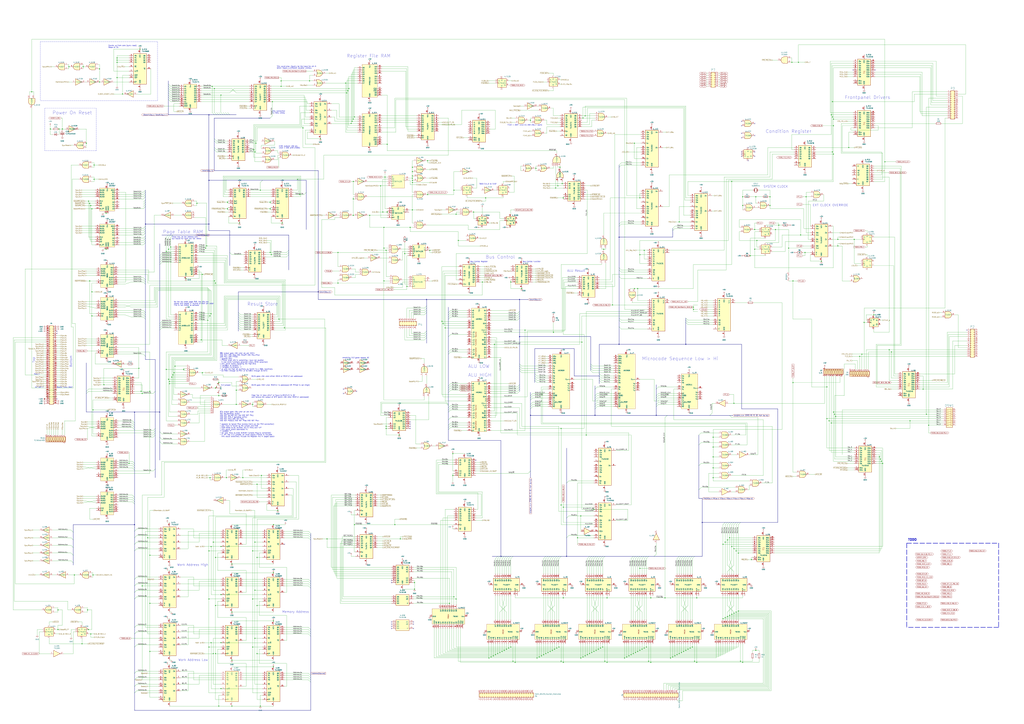
<source format=kicad_sch>
(kicad_sch (version 20211123) (generator eeschema)
  (paper "A0")
  (title_block (title "Centurion VI CPU") (rev "12") (company "Meisaka Yukara") (comment 1 "Direct Visual Reverse Engineered - May contain errors and/or artifacts"))
  (lib_symbols
    (symbol "74xx:74LS00" (pin_names (offset 1.016))
      (property "Reference" "U" (at 0 1.27 0))
      (property "Value" "74LS00" (at 0 -1.27 0))
      (symbol "74LS00_1_1"
        (pin input line (at -7.62 2.54 0) (length 3.81) (name "~") (number "1"))
        (pin input line (at -7.62 -2.54 0) (length 3.81) (name "~") (number "2"))
        (pin output inverted (at 7.62 0 180) (length 3.81) (name "~") (number "3"))
      )
      (symbol "74LS00_1_2"
        (pin input inverted (at -7.62 2.54 0) (length 4.318) (name "~") (number "1"))
        (pin input inverted (at -7.62 -2.54 0) (length 4.318) (name "~") (number "2"))
        (pin output line (at 7.62 0 180) (length 3.81) (name "~") (number "3"))
      )
      (symbol "74LS00_2_1"
        (pin input line (at -7.62 2.54 0) (length 3.81) (name "~") (number "4"))
        (pin input line (at -7.62 -2.54 0) (length 3.81) (name "~") (number "5"))
        (pin output inverted (at 7.62 0 180) (length 3.81) (name "~") (number "6"))
      )
      (symbol "74LS00_2_2"
        (pin input inverted (at -7.62 2.54 0) (length 4.318) (name "~") (number "4"))
        (pin input inverted (at -7.62 -2.54 0) (length 4.318) (name "~") (number "5"))
        (pin output line (at 7.62 0 180) (length 3.81) (name "~") (number "6"))
      )
      (symbol "74LS00_3_1"
        (pin input line (at -7.62 -2.54 0) (length 3.81) (name "~") (number "10"))
        (pin output inverted (at 7.62 0 180) (length 3.81) (name "~") (number "8"))
        (pin input line (at -7.62 2.54 0) (length 3.81) (name "~") (number "9"))
      )
      (symbol "74LS00_3_2"
        (pin input inverted (at -7.62 -2.54 0) (length 4.318) (name "~") (number "10"))
        (pin output line (at 7.62 0 180) (length 3.81) (name "~") (number "8"))
        (pin input inverted (at -7.62 2.54 0) (length 4.318) (name "~") (number "9"))
      )
      (symbol "74LS00_4_1"
        (pin output inverted (at 7.62 0 180) (length 3.81) (name "~") (number "11"))
        (pin input line (at -7.62 2.54 0) (length 3.81) (name "~") (number "12"))
        (pin input line (at -7.62 -2.54 0) (length 3.81) (name "~") (number "13"))
      )
      (symbol "74LS00_4_2"
        (pin output line (at 7.62 0 180) (length 3.81) (name "~") (number "11"))
        (pin input inverted (at -7.62 2.54 0) (length 4.318) (name "~") (number "12"))
        (pin input inverted (at -7.62 -2.54 0) (length 4.318) (name "~") (number "13"))
      )
      (symbol "74LS00_5_0"
        (pin power_in line (at 0 12.7 270) (length 5.08) (name "VCC") (number "14"))
        (pin power_in line (at 0 -12.7 90) (length 5.08) (name "GND") (number "7"))
      )
    )
    (symbol "74xx:74LS02" (pin_names (offset 1.016))
      (property "Reference" "U" (at 0 1.27 0))
      (property "Value" "74LS02" (at 0 -1.27 0))
      (symbol "74LS02_1_1"
        (pin output inverted (at 7.62 0 180) (length 3.81) (name "~") (number "1"))
        (pin input line (at -7.62 2.54 0) (length 4.318) (name "~") (number "2"))
        (pin input line (at -7.62 -2.54 0) (length 4.318) (name "~") (number "3"))
      )
      (symbol "74LS02_1_2"
        (pin output line (at 7.62 0 180) (length 3.81) (name "~") (number "1"))
        (pin input inverted (at -7.62 2.54 0) (length 3.81) (name "~") (number "2"))
        (pin input inverted (at -7.62 -2.54 0) (length 3.81) (name "~") (number "3"))
      )
      (symbol "74LS02_2_1"
        (pin output inverted (at 7.62 0 180) (length 3.81) (name "~") (number "4"))
        (pin input line (at -7.62 2.54 0) (length 4.318) (name "~") (number "5"))
        (pin input line (at -7.62 -2.54 0) (length 4.318) (name "~") (number "6"))
      )
      (symbol "74LS02_2_2"
        (pin output line (at 7.62 0 180) (length 3.81) (name "~") (number "4"))
        (pin input inverted (at -7.62 2.54 0) (length 3.81) (name "~") (number "5"))
        (pin input inverted (at -7.62 -2.54 0) (length 3.81) (name "~") (number "6"))
      )
      (symbol "74LS02_3_1"
        (pin output inverted (at 7.62 0 180) (length 3.81) (name "~") (number "10"))
        (pin input line (at -7.62 2.54 0) (length 4.318) (name "~") (number "8"))
        (pin input line (at -7.62 -2.54 0) (length 4.318) (name "~") (number "9"))
      )
      (symbol "74LS02_3_2"
        (pin output line (at 7.62 0 180) (length 3.81) (name "~") (number "10"))
        (pin input inverted (at -7.62 2.54 0) (length 3.81) (name "~") (number "8"))
        (pin input inverted (at -7.62 -2.54 0) (length 3.81) (name "~") (number "9"))
      )
      (symbol "74LS02_4_1"
        (pin input line (at -7.62 2.54 0) (length 4.318) (name "~") (number "11"))
        (pin input line (at -7.62 -2.54 0) (length 4.318) (name "~") (number "12"))
        (pin output inverted (at 7.62 0 180) (length 3.81) (name "~") (number "13"))
      )
      (symbol "74LS02_4_2"
        (pin input inverted (at -7.62 2.54 0) (length 3.81) (name "~") (number "11"))
        (pin input inverted (at -7.62 -2.54 0) (length 3.81) (name "~") (number "12"))
        (pin output line (at 7.62 0 180) (length 3.81) (name "~") (number "13"))
      )
      (symbol "74LS02_5_0"
        (pin power_in line (at 0 12.7 270) (length 5.08) (name "VCC") (number "14"))
        (pin power_in line (at 0 -12.7 90) (length 5.08) (name "GND") (number "7"))
      )
    )
    (symbol "74xx:74LS04"
      (property "Reference" "U" (at 0 1.27 0))
      (property "Value" "74LS04" (at 0 -1.27 0))
      (symbol "74LS04_1_0"
        (pin input line (at -7.62 0 0) (length 3.81) (name "~") (number "1"))
        (pin output inverted (at 7.62 0 180) (length 3.81) (name "~") (number "2"))
      )
      (symbol "74LS04_2_0"
        (pin input line (at -7.62 0 0) (length 3.81) (name "~") (number "3"))
        (pin output inverted (at 7.62 0 180) (length 3.81) (name "~") (number "4"))
      )
      (symbol "74LS04_3_0"
        (pin input line (at -7.62 0 0) (length 3.81) (name "~") (number "5"))
        (pin output inverted (at 7.62 0 180) (length 3.81) (name "~") (number "6"))
      )
      (symbol "74LS04_4_0"
        (pin output inverted (at 7.62 0 180) (length 3.81) (name "~") (number "8"))
        (pin input line (at -7.62 0 0) (length 3.81) (name "~") (number "9"))
      )
      (symbol "74LS04_5_0"
        (pin output inverted (at 7.62 0 180) (length 3.81) (name "~") (number "10"))
        (pin input line (at -7.62 0 0) (length 3.81) (name "~") (number "11"))
      )
      (symbol "74LS04_6_0"
        (pin output inverted (at 7.62 0 180) (length 3.81) (name "~") (number "12"))
        (pin input line (at -7.62 0 0) (length 3.81) (name "~") (number "13"))
      )
      (symbol "74LS04_7_0"
        (pin power_in line (at 0 12.7 270) (length 5.08) (name "VCC") (number "14"))
        (pin power_in line (at 0 -12.7 90) (length 5.08) (name "GND") (number "7"))
      )
    )
    (symbol "74xx:74LS10" (pin_names (offset 1.016))
      (property "Reference" "U" (at 0 1.27 0))
      (property "Value" "74LS10" (at 0 -1.27 0))
      (symbol "74LS10_1_1"
        (pin input line (at -7.62 2.54 0) (length 3.81) (name "~") (number "1"))
        (pin output inverted (at 7.62 0 180) (length 3.81) (name "~") (number "12"))
        (pin input line (at -7.62 -2.54 0) (length 3.81) (name "~") (number "13"))
        (pin input line (at -7.62 0 0) (length 3.81) (name "~") (number "2"))
      )
      (symbol "74LS10_1_2"
        (pin input inverted (at -7.62 2.54 0) (length 4.318) (name "~") (number "1"))
        (pin output line (at 7.62 0 180) (length 3.81) (name "~") (number "12"))
        (pin input inverted (at -7.62 -2.54 0) (length 4.318) (name "~") (number "13"))
        (pin input inverted (at -7.62 0 0) (length 4.953) (name "~") (number "2"))
      )
      (symbol "74LS10_2_1"
        (pin input line (at -7.62 2.54 0) (length 3.81) (name "~") (number "3"))
        (pin input line (at -7.62 0 0) (length 3.81) (name "~") (number "4"))
        (pin input line (at -7.62 -2.54 0) (length 3.81) (name "~") (number "5"))
        (pin output inverted (at 7.62 0 180) (length 3.81) (name "~") (number "6"))
      )
      (symbol "74LS10_2_2"
        (pin input inverted (at -7.62 2.54 0) (length 4.318) (name "~") (number "3"))
        (pin input inverted (at -7.62 0 0) (length 4.953) (name "~") (number "4"))
        (pin input inverted (at -7.62 -2.54 0) (length 4.318) (name "~") (number "5"))
        (pin output line (at 7.62 0 180) (length 3.81) (name "~") (number "6"))
      )
      (symbol "74LS10_3_1"
        (pin input line (at -7.62 0 0) (length 3.81) (name "~") (number "10"))
        (pin input line (at -7.62 -2.54 0) (length 3.81) (name "~") (number "11"))
        (pin output inverted (at 7.62 0 180) (length 3.81) (name "~") (number "8"))
        (pin input line (at -7.62 2.54 0) (length 3.81) (name "~") (number "9"))
      )
      (symbol "74LS10_3_2"
        (pin input inverted (at -7.62 0 0) (length 4.953) (name "~") (number "10"))
        (pin input inverted (at -7.62 -2.54 0) (length 4.318) (name "~") (number "11"))
        (pin output line (at 7.62 0 180) (length 3.81) (name "~") (number "8"))
        (pin input inverted (at -7.62 2.54 0) (length 4.318) (name "~") (number "9"))
      )
      (symbol "74LS10_4_0"
        (pin power_in line (at 0 12.7 270) (length 5.08) (name "VCC") (number "14"))
        (pin power_in line (at 0 -12.7 90) (length 5.08) (name "GND") (number "7"))
      )
    )
    (symbol "74xx:74LS109" (pin_names (offset 1.016))
      (property "Reference" "U" (at -7.62 8.89 0))
      (property "Value" "74LS109" (at -7.62 -8.89 0))
      (symbol "74LS109_1_0"
        (pin input line (at 0 -7.62 90) (length 2.54) (name "~{R}") (number "1"))
        (pin input line (at -7.62 2.54 0) (length 2.54) (name "J") (number "2"))
        (pin input line (at -7.62 -2.54 0) (length 2.54) (name "~{K}") (number "3"))
        (pin input clock (at -7.62 0 0) (length 2.54) (name "C") (number "4"))
        (pin input line (at 0 7.62 270) (length 2.54) (name "~{S}") (number "5"))
        (pin output line (at 7.62 2.54 180) (length 2.54) (name "Q") (number "6"))
        (pin output line (at 7.62 -2.54 180) (length 2.54) (name "~{Q}") (number "7"))
      )
      (symbol "74LS109_2_0"
        (pin output line (at 7.62 2.54 180) (length 2.54) (name "Q") (number "10"))
        (pin input line (at 0 7.62 270) (length 2.54) (name "~{S}") (number "11"))
        (pin input clock (at -7.62 0 0) (length 2.54) (name "C") (number "12"))
        (pin input line (at -7.62 -2.54 0) (length 2.54) (name "~{K}") (number "13"))
        (pin input line (at -7.62 2.54 0) (length 2.54) (name "J") (number "14"))
        (pin input line (at 0 -7.62 90) (length 2.54) (name "~{R}") (number "15"))
        (pin output line (at 7.62 -2.54 180) (length 2.54) (name "~{Q}") (number "9"))
      )
      (symbol "74LS109_3_0"
        (pin power_in line (at 0 10.16 270) (length 2.54) (name "VCC") (number "16"))
        (pin power_in line (at 0 -10.16 90) (length 2.54) (name "GND") (number "8"))
      )
    )
    (symbol "74xx:74LS138" (pin_names (offset 1.016))
      (property "Reference" "U" (at -7.62 11.43 0))
      (property "Value" "74LS138" (at -7.62 -13.97 0))
      (symbol "74LS138_1_0"
        (pin input line (at -12.7 7.62 0) (length 5.08) (name "A0") (number "1"))
        (pin output output_low (at 12.7 -5.08 180) (length 5.08) (name "O5") (number "10"))
        (pin output output_low (at 12.7 -2.54 180) (length 5.08) (name "O4") (number "11"))
        (pin output output_low (at 12.7 0 180) (length 5.08) (name "O3") (number "12"))
        (pin output output_low (at 12.7 2.54 180) (length 5.08) (name "O2") (number "13"))
        (pin output output_low (at 12.7 5.08 180) (length 5.08) (name "O1") (number "14"))
        (pin output output_low (at 12.7 7.62 180) (length 5.08) (name "O0") (number "15"))
        (pin power_in line (at 0 15.24 270) (length 5.08) (name "VCC") (number "16"))
        (pin input line (at -12.7 5.08 0) (length 5.08) (name "A1") (number "2"))
        (pin input line (at -12.7 2.54 0) (length 5.08) (name "A2") (number "3"))
        (pin input input_low (at -12.7 -10.16 0) (length 5.08) (name "E1") (number "4"))
        (pin input input_low (at -12.7 -7.62 0) (length 5.08) (name "E2") (number "5"))
        (pin input line (at -12.7 -5.08 0) (length 5.08) (name "E3") (number "6"))
        (pin output output_low (at 12.7 -10.16 180) (length 5.08) (name "O7") (number "7"))
        (pin power_in line (at 0 -17.78 90) (length 5.08) (name "GND") (number "8"))
        (pin output output_low (at 12.7 -7.62 180) (length 5.08) (name "O6") (number "9"))
      )
    )
    (symbol "74xx:74LS139" (pin_names (offset 1.016))
      (property "Reference" "U" (at -7.62 8.89 0))
      (property "Value" "74LS139" (at -7.62 -8.89 0))
      (symbol "74LS139_1_0"
        (pin input inverted (at -12.7 -5.08 0) (length 5.08) (name "E") (number "1"))
        (pin input line (at -12.7 0 0) (length 5.08) (name "A0") (number "2"))
        (pin input line (at -12.7 2.54 0) (length 5.08) (name "A1") (number "3"))
        (pin output inverted (at 12.7 2.54 180) (length 5.08) (name "O0") (number "4"))
        (pin output inverted (at 12.7 0 180) (length 5.08) (name "O1") (number "5"))
        (pin output inverted (at 12.7 -2.54 180) (length 5.08) (name "O2") (number "6"))
        (pin output inverted (at 12.7 -5.08 180) (length 5.08) (name "O3") (number "7"))
      )
      (symbol "74LS139_2_0"
        (pin output inverted (at 12.7 -2.54 180) (length 5.08) (name "O2") (number "10"))
        (pin output inverted (at 12.7 0 180) (length 5.08) (name "O1") (number "11"))
        (pin output inverted (at 12.7 2.54 180) (length 5.08) (name "O0") (number "12"))
        (pin input line (at -12.7 2.54 0) (length 5.08) (name "A1") (number "13"))
        (pin input line (at -12.7 0 0) (length 5.08) (name "A0") (number "14"))
        (pin input inverted (at -12.7 -5.08 0) (length 5.08) (name "E") (number "15"))
        (pin output inverted (at 12.7 -5.08 180) (length 5.08) (name "O3") (number "9"))
      )
      (symbol "74LS139_3_0"
        (pin power_in line (at 0 12.7 270) (length 5.08) (name "VCC") (number "16"))
        (pin power_in line (at 0 -12.7 90) (length 5.08) (name "GND") (number "8"))
      )
    )
    (symbol "74xx:74LS151" (pin_names (offset 1.016))
      (property "Reference" "U" (at -7.62 19.05 0))
      (property "Value" "74LS151" (at -7.62 -21.59 0))
      (symbol "74LS151_1_0"
        (pin input line (at -12.7 7.62 0) (length 5.08) (name "I3") (number "1"))
        (pin input line (at -12.7 -10.16 0) (length 5.08) (name "S1") (number "10"))
        (pin input line (at -12.7 -7.62 0) (length 5.08) (name "S0") (number "11"))
        (pin input line (at -12.7 -2.54 0) (length 5.08) (name "I7") (number "12"))
        (pin input line (at -12.7 0 0) (length 5.08) (name "I6") (number "13"))
        (pin input line (at -12.7 2.54 0) (length 5.08) (name "I5") (number "14"))
        (pin input line (at -12.7 5.08 0) (length 5.08) (name "I4") (number "15"))
        (pin power_in line (at 0 22.86 270) (length 5.08) (name "VCC") (number "16"))
        (pin input line (at -12.7 10.16 0) (length 5.08) (name "I2") (number "2"))
        (pin input line (at -12.7 12.7 0) (length 5.08) (name "I1") (number "3"))
        (pin input line (at -12.7 15.24 0) (length 5.08) (name "I0") (number "4"))
        (pin output line (at 12.7 15.24 180) (length 5.08) (name "Z") (number "5"))
        (pin output line (at 12.7 12.7 180) (length 5.08) (name "~{Z}") (number "6"))
        (pin input line (at -12.7 -17.78 0) (length 5.08) (name "~{E}") (number "7"))
        (pin power_in line (at 0 -25.4 90) (length 5.08) (name "GND") (number "8"))
        (pin input line (at -12.7 -12.7 0) (length 5.08) (name "S2") (number "9"))
      )
    )
    (symbol "74xx:74LS153" (pin_names (offset 1.016))
      (property "Reference" "U" (at -7.62 21.59 0))
      (property "Value" "74LS153" (at -7.62 -24.13 0))
      (symbol "74LS153_1_0"
        (pin input inverted (at -12.7 5.08 0) (length 5.08) (name "Ea") (number "1"))
        (pin input line (at -12.7 0 0) (length 5.08) (name "I0b") (number "10"))
        (pin input line (at -12.7 -2.54 0) (length 5.08) (name "I1b") (number "11"))
        (pin input line (at -12.7 -5.08 0) (length 5.08) (name "I2b") (number "12"))
        (pin input line (at -12.7 -7.62 0) (length 5.08) (name "I3b") (number "13"))
        (pin input line (at -12.7 -17.78 0) (length 5.08) (name "S0") (number "14"))
        (pin input inverted (at -12.7 -12.7 0) (length 5.08) (name "Eb") (number "15"))
        (pin power_in line (at 0 25.4 270) (length 5.08) (name "VCC") (number "16"))
        (pin input line (at -12.7 -20.32 0) (length 5.08) (name "S1") (number "2"))
        (pin input line (at -12.7 10.16 0) (length 5.08) (name "I3a") (number "3"))
        (pin input line (at -12.7 12.7 0) (length 5.08) (name "I2a") (number "4"))
        (pin input line (at -12.7 15.24 0) (length 5.08) (name "I1a") (number "5"))
        (pin input line (at -12.7 17.78 0) (length 5.08) (name "I0a") (number "6"))
        (pin output line (at 12.7 17.78 180) (length 5.08) (name "Za") (number "7"))
        (pin power_in line (at 0 -27.94 90) (length 5.08) (name "GND") (number "8"))
        (pin output line (at 12.7 0 180) (length 5.08) (name "Zb") (number "9"))
      )
    )
    (symbol "74xx:74LS157" (pin_names (offset 1.016))
      (property "Reference" "U" (at -7.62 19.05 0))
      (property "Value" "74LS157" (at -7.62 -21.59 0))
      (symbol "74LS157_1_0"
        (pin input line (at -12.7 -15.24 0) (length 5.08) (name "S") (number "1"))
        (pin input line (at -12.7 -2.54 0) (length 5.08) (name "I1c") (number "10"))
        (pin input line (at -12.7 0 0) (length 5.08) (name "I0c") (number "11"))
        (pin output line (at 12.7 -7.62 180) (length 5.08) (name "Zd") (number "12"))
        (pin input line (at -12.7 -10.16 0) (length 5.08) (name "I1d") (number "13"))
        (pin input line (at -12.7 -7.62 0) (length 5.08) (name "I0d") (number "14"))
        (pin input inverted (at -12.7 -17.78 0) (length 5.08) (name "E") (number "15"))
        (pin power_in line (at 0 22.86 270) (length 5.08) (name "VCC") (number "16"))
        (pin input line (at -12.7 15.24 0) (length 5.08) (name "I0a") (number "2"))
        (pin input line (at -12.7 12.7 0) (length 5.08) (name "I1a") (number "3"))
        (pin output line (at 12.7 15.24 180) (length 5.08) (name "Za") (number "4"))
        (pin input line (at -12.7 7.62 0) (length 5.08) (name "I0b") (number "5"))
        (pin input line (at -12.7 5.08 0) (length 5.08) (name "I1b") (number "6"))
        (pin output line (at 12.7 7.62 180) (length 5.08) (name "Zb") (number "7"))
        (pin power_in line (at 0 -25.4 90) (length 5.08) (name "GND") (number "8"))
        (pin output line (at 12.7 0 180) (length 5.08) (name "Zc") (number "9"))
      )
    )
    (symbol "74xx:74LS168" (pin_names (offset 1.016))
      (property "Reference" "U" (at -7.62 19.05 0))
      (property "Value" "74LS168" (at -7.62 -19.05 0))
      (symbol "74LS168_1_0"
        (pin input line (at -12.7 -2.54 0) (length 5.08) (name "U/~{D}") (number "1"))
        (pin input line (at -12.7 -10.16 0) (length 5.08) (name "~{CET}") (number "10"))
        (pin output line (at 12.7 7.62 180) (length 5.08) (name "Q3") (number "11"))
        (pin output line (at 12.7 10.16 180) (length 5.08) (name "Q2") (number "12"))
        (pin output line (at 12.7 12.7 180) (length 5.08) (name "Q1") (number "13"))
        (pin output line (at 12.7 15.24 180) (length 5.08) (name "Q0") (number "14"))
        (pin output line (at 12.7 0 180) (length 5.08) (name "~{TC}") (number "15"))
        (pin power_in line (at 0 22.86 270) (length 5.08) (name "VCC") (number "16"))
        (pin input clock (at -12.7 -15.24 0) (length 5.08) (name "CP") (number "2"))
        (pin input line (at -12.7 15.24 0) (length 5.08) (name "P0") (number "3"))
        (pin input line (at -12.7 12.7 0) (length 5.08) (name "P1") (number "4"))
        (pin input line (at -12.7 10.16 0) (length 5.08) (name "P2") (number "5"))
        (pin input line (at -12.7 7.62 0) (length 5.08) (name "P3") (number "6"))
        (pin input line (at -12.7 -7.62 0) (length 5.08) (name "~{CEP}") (number "7"))
        (pin power_in line (at 0 -22.86 90) (length 5.08) (name "GND") (number "8"))
        (pin input line (at -12.7 2.54 0) (length 5.08) (name "~{PE}") (number "9"))
      )
    )
    (symbol "74xx:74LS173" (pin_names (offset 1.016))
      (property "Reference" "U" (at -7.62 19.05 0))
      (property "Value" "74LS173" (at -7.62 -19.05 0))
      (symbol "74LS173_1_0"
        (pin input inverted (at -12.7 2.54 0) (length 5.08) (name "Oe1") (number "1"))
        (pin input inverted (at -12.7 -7.62 0) (length 5.08) (name "E2") (number "10"))
        (pin input line (at -12.7 7.62 0) (length 5.08) (name "D3") (number "11"))
        (pin input line (at -12.7 10.16 0) (length 5.08) (name "D2") (number "12"))
        (pin input line (at -12.7 12.7 0) (length 5.08) (name "D1") (number "13"))
        (pin input line (at -12.7 15.24 0) (length 5.08) (name "D0") (number "14"))
        (pin input line (at -12.7 -15.24 0) (length 5.08) (name "Mr") (number "15"))
        (pin power_in line (at 0 22.86 270) (length 5.08) (name "VCC") (number "16"))
        (pin input inverted (at -12.7 0 0) (length 5.08) (name "Oe2") (number "2"))
        (pin tri_state line (at 12.7 15.24 180) (length 5.08) (name "Q0") (number "3"))
        (pin tri_state line (at 12.7 12.7 180) (length 5.08) (name "Q1") (number "4"))
        (pin tri_state line (at 12.7 10.16 180) (length 5.08) (name "Q2") (number "5"))
        (pin tri_state line (at 12.7 7.62 180) (length 5.08) (name "Q3") (number "6"))
        (pin input clock (at -12.7 -10.16 0) (length 5.08) (name "Cp") (number "7"))
        (pin power_in line (at 0 -22.86 90) (length 5.08) (name "GND") (number "8"))
        (pin input inverted (at -12.7 -5.08 0) (length 5.08) (name "E1") (number "9"))
      )
    )
    (symbol "74xx:74LS174" (pin_names (offset 1.016))
      (property "Reference" "U" (at -7.62 13.97 0))
      (property "Value" "74LS174" (at -7.62 -16.51 0))
      (symbol "74LS174_1_0"
        (pin input line (at -12.7 -12.7 0) (length 5.08) (name "~{Mr}") (number "1"))
        (pin output line (at 12.7 2.54 180) (length 5.08) (name "Q3") (number "10"))
        (pin input line (at -12.7 2.54 0) (length 5.08) (name "D3") (number "11"))
        (pin output line (at 12.7 0 180) (length 5.08) (name "Q4") (number "12"))
        (pin input line (at -12.7 0 0) (length 5.08) (name "D4") (number "13"))
        (pin input line (at -12.7 -2.54 0) (length 5.08) (name "D5") (number "14"))
        (pin output line (at 12.7 -2.54 180) (length 5.08) (name "Q5") (number "15"))
        (pin power_in line (at 0 17.78 270) (length 5.08) (name "VCC") (number "16"))
        (pin output line (at 12.7 10.16 180) (length 5.08) (name "Q0") (number "2"))
        (pin input line (at -12.7 10.16 0) (length 5.08) (name "D0") (number "3"))
        (pin input line (at -12.7 7.62 0) (length 5.08) (name "D1") (number "4"))
        (pin output line (at 12.7 7.62 180) (length 5.08) (name "Q1") (number "5"))
        (pin input line (at -12.7 5.08 0) (length 5.08) (name "D2") (number "6"))
        (pin output line (at 12.7 5.08 180) (length 5.08) (name "Q2") (number "7"))
        (pin power_in line (at 0 -20.32 90) (length 5.08) (name "GND") (number "8"))
        (pin input clock (at -12.7 -7.62 0) (length 5.08) (name "Cp") (number "9"))
      )
    )
    (symbol "74xx:74LS20" (pin_names (offset 1.016))
      (property "Reference" "U" (at 0 1.27 0))
      (property "Value" "74LS20" (at 0 -1.27 0))
      (symbol "74LS20_1_1"
        (pin input line (at -7.62 3.81 0) (length 3.81) (name "~") (number "1"))
        (pin input line (at -7.62 1.27 0) (length 3.81) (name "~") (number "2"))
        (pin input line (at -7.62 -1.27 0) (length 3.81) (name "~") (number "4"))
        (pin input line (at -7.62 -3.81 0) (length 3.81) (name "~") (number "5"))
        (pin output inverted (at 7.62 0 180) (length 3.81) (name "~") (number "6"))
      )
      (symbol "74LS20_1_2"
        (pin input inverted (at -7.62 3.81 0) (length 3.81) (name "~") (number "1"))
        (pin input inverted (at -7.62 1.27 0) (length 4.826) (name "~") (number "2"))
        (pin input inverted (at -7.62 -1.27 0) (length 4.826) (name "~") (number "4"))
        (pin input inverted (at -7.62 -3.81 0) (length 3.81) (name "~") (number "5"))
        (pin output line (at 7.62 0 180) (length 3.81) (name "~") (number "6"))
      )
      (symbol "74LS20_2_1"
        (pin input line (at -7.62 1.27 0) (length 3.81) (name "~") (number "10"))
        (pin input line (at -7.62 -1.27 0) (length 3.81) (name "~") (number "12"))
        (pin input line (at -7.62 -3.81 0) (length 3.81) (name "~") (number "13"))
        (pin output inverted (at 7.62 0 180) (length 3.81) (name "~") (number "8"))
        (pin input line (at -7.62 3.81 0) (length 3.81) (name "~") (number "9"))
      )
      (symbol "74LS20_2_2"
        (pin input inverted (at -7.62 1.27 0) (length 4.826) (name "~") (number "10"))
        (pin input inverted (at -7.62 -1.27 0) (length 4.826) (name "~") (number "12"))
        (pin input inverted (at -7.62 -3.81 0) (length 3.81) (name "~") (number "13"))
        (pin output line (at 7.62 0 180) (length 3.81) (name "~") (number "8"))
        (pin input inverted (at -7.62 3.81 0) (length 3.81) (name "~") (number "9"))
      )
      (symbol "74LS20_3_0"
        (pin power_in line (at 0 12.7 270) (length 5.08) (name "VCC") (number "14"))
        (pin power_in line (at 0 -12.7 90) (length 5.08) (name "GND") (number "7"))
      )
    )
    (symbol "74xx:74LS240" (pin_names (offset 1.016))
      (property "Reference" "U" (at -7.62 16.51 0))
      (property "Value" "74LS240" (at -7.62 -16.51 0))
      (symbol "74LS240_1_0"
        (pin input inverted (at -12.7 -10.16 0) (length 5.08) (name "OEa") (number "1"))
        (pin power_in line (at 0 -20.32 90) (length 5.08) (name "GND") (number "10"))
        (pin input line (at -12.7 2.54 0) (length 5.08) (name "I0b") (number "11"))
        (pin tri_state inverted (at 12.7 5.08 180) (length 5.08) (name "O3a") (number "12"))
        (pin input line (at -12.7 0 0) (length 5.08) (name "I1b") (number "13"))
        (pin tri_state inverted (at 12.7 7.62 180) (length 5.08) (name "O2a") (number "14"))
        (pin input line (at -12.7 -2.54 0) (length 5.08) (name "I2b") (number "15"))
        (pin tri_state inverted (at 12.7 10.16 180) (length 5.08) (name "O1a") (number "16"))
        (pin input line (at -12.7 -5.08 0) (length 5.08) (name "I3b") (number "17"))
        (pin tri_state inverted (at 12.7 12.7 180) (length 5.08) (name "O0a") (number "18"))
        (pin input inverted (at -12.7 -12.7 0) (length 5.08) (name "OEb") (number "19"))
        (pin input line (at -12.7 12.7 0) (length 5.08) (name "I0a") (number "2"))
        (pin power_in line (at 0 20.32 270) (length 5.08) (name "VCC") (number "20"))
        (pin tri_state inverted (at 12.7 -5.08 180) (length 5.08) (name "O3b") (number "3"))
        (pin input line (at -12.7 10.16 0) (length 5.08) (name "I1a") (number "4"))
        (pin tri_state inverted (at 12.7 -2.54 180) (length 5.08) (name "O2b") (number "5"))
        (pin input line (at -12.7 7.62 0) (length 5.08) (name "I2a") (number "6"))
        (pin tri_state inverted (at 12.7 0 180) (length 5.08) (name "O1b") (number "7"))
        (pin input line (at -12.7 5.08 0) (length 5.08) (name "I3a") (number "8"))
        (pin tri_state inverted (at 12.7 2.54 180) (length 5.08) (name "O0b") (number "9"))
      )
    )
    (symbol "74xx:74LS253" (pin_names (offset 1.016))
      (property "Reference" "U" (at -7.62 21.59 0))
      (property "Value" "74LS253" (at -7.62 -24.13 0))
      (symbol "74LS253_1_0"
        (pin input inverted (at -12.7 5.08 0) (length 5.08) (name "OEa") (number "1"))
        (pin input line (at -12.7 0 0) (length 5.08) (name "I0b") (number "10"))
        (pin input line (at -12.7 -2.54 0) (length 5.08) (name "I1b") (number "11"))
        (pin input line (at -12.7 -5.08 0) (length 5.08) (name "I2b") (number "12"))
        (pin input line (at -12.7 -7.62 0) (length 5.08) (name "I3b") (number "13"))
        (pin input line (at -12.7 -17.78 0) (length 5.08) (name "A0") (number "14"))
        (pin input inverted (at -12.7 -12.7 0) (length 5.08) (name "OEb") (number "15"))
        (pin power_in line (at 0 25.4 270) (length 5.08) (name "VCC") (number "16"))
        (pin input line (at -12.7 -20.32 0) (length 5.08) (name "A1") (number "2"))
        (pin input line (at -12.7 10.16 0) (length 5.08) (name "I3a") (number "3"))
        (pin input line (at -12.7 12.7 0) (length 5.08) (name "I2a") (number "4"))
        (pin input line (at -12.7 15.24 0) (length 5.08) (name "I1a") (number "5"))
        (pin input line (at -12.7 17.78 0) (length 5.08) (name "I0a") (number "6"))
        (pin tri_state line (at 12.7 17.78 180) (length 5.08) (name "Za") (number "7"))
        (pin power_in line (at 0 -27.94 90) (length 5.08) (name "GND") (number "8"))
        (pin tri_state line (at 12.7 0 180) (length 5.08) (name "Zb") (number "9"))
      )
    )
    (symbol "74xx:74LS259" (pin_names (offset 1.016))
      (property "Reference" "U" (at -7.62 13.97 0))
      (property "Value" "74LS259" (at -7.62 -13.97 0))
      (symbol "74LS259_1_0"
        (pin input line (at -12.7 5.08 0) (length 5.08) (name "A0") (number "1"))
        (pin output line (at 12.7 -2.54 180) (length 5.08) (name "Q5") (number "10"))
        (pin output line (at 12.7 -5.08 180) (length 5.08) (name "Q6") (number "11"))
        (pin output line (at 12.7 -7.62 180) (length 5.08) (name "Q7") (number "12"))
        (pin input line (at -12.7 10.16 0) (length 5.08) (name "D") (number "13"))
        (pin input inverted (at -12.7 -5.08 0) (length 5.08) (name "E") (number "14"))
        (pin input inverted (at -12.7 -10.16 0) (length 5.08) (name "Clr") (number "15"))
        (pin power_in line (at 0 17.78 270) (length 5.08) (name "VCC") (number "16"))
        (pin input line (at -12.7 2.54 0) (length 5.08) (name "A1") (number "2"))
        (pin input line (at -12.7 0 0) (length 5.08) (name "A2") (number "3"))
        (pin output line (at 12.7 10.16 180) (length 5.08) (name "Q0") (number "4"))
        (pin output line (at 12.7 7.62 180) (length 5.08) (name "Q1") (number "5"))
        (pin output line (at 12.7 5.08 180) (length 5.08) (name "Q2") (number "6"))
        (pin output line (at 12.7 2.54 180) (length 5.08) (name "Q3") (number "7"))
        (pin power_in line (at 0 -17.78 90) (length 5.08) (name "GND") (number "8"))
        (pin output line (at 12.7 0 180) (length 5.08) (name "Q4") (number "9"))
      )
    )
    (symbol "74xx:74LS30" (pin_names (offset 1.016))
      (property "Reference" "U" (at 0 1.27 0))
      (property "Value" "74LS30" (at 0 -1.27 0))
      (symbol "74LS30_1_1"
        (pin input line (at -7.62 7.62 0) (length 3.81) (name "~") (number "1"))
        (pin input line (at -7.62 -7.62 0) (length 3.81) (name "~") (number "11"))
        (pin input line (at -7.62 -10.16 0) (length 3.81) (name "~") (number "12"))
        (pin input line (at -7.62 5.08 0) (length 3.81) (name "~") (number "2"))
        (pin input line (at -7.62 2.54 0) (length 3.81) (name "~") (number "3"))
        (pin input line (at -7.62 0 0) (length 3.81) (name "~") (number "4"))
        (pin input line (at -7.62 -2.54 0) (length 3.81) (name "~") (number "5"))
        (pin input line (at -7.62 -5.08 0) (length 3.81) (name "~") (number "6"))
        (pin output inverted (at 7.62 0 180) (length 3.81) (name "~") (number "8"))
      )
      (symbol "74LS30_1_2"
        (pin input inverted (at -7.62 7.62 0) (length 3.81) (name "~") (number "1"))
        (pin input inverted (at -7.62 -7.62 0) (length 3.81) (name "~") (number "11"))
        (pin input inverted (at -7.62 -10.16 0) (length 3.81) (name "~") (number "12"))
        (pin input inverted (at -7.62 5.08 0) (length 3.81) (name "~") (number "2"))
        (pin input inverted (at -7.62 2.54 0) (length 4.5466) (name "~") (number "3"))
        (pin input inverted (at -7.62 0 0) (length 5.08) (name "~") (number "4"))
        (pin input inverted (at -7.62 -2.54 0) (length 4.5466) (name "~") (number "5"))
        (pin input inverted (at -7.62 -5.08 0) (length 3.81) (name "~") (number "6"))
        (pin output line (at 7.62 0 180) (length 3.81) (name "~") (number "8"))
      )
      (symbol "74LS30_2_0"
        (pin power_in line (at 0 12.7 270) (length 5.08) (name "VCC") (number "14"))
        (pin power_in line (at 0 -12.7 90) (length 5.08) (name "GND") (number "7"))
      )
    )
    (symbol "74xx:74LS368" (pin_names (offset 1.016))
      (property "Reference" "U" (at -7.62 13.97 0))
      (property "Value" "74LS368" (at -7.62 -13.97 0))
      (symbol "74LS368_1_0"
        (pin input inverted (at -12.7 -7.62 0) (length 5.08) (name "OEa") (number "1"))
        (pin input line (at -12.7 2.54 0) (length 5.08) (name "I4") (number "10"))
        (pin tri_state inverted (at 12.7 0 180) (length 5.08) (name "O5b") (number "11"))
        (pin input line (at -12.7 0 0) (length 5.08) (name "I5") (number "12"))
        (pin tri_state inverted (at 12.7 -2.54 180) (length 5.08) (name "O6b") (number "13"))
        (pin input line (at -12.7 -2.54 0) (length 5.08) (name "I6") (number "14"))
        (pin input inverted (at -12.7 -10.16 0) (length 5.08) (name "OEb") (number "15"))
        (pin power_in line (at 0 17.78 270) (length 5.08) (name "VCC") (number "16"))
        (pin input line (at -12.7 10.16 0) (length 5.08) (name "I1") (number "2"))
        (pin tri_state inverted (at 12.7 10.16 180) (length 5.08) (name "O1a") (number "3"))
        (pin input line (at -12.7 7.62 0) (length 5.08) (name "I2") (number "4"))
        (pin tri_state inverted (at 12.7 7.62 180) (length 5.08) (name "O2a") (number "5"))
        (pin input line (at -12.7 5.08 0) (length 5.08) (name "I3") (number "6"))
        (pin tri_state inverted (at 12.7 5.08 180) (length 5.08) (name "O3a") (number "7"))
        (pin power_in line (at 0 -17.78 90) (length 5.08) (name "GND") (number "8"))
        (pin tri_state inverted (at 12.7 2.54 180) (length 5.08) (name "O4a") (number "9"))
      )
    )
    (symbol "74xx:74LS37" (pin_names (offset 1.016))
      (property "Reference" "U" (at 0 1.27 0))
      (property "Value" "74LS37" (at 0 -1.27 0))
      (symbol "74LS37_1_1"
        (pin input line (at -7.62 2.54 0) (length 3.81) (name "~") (number "1"))
        (pin input line (at -7.62 -2.54 0) (length 3.81) (name "~") (number "2"))
        (pin output inverted (at 7.62 0 180) (length 3.81) (name "~") (number "3"))
      )
      (symbol "74LS37_1_2"
        (pin input inverted (at -7.62 2.54 0) (length 4.318) (name "~") (number "1"))
        (pin input inverted (at -7.62 -2.54 0) (length 4.318) (name "~") (number "2"))
        (pin output line (at 7.62 0 180) (length 3.81) (name "~") (number "3"))
      )
      (symbol "74LS37_2_1"
        (pin input line (at -7.62 2.54 0) (length 3.81) (name "~") (number "4"))
        (pin input line (at -7.62 -2.54 0) (length 3.81) (name "~") (number "5"))
        (pin output inverted (at 7.62 0 180) (length 3.81) (name "~") (number "6"))
      )
      (symbol "74LS37_2_2"
        (pin input inverted (at -7.62 2.54 0) (length 4.318) (name "~") (number "4"))
        (pin input inverted (at -7.62 -2.54 0) (length 4.318) (name "~") (number "5"))
        (pin output line (at 7.62 0 180) (length 3.81) (name "~") (number "6"))
      )
      (symbol "74LS37_3_1"
        (pin input line (at -7.62 -2.54 0) (length 3.81) (name "~") (number "10"))
        (pin output inverted (at 7.62 0 180) (length 3.81) (name "~") (number "8"))
        (pin input line (at -7.62 2.54 0) (length 3.81) (name "~") (number "9"))
      )
      (symbol "74LS37_3_2"
        (pin input inverted (at -7.62 -2.54 0) (length 4.318) (name "~") (number "10"))
        (pin output line (at 7.62 0 180) (length 3.81) (name "~") (number "8"))
        (pin input inverted (at -7.62 2.54 0) (length 4.318) (name "~") (number "9"))
      )
      (symbol "74LS37_4_1"
        (pin output inverted (at 7.62 0 180) (length 3.81) (name "~") (number "11"))
        (pin input line (at -7.62 2.54 0) (length 3.81) (name "~") (number "12"))
        (pin input line (at -7.62 -2.54 0) (length 3.81) (name "~") (number "13"))
      )
      (symbol "74LS37_4_2"
        (pin output line (at 7.62 0 180) (length 3.81) (name "~") (number "11"))
        (pin input inverted (at -7.62 2.54 0) (length 4.318) (name "~") (number "12"))
        (pin input inverted (at -7.62 -2.54 0) (length 4.318) (name "~") (number "13"))
      )
      (symbol "74LS37_5_0"
        (pin power_in line (at 0 12.7 270) (length 5.08) (name "VCC") (number "14"))
        (pin power_in line (at 0 -12.7 90) (length 5.08) (name "GND") (number "7"))
      )
    )
    (symbol "74xx:74LS374"
      (property "Reference" "U" (at -7.62 16.51 0))
      (property "Value" "74LS374" (at -7.62 -16.51 0))
      (symbol "74LS374_1_0"
        (pin input inverted (at -12.7 -12.7 0) (length 5.08) (name "OE") (number "1"))
        (pin power_in line (at 0 -20.32 90) (length 5.08) (name "GND") (number "10"))
        (pin input clock (at -12.7 -10.16 0) (length 5.08) (name "Cp") (number "11"))
        (pin tri_state line (at 12.7 2.54 180) (length 5.08) (name "O4") (number "12"))
        (pin input line (at -12.7 2.54 0) (length 5.08) (name "D4") (number "13"))
        (pin input line (at -12.7 0 0) (length 5.08) (name "D5") (number "14"))
        (pin tri_state line (at 12.7 0 180) (length 5.08) (name "O5") (number "15"))
        (pin tri_state line (at 12.7 -2.54 180) (length 5.08) (name "O6") (number "16"))
        (pin input line (at -12.7 -2.54 0) (length 5.08) (name "D6") (number "17"))
        (pin input line (at -12.7 -5.08 0) (length 5.08) (name "D7") (number "18"))
        (pin tri_state line (at 12.7 -5.08 180) (length 5.08) (name "O7") (number "19"))
        (pin tri_state line (at 12.7 12.7 180) (length 5.08) (name "O0") (number "2"))
        (pin power_in line (at 0 20.32 270) (length 5.08) (name "VCC") (number "20"))
        (pin input line (at -12.7 12.7 0) (length 5.08) (name "D0") (number "3"))
        (pin input line (at -12.7 10.16 0) (length 5.08) (name "D1") (number "4"))
        (pin tri_state line (at 12.7 10.16 180) (length 5.08) (name "O1") (number "5"))
        (pin tri_state line (at 12.7 7.62 180) (length 5.08) (name "O2") (number "6"))
        (pin input line (at -12.7 7.62 0) (length 5.08) (name "D2") (number "7"))
        (pin input line (at -12.7 5.08 0) (length 5.08) (name "D3") (number "8"))
        (pin tri_state line (at 12.7 5.08 180) (length 5.08) (name "O3") (number "9"))
      )
    )
    (symbol "74xx:74LS377" (pin_names (offset 1.016))
      (property "Reference" "U" (at -7.62 16.51 0))
      (property "Value" "74LS377" (at -7.62 -16.51 0))
      (symbol "74LS377_1_0"
        (pin input line (at -12.7 -12.7 0) (length 5.08) (name "~{E}") (number "1"))
        (pin power_in line (at 0 -20.32 90) (length 5.08) (name "GND") (number "10"))
        (pin input clock (at -12.7 -10.16 0) (length 5.08) (name "CP") (number "11"))
        (pin output line (at 12.7 2.54 180) (length 5.08) (name "Q4") (number "12"))
        (pin input line (at -12.7 2.54 0) (length 5.08) (name "D4") (number "13"))
        (pin input line (at -12.7 0 0) (length 5.08) (name "D5") (number "14"))
        (pin output line (at 12.7 0 180) (length 5.08) (name "Q5") (number "15"))
        (pin output line (at 12.7 -2.54 180) (length 5.08) (name "Q6") (number "16"))
        (pin input line (at -12.7 -2.54 0) (length 5.08) (name "D6") (number "17"))
        (pin input line (at -12.7 -5.08 0) (length 5.08) (name "D7") (number "18"))
        (pin output line (at 12.7 -5.08 180) (length 5.08) (name "Q7") (number "19"))
        (pin output line (at 12.7 12.7 180) (length 5.08) (name "Q0") (number "2"))
        (pin power_in line (at 0 20.32 270) (length 5.08) (name "VCC") (number "20"))
        (pin input line (at -12.7 12.7 0) (length 5.08) (name "D0") (number "3"))
        (pin input line (at -12.7 10.16 0) (length 5.08) (name "D1") (number "4"))
        (pin output line (at 12.7 10.16 180) (length 5.08) (name "Q1") (number "5"))
        (pin output line (at 12.7 7.62 180) (length 5.08) (name "Q2") (number "6"))
        (pin input line (at -12.7 7.62 0) (length 5.08) (name "D2") (number "7"))
        (pin input line (at -12.7 5.08 0) (length 5.08) (name "D3") (number "8"))
        (pin output line (at 12.7 5.08 180) (length 5.08) (name "Q3") (number "9"))
      )
    )
    (symbol "74xx:74LS378" (pin_names (offset 1.016))
      (property "Reference" "U" (at -7.62 13.97 0))
      (property "Value" "74LS378" (at -7.62 -13.97 0))
      (symbol "74LS378_1_0"
        (pin input line (at -12.7 -10.16 0) (length 5.08) (name "~{E}") (number "1"))
        (pin output line (at 12.7 2.54 180) (length 5.08) (name "Q3") (number "10"))
        (pin input line (at -12.7 2.54 0) (length 5.08) (name "D3") (number "11"))
        (pin output line (at 12.7 0 180) (length 5.08) (name "Q4") (number "12"))
        (pin input line (at -12.7 0 0) (length 5.08) (name "D4") (number "13"))
        (pin input line (at -12.7 -2.54 0) (length 5.08) (name "D5") (number "14"))
        (pin output line (at 12.7 -2.54 180) (length 5.08) (name "Q5") (number "15"))
        (pin power_in line (at 0 17.78 270) (length 5.08) (name "VCC") (number "16"))
        (pin output line (at 12.7 10.16 180) (length 5.08) (name "Q0") (number "2"))
        (pin input line (at -12.7 10.16 0) (length 5.08) (name "D0") (number "3"))
        (pin input line (at -12.7 7.62 0) (length 5.08) (name "D1") (number "4"))
        (pin output line (at 12.7 7.62 180) (length 5.08) (name "Q1") (number "5"))
        (pin input line (at -12.7 5.08 0) (length 5.08) (name "D2") (number "6"))
        (pin output line (at 12.7 5.08 180) (length 5.08) (name "Q2") (number "7"))
        (pin power_in line (at 0 -17.78 90) (length 5.08) (name "GND") (number "8"))
        (pin input clock (at -12.7 -7.62 0) (length 5.08) (name "C") (number "9"))
      )
    )
    (symbol "74xx:74LS38" (pin_names (offset 1.016))
      (property "Reference" "U" (at 0 1.27 0))
      (property "Value" "74LS38" (at 0 -1.27 0))
      (symbol "74LS38_1_1"
        (pin input line (at -7.62 2.54 0) (length 3.81) (name "~") (number "1"))
        (pin input line (at -7.62 -2.54 0) (length 3.81) (name "~") (number "2"))
        (pin open_collector inverted (at 7.62 0 180) (length 3.81) (name "~") (number "3"))
      )
      (symbol "74LS38_1_2"
        (pin input inverted (at -7.62 2.54 0) (length 4.318) (name "~") (number "1"))
        (pin input inverted (at -7.62 -2.54 0) (length 4.318) (name "~") (number "2"))
        (pin open_collector line (at 7.62 0 180) (length 3.81) (name "~") (number "3"))
      )
      (symbol "74LS38_2_1"
        (pin input line (at -7.62 2.54 0) (length 3.81) (name "~") (number "4"))
        (pin input line (at -7.62 -2.54 0) (length 3.81) (name "~") (number "5"))
        (pin open_collector inverted (at 7.62 0 180) (length 3.81) (name "~") (number "6"))
      )
      (symbol "74LS38_2_2"
        (pin input inverted (at -7.62 2.54 0) (length 4.318) (name "~") (number "4"))
        (pin input inverted (at -7.62 -2.54 0) (length 4.318) (name "~") (number "5"))
        (pin open_collector line (at 7.62 0 180) (length 3.81) (name "~") (number "6"))
      )
      (symbol "74LS38_3_1"
        (pin input line (at -7.62 -2.54 0) (length 3.81) (name "~") (number "10"))
        (pin open_collector inverted (at 7.62 0 180) (length 3.81) (name "~") (number "8"))
        (pin input line (at -7.62 2.54 0) (length 3.81) (name "~") (number "9"))
      )
      (symbol "74LS38_3_2"
        (pin input inverted (at -7.62 -2.54 0) (length 4.318) (name "~") (number "10"))
        (pin open_collector line (at 7.62 0 180) (length 3.81) (name "~") (number "8"))
        (pin input inverted (at -7.62 2.54 0) (length 4.318) (name "~") (number "9"))
      )
      (symbol "74LS38_4_1"
        (pin open_collector inverted (at 7.62 0 180) (length 3.81) (name "~") (number "11"))
        (pin input line (at -7.62 2.54 0) (length 3.81) (name "~") (number "12"))
        (pin input line (at -7.62 -2.54 0) (length 3.81) (name "~") (number "13"))
      )
      (symbol "74LS38_4_2"
        (pin open_collector line (at 7.62 0 180) (length 3.81) (name "~") (number "11"))
        (pin input inverted (at -7.62 2.54 0) (length 4.318) (name "~") (number "12"))
        (pin input inverted (at -7.62 -2.54 0) (length 4.318) (name "~") (number "13"))
      )
      (symbol "74LS38_5_0"
        (pin power_in line (at 0 12.7 270) (length 5.08) (name "VCC") (number "14"))
        (pin power_in line (at 0 -12.7 90) (length 5.08) (name "GND") (number "7"))
      )
    )
    (symbol "74xx:74LS471"
      (property "Reference" "U" (at 5.08 17.78 0))
      (property "Value" "74LS471" (at 5.08 15.24 0))
      (symbol "74LS471_0_0"
        (pin input line (at -12.7 11.43 0) (length 5.08) (name "A0") (number "1"))
        (pin power_in line (at 0 -16.51 90) (length 2.54) (name "GND") (number "10"))
        (pin tri_state line (at 12.7 1.27 180) (length 5.08) (name "Q4") (number "11"))
        (pin tri_state line (at 12.7 -1.27 180) (length 5.08) (name "Q5") (number "12"))
        (pin tri_state line (at 12.7 -3.81 180) (length 5.08) (name "Q6") (number "13"))
        (pin tri_state line (at 12.7 -6.35 180) (length 5.08) (name "Q7") (number "14"))
        (pin input inverted (at -12.7 -8.89 0) (length 5.08) (name "~{CE1}") (number "15"))
        (pin input inverted (at -12.7 -11.43 0) (length 5.08) (name "~{CE2}") (number "16"))
        (pin input line (at -12.7 -1.27 0) (length 5.08) (name "A5") (number "17"))
        (pin input line (at -12.7 -3.81 0) (length 5.08) (name "A6") (number "18"))
        (pin input line (at -12.7 -6.35 0) (length 5.08) (name "A7") (number "19"))
        (pin input line (at -12.7 8.89 0) (length 5.08) (name "A1") (number "2"))
        (pin power_in line (at 0 16.51 270) (length 2.54) (name "Vcc") (number "20"))
        (pin input line (at -12.7 6.35 0) (length 5.08) (name "A2") (number "3"))
        (pin input line (at -12.7 3.81 0) (length 5.08) (name "A3") (number "4"))
        (pin input line (at -12.7 1.27 0) (length 5.08) (name "A4") (number "5"))
        (pin tri_state line (at 12.7 11.43 180) (length 5.08) (name "Q0") (number "6"))
        (pin tri_state line (at 12.7 8.89 180) (length 5.08) (name "Q1") (number "7"))
        (pin tri_state line (at 12.7 6.35 180) (length 5.08) (name "Q2") (number "8"))
        (pin tri_state line (at 12.7 3.81 180) (length 5.08) (name "Q3") (number "9"))
      )
    )
    (symbol "74xx:74LS74" (pin_names (offset 1.016))
      (property "Reference" "U" (at -7.62 8.89 0))
      (property "Value" "74LS74" (at -7.62 -8.89 0))
      (symbol "74LS74_1_0"
        (pin input line (at 0 -7.62 90) (length 2.54) (name "~{R}") (number "1"))
        (pin input line (at -7.62 2.54 0) (length 2.54) (name "D") (number "2"))
        (pin input clock (at -7.62 0 0) (length 2.54) (name "C") (number "3"))
        (pin input line (at 0 7.62 270) (length 2.54) (name "~{S}") (number "4"))
        (pin output line (at 7.62 2.54 180) (length 2.54) (name "Q") (number "5"))
        (pin output line (at 7.62 -2.54 180) (length 2.54) (name "~{Q}") (number "6"))
      )
      (symbol "74LS74_2_0"
        (pin input line (at 0 7.62 270) (length 2.54) (name "~{S}") (number "10"))
        (pin input clock (at -7.62 0 0) (length 2.54) (name "C") (number "11"))
        (pin input line (at -7.62 2.54 0) (length 2.54) (name "D") (number "12"))
        (pin input line (at 0 -7.62 90) (length 2.54) (name "~{R}") (number "13"))
        (pin output line (at 7.62 -2.54 180) (length 2.54) (name "~{Q}") (number "8"))
        (pin output line (at 7.62 2.54 180) (length 2.54) (name "Q") (number "9"))
      )
      (symbol "74LS74_3_0"
        (pin power_in line (at 0 10.16 270) (length 2.54) (name "VCC") (number "14"))
        (pin power_in line (at 0 -10.16 90) (length 2.54) (name "GND") (number "7"))
      )
    )
    (symbol "74xx:SN74120"
      (property "Reference" "U" (at 0 2.54 0))
      (property "Value" "SN74120" (at 0 0 0))
      (symbol "SN74120_1_1"
        (pin input line (at -12.7 -2.54 0) (length 5.08) (name "M") (number "1"))
        (pin power_in line (at 0 10.16 270) (length 2.54) (name "Vcc") (number "16"))
        (pin input input_low (at -12.7 2.54 0) (length 5.08) (name "~{S1}") (number "2"))
        (pin input input_low (at -12.7 0 0) (length 5.08) (name "~{S2}") (number "3"))
        (pin input input_low (at -12.7 5.08 0) (length 5.08) (name "~{R}") (number "4"))
        (pin input clock (at -12.7 -5.08 0) (length 5.08) (name "CP") (number "5"))
        (pin output line (at 12.7 3.81 180) (length 5.08) (name "Y") (number "6"))
        (pin output inverted (at 12.7 1.27 180) (length 5.08) (name "~{Y}") (number "7"))
        (pin power_in line (at 0 -10.16 90) (length 2.54) (name "GND") (number "8"))
      )
      (symbol "SN74120_2_1"
        (pin output line (at 12.7 3.81 180) (length 5.08) (name "Y") (number "10"))
        (pin input clock (at -12.7 -5.08 0) (length 5.08) (name "CP") (number "11"))
        (pin input input_low (at -12.7 5.08 0) (length 5.08) (name "~{R}") (number "12"))
        (pin input input_low (at -12.7 2.54 0) (length 5.08) (name "~{S1}") (number "13"))
        (pin input input_low (at -12.7 0 0) (length 5.08) (name "~{S2}") (number "14"))
        (pin input line (at -12.7 -2.54 0) (length 5.08) (name "M") (number "15"))
        (pin output inverted (at 12.7 1.27 180) (length 5.08) (name "~{Y}") (number "9"))
      )
    )
    (symbol "8835_1"
      (property "Reference" "U" (at 5.08 16.51 0))
      (property "Value" "8835_1" (at 5.08 13.97 0))
      (symbol "8835_1_0_0"
        (pin tri_state line (at -12.7 7.62 0) (length 5.08) (name "BUS0") (number "1"))
        (pin tri_state inverted (at 12.7 -7.62 180) (length 5.08) (name "OUT2") (number "10"))
        (pin input inverted (at 12.7 3.81 180) (length 5.08) (name "IN2") (number "11"))
        (pin tri_state line (at -12.7 2.54 0) (length 5.08) (name "BUS2") (number "12"))
        (pin tri_state inverted (at 12.7 -10.16 180) (length 5.08) (name "OUT3") (number "13"))
        (pin input inverted (at 12.7 1.27 180) (length 5.08) (name "IN3") (number "14"))
        (pin tri_state line (at -12.7 0 0) (length 5.08) (name "BUS3") (number "15"))
        (pin power_in line (at 0 15.24 270) (length 2.54) (name "Vcc") (number "16"))
        (pin input inverted (at 12.7 8.89 180) (length 5.08) (name "IN0") (number "2"))
        (pin tri_state inverted (at 12.7 -2.54 180) (length 5.08) (name "OUT0") (number "3"))
        (pin tri_state line (at -12.7 5.08 0) (length 5.08) (name "BUS1") (number "4"))
        (pin input inverted (at 12.7 6.35 180) (length 5.08) (name "IN1") (number "5"))
        (pin tri_state inverted (at 12.7 -5.08 180) (length 5.08) (name "OUT1") (number "6"))
        (pin input inverted (at -12.7 -6.35 0) (length 5.08) (name "INE") (number "7"))
        (pin power_in line (at 0 -16.51 90) (length 2.54) (name "GND") (number "8"))
        (pin input inverted (at -12.7 -8.89 0) (length 5.08) (name "OE") (number "9"))
      )
    )
    (symbol "8835_2"
      (property "Reference" "U" (at 5.08 16.51 0))
      (property "Value" "8835_2" (at 5.08 13.97 0))
      (symbol "8835_2_0_0"
        (pin tri_state line (at -12.7 7.62 0) (length 5.08) (name "BUS0") (number "1"))
        (pin tri_state inverted (at 12.7 -7.62 180) (length 5.08) (name "OUT2") (number "10"))
        (pin input inverted (at 12.7 3.81 180) (length 5.08) (name "IN2") (number "11"))
        (pin tri_state line (at -12.7 2.54 0) (length 5.08) (name "BUS2") (number "12"))
        (pin tri_state inverted (at 12.7 -10.16 180) (length 5.08) (name "OUT3") (number "13"))
        (pin input inverted (at 12.7 1.27 180) (length 5.08) (name "IN3") (number "14"))
        (pin tri_state line (at -12.7 0 0) (length 5.08) (name "BUS3") (number "15"))
        (pin power_in line (at 0 15.24 270) (length 2.54) (name "Vcc") (number "16"))
        (pin input inverted (at 12.7 8.89 180) (length 5.08) (name "IN0") (number "2"))
        (pin tri_state inverted (at 12.7 -2.54 180) (length 5.08) (name "OUT0") (number "3"))
        (pin tri_state line (at -12.7 5.08 0) (length 5.08) (name "BUS1") (number "4"))
        (pin input inverted (at 12.7 6.35 180) (length 5.08) (name "IN1") (number "5"))
        (pin tri_state inverted (at 12.7 -5.08 180) (length 5.08) (name "OUT1") (number "6"))
        (pin input inverted (at -12.7 -6.35 0) (length 5.08) (name "INE") (number "7"))
        (pin power_in line (at 0 -16.51 90) (length 2.54) (name "GND") (number "8"))
        (pin input inverted (at -12.7 -8.89 0) (length 5.08) (name "OE") (number "9"))
      )
    )
    (symbol "8835_3"
      (property "Reference" "U" (at 5.08 16.51 0))
      (property "Value" "8835_3" (at 5.08 13.97 0))
      (symbol "8835_3_0_0"
        (pin tri_state line (at -12.7 7.62 0) (length 5.08) (name "BUS0") (number "1"))
        (pin tri_state inverted (at 12.7 -7.62 180) (length 5.08) (name "OUT2") (number "10"))
        (pin input inverted (at 12.7 3.81 180) (length 5.08) (name "IN2") (number "11"))
        (pin tri_state line (at -12.7 2.54 0) (length 5.08) (name "BUS2") (number "12"))
        (pin tri_state inverted (at 12.7 -10.16 180) (length 5.08) (name "OUT3") (number "13"))
        (pin input inverted (at 12.7 1.27 180) (length 5.08) (name "IN3") (number "14"))
        (pin tri_state line (at -12.7 0 0) (length 5.08) (name "BUS3") (number "15"))
        (pin power_in line (at 0 15.24 270) (length 2.54) (name "Vcc") (number "16"))
        (pin input inverted (at 12.7 8.89 180) (length 5.08) (name "IN0") (number "2"))
        (pin tri_state inverted (at 12.7 -2.54 180) (length 5.08) (name "OUT0") (number "3"))
        (pin tri_state line (at -12.7 5.08 0) (length 5.08) (name "BUS1") (number "4"))
        (pin input inverted (at 12.7 6.35 180) (length 5.08) (name "IN1") (number "5"))
        (pin tri_state inverted (at 12.7 -5.08 180) (length 5.08) (name "OUT1") (number "6"))
        (pin input inverted (at -12.7 -6.35 0) (length 5.08) (name "INE") (number "7"))
        (pin power_in line (at 0 -16.51 90) (length 2.54) (name "GND") (number "8"))
        (pin input inverted (at -12.7 -8.89 0) (length 5.08) (name "OE") (number "9"))
      )
    )
    (symbol "8835_4"
      (property "Reference" "U" (at 5.08 16.51 0))
      (property "Value" "8835_4" (at 5.08 13.97 0))
      (symbol "8835_4_0_0"
        (pin tri_state line (at -12.7 7.62 0) (length 5.08) (name "BUS0") (number "1"))
        (pin tri_state inverted (at 12.7 -7.62 180) (length 5.08) (name "OUT2") (number "10"))
        (pin input inverted (at 12.7 3.81 180) (length 5.08) (name "IN2") (number "11"))
        (pin tri_state line (at -12.7 2.54 0) (length 5.08) (name "BUS2") (number "12"))
        (pin tri_state inverted (at 12.7 -10.16 180) (length 5.08) (name "OUT3") (number "13"))
        (pin input inverted (at 12.7 1.27 180) (length 5.08) (name "IN3") (number "14"))
        (pin tri_state line (at -12.7 0 0) (length 5.08) (name "BUS3") (number "15"))
        (pin power_in line (at 0 15.24 270) (length 2.54) (name "Vcc") (number "16"))
        (pin input inverted (at 12.7 8.89 180) (length 5.08) (name "IN0") (number "2"))
        (pin tri_state inverted (at 12.7 -2.54 180) (length 5.08) (name "OUT0") (number "3"))
        (pin tri_state line (at -12.7 5.08 0) (length 5.08) (name "BUS1") (number "4"))
        (pin input inverted (at 12.7 6.35 180) (length 5.08) (name "IN1") (number "5"))
        (pin tri_state inverted (at 12.7 -5.08 180) (length 5.08) (name "OUT1") (number "6"))
        (pin input inverted (at -12.7 -6.35 0) (length 5.08) (name "INE") (number "7"))
        (pin power_in line (at 0 -16.51 90) (length 2.54) (name "GND") (number "8"))
        (pin input inverted (at -12.7 -8.89 0) (length 5.08) (name "OE") (number "9"))
      )
    )
    (symbol "8835_5"
      (property "Reference" "U" (at 5.08 16.51 0))
      (property "Value" "8835_5" (at 5.08 13.97 0))
      (symbol "8835_5_0_0"
        (pin tri_state line (at -12.7 7.62 0) (length 5.08) (name "BUS0") (number "1"))
        (pin tri_state inverted (at 12.7 -7.62 180) (length 5.08) (name "OUT2") (number "10"))
        (pin input inverted (at 12.7 3.81 180) (length 5.08) (name "IN2") (number "11"))
        (pin tri_state line (at -12.7 2.54 0) (length 5.08) (name "BUS2") (number "12"))
        (pin tri_state inverted (at 12.7 -10.16 180) (length 5.08) (name "OUT3") (number "13"))
        (pin input inverted (at 12.7 1.27 180) (length 5.08) (name "IN3") (number "14"))
        (pin tri_state line (at -12.7 0 0) (length 5.08) (name "BUS3") (number "15"))
        (pin power_in line (at 0 15.24 270) (length 2.54) (name "Vcc") (number "16"))
        (pin input inverted (at 12.7 8.89 180) (length 5.08) (name "IN0") (number "2"))
        (pin tri_state inverted (at 12.7 -2.54 180) (length 5.08) (name "OUT0") (number "3"))
        (pin tri_state line (at -12.7 5.08 0) (length 5.08) (name "BUS1") (number "4"))
        (pin input inverted (at 12.7 6.35 180) (length 5.08) (name "IN1") (number "5"))
        (pin tri_state inverted (at 12.7 -5.08 180) (length 5.08) (name "OUT1") (number "6"))
        (pin input inverted (at -12.7 -6.35 0) (length 5.08) (name "INE") (number "7"))
        (pin power_in line (at 0 -16.51 90) (length 2.54) (name "GND") (number "8"))
        (pin input inverted (at -12.7 -8.89 0) (length 5.08) (name "OE") (number "9"))
      )
    )
    (symbol "AM2901_1"
      (property "Reference" "U" (at 0 19.05 0))
      (property "Value" "AM2901_1" (at 0 16.51 0))
      (symbol "AM2901_1_0_0"
        (text "Destination" (at -3.81 -21.59 900) (effects (font (size 1.27 1.27))))
        (text "Function" (at -3.81 -10.16 900) (effects (font (size 1.27 1.27))))
        (text "Source" (at -3.81 -1.27 900) (effects (font (size 1.27 1.27))))
        (pin output line (at 13.97 11.43 180) (length 5.08) (name "OVR") (number "34"))
      )
      (symbol "AM2901_1_1_1"
        (pin input line (at -13.97 19.05 0) (length 5.08) (name "A3") (number "1"))
        (pin power_in line (at 0 31.75 270) (length 2.54) (name "Vcc") (number "10"))
        (pin open_collector line (at 13.97 1.27 180) (length 5.08) (name "F=0") (number "11"))
        (pin input line (at -13.97 1.27 0) (length 5.08) (name "I_0") (number "12"))
        (pin input line (at -13.97 -1.27 0) (length 5.08) (name "I_1") (number "13"))
        (pin input line (at -13.97 -3.81 0) (length 5.08) (name "I_2") (number "14"))
        (pin input clock (at -13.97 -27.94 0) (length 5.08) (name "CP") (number "15"))
        (pin tri_state line (at 13.97 -5.08 180) (length 5.08) (name "Q3") (number "16"))
        (pin input line (at -13.97 13.97 0) (length 5.08) (name "B0") (number "17"))
        (pin input line (at -13.97 11.43 0) (length 5.08) (name "B1") (number "18"))
        (pin input line (at -13.97 8.89 0) (length 5.08) (name "B2") (number "19"))
        (pin input line (at -13.97 21.59 0) (length 5.08) (name "A2") (number "2"))
        (pin input line (at -13.97 6.35 0) (length 5.08) (name "B3") (number "20"))
        (pin tri_state line (at 13.97 -10.16 180) (length 5.08) (name "Q0") (number "21"))
        (pin input line (at 13.97 -24.13 180) (length 5.08) (name "D3") (number "22"))
        (pin input line (at 13.97 -21.59 180) (length 5.08) (name "D2") (number "23"))
        (pin input line (at 13.97 -19.05 180) (length 5.08) (name "D1") (number "24"))
        (pin input line (at 13.97 -16.51 180) (length 5.08) (name "D0") (number "25"))
        (pin input line (at -13.97 -7.62 0) (length 5.08) (name "I_3") (number "26"))
        (pin input line (at -13.97 -12.7 0) (length 5.08) (name "I_5") (number "27"))
        (pin input line (at -13.97 -10.16 0) (length 5.08) (name "I_4") (number "28"))
        (pin input line (at 13.97 -27.94 180) (length 5.08) (name "Cn") (number "29"))
        (pin input line (at -13.97 24.13 0) (length 5.08) (name "A1") (number "3"))
        (pin power_in line (at 0 -31.75 90) (length 2.54) (name "Gnd") (number "30"))
        (pin output line (at 13.97 -1.27 180) (length 5.08) (name "F3") (number "31"))
        (pin output inverted (at 13.97 8.89 180) (length 5.08) (name "G") (number "32"))
        (pin output line (at 13.97 3.81 180) (length 5.08) (name "Cn+4") (number "33"))
        (pin output inverted (at 13.97 6.35 180) (length 5.08) (name "P") (number "35"))
        (pin tri_state line (at 13.97 15.24 180) (length 5.08) (name "Y0") (number "36"))
        (pin tri_state line (at 13.97 17.78 180) (length 5.08) (name "Y1") (number "37"))
        (pin tri_state line (at 13.97 20.32 180) (length 5.08) (name "Y2") (number "38"))
        (pin tri_state line (at 13.97 22.86 180) (length 5.08) (name "Y3") (number "39"))
        (pin input line (at -13.97 26.67 0) (length 5.08) (name "A0") (number "4"))
        (pin input inverted (at 13.97 26.67 180) (length 5.08) (name "OE") (number "40"))
        (pin input line (at -13.97 -19.05 0) (length 5.08) (name "I_6") (number "5"))
        (pin input line (at -13.97 -24.13 0) (length 5.08) (name "I_8") (number "6"))
        (pin input line (at -13.97 -21.59 0) (length 5.08) (name "I_7") (number "7"))
        (pin tri_state line (at 13.97 -7.62 180) (length 5.08) (name "RAM3") (number "8"))
        (pin tri_state line (at 13.97 -12.7 180) (length 5.08) (name "RAM0") (number "9"))
      )
    )
    (symbol "AM2907_1"
      (property "Reference" "U" (at 5.08 16.51 0))
      (property "Value" "AM2907_1" (at 5.08 13.97 0))
      (symbol "AM2907_1_0_0"
        (pin input inverted (at -13.97 -2.54 0) (length 5.08) (name "RLE") (number "1"))
        (pin output line (at 13.97 10.16 180) (length 5.08) (name "ODD") (number "10"))
        (pin input inverted (at -13.97 -7.62 0) (length 5.08) (name "OE") (number "11"))
        (pin tri_state line (at 13.97 2.54 180) (length 5.08) (name "R2") (number "12"))
        (pin input line (at 13.97 -8.89 180) (length 5.08) (name "A2") (number "13"))
        (pin tri_state inverted (at -13.97 5.08 0) (length 5.08) (name "BUS2") (number "14"))
        (pin power_in line (at 1.27 -16.51 90) (length 2.54) (name "GND2") (number "15"))
        (pin tri_state inverted (at -13.97 2.54 0) (length 5.08) (name "BUS3") (number "16"))
        (pin input line (at 13.97 -11.43 180) (length 5.08) (name "A3") (number "17"))
        (pin tri_state line (at 13.97 0 180) (length 5.08) (name "R3") (number "18"))
        (pin input clock (at -13.97 -11.43 0) (length 5.08) (name "A_CP") (number "19"))
        (pin tri_state line (at 13.97 7.62 180) (length 5.08) (name "R0") (number "2"))
        (pin power_in line (at 0 15.24 270) (length 2.54) (name "Vcc") (number "20"))
        (pin input line (at 13.97 -3.81 180) (length 5.08) (name "A0") (number "3"))
        (pin tri_state inverted (at -13.97 10.16 0) (length 5.08) (name "BUS0") (number "4"))
        (pin power_in line (at -1.27 -16.51 90) (length 2.54) (name "GND1") (number "5"))
        (pin tri_state inverted (at -13.97 7.62 0) (length 5.08) (name "BUS1") (number "6"))
        (pin input line (at 13.97 -6.35 180) (length 5.08) (name "A1") (number "7"))
        (pin tri_state line (at 13.97 5.08 180) (length 5.08) (name "R1") (number "8"))
        (pin input inverted (at -13.97 -5.08 0) (length 5.08) (name "BE") (number "9"))
      )
    )
    (symbol "AM93L422_1"
      (property "Reference" "U" (at 6.35 22.86 0))
      (property "Value" "AM93L422_1" (at 6.35 20.32 0))
      (symbol "AM93L422_1_0_0"
        (pin input line (at -13.97 7.62 0) (length 5.08) (name "A3") (number "1"))
        (pin tri_state line (at 13.97 16.51 180) (length 5.08) (name "O0") (number "10"))
        (pin input line (at 13.97 2.54 180) (length 5.08) (name "D1") (number "11"))
        (pin tri_state line (at 13.97 13.97 180) (length 5.08) (name "O1") (number "12"))
        (pin input line (at 13.97 0 180) (length 5.08) (name "D2") (number "13"))
        (pin tri_state line (at 13.97 11.43 180) (length 5.08) (name "O2") (number "14"))
        (pin input line (at 13.97 -2.54 180) (length 5.08) (name "D3") (number "15"))
        (pin tri_state line (at 13.97 8.89 180) (length 5.08) (name "O3") (number "16"))
        (pin input line (at 13.97 -8.89 180) (length 5.08) (name "CS2") (number "17"))
        (pin input inverted (at 13.97 -13.97 180) (length 5.08) (name "~{OE}") (number "18"))
        (pin input inverted (at 13.97 -11.43 180) (length 5.08) (name "~{CS1}") (number "19"))
        (pin input line (at -13.97 10.16 0) (length 5.08) (name "A2") (number "2"))
        (pin input inverted (at 13.97 -16.51 180) (length 5.08) (name "~{WE}") (number "20"))
        (pin input line (at -13.97 5.08 0) (length 5.08) (name "A4") (number "21"))
        (pin power_in line (at 0 21.59 270) (length 2.54) (name "Vcc") (number "22"))
        (pin input line (at -13.97 12.7 0) (length 5.08) (name "A1") (number "3"))
        (pin input line (at -13.97 15.24 0) (length 5.08) (name "A0") (number "4"))
        (pin input line (at -13.97 2.54 0) (length 5.08) (name "A5") (number "5"))
        (pin input line (at -13.97 0 0) (length 5.08) (name "A6") (number "6"))
        (pin input line (at -13.97 -2.54 0) (length 5.08) (name "A7") (number "7"))
        (pin power_in line (at 0 -21.59 90) (length 2.54) (name "GND") (number "8"))
        (pin input line (at 13.97 5.08 180) (length 5.08) (name "D0") (number "9"))
      )
    )
    (symbol "AM93L422_2"
      (property "Reference" "U" (at 6.35 22.86 0))
      (property "Value" "AM93L422_2" (at 6.35 20.32 0))
      (symbol "AM93L422_2_0_0"
        (pin input line (at -13.97 7.62 0) (length 5.08) (name "A3") (number "1"))
        (pin tri_state line (at 13.97 16.51 180) (length 5.08) (name "O0") (number "10"))
        (pin input line (at 13.97 2.54 180) (length 5.08) (name "D1") (number "11"))
        (pin tri_state line (at 13.97 13.97 180) (length 5.08) (name "O1") (number "12"))
        (pin input line (at 13.97 0 180) (length 5.08) (name "D2") (number "13"))
        (pin tri_state line (at 13.97 11.43 180) (length 5.08) (name "O2") (number "14"))
        (pin input line (at 13.97 -2.54 180) (length 5.08) (name "D3") (number "15"))
        (pin tri_state line (at 13.97 8.89 180) (length 5.08) (name "O3") (number "16"))
        (pin input line (at 13.97 -8.89 180) (length 5.08) (name "CS2") (number "17"))
        (pin input inverted (at 13.97 -13.97 180) (length 5.08) (name "~{OE}") (number "18"))
        (pin input inverted (at 13.97 -11.43 180) (length 5.08) (name "~{CS1}") (number "19"))
        (pin input line (at -13.97 10.16 0) (length 5.08) (name "A2") (number "2"))
        (pin input inverted (at 13.97 -16.51 180) (length 5.08) (name "~{WE}") (number "20"))
        (pin input line (at -13.97 5.08 0) (length 5.08) (name "A4") (number "21"))
        (pin power_in line (at 0 21.59 270) (length 2.54) (name "Vcc") (number "22"))
        (pin input line (at -13.97 12.7 0) (length 5.08) (name "A1") (number "3"))
        (pin input line (at -13.97 15.24 0) (length 5.08) (name "A0") (number "4"))
        (pin input line (at -13.97 2.54 0) (length 5.08) (name "A5") (number "5"))
        (pin input line (at -13.97 0 0) (length 5.08) (name "A6") (number "6"))
        (pin input line (at -13.97 -2.54 0) (length 5.08) (name "A7") (number "7"))
        (pin power_in line (at 0 -21.59 90) (length 2.54) (name "GND") (number "8"))
        (pin input line (at 13.97 5.08 180) (length 5.08) (name "D0") (number "9"))
      )
    )
    (symbol "AM93L422_3"
      (property "Reference" "U" (at 6.35 22.86 0))
      (property "Value" "AM93L422_3" (at 6.35 20.32 0))
      (symbol "AM93L422_3_0_0"
        (pin input line (at -13.97 7.62 0) (length 5.08) (name "A3") (number "1"))
        (pin tri_state line (at 13.97 16.51 180) (length 5.08) (name "O0") (number "10"))
        (pin input line (at 13.97 2.54 180) (length 5.08) (name "D1") (number "11"))
        (pin tri_state line (at 13.97 13.97 180) (length 5.08) (name "O1") (number "12"))
        (pin input line (at 13.97 0 180) (length 5.08) (name "D2") (number "13"))
        (pin tri_state line (at 13.97 11.43 180) (length 5.08) (name "O2") (number "14"))
        (pin input line (at 13.97 -2.54 180) (length 5.08) (name "D3") (number "15"))
        (pin tri_state line (at 13.97 8.89 180) (length 5.08) (name "O3") (number "16"))
        (pin input line (at 13.97 -8.89 180) (length 5.08) (name "CS2") (number "17"))
        (pin input inverted (at 13.97 -13.97 180) (length 5.08) (name "~{OE}") (number "18"))
        (pin input inverted (at 13.97 -11.43 180) (length 5.08) (name "~{CS1}") (number "19"))
        (pin input line (at -13.97 10.16 0) (length 5.08) (name "A2") (number "2"))
        (pin input inverted (at 13.97 -16.51 180) (length 5.08) (name "~{WE}") (number "20"))
        (pin input line (at -13.97 5.08 0) (length 5.08) (name "A4") (number "21"))
        (pin power_in line (at 0 21.59 270) (length 2.54) (name "Vcc") (number "22"))
        (pin input line (at -13.97 12.7 0) (length 5.08) (name "A1") (number "3"))
        (pin input line (at -13.97 15.24 0) (length 5.08) (name "A0") (number "4"))
        (pin input line (at -13.97 2.54 0) (length 5.08) (name "A5") (number "5"))
        (pin input line (at -13.97 0 0) (length 5.08) (name "A6") (number "6"))
        (pin input line (at -13.97 -2.54 0) (length 5.08) (name "A7") (number "7"))
        (pin power_in line (at 0 -21.59 90) (length 2.54) (name "GND") (number "8"))
        (pin input line (at 13.97 5.08 180) (length 5.08) (name "D0") (number "9"))
      )
    )
    (symbol "CPU:AM2901"
      (property "Reference" "U" (at 0 19.05 0))
      (property "Value" "AM2901" (at 0 16.51 0))
      (symbol "AM2901_0_0"
        (text "Destination" (at -3.81 -21.59 900) (effects (font (size 1.27 1.27))))
        (text "Function" (at -3.81 -10.16 900) (effects (font (size 1.27 1.27))))
        (text "Source" (at -3.81 -1.27 900) (effects (font (size 1.27 1.27))))
        (pin output line (at 13.97 11.43 180) (length 5.08) (name "OVR") (number "34"))
      )
      (symbol "AM2901_1_1"
        (pin input line (at -13.97 19.05 0) (length 5.08) (name "A3") (number "1"))
        (pin power_in line (at 0 31.75 270) (length 2.54) (name "Vcc") (number "10"))
        (pin open_collector line (at 13.97 1.27 180) (length 5.08) (name "F=0") (number "11"))
        (pin input line (at -13.97 1.27 0) (length 5.08) (name "I_0") (number "12"))
        (pin input line (at -13.97 -1.27 0) (length 5.08) (name "I_1") (number "13"))
        (pin input line (at -13.97 -3.81 0) (length 5.08) (name "I_2") (number "14"))
        (pin input clock (at -13.97 -27.94 0) (length 5.08) (name "CP") (number "15"))
        (pin tri_state line (at 13.97 -5.08 180) (length 5.08) (name "Q3") (number "16"))
        (pin input line (at -13.97 13.97 0) (length 5.08) (name "B0") (number "17"))
        (pin input line (at -13.97 11.43 0) (length 5.08) (name "B1") (number "18"))
        (pin input line (at -13.97 8.89 0) (length 5.08) (name "B2") (number "19"))
        (pin input line (at -13.97 21.59 0) (length 5.08) (name "A2") (number "2"))
        (pin input line (at -13.97 6.35 0) (length 5.08) (name "B3") (number "20"))
        (pin tri_state line (at 13.97 -10.16 180) (length 5.08) (name "Q0") (number "21"))
        (pin input line (at 13.97 -24.13 180) (length 5.08) (name "D3") (number "22"))
        (pin input line (at 13.97 -21.59 180) (length 5.08) (name "D2") (number "23"))
        (pin input line (at 13.97 -19.05 180) (length 5.08) (name "D1") (number "24"))
        (pin input line (at 13.97 -16.51 180) (length 5.08) (name "D0") (number "25"))
        (pin input line (at -13.97 -7.62 0) (length 5.08) (name "I_3") (number "26"))
        (pin input line (at -13.97 -12.7 0) (length 5.08) (name "I_5") (number "27"))
        (pin input line (at -13.97 -10.16 0) (length 5.08) (name "I_4") (number "28"))
        (pin input line (at 13.97 -27.94 180) (length 5.08) (name "Cn") (number "29"))
        (pin input line (at -13.97 24.13 0) (length 5.08) (name "A1") (number "3"))
        (pin power_in line (at 0 -31.75 90) (length 2.54) (name "Gnd") (number "30"))
        (pin output line (at 13.97 -1.27 180) (length 5.08) (name "F3") (number "31"))
        (pin output inverted (at 13.97 8.89 180) (length 5.08) (name "G") (number "32"))
        (pin output line (at 13.97 3.81 180) (length 5.08) (name "Cn+4") (number "33"))
        (pin output inverted (at 13.97 6.35 180) (length 5.08) (name "P") (number "35"))
        (pin tri_state line (at 13.97 15.24 180) (length 5.08) (name "Y0") (number "36"))
        (pin tri_state line (at 13.97 17.78 180) (length 5.08) (name "Y1") (number "37"))
        (pin tri_state line (at 13.97 20.32 180) (length 5.08) (name "Y2") (number "38"))
        (pin tri_state line (at 13.97 22.86 180) (length 5.08) (name "Y3") (number "39"))
        (pin input line (at -13.97 26.67 0) (length 5.08) (name "A0") (number "4"))
        (pin input inverted (at 13.97 26.67 180) (length 5.08) (name "OE") (number "40"))
        (pin input line (at -13.97 -19.05 0) (length 5.08) (name "I_6") (number "5"))
        (pin input line (at -13.97 -24.13 0) (length 5.08) (name "I_8") (number "6"))
        (pin input line (at -13.97 -21.59 0) (length 5.08) (name "I_7") (number "7"))
        (pin tri_state line (at 13.97 -7.62 180) (length 5.08) (name "RAM3") (number "8"))
        (pin tri_state line (at 13.97 -12.7 180) (length 5.08) (name "RAM0") (number "9"))
      )
    )
    (symbol "CPU:AM2909"
      (property "Reference" "U" (at 5.08 35.56 0))
      (property "Value" "AM2909" (at 5.08 33.02 0))
      (symbol "AM2909_0_0"
        (pin input inverted (at -15.24 -29.21 0) (length 5.08) (name "~{RE}") (number "1"))
        (pin input line (at -15.24 24.13 0) (length 5.08) (name "OR_{1}") (number "10"))
        (pin input line (at -15.24 1.27 0) (length 5.08) (name "D_{1}") (number "11"))
        (pin input line (at -15.24 21.59 0) (length 5.08) (name "OR_{0}") (number "12"))
        (pin input line (at -15.24 -1.27 0) (length 5.08) (name "D_{0}") (number "13"))
        (pin power_in line (at 0 -34.29 90) (length 2.54) (name "GND") (number "14"))
        (pin input inverted (at -15.24 -16.51 0) (length 5.08) (name "~{ZERO}") (number "15"))
        (pin input line (at -15.24 -6.35 0) (length 5.08) (name "S_{0}") (number "16"))
        (pin input line (at -15.24 -8.89 0) (length 5.08) (name "S_{1}") (number "17"))
        (pin tri_state line (at 15.24 -2.54 180) (length 5.08) (name "Y_{0}") (number "18"))
        (pin tri_state line (at 15.24 -5.08 180) (length 5.08) (name "Y_{1}") (number "19"))
        (pin input line (at -15.24 17.78 0) (length 5.08) (name "R_{3}") (number "2"))
        (pin tri_state line (at 15.24 -7.62 180) (length 5.08) (name "Y_{2}") (number "20"))
        (pin tri_state line (at 15.24 -10.16 180) (length 5.08) (name "Y_{3}") (number "21"))
        (pin input inverted (at -15.24 -19.05 0) (length 5.08) (name "~{OE}") (number "22"))
        (pin input line (at -15.24 -21.59 0) (length 5.08) (name "C_{n}") (number "23"))
        (pin output line (at 15.24 2.54 180) (length 5.08) (name "C_{n+4}") (number "24"))
        (pin input inverted (at -15.24 -26.67 0) (length 5.08) (name "~{FE}") (number "25"))
        (pin input line (at -15.24 -24.13 0) (length 5.08) (name "PUSH/~{POP}") (number "26"))
        (pin input clock (at -15.24 -13.97 0) (length 5.08) (name "CP") (number "27"))
        (pin power_in line (at 0 34.29 270) (length 2.54) (name "Vcc") (number "28"))
        (pin input line (at -15.24 15.24 0) (length 5.08) (name "R_{2}") (number "3"))
        (pin input line (at -15.24 12.7 0) (length 5.08) (name "R_{1}") (number "4"))
        (pin input line (at -15.24 10.16 0) (length 5.08) (name "R_{0}") (number "5"))
        (pin input line (at -15.24 29.21 0) (length 5.08) (name "OR_{3}") (number "6"))
        (pin input line (at -15.24 6.35 0) (length 5.08) (name "D_{3}") (number "7"))
        (pin input line (at -15.24 26.67 0) (length 5.08) (name "OR_{2}") (number "8"))
        (pin input line (at -15.24 3.81 0) (length 5.08) (name "D_{2}") (number "9"))
      )
    )
    (symbol "CPU:AM2911"
      (property "Reference" "U" (at 6.35 24.13 0))
      (property "Value" "AM2911" (at 6.35 21.59 0))
      (symbol "AM2911_0_0"
        (pin input clock (at -13.97 -2.54 0) (length 5.08) (name "CP") (number "1"))
        (pin input line (at -13.97 5.08 0) (length 5.08) (name "S_{0}") (number "10"))
        (pin input line (at -13.97 2.54 0) (length 5.08) (name "S_{1}") (number "11"))
        (pin tri_state line (at 15.24 -1.27 180) (length 5.08) (name "Y_{0}") (number "12"))
        (pin tri_state line (at 15.24 -3.81 180) (length 5.08) (name "Y_{1}") (number "13"))
        (pin tri_state line (at 15.24 -6.35 180) (length 5.08) (name "Y_{2}") (number "14"))
        (pin tri_state line (at 15.24 -8.89 180) (length 5.08) (name "Y_{3}") (number "15"))
        (pin input inverted (at -13.97 -7.62 0) (length 5.08) (name "~{OE}") (number "16"))
        (pin input line (at -13.97 -10.16 0) (length 5.08) (name "C_{n}") (number "17"))
        (pin output line (at 15.24 3.81 180) (length 5.08) (name "C_{n+4}") (number "18"))
        (pin input inverted (at -13.97 -15.24 0) (length 5.08) (name "~{FE}") (number "19"))
        (pin power_in line (at 0 22.86 270) (length 2.54) (name "Vcc") (number "2"))
        (pin input line (at -13.97 -12.7 0) (length 5.08) (name "PUSH/~{POP}") (number "20"))
        (pin input inverted (at -13.97 -17.78 0) (length 5.08) (name "~{RE}") (number "3"))
        (pin input line (at -13.97 17.78 0) (length 5.08) (name "D_{3}") (number "4"))
        (pin input line (at -13.97 15.24 0) (length 5.08) (name "D_{2}") (number "5"))
        (pin input line (at -13.97 12.7 0) (length 5.08) (name "D_{1}") (number "6"))
        (pin input line (at -13.97 10.16 0) (length 5.08) (name "D_{0}") (number "7"))
        (pin power_in line (at 0 -22.86 90) (length 2.54) (name "GND") (number "8"))
        (pin input inverted (at -13.97 -5.08 0) (length 5.08) (name "~{ZERO}") (number "9"))
      )
    )
    (symbol "Connector_Generic:Conn_02x07_Counter_Clockwise" (pin_names (offset 1.016) hide)
      (property "Reference" "J" (at 1.27 10.16 0))
      (property "Value" "Conn_02x07_Counter_Clockwise" (at 1.27 -10.16 0))
      (symbol "Conn_02x07_Counter_Clockwise_1_1"
        (pin passive line (at -5.08 7.62 0) (length 3.81) (name "Pin_1") (number "1"))
        (pin passive line (at 7.62 -2.54 180) (length 3.81) (name "Pin_10") (number "10"))
        (pin passive line (at 7.62 0 180) (length 3.81) (name "Pin_11") (number "11"))
        (pin passive line (at 7.62 2.54 180) (length 3.81) (name "Pin_12") (number "12"))
        (pin passive line (at 7.62 5.08 180) (length 3.81) (name "Pin_13") (number "13"))
        (pin passive line (at 7.62 7.62 180) (length 3.81) (name "Pin_14") (number "14"))
        (pin passive line (at -5.08 5.08 0) (length 3.81) (name "Pin_2") (number "2"))
        (pin passive line (at -5.08 2.54 0) (length 3.81) (name "Pin_3") (number "3"))
        (pin passive line (at -5.08 0 0) (length 3.81) (name "Pin_4") (number "4"))
        (pin passive line (at -5.08 -2.54 0) (length 3.81) (name "Pin_5") (number "5"))
        (pin passive line (at -5.08 -5.08 0) (length 3.81) (name "Pin_6") (number "6"))
        (pin passive line (at -5.08 -7.62 0) (length 3.81) (name "Pin_7") (number "7"))
        (pin passive line (at 7.62 -7.62 180) (length 3.81) (name "Pin_8") (number "8"))
        (pin passive line (at 7.62 -5.08 180) (length 3.81) (name "Pin_9") (number "9"))
      )
    )
    (symbol "Connector_Generic:Conn_02x08_Counter_Clockwise" (pin_names (offset 1.016) hide)
      (property "Reference" "J" (at 1.27 10.16 0))
      (property "Value" "Conn_02x08_Counter_Clockwise" (at 1.27 -12.7 0))
      (symbol "Conn_02x08_Counter_Clockwise_1_1"
        (pin passive line (at -5.08 7.62 0) (length 3.81) (name "Pin_1") (number "1"))
        (pin passive line (at 7.62 -7.62 180) (length 3.81) (name "Pin_10") (number "10"))
        (pin passive line (at 7.62 -5.08 180) (length 3.81) (name "Pin_11") (number "11"))
        (pin passive line (at 7.62 -2.54 180) (length 3.81) (name "Pin_12") (number "12"))
        (pin passive line (at 7.62 0 180) (length 3.81) (name "Pin_13") (number "13"))
        (pin passive line (at 7.62 2.54 180) (length 3.81) (name "Pin_14") (number "14"))
        (pin passive line (at 7.62 5.08 180) (length 3.81) (name "Pin_15") (number "15"))
        (pin passive line (at 7.62 7.62 180) (length 3.81) (name "Pin_16") (number "16"))
        (pin passive line (at -5.08 5.08 0) (length 3.81) (name "Pin_2") (number "2"))
        (pin passive line (at -5.08 2.54 0) (length 3.81) (name "Pin_3") (number "3"))
        (pin passive line (at -5.08 0 0) (length 3.81) (name "Pin_4") (number "4"))
        (pin passive line (at -5.08 -2.54 0) (length 3.81) (name "Pin_5") (number "5"))
        (pin passive line (at -5.08 -5.08 0) (length 3.81) (name "Pin_6") (number "6"))
        (pin passive line (at -5.08 -7.62 0) (length 3.81) (name "Pin_7") (number "7"))
        (pin passive line (at -5.08 -10.16 0) (length 3.81) (name "Pin_8") (number "8"))
        (pin passive line (at 7.62 -10.16 180) (length 3.81) (name "Pin_9") (number "9"))
      )
    )
    (symbol "Connector_Generic:Conn_02x13_Top_Bottom" (pin_names (offset 1.016) hide)
      (property "Reference" "J" (at 1.27 17.78 0))
      (property "Value" "Conn_02x13_Top_Bottom" (at 1.27 -17.78 0))
      (symbol "Conn_02x13_Top_Bottom_1_1"
        (pin passive line (at -5.08 15.24 0) (length 3.81) (name "Pin_1") (number "1"))
        (pin passive line (at -5.08 -7.62 0) (length 3.81) (name "Pin_10") (number "10"))
        (pin passive line (at -5.08 -10.16 0) (length 3.81) (name "Pin_11") (number "11"))
        (pin passive line (at -5.08 -12.7 0) (length 3.81) (name "Pin_12") (number "12"))
        (pin passive line (at -5.08 -15.24 0) (length 3.81) (name "Pin_13") (number "13"))
        (pin passive line (at 7.62 15.24 180) (length 3.81) (name "Pin_14") (number "14"))
        (pin passive line (at 7.62 12.7 180) (length 3.81) (name "Pin_15") (number "15"))
        (pin passive line (at 7.62 10.16 180) (length 3.81) (name "Pin_16") (number "16"))
        (pin passive line (at 7.62 7.62 180) (length 3.81) (name "Pin_17") (number "17"))
        (pin passive line (at 7.62 5.08 180) (length 3.81) (name "Pin_18") (number "18"))
        (pin passive line (at 7.62 2.54 180) (length 3.81) (name "Pin_19") (number "19"))
        (pin passive line (at -5.08 12.7 0) (length 3.81) (name "Pin_2") (number "2"))
        (pin passive line (at 7.62 0 180) (length 3.81) (name "Pin_20") (number "20"))
        (pin passive line (at 7.62 -2.54 180) (length 3.81) (name "Pin_21") (number "21"))
        (pin passive line (at 7.62 -5.08 180) (length 3.81) (name "Pin_22") (number "22"))
        (pin passive line (at 7.62 -7.62 180) (length 3.81) (name "Pin_23") (number "23"))
        (pin passive line (at 7.62 -10.16 180) (length 3.81) (name "Pin_24") (number "24"))
        (pin passive line (at 7.62 -12.7 180) (length 3.81) (name "Pin_25") (number "25"))
        (pin passive line (at 7.62 -15.24 180) (length 3.81) (name "Pin_26") (number "26"))
        (pin passive line (at -5.08 10.16 0) (length 3.81) (name "Pin_3") (number "3"))
        (pin passive line (at -5.08 7.62 0) (length 3.81) (name "Pin_4") (number "4"))
        (pin passive line (at -5.08 5.08 0) (length 3.81) (name "Pin_5") (number "5"))
        (pin passive line (at -5.08 2.54 0) (length 3.81) (name "Pin_6") (number "6"))
        (pin passive line (at -5.08 0 0) (length 3.81) (name "Pin_7") (number "7"))
        (pin passive line (at -5.08 -2.54 0) (length 3.81) (name "Pin_8") (number "8"))
        (pin passive line (at -5.08 -5.08 0) (length 3.81) (name "Pin_9") (number "9"))
      )
    )
    (symbol "Connector_Generic:Conn_02x25_Counter_Clockwise" (pin_names (offset 1.016) hide)
      (property "Reference" "J" (at 1.27 33.02 0))
      (property "Value" "Conn_02x25_Counter_Clockwise" (at 1.27 -33.02 0))
      (symbol "Conn_02x25_Counter_Clockwise_1_1"
        (pin passive line (at -5.08 30.48 0) (length 3.81) (name "Pin_1") (number "1"))
        (pin passive line (at -5.08 7.62 0) (length 3.81) (name "Pin_10") (number "10"))
        (pin passive line (at -5.08 5.08 0) (length 3.81) (name "Pin_11") (number "11"))
        (pin passive line (at -5.08 2.54 0) (length 3.81) (name "Pin_12") (number "12"))
        (pin passive line (at -5.08 0 0) (length 3.81) (name "Pin_13") (number "13"))
        (pin passive line (at -5.08 -2.54 0) (length 3.81) (name "Pin_14") (number "14"))
        (pin passive line (at -5.08 -5.08 0) (length 3.81) (name "Pin_15") (number "15"))
        (pin passive line (at -5.08 -7.62 0) (length 3.81) (name "Pin_16") (number "16"))
        (pin passive line (at -5.08 -10.16 0) (length 3.81) (name "Pin_17") (number "17"))
        (pin passive line (at -5.08 -12.7 0) (length 3.81) (name "Pin_18") (number "18"))
        (pin passive line (at -5.08 -15.24 0) (length 3.81) (name "Pin_19") (number "19"))
        (pin passive line (at -5.08 27.94 0) (length 3.81) (name "Pin_2") (number "2"))
        (pin passive line (at -5.08 -17.78 0) (length 3.81) (name "Pin_20") (number "20"))
        (pin passive line (at -5.08 -20.32 0) (length 3.81) (name "Pin_21") (number "21"))
        (pin passive line (at -5.08 -22.86 0) (length 3.81) (name "Pin_22") (number "22"))
        (pin passive line (at -5.08 -25.4 0) (length 3.81) (name "Pin_23") (number "23"))
        (pin passive line (at -5.08 -27.94 0) (length 3.81) (name "Pin_24") (number "24"))
        (pin passive line (at -5.08 -30.48 0) (length 3.81) (name "Pin_25") (number "25"))
        (pin passive line (at 7.62 -30.48 180) (length 3.81) (name "Pin_26") (number "26"))
        (pin passive line (at 7.62 -27.94 180) (length 3.81) (name "Pin_27") (number "27"))
        (pin passive line (at 7.62 -25.4 180) (length 3.81) (name "Pin_28") (number "28"))
        (pin passive line (at 7.62 -22.86 180) (length 3.81) (name "Pin_29") (number "29"))
        (pin passive line (at -5.08 25.4 0) (length 3.81) (name "Pin_3") (number "3"))
        (pin passive line (at 7.62 -20.32 180) (length 3.81) (name "Pin_30") (number "30"))
        (pin passive line (at 7.62 -17.78 180) (length 3.81) (name "Pin_31") (number "31"))
        (pin passive line (at 7.62 -15.24 180) (length 3.81) (name "Pin_32") (number "32"))
        (pin passive line (at 7.62 -12.7 180) (length 3.81) (name "Pin_33") (number "33"))
        (pin passive line (at 7.62 -10.16 180) (length 3.81) (name "Pin_34") (number "34"))
        (pin passive line (at 7.62 -7.62 180) (length 3.81) (name "Pin_35") (number "35"))
        (pin passive line (at 7.62 -5.08 180) (length 3.81) (name "Pin_36") (number "36"))
        (pin passive line (at 7.62 -2.54 180) (length 3.81) (name "Pin_37") (number "37"))
        (pin passive line (at 7.62 0 180) (length 3.81) (name "Pin_38") (number "38"))
        (pin passive line (at 7.62 2.54 180) (length 3.81) (name "Pin_39") (number "39"))
        (pin passive line (at -5.08 22.86 0) (length 3.81) (name "Pin_4") (number "4"))
        (pin passive line (at 7.62 5.08 180) (length 3.81) (name "Pin_40") (number "40"))
        (pin passive line (at 7.62 7.62 180) (length 3.81) (name "Pin_41") (number "41"))
        (pin passive line (at 7.62 10.16 180) (length 3.81) (name "Pin_42") (number "42"))
        (pin passive line (at 7.62 12.7 180) (length 3.81) (name "Pin_43") (number "43"))
        (pin passive line (at 7.62 15.24 180) (length 3.81) (name "Pin_44") (number "44"))
        (pin passive line (at 7.62 17.78 180) (length 3.81) (name "Pin_45") (number "45"))
        (pin passive line (at 7.62 20.32 180) (length 3.81) (name "Pin_46") (number "46"))
        (pin passive line (at 7.62 22.86 180) (length 3.81) (name "Pin_47") (number "47"))
        (pin passive line (at 7.62 25.4 180) (length 3.81) (name "Pin_48") (number "48"))
        (pin passive line (at 7.62 27.94 180) (length 3.81) (name "Pin_49") (number "49"))
        (pin passive line (at -5.08 20.32 0) (length 3.81) (name "Pin_5") (number "5"))
        (pin passive line (at 7.62 30.48 180) (length 3.81) (name "Pin_50") (number "50"))
        (pin passive line (at -5.08 17.78 0) (length 3.81) (name "Pin_6") (number "6"))
        (pin passive line (at -5.08 15.24 0) (length 3.81) (name "Pin_7") (number "7"))
        (pin passive line (at -5.08 12.7 0) (length 3.81) (name "Pin_8") (number "8"))
        (pin passive line (at -5.08 10.16 0) (length 3.81) (name "Pin_9") (number "9"))
      )
    )
    (symbol "Connector_Generic:Conn_02x36_Top_Bottom" (pin_names (offset 1.016) hide)
      (property "Reference" "J" (at 1.27 45.72 0))
      (property "Value" "Conn_02x36_Top_Bottom" (at 1.27 -48.26 0))
      (symbol "Conn_02x36_Top_Bottom_1_1"
        (pin passive line (at -5.08 43.18 0) (length 3.81) (name "Pin_1") (number "1"))
        (pin passive line (at -5.08 20.32 0) (length 3.81) (name "Pin_10") (number "10"))
        (pin passive line (at -5.08 17.78 0) (length 3.81) (name "Pin_11") (number "11"))
        (pin passive line (at -5.08 15.24 0) (length 3.81) (name "Pin_12") (number "12"))
        (pin passive line (at -5.08 12.7 0) (length 3.81) (name "Pin_13") (number "13"))
        (pin passive line (at -5.08 10.16 0) (length 3.81) (name "Pin_14") (number "14"))
        (pin passive line (at -5.08 7.62 0) (length 3.81) (name "Pin_15") (number "15"))
        (pin passive line (at -5.08 5.08 0) (length 3.81) (name "Pin_16") (number "16"))
        (pin passive line (at -5.08 2.54 0) (length 3.81) (name "Pin_17") (number "17"))
        (pin passive line (at -5.08 0 0) (length 3.81) (name "Pin_18") (number "18"))
        (pin passive line (at -5.08 -2.54 0) (length 3.81) (name "Pin_19") (number "19"))
        (pin passive line (at -5.08 40.64 0) (length 3.81) (name "Pin_2") (number "2"))
        (pin passive line (at -5.08 -5.08 0) (length 3.81) (name "Pin_20") (number "20"))
        (pin passive line (at -5.08 -7.62 0) (length 3.81) (name "Pin_21") (number "21"))
        (pin passive line (at -5.08 -10.16 0) (length 3.81) (name "Pin_22") (number "22"))
        (pin passive line (at -5.08 -12.7 0) (length 3.81) (name "Pin_23") (number "23"))
        (pin passive line (at -5.08 -15.24 0) (length 3.81) (name "Pin_24") (number "24"))
        (pin passive line (at -5.08 -17.78 0) (length 3.81) (name "Pin_25") (number "25"))
        (pin passive line (at -5.08 -20.32 0) (length 3.81) (name "Pin_26") (number "26"))
        (pin passive line (at -5.08 -22.86 0) (length 3.81) (name "Pin_27") (number "27"))
        (pin passive line (at -5.08 -25.4 0) (length 3.81) (name "Pin_28") (number "28"))
        (pin passive line (at -5.08 -27.94 0) (length 3.81) (name "Pin_29") (number "29"))
        (pin passive line (at -5.08 38.1 0) (length 3.81) (name "Pin_3") (number "3"))
        (pin passive line (at -5.08 -30.48 0) (length 3.81) (name "Pin_30") (number "30"))
        (pin passive line (at -5.08 -33.02 0) (length 3.81) (name "Pin_31") (number "31"))
        (pin passive line (at -5.08 -35.56 0) (length 3.81) (name "Pin_32") (number "32"))
        (pin passive line (at -5.08 -38.1 0) (length 3.81) (name "Pin_33") (number "33"))
        (pin passive line (at -5.08 -40.64 0) (length 3.81) (name "Pin_34") (number "34"))
        (pin passive line (at -5.08 -43.18 0) (length 3.81) (name "Pin_35") (number "35"))
        (pin passive line (at -5.08 -45.72 0) (length 3.81) (name "Pin_36") (number "36"))
        (pin passive line (at 7.62 43.18 180) (length 3.81) (name "Pin_37") (number "37"))
        (pin passive line (at 7.62 40.64 180) (length 3.81) (name "Pin_38") (number "38"))
        (pin passive line (at 7.62 38.1 180) (length 3.81) (name "Pin_39") (number "39"))
        (pin passive line (at -5.08 35.56 0) (length 3.81) (name "Pin_4") (number "4"))
        (pin passive line (at 7.62 35.56 180) (length 3.81) (name "Pin_40") (number "40"))
        (pin passive line (at 7.62 33.02 180) (length 3.81) (name "Pin_41") (number "41"))
        (pin passive line (at 7.62 30.48 180) (length 3.81) (name "Pin_42") (number "42"))
        (pin passive line (at 7.62 27.94 180) (length 3.81) (name "Pin_43") (number "43"))
        (pin passive line (at 7.62 25.4 180) (length 3.81) (name "Pin_44") (number "44"))
        (pin passive line (at 7.62 22.86 180) (length 3.81) (name "Pin_45") (number "45"))
        (pin passive line (at 7.62 20.32 180) (length 3.81) (name "Pin_46") (number "46"))
        (pin passive line (at 7.62 17.78 180) (length 3.81) (name "Pin_47") (number "47"))
        (pin passive line (at 7.62 15.24 180) (length 3.81) (name "Pin_48") (number "48"))
        (pin passive line (at 7.62 12.7 180) (length 3.81) (name "Pin_49") (number "49"))
        (pin passive line (at -5.08 33.02 0) (length 3.81) (name "Pin_5") (number "5"))
        (pin passive line (at 7.62 10.16 180) (length 3.81) (name "Pin_50") (number "50"))
        (pin passive line (at 7.62 7.62 180) (length 3.81) (name "Pin_51") (number "51"))
        (pin passive line (at 7.62 5.08 180) (length 3.81) (name "Pin_52") (number "52"))
        (pin passive line (at 7.62 2.54 180) (length 3.81) (name "Pin_53") (number "53"))
        (pin passive line (at 7.62 0 180) (length 3.81) (name "Pin_54") (number "54"))
        (pin passive line (at 7.62 -2.54 180) (length 3.81) (name "Pin_55") (number "55"))
        (pin passive line (at 7.62 -5.08 180) (length 3.81) (name "Pin_56") (number "56"))
        (pin passive line (at 7.62 -7.62 180) (length 3.81) (name "Pin_57") (number "57"))
        (pin passive line (at 7.62 -10.16 180) (length 3.81) (name "Pin_58") (number "58"))
        (pin passive line (at 7.62 -12.7 180) (length 3.81) (name "Pin_59") (number "59"))
        (pin passive line (at -5.08 30.48 0) (length 3.81) (name "Pin_6") (number "6"))
        (pin passive line (at 7.62 -15.24 180) (length 3.81) (name "Pin_60") (number "60"))
        (pin passive line (at 7.62 -17.78 180) (length 3.81) (name "Pin_61") (number "61"))
        (pin passive line (at 7.62 -20.32 180) (length 3.81) (name "Pin_62") (number "62"))
        (pin passive line (at 7.62 -22.86 180) (length 3.81) (name "Pin_63") (number "63"))
        (pin passive line (at 7.62 -25.4 180) (length 3.81) (name "Pin_64") (number "64"))
        (pin passive line (at 7.62 -27.94 180) (length 3.81) (name "Pin_65") (number "65"))
        (pin passive line (at 7.62 -30.48 180) (length 3.81) (name "Pin_66") (number "66"))
        (pin passive line (at 7.62 -33.02 180) (length 3.81) (name "Pin_67") (number "67"))
        (pin passive line (at 7.62 -35.56 180) (length 3.81) (name "Pin_68") (number "68"))
        (pin passive line (at 7.62 -38.1 180) (length 3.81) (name "Pin_69") (number "69"))
        (pin passive line (at -5.08 27.94 0) (length 3.81) (name "Pin_7") (number "7"))
        (pin passive line (at 7.62 -40.64 180) (length 3.81) (name "Pin_70") (number "70"))
        (pin passive line (at 7.62 -43.18 180) (length 3.81) (name "Pin_71") (number "71"))
        (pin passive line (at 7.62 -45.72 180) (length 3.81) (name "Pin_72") (number "72"))
        (pin passive line (at -5.08 25.4 0) (length 3.81) (name "Pin_8") (number "8"))
        (pin passive line (at -5.08 22.86 0) (length 3.81) (name "Pin_9") (number "9"))
      )
    )
    (symbol "Device:C_Polarized" (pin_numbers hide) (pin_names (offset 0.254))
      (property "Reference" "C" (at 0.635 2.54 0))
      (property "Value" "C_Polarized" (at 0.635 -2.54 0))
      (symbol "C_Polarized_1_1"
        (pin passive line (at 0 3.81 270) (length 2.794) (name "~") (number "1"))
        (pin passive line (at 0 -3.81 90) (length 2.794) (name "~") (number "2"))
      )
    )
    (symbol "Device:Crystal" (pin_numbers hide) (pin_names (offset 1.016) hide)
      (property "Reference" "Y" (at 0 3.81 0))
      (property "Value" "Crystal" (at 0 -3.81 0))
      (symbol "Crystal_1_1"
        (pin passive line (at -3.81 0 0) (length 1.27) (name "1") (number "1"))
        (pin passive line (at 3.81 0 180) (length 1.27) (name "2") (number "2"))
      )
    )
    (symbol "Device:D" (pin_numbers hide) (pin_names (offset 1.016) hide)
      (property "Reference" "D" (at 0 2.54 0))
      (property "Value" "D" (at 0 -2.54 0))
      (symbol "D_1_1"
        (pin passive line (at -3.81 0 0) (length 2.54) (name "K") (number "1"))
        (pin passive line (at 3.81 0 180) (length 2.54) (name "A") (number "2"))
      )
    )
    (symbol "Device:R" (pin_numbers hide) (pin_names (offset 0))
      (property "Reference" "R" (at 2.032 0 90))
      (property "Value" "R" (at 0 0 90))
      (symbol "R_1_1"
        (pin passive line (at 0 3.81 270) (length 1.27) (name "~") (number "1"))
        (pin passive line (at 0 -3.81 90) (length 1.27) (name "~") (number "2"))
      )
    )
    (symbol "Device:R_Network09" (pin_names (offset 0) hide)
      (property "Reference" "RN" (at -12.7 0 90))
      (property "Value" "R_Network09" (at 12.7 0 90))
      (symbol "R_Network09_1_1"
        (pin passive line (at -10.16 5.08 270) (length 2.54) (name "common") (number "1"))
        (pin passive line (at 10.16 -5.08 90) (length 1.27) (name "R9") (number "10"))
        (pin passive line (at -10.16 -5.08 90) (length 1.27) (name "R1") (number "2"))
        (pin passive line (at -7.62 -5.08 90) (length 1.27) (name "R2") (number "3"))
        (pin passive line (at -5.08 -5.08 90) (length 1.27) (name "R3") (number "4"))
        (pin passive line (at -2.54 -5.08 90) (length 1.27) (name "R4") (number "5"))
        (pin passive line (at 0 -5.08 90) (length 1.27) (name "R5") (number "6"))
        (pin passive line (at 2.54 -5.08 90) (length 1.27) (name "R6") (number "7"))
        (pin passive line (at 5.08 -5.08 90) (length 1.27) (name "R7") (number "8"))
        (pin passive line (at 7.62 -5.08 90) (length 1.27) (name "R8") (number "9"))
      )
    )
    (symbol "Interface:8835"
      (property "Reference" "U" (at 5.08 16.51 0))
      (property "Value" "8835" (at 5.08 13.97 0))
      (symbol "8835_0_0"
        (pin tri_state line (at -12.7 7.62 0) (length 5.08) (name "BUS0") (number "1"))
        (pin tri_state inverted (at 12.7 -7.62 180) (length 5.08) (name "OUT2") (number "10"))
        (pin input inverted (at 12.7 3.81 180) (length 5.08) (name "IN2") (number "11"))
        (pin tri_state line (at -12.7 2.54 0) (length 5.08) (name "BUS2") (number "12"))
        (pin tri_state inverted (at 12.7 -10.16 180) (length 5.08) (name "OUT3") (number "13"))
        (pin input inverted (at 12.7 1.27 180) (length 5.08) (name "IN3") (number "14"))
        (pin tri_state line (at -12.7 0 0) (length 5.08) (name "BUS3") (number "15"))
        (pin power_in line (at 0 15.24 270) (length 2.54) (name "Vcc") (number "16"))
        (pin input inverted (at 12.7 8.89 180) (length 5.08) (name "IN0") (number "2"))
        (pin tri_state inverted (at 12.7 -2.54 180) (length 5.08) (name "OUT0") (number "3"))
        (pin tri_state line (at -12.7 5.08 0) (length 5.08) (name "BUS1") (number "4"))
        (pin input inverted (at 12.7 6.35 180) (length 5.08) (name "IN1") (number "5"))
        (pin tri_state inverted (at 12.7 -5.08 180) (length 5.08) (name "OUT1") (number "6"))
        (pin input inverted (at -12.7 -6.35 0) (length 5.08) (name "INE") (number "7"))
        (pin power_in line (at 0 -16.51 90) (length 2.54) (name "GND") (number "8"))
        (pin input inverted (at -12.7 -8.89 0) (length 5.08) (name "OE") (number "9"))
      )
    )
    (symbol "Interface:AM2907"
      (property "Reference" "U" (at 5.08 16.51 0))
      (property "Value" "AM2907" (at 5.08 13.97 0))
      (symbol "AM2907_0_0"
        (pin input inverted (at -13.97 -2.54 0) (length 5.08) (name "RLE") (number "1"))
        (pin output line (at 13.97 10.16 180) (length 5.08) (name "ODD") (number "10"))
        (pin input inverted (at -13.97 -7.62 0) (length 5.08) (name "OE") (number "11"))
        (pin tri_state line (at 13.97 2.54 180) (length 5.08) (name "R2") (number "12"))
        (pin input line (at 13.97 -8.89 180) (length 5.08) (name "A2") (number "13"))
        (pin tri_state inverted (at -13.97 5.08 0) (length 5.08) (name "BUS2") (number "14"))
        (pin power_in line (at 1.27 -16.51 90) (length 2.54) (name "GND2") (number "15"))
        (pin tri_state inverted (at -13.97 2.54 0) (length 5.08) (name "BUS3") (number "16"))
        (pin input line (at 13.97 -11.43 180) (length 5.08) (name "A3") (number "17"))
        (pin tri_state line (at 13.97 0 180) (length 5.08) (name "R3") (number "18"))
        (pin input clock (at -13.97 -11.43 0) (length 5.08) (name "A_CP") (number "19"))
        (pin tri_state line (at 13.97 7.62 180) (length 5.08) (name "R0") (number "2"))
        (pin power_in line (at 0 15.24 270) (length 2.54) (name "Vcc") (number "20"))
        (pin input line (at 13.97 -3.81 180) (length 5.08) (name "A0") (number "3"))
        (pin tri_state inverted (at -13.97 10.16 0) (length 5.08) (name "BUS0") (number "4"))
        (pin power_in line (at -1.27 -16.51 90) (length 2.54) (name "GND1") (number "5"))
        (pin tri_state inverted (at -13.97 7.62 0) (length 5.08) (name "BUS1") (number "6"))
        (pin input line (at 13.97 -6.35 180) (length 5.08) (name "A1") (number "7"))
        (pin tri_state line (at 13.97 5.08 180) (length 5.08) (name "R1") (number "8"))
        (pin input inverted (at -13.97 -5.08 0) (length 5.08) (name "BE") (number "9"))
      )
    )
    (symbol "Jumper:Jumper_2_Bridged" (pin_names (offset 0) hide)
      (property "Reference" "JP" (at 0 1.905 0))
      (property "Value" "Jumper_2_Bridged" (at 0 -2.54 0))
      (symbol "Jumper_2_Bridged_1_1"
        (pin passive line (at -5.08 0 0) (length 2.54) (name "A") (number "1"))
        (pin passive line (at 5.08 0 180) (length 2.54) (name "B") (number "2"))
      )
    )
    (symbol "Jumper:Jumper_3_Open" (pin_names (offset 0) hide)
      (property "Reference" "JP" (at -2.54 -2.54 0))
      (property "Value" "Jumper_3_Open" (at 0 2.794 0))
      (symbol "Jumper_3_Open_1_1"
        (pin passive line (at -6.35 0 0) (length 2.54) (name "A") (number "1"))
        (pin passive line (at 0 -3.81 90) (length 2.54) (name "C") (number "2"))
        (pin passive line (at 6.35 0 180) (length 2.54) (name "B") (number "3"))
      )
    )
    (symbol "Memory_EPROM:76161"
      (property "Reference" "U" (at 0 10.16 0))
      (property "Value" "76161" (at 0 7.62 0))
      (symbol "76161_0_0"
        (text "PROM" (at 0 0 0) (effects (font (size 1.27 1.27))))
        (pin input line (at -13.97 -8.89 0) (length 5.08) (name "A7") (number "1"))
        (pin tri_state line (at 13.97 6.35 180) (length 5.08) (name "Q1") (number "10"))
        (pin tri_state line (at 13.97 3.81 180) (length 5.08) (name "Q2") (number "11"))
        (pin power_in line (at 0 -21.59 90) (length 2.54) (name "GND") (number "12"))
        (pin tri_state line (at 13.97 1.27 180) (length 5.08) (name "Q3") (number "13"))
        (pin tri_state line (at 13.97 -1.27 180) (length 5.08) (name "Q4") (number "14"))
        (pin tri_state line (at 13.97 -3.81 180) (length 5.08) (name "Q5") (number "15"))
        (pin tri_state line (at 13.97 -6.35 180) (length 5.08) (name "Q6") (number "16"))
        (pin tri_state line (at 13.97 -8.89 180) (length 5.08) (name "Q7") (number "17"))
        (pin input line (at -13.97 11.43 0) (length 5.08) (name "CE_{3}") (number "18"))
        (pin input line (at -13.97 13.97 0) (length 5.08) (name "CE_{2}") (number "19"))
        (pin input line (at -13.97 -6.35 0) (length 5.08) (name "A6") (number "2"))
        (pin input inverted (at -13.97 16.51 0) (length 5.08) (name "~{CE_{1}}") (number "20"))
        (pin input line (at -13.97 -16.51 0) (length 5.08) (name "A10") (number "21"))
        (pin input line (at -13.97 -13.97 0) (length 5.08) (name "A9") (number "22"))
        (pin input line (at -13.97 -11.43 0) (length 5.08) (name "A8") (number "23"))
        (pin power_in line (at 0 21.59 270) (length 2.54) (name "Vcc") (number "24"))
        (pin input line (at -13.97 -3.81 0) (length 5.08) (name "A5") (number "3"))
        (pin input line (at -13.97 -1.27 0) (length 5.08) (name "A4") (number "4"))
        (pin input line (at -13.97 1.27 0) (length 5.08) (name "A3") (number "5"))
        (pin input line (at -13.97 3.81 0) (length 5.08) (name "A2") (number "6"))
        (pin input line (at -13.97 6.35 0) (length 5.08) (name "A1") (number "7"))
        (pin input line (at -13.97 8.89 0) (length 5.08) (name "A0") (number "8"))
        (pin tri_state line (at 13.97 8.89 180) (length 5.08) (name "Q0") (number "9"))
      )
    )
    (symbol "Memory_RAM:AM93L422"
      (property "Reference" "U" (at 6.35 22.86 0))
      (property "Value" "AM93L422" (at 6.35 20.32 0))
      (symbol "AM93L422_0_0"
        (pin input line (at -13.97 7.62 0) (length 5.08) (name "A3") (number "1"))
        (pin tri_state line (at 13.97 16.51 180) (length 5.08) (name "O0") (number "10"))
        (pin input line (at 13.97 2.54 180) (length 5.08) (name "D1") (number "11"))
        (pin tri_state line (at 13.97 13.97 180) (length 5.08) (name "O1") (number "12"))
        (pin input line (at 13.97 0 180) (length 5.08) (name "D2") (number "13"))
        (pin tri_state line (at 13.97 11.43 180) (length 5.08) (name "O2") (number "14"))
        (pin input line (at 13.97 -2.54 180) (length 5.08) (name "D3") (number "15"))
        (pin tri_state line (at 13.97 8.89 180) (length 5.08) (name "O3") (number "16"))
        (pin input line (at 13.97 -8.89 180) (length 5.08) (name "CS2") (number "17"))
        (pin input inverted (at 13.97 -13.97 180) (length 5.08) (name "~{OE}") (number "18"))
        (pin input inverted (at 13.97 -11.43 180) (length 5.08) (name "~{CS1}") (number "19"))
        (pin input line (at -13.97 10.16 0) (length 5.08) (name "A2") (number "2"))
        (pin input inverted (at 13.97 -16.51 180) (length 5.08) (name "~{WE}") (number "20"))
        (pin input line (at -13.97 5.08 0) (length 5.08) (name "A4") (number "21"))
        (pin power_in line (at 0 21.59 270) (length 2.54) (name "Vcc") (number "22"))
        (pin input line (at -13.97 12.7 0) (length 5.08) (name "A1") (number "3"))
        (pin input line (at -13.97 15.24 0) (length 5.08) (name "A0") (number "4"))
        (pin input line (at -13.97 2.54 0) (length 5.08) (name "A5") (number "5"))
        (pin input line (at -13.97 0 0) (length 5.08) (name "A6") (number "6"))
        (pin input line (at -13.97 -2.54 0) (length 5.08) (name "A7") (number "7"))
        (pin power_in line (at 0 -21.59 90) (length 2.54) (name "GND") (number "8"))
        (pin input line (at 13.97 5.08 180) (length 5.08) (name "D0") (number "9"))
      )
    )
    (symbol "SN74120_1"
      (property "Reference" "U" (at 0 2.54 0))
      (property "Value" "SN74120_1" (at 0 0 0))
      (symbol "SN74120_1_1_1"
        (pin input line (at -12.7 -2.54 0) (length 5.08) (name "M") (number "1"))
        (pin power_in line (at 0 10.16 270) (length 2.54) (name "Vcc") (number "16"))
        (pin input input_low (at -12.7 2.54 0) (length 5.08) (name "~{S1}") (number "2"))
        (pin input input_low (at -12.7 0 0) (length 5.08) (name "~{S2}") (number "3"))
        (pin input input_low (at -12.7 5.08 0) (length 5.08) (name "~{R}") (number "4"))
        (pin input clock (at -12.7 -5.08 0) (length 5.08) (name "CP") (number "5"))
        (pin output line (at 12.7 3.81 180) (length 5.08) (name "Y") (number "6"))
        (pin output inverted (at 12.7 1.27 180) (length 5.08) (name "~{Y}") (number "7"))
        (pin power_in line (at 0 -10.16 90) (length 2.54) (name "GND") (number "8"))
      )
      (symbol "SN74120_1_2_1"
        (pin output line (at 12.7 3.81 180) (length 5.08) (name "Y") (number "10"))
        (pin input clock (at -12.7 -5.08 0) (length 5.08) (name "CP") (number "11"))
        (pin input input_low (at -12.7 5.08 0) (length 5.08) (name "~{R}") (number "12"))
        (pin input input_low (at -12.7 2.54 0) (length 5.08) (name "~{S1}") (number "13"))
        (pin input input_low (at -12.7 0 0) (length 5.08) (name "~{S2}") (number "14"))
        (pin input line (at -12.7 -2.54 0) (length 5.08) (name "M") (number "15"))
        (pin output inverted (at 12.7 1.27 180) (length 5.08) (name "~{Y}") (number "9"))
      )
    )
    (symbol "Switch:SW_DIP_x08" (pin_names (offset 0) hide)
      (property "Reference" "SW" (at 0 13.97 0))
      (property "Value" "SW_DIP_x08" (at 0 -11.43 0))
      (symbol "SW_DIP_x08_1_1"
        (pin passive line (at -7.62 10.16 0) (length 5.08) (name "~") (number "1"))
        (pin passive line (at 7.62 -5.08 180) (length 5.08) (name "~") (number "10"))
        (pin passive line (at 7.62 -2.54 180) (length 5.08) (name "~") (number "11"))
        (pin passive line (at 7.62 0 180) (length 5.08) (name "~") (number "12"))
        (pin passive line (at 7.62 2.54 180) (length 5.08) (name "~") (number "13"))
        (pin passive line (at 7.62 5.08 180) (length 5.08) (name "~") (number "14"))
        (pin passive line (at 7.62 7.62 180) (length 5.08) (name "~") (number "15"))
        (pin passive line (at 7.62 10.16 180) (length 5.08) (name "~") (number "16"))
        (pin passive line (at -7.62 7.62 0) (length 5.08) (name "~") (number "2"))
        (pin passive line (at -7.62 5.08 0) (length 5.08) (name "~") (number "3"))
        (pin passive line (at -7.62 2.54 0) (length 5.08) (name "~") (number "4"))
        (pin passive line (at -7.62 0 0) (length 5.08) (name "~") (number "5"))
        (pin passive line (at -7.62 -2.54 0) (length 5.08) (name "~") (number "6"))
        (pin passive line (at -7.62 -5.08 0) (length 5.08) (name "~") (number "7"))
        (pin passive line (at -7.62 -7.62 0) (length 5.08) (name "~") (number "8"))
        (pin passive line (at 7.62 -7.62 180) (length 5.08) (name "~") (number "9"))
      )
    )
    (symbol "power:+12V" (power) (pin_names (offset 0))
      (property "Value" "+12V" (at 0 3.556 0))
      (symbol "+12V_1_1"
        (pin power_in line (at 0 0 90) (length 0) hide (name "+12V") (number "1"))
      )
    )
    (symbol "power:+5V" (power) (pin_names (offset 0))
      (property "Value" "+5V" (at 0 3.556 0))
      (symbol "+5V_1_1"
        (pin power_in line (at 0 0 90) (length 0) hide (name "+5V") (number "1"))
      )
    )
    (symbol "power:-12V" (power) (pin_names (offset 0))
      (property "Value" "-12V" (at 0 3.81 0))
      (symbol "-12V_0_0"
        (pin power_in line (at 0 0 90) (length 0) hide (name "-12V") (number "1"))
      )
    )
    (symbol "power:GND" (power) (pin_names (offset 0))
      (property "Value" "GND" (at 0 -3.81 0))
      (symbol "GND_1_1"
        (pin power_in line (at 0 0 270) (length 0) hide (name "GND") (number "1"))
      )
    )
  )
  (junction (at 919.48 72.39))
  (junction (at 199.39 438.15))
  (junction (at 960.12 486.41))
  (junction (at 168.91 260.35))
  (junction (at 298.45 562.61))
  (junction (at 798.83 754.38))
  (junction (at 297.18 166.37))
  (junction (at 269.24 820.42))
  (junction (at 317.5 609.6))
  (junction (at 852.17 468.63))
  (junction (at 694.69 754.38))
  (junction (at 256.54 110.49))
  (junction (at 195.58 289.56))
  (junction (at 750.57 751.84))
  (junction (at 648.97 751.84))
  (junction (at 701.04 289.56))
  (junction (at 651.51 497.84))
  (junction (at 278.13 259.08))
  (junction (at 264.16 234.95))
  (junction (at 109.22 191.77))
  (junction (at 323.85 370.84))
  (junction (at 828.04 543.56))
  (junction (at 847.09 715.01))
  (junction (at 605.79 335.28))
  (junction (at 262.89 554.99))
  (junction (at 704.85 769.62))
  (junction (at 250.19 703.58))
  (junction (at 478.79 212.09))
  (junction (at 274.32 453.39))
  (junction (at 238.76 288.29))
  (junction (at 521.97 701.04))
  (junction (at 105.41 238.76))
  (junction (at 972.82 278.13))
  (junction (at 173.99 454.66))
  (junction (at 532.13 279.4))
  (junction (at 727.71 763.27))
  (junction (at 588.01 754.38))
  (junction (at 295.91 741.68))
  (junction (at 876.3 266.7))
  (junction (at 293.37 469.9))
  (junction (at 862.33 228.6))
  (junction (at 478.79 209.55))
  (junction (at 359.41 93.98))
  (junction (at 330.2 381))
  (junction (at 165.1 680.72))
  (junction (at 650.24 194.31))
  (junction (at 934.72 293.37))
  (junction (at 689.61 591.82))
  (junction (at 894.08 238.76))
  (junction (at 476.25 264.16))
  (junction (at 195.58 440.69))
  (junction (at 857.25 642.62))
  (junction (at 317.5 774.7))
  (junction (at 675.64 397.51))
  (junction (at 718.82 275.59))
  (junction (at 585.47 755.65))
  (junction (at 269.24 767.08))
  (junction (at 1021.08 530.86))
  (junction (at 247.65 629.92))
  (junction (at 233.68 394.97))
  (junction (at 582.93 756.92))
  (junction (at 303.53 552.45))
  (junction (at 161.29 427.99))
  (junction (at 478.79 199.39))
  (junction (at 193.04 429.26))
  (junction (at 316.23 118.11))
  (junction (at 317.5 721.36))
  (junction (at 641.35 755.65))
  (junction (at 448.31 290.83))
  (junction (at 692.15 755.65))
  (junction (at 651.51 768.35))
  (junction (at 781.05 763.27))
  (junction (at 920.75 326.39))
  (junction (at 702.31 768.35))
  (junction (at 242.57 260.35))
  (junction (at 298.45 703.58))
  (junction (at 965.2 133.35))
  (junction (at 198.12 287.02))
  (junction (at 929.64 273.05))
  (junction (at 142.24 109.22))
  (junction (at 215.9 323.85))
  (junction (at 302.26 220.98))
  (junction (at 808.99 769.62))
  (junction (at 839.47 632.46))
  (junction (at 293.37 751.84))
  (junction (at 563.88 229.87))
  (junction (at 444.5 246.38))
  (junction (at 732.79 760.73))
  (junction (at 935.99 228.6))
  (junction (at 516.89 381))
  (junction (at 567.69 764.54))
  (junction (at 478.79 243.84))
  (junction (at 772.16 694.69))
  (junction (at 847.09 624.84))
  (junction (at 633.73 759.46))
  (junction (at 245.11 746.76))
  (junction (at 638.81 756.92))
  (junction (at 274.32 469.9))
  (junction (at 317.5 665.48))
  (junction (at 100.33 166.37))
  (junction (at 652.78 213.36))
  (junction (at 1027.43 187.96))
  (junction (at 369.57 339.09))
  (junction (at 742.95 755.65))
  (junction (at 106.68 339.09))
  (junction (at 242.57 751.84))
  (junction (at 967.74 138.43))
  (junction (at 256.54 746.76))
  (junction (at 401.32 96.52))
  (junction (at 243.84 367.03))
  (junction (at 623.57 764.54))
  (junction (at 525.78 527.05))
  (junction (at 525.78 552.45))
  (junction (at 234.95 318.77))
  (junction (at 805.18 356.87))
  (junction (at 256.54 635))
  (junction (at 448.31 495.3))
  (junction (at 962.66 488.95))
  (junction (at 115.57 95.25))
  (junction (at 293.37 640.08))
  (junction (at 844.55 716.28))
  (junction (at 711.2 354.33))
  (junction (at 1075.69 481.33))
  (junction (at 402.59 107.95))
  (junction (at 842.01 717.55))
  (junction (at 464.82 626.11))
  (junction (at 411.48 135.89))
  (junction (at 742.95 295.91))
  (junction (at 478.79 207.01))
  (junction (at 862.33 769.62))
  (junction (at 527.05 220.98))
  (junction (at 631.19 760.73))
  (junction (at 676.91 137.16))
  (junction (at 725.17 764.54))
  (junction (at 72.39 149.86))
  (junction (at 298.45 647.7))
  (junction (at 970.28 483.87))
  (junction (at 447.04 205.74))
  (junction (at 966.47 118.11))
  (junction (at 877.57 755.65))
  (junction (at 481.33 676.91))
  (junction (at 679.45 134.62))
  (junction (at 441.96 215.9))
  (junction (at 857.25 709.93))
  (junction (at 783.59 762))
  (junction (at 915.67 288.29))
  (junction (at 969.01 481.33))
  (junction (at 293.37 695.96))
  (junction (at 269.24 711.2))
  (junction (at 967.74 179.07))
  (junction (at 854.71 711.2))
  (junction (at 1023.62 535.94))
  (junction (at 193.04 292.1))
  (junction (at 135.89 67.31))
  (junction (at 472.44 332.74))
  (junction (at 900.43 266.7))
  (junction (at 345.44 208.28))
  (junction (at 788.67 257.81))
  (junction (at 642.62 386.08))
  (junction (at 748.03 753.11))
  (junction (at 135.89 69.85))
  (junction (at 737.87 758.19))
  (junction (at 580.39 758.19))
  (junction (at 106.68 242.57))
  (junction (at 876.3 289.56))
  (junction (at 165.1 457.2))
  (junction (at 102.87 233.68))
  (junction (at 196.85 443.23))
  (junction (at 449.58 246.38))
  (junction (at 123.19 289.56))
  (junction (at 407.67 143.51))
  (junction (at 654.05 229.87))
  (junction (at 213.36 429.26))
  (junction (at 185.42 478.79))
  (junction (at 481.33 684.53))
  (junction (at 405.13 102.87))
  (junction (at 697.23 753.11))
  (junction (at 801.37 753.11))
  (junction (at 351.79 148.59))
  (junction (at 410.21 231.14))
  (junction (at 104.14 326.39))
  (junction (at 120.65 447.04))
  (junction (at 247.65 759.46))
  (junction (at 872.49 650.24))
  (junction (at 560.07 327.66))
  (junction (at 849.63 635))
  (junction (at 966.47 135.89))
  (junction (at 735.33 759.46))
  (junction (at 805.18 359.41))
  (junction (at 250.19 759.46))
  (junction (at 854.71 640.08))
  (junction (at 313.69 293.37))
  (junction (at 228.6 236.22))
  (junction (at 302.26 820.42))
  (junction (at 156.21 478.79))
  (junction (at 196.85 445.77))
  (junction (at 496.57 226.06))
  (junction (at 254 444.5))
  (junction (at 173.99 756.92))
  (junction (at 326.39 100.33))
  (junction (at 839.47 718.82))
  (junction (at 581.66 646.43))
  (junction (at 844.55 627.38))
  (junction (at 392.43 328.93))
  (junction (at 408.94 140.97))
  (junction (at 590.55 753.11))
  (junction (at 953.77 303.53))
  (junction (at 80.01 77.47))
  (junction (at 852.17 712.47))
  (junction (at 878.84 279.4))
  (junction (at 95.25 748.03))
  (junction (at 684.53 759.46))
  (junction (at 778.51 764.54))
  (junction (at 657.86 646.43))
  (junction (at 670.56 624.84))
  (junction (at 109.22 208.28))
  (junction (at 107.95 476.25))
  (junction (at 593.09 751.84))
  (junction (at 740.41 756.92))
  (junction (at 163.83 454.66))
  (junction (at 742.95 229.87))
  (junction (at 162.56 57.15))
  (junction (at 392.43 293.37))
  (junction (at 1000.76 411.48))
  (junction (at 1035.05 408.94))
  (junction (at 445.77 326.39))
  (junction (at 458.47 609.6))
  (junction (at 791.21 758.19))
  (junction (at 808.99 694.69))
  (junction (at 298.45 759.46))
  (junction (at 496.57 186.69))
  (junction (at 603.25 347.98))
  (junction (at 1078.23 494.03))
  (junction (at 674.37 599.44))
  (junction (at 86.36 668.02))
  (junction (at 429.26 250.19))
  (junction (at 609.6 383.54))
  (junction (at 549.91 246.38))
  (junction (at 828.04 554.99))
  (junction (at 577.85 759.46))
  (junction (at 242.57 133.35))
  (junction (at 200.66 435.61))
  (junction (at 67.31 708.66))
  (junction (at 463.55 505.46))
  (junction (at 960.12 449.58))
  (junction (at 256.54 800.1))
  (junction (at 171.45 624.84))
  (junction (at 574.04 400.05))
  (junction (at 753.11 768.35))
  (junction (at 156.21 609.6))
  (junction (at 105.41 736.6))
  (junction (at 674.37 764.54))
  (junction (at 527.05 693.42))
  (junction (at 248.92 326.39))
  (junction (at 246.38 100.33))
  (junction (at 102.87 731.52))
  (junction (at 740.41 335.28))
  (junction (at 242.57 695.96))
  (junction (at 654.05 769.62))
  (junction (at 499.11 290.83))
  (junction (at 643.89 754.38))
  (junction (at 250.19 328.93))
  (junction (at 570.23 763.27))
  (junction (at 234.95 433.07))
  (junction (at 269.24 655.32))
  (junction (at 445.77 288.29))
  (junction (at 250.19 450.85))
  (junction (at 636.27 758.19))
  (junction (at 1003.3 374.65))
  (junction (at 793.75 756.92))
  (junction (at 654.05 589.28))
  (junction (at 245.11 364.49))
  (junction (at 626.11 763.27))
  (junction (at 680.72 505.46))
  (junction (at 647.7 215.9))
  (junction (at 135.89 90.17))
  (junction (at 123.19 247.65))
  (junction (at 203.2 425.45))
  (junction (at 1024.89 538.48))
  (junction (at 615.95 482.6))
  (junction (at 736.6 166.37))
  (junction (at 514.35 375.92))
  (junction (at 803.91 751.84))
  (junction (at 786.13 760.73))
  (junction (at 796.29 755.65))
  (junction (at 985.52 171.45))
  (junction (at 598.17 769.62))
  (junction (at 410.21 250.19))
  (junction (at 904.24 261.62))
  (junction (at 676.91 763.27))
  (junction (at 256.54 690.88))
  (junction (at 1056.64 488.95))
  (junction (at 927.1 72.39))
  (junction (at 347.98 226.06))
  (junction (at 1014.73 365.76))
  (junction (at 894.08 228.6))
  (junction (at 967.74 146.05))
  (junction (at 281.94 554.99))
  (junction (at 828.04 519.43))
  (junction (at 242.57 209.55))
  (junction (at 748.03 290.83))
  (junction (at 796.29 400.05))
  (junction (at 991.87 278.13))
  (junction (at 379.73 626.11))
  (junction (at 372.11 161.29))
  (junction (at 965.2 491.49))
  (junction (at 245.11 635))
  (junction (at 411.48 609.6))
  (junction (at 68.58 149.86))
  (junction (at 651.51 586.74))
  (junction (at 972.82 285.75))
  (junction (at 240.03 285.75))
  (junction (at 106.68 367.03))
  (junction (at 704.85 694.69))
  (junction (at 742.95 660.4))
  (junction (at 478.79 194.31))
  (junction (at 327.66 259.08))
  (junction (at 248.92 102.87))
  (junction (at 264.16 242.57))
  (junction (at 243.84 554.99))
  (junction (at 201.93 433.07))
  (junction (at 1032.51 406.4))
  (junction (at 241.3 372.11))
  (junction (at 294.64 173.99))
  (junction (at 513.08 373.38))
  (junction (at 730.25 762))
  (junction (at 645.16 218.44))
  (junction (at 529.59 248.92))
  (junction (at 149.86 538.48))
  (junction (at 849.63 713.74))
  (junction (at 828.04 530.86))
  (junction (at 326.39 93.98))
  (junction (at 966.47 176.53))
  (junction (at 449.58 167.64))
  (junction (at 849.63 210.82))
  (junction (at 852.17 637.54))
  (junction (at 96.52 77.47))
  (junction (at 242.57 640.08))
  (junction (at 788.67 759.46))
  (junction (at 101.6 708.66))
  (junction (at 295.91 176.53))
  (junction (at 654.05 694.69))
  (junction (at 313.69 234.95))
  (junction (at 681.99 760.73))
  (junction (at 1022.35 533.4))
  (junction (at 254 820.42))
  (junction (at 36.83 106.68))
  (junction (at 529.59 695.96))
  (junction (at 1071.88 452.12))
  (junction (at 322.58 593.09))
  (junction (at 687.07 758.19))
  (junction (at 135.89 72.39))
  (junction (at 806.45 768.35))
  (junction (at 745.49 754.38))
  (junction (at 615.95 139.7))
  (junction (at 575.31 760.73))
  (junction (at 250.19 647.7))
  (junction (at 410.21 138.43))
  (junction (at 718.82 400.05))
  (junction (at 755.65 769.62))
  (junction (at 842.01 629.92))
  (junction (at 469.9 294.64))
  (junction (at 699.77 751.84))
  (junction (at 762 482.6))
  (junction (at 495.3 347.98))
  (junction (at 877.57 228.6))
  (junction (at 58.42 149.86))
  (junction (at 828.04 508))
  (junction (at 920.75 444.5))
  (junction (at 859.79 768.35))
  (junction (at 295.91 629.92))
  (junction (at 690.88 482.6))
  (junction (at 998.22 414.02))
  (junction (at 595.63 768.35))
  (junction (at 871.22 297.18))
  (junction (at 736.6 335.28))
  (junction (at 313.69 242.57))
  (junction (at 314.96 295.91))
  (junction (at 478.79 204.47))
  (junction (at 107.95 668.02))
  (junction (at 689.61 756.92))
  (junction (at 815.34 607.06))
  (junction (at 603.25 391.16))
  (junction (at 104.14 236.22))
  (junction (at 622.3 195.58))
  (junction (at 862.33 238.76))
  (junction (at 410.21 210.82))
  (junction (at 173.99 645.16))
  (junction (at 254 459.74))
  (junction (at 572.77 762))
  (junction (at 755.65 694.69))
  (junction (at 445.77 264.16))
  (junction (at 115.57 80.01))
  (junction (at 679.45 762))
  (junction (at 403.86 105.41))
  (junction (at 173.99 701.04))
  (junction (at 67.31 731.52))
  (junction (at 646.43 753.11))
  (junction (at 448.31 497.84))
  (junction (at 628.65 762))
  (junction (at 295.91 685.8))
  (junction (at 593.09 327.66))
  (junction (at 967.74 478.79))
  (no_connect (at 330.2 632.46))
  (no_connect (at 552.45 534.67))
  (no_connect (at 876.3 181.61))
  (no_connect (at 876.3 176.53))
  (no_connect (at 398.78 452.12))
  (no_connect (at 398.78 457.2))
  (no_connect (at 414.02 454.66))
  (no_connect (at 679.45 223.52))
  (no_connect (at 1122.68 383.54))
  (no_connect (at 476.25 497.84))
  (no_connect (at 476.25 495.3))
  (no_connect (at 476.25 490.22))
  (no_connect (at 476.25 492.76))
  (no_connect (at 861.06 179.07))
  (no_connect (at 861.06 181.61))
  (no_connect (at 868.68 186.69))
  (no_connect (at 861.06 176.53))
  (no_connect (at 868.68 171.45))
  (no_connect (at 454.66 674.37))
  (no_connect (at 454.66 676.91))
  (no_connect (at 1016 81.28))
  (no_connect (at 990.6 81.28))
  (no_connect (at 66.04 463.55))
  (no_connect (at 861.06 160.02))
  (no_connect (at 861.06 154.94))
  (no_connect (at 876.3 157.48))
  (no_connect (at 480.06 722.63))
  (no_connect (at 480.06 730.25))
  (no_connect (at 480.06 725.17))
  (no_connect (at 454.66 730.25))
  (no_connect (at 454.66 727.71))
  (no_connect (at 454.66 722.63))
  (no_connect (at 454.66 725.17))
  (no_connect (at 66.04 384.81))
  (no_connect (at 66.04 387.35))
  (no_connect (at 861.06 140.97))
  (no_connect (at 861.06 146.05))
  (no_connect (at 876.3 143.51))
  (bus_entry (at 811.53 568.96) (size 2.54 -2.54))
  (bus_entry (at 801.37 646.43) (size -2.54 2.54))
  (bus_entry (at 718.82 191.77) (size 2.54 -2.54))
  (bus_entry (at 156.21 585.47) (size -2.54 -2.54))
  (bus_entry (at 168.91 240.03) (size -2.54 2.54))
  (bus_entry (at 180.34 544.83) (size -2.54 2.54))
  (bus_entry (at 796.29 374.65) (size 2.54 2.54))
  (bus_entry (at 859.79 607.06) (size -2.54 2.54))
  (bus_entry (at 603.25 452.12) (size -2.54 2.54))
  (bus_entry (at 185.42 304.8) (size 2.54 -2.54))
  (bus_entry (at 762 472.44) (size 2.54 -2.54))
  (bus_entry (at 168.91 274.32) (size -2.54 2.54))
  (bus_entry (at 593.09 646.43) (size -2.54 2.54))
  (bus_entry (at 718.82 194.31) (size 2.54 -2.54))
  (bus_entry (at 621.03 434.34) (size 2.54 2.54))
  (bus_entry (at 360.68 627.38) (size -2.54 -2.54))
  (bus_entry (at 520.7 391.16) (size 2.54 -2.54))
  (bus_entry (at 156.21 805.18) (size 2.54 -2.54))
  (bus_entry (at 582.93 646.43) (size -2.54 2.54))
  (bus_entry (at 156.21 496.57) (size -2.54 -2.54))
  (bus_entry (at 520.7 455.93) (size 2.54 -2.54))
  (bus_entry (at 156.21 797.56) (size 2.54 -2.54))
  (bus_entry (at 603.25 425.45) (size 2.54 2.54))
  (bus_entry (at 360.68 680.72) (size -2.54 -2.54))
  (bus_entry (at 692.15 646.43) (size -2.54 2.54))
  (bus_entry (at 495.3 389.89) (size -2.54 2.54))
  (bus_entry (at 520.7 408.94) (size 2.54 -2.54))
  (bus_entry (at 168.91 330.2) (size -2.54 -2.54))
  (bus_entry (at 168.91 414.02) (size -2.54 -2.54))
  (bus_entry (at 615.95 464.82) (size 2.54 -2.54))
  (bus_entry (at 156.21 499.11) (size -2.54 -2.54))
  (bus_entry (at 788.67 646.43) (size -2.54 2.54))
  (bus_entry (at 520.7 469.9) (size -2.54 -2.54))
  (bus_entry (at 615.95 459.74) (size 2.54 -2.54))
  (bus_entry (at 648.97 646.43) (size -2.54 2.54))
  (bus_entry (at 156.21 640.08) (size 2.54 -2.54))
  (bus_entry (at 803.91 646.43) (size -2.54 2.54))
  (bus_entry (at 85.09 627.38) (size -2.54 -2.54))
  (bus_entry (at 520.7 450.85) (size 2.54 -2.54))
  (bus_entry (at 360.68 678.18) (size -2.54 -2.54))
  (bus_entry (at 156.21 695.96) (size 2.54 -2.54))
  (bus_entry (at 156.21 688.34) (size 2.54 -2.54))
  (bus_entry (at 702.31 646.43) (size -2.54 2.54))
  (bus_entry (at 588.01 646.43) (size -2.54 2.54))
  (bus_entry (at 762 469.9) (size 2.54 -2.54))
  (bus_entry (at 248.92 171.45) (size 2.54 2.54))
  (bus_entry (at 520.7 476.25) (size 2.54 -2.54))
  (bus_entry (at 847.09 482.6) (size 2.54 2.54))
  (bus_entry (at 156.21 577.85) (size -2.54 -2.54))
  (bus_entry (at 185.42 297.18) (size 2.54 -2.54))
  (bus_entry (at 842.01 607.06) (size -2.54 2.54))
  (bus_entry (at 156.21 728.98) (size 2.54 -2.54))
  (bus_entry (at 360.68 619.76) (size -2.54 -2.54))
  (bus_entry (at 195.58 110.49) (size 2.54 2.54))
  (bus_entry (at 690.88 472.44) (size 2.54 -2.54))
  (bus_entry (at 195.58 113.03) (size 2.54 2.54))
  (bus_entry (at 313.69 137.16) (size 2.54 -2.54))
  (bus_entry (at 695.96 441.96) (size 2.54 2.54))
  (bus_entry (at 495.3 392.43) (size -2.54 2.54))
  (bus_entry (at 248.92 161.29) (size 2.54 2.54))
  (bus_entry (at 718.82 262.89) (size 2.54 -2.54))
  (bus_entry (at 360.68 734.06) (size -2.54 -2.54))
  (bus_entry (at 577.85 646.43) (size -2.54 2.54))
  (bus_entry (at 266.7 293.37) (size 2.54 2.54))
  (bus_entry (at 811.53 516.89) (size 2.54 -2.54))
  (bus_entry (at 740.41 646.43) (size -2.54 2.54))
  (bus_entry (at 615.95 469.9) (size 2.54 -2.54))
  (bus_entry (at 168.91 365.76) (size -2.54 -2.54))
  (bus_entry (at 168.91 325.12) (size -2.54 -2.54))
  (bus_entry (at 603.25 449.58) (size -2.54 2.54))
  (bus_entry (at 195.58 102.87) (size 2.54 2.54))
  (bus_entry (at 168.91 363.22) (size -2.54 -2.54))
  (bus_entry (at 276.86 378.46) (size 2.54 2.54))
  (bus_entry (at 495.3 363.22) (size -2.54 2.54))
  (bus_entry (at 520.7 368.3) (size 2.54 -2.54))
  (bus_entry (at 520.7 363.22) (size 2.54 -2.54))
  (bus_entry (at 520.7 370.84) (size 2.54 -2.54))
  (bus_entry (at 689.61 646.43) (size -2.54 2.54))
  (bus_entry (at 621.03 439.42) (size 2.54 2.54))
  (bus_entry (at 849.63 607.06) (size -2.54 2.54))
  (bus_entry (at 811.53 541.02) (size 2.54 -2.54))
  (bus_entry (at 520.7 411.48) (size 2.54 -2.54))
  (bus_entry (at 520.7 494.03) (size 2.54 -2.54))
  (bus_entry (at 180.34 502.92) (size -2.54 2.54))
  (bus_entry (at 643.89 646.43) (size -2.54 2.54))
  (bus_entry (at 762 452.12) (size 2.54 -2.54))
  (bus_entry (at 156.21 543.56) (size -2.54 -2.54))
  (bus_entry (at 185.42 375.92) (size 2.54 -2.54))
  (bus_entry (at 824.23 482.6) (size 2.54 -2.54))
  (bus_entry (at 520.7 471.17) (size -2.54 -2.54))
  (bus_entry (at 636.27 646.43) (size -2.54 2.54))
  (bus_entry (at 750.57 646.43) (size -2.54 2.54))
  (bus_entry (at 335.28 293.37) (size -2.54 2.54))
  (bus_entry (at 852.17 607.06) (size -2.54 2.54))
  (bus_entry (at 690.88 469.9) (size 2.54 -2.54))
  (bus_entry (at 718.82 379.73) (size 2.54 2.54))
  (bus_entry (at 798.83 646.43) (size -2.54 2.54))
  (bus_entry (at 694.69 646.43) (size -2.54 2.54))
  (bus_entry (at 857.25 607.06) (size -2.54 2.54))
  (bus_entry (at 168.91 220.98) (size -2.54 2.54))
  (bus_entry (at 360.68 731.52) (size -2.54 -2.54))
  (bus_entry (at 360.68 683.26) (size -2.54 -2.54))
  (bus_entry (at 185.42 383.54) (size 2.54 -2.54))
  (bus_entry (at 520.7 487.68) (size 2.54 -2.54))
  (bus_entry (at 796.29 372.11) (size 2.54 2.54))
  (bus_entry (at 772.16 485.14) (size 2.54 -2.54))
  (bus_entry (at 580.39 646.43) (size -2.54 2.54))
  (bus_entry (at 85.09 654.05) (size -2.54 -2.54))
  (bus_entry (at 718.82 369.57) (size 2.54 2.54))
  (bus_entry (at 685.8 422.91) (size 2.54 2.54))
  (bus_entry (at 520.7 365.76) (size 2.54 -2.54))
  (bus_entry (at 168.91 276.86) (size -2.54 2.54))
  (bus_entry (at 185.42 378.46) (size 2.54 -2.54))
  (bus_entry (at 695.96 436.88) (size 2.54 2.54))
  (bus_entry (at 251.46 130.81) (size 2.54 2.54))
  (bus_entry (at 254 130.81) (size 2.54 2.54))
  (bus_entry (at 259.08 130.81) (size 2.54 2.54))
  (bus_entry (at 261.62 130.81) (size 2.54 2.54))
  (bus_entry (at 264.16 130.81) (size 2.54 2.54))
  (bus_entry (at 276.86 365.76) (size 2.54 2.54))
  (bus_entry (at 360.68 784.86) (size -2.54 -2.54))
  (bus_entry (at 360.68 792.48) (size -2.54 -2.54))
  (bus_entry (at 360.68 622.3) (size -2.54 -2.54))
  (bus_entry (at 685.8 430.53) (size 2.54 2.54))
  (bus_entry (at 185.42 513.08) (size 2.54 2.54))
  (bus_entry (at 185.42 508) (size 2.54 2.54))
  (bus_entry (at 85.09 636.27) (size -2.54 -2.54))
  (bus_entry (at 737.87 646.43) (size -2.54 2.54))
  (bus_entry (at 796.29 646.43) (size -2.54 2.54))
  (bus_entry (at 520.7 453.39) (size 2.54 -2.54))
  (bus_entry (at 621.03 441.96) (size 2.54 2.54))
  (bus_entry (at 168.91 232.41) (size -2.54 2.54))
  (bus_entry (at 168.91 237.49) (size -2.54 2.54))
  (bus_entry (at 168.91 234.95) (size -2.54 2.54))
  (bus_entry (at 168.91 279.4) (size -2.54 2.54))
  (bus_entry (at 180.34 505.46) (size -2.54 2.54))
  (bus_entry (at 156.21 632.46) (size 2.54 -2.54))
  (bus_entry (at 156.21 546.1) (size -2.54 -2.54))
  (bus_entry (at 360.68 787.4) (size -2.54 -2.54))
  (bus_entry (at 168.91 265.43) (size -2.54 2.54))
  (bus_entry (at 168.91 270.51) (size -2.54 2.54))
  (bus_entry (at 168.91 327.66) (size -2.54 -2.54))
  (bus_entry (at 615.95 462.28) (size 2.54 -2.54))
  (bus_entry (at 685.8 425.45) (size 2.54 2.54))
  (bus_entry (at 185.42 299.72) (size 2.54 -2.54))
  (bus_entry (at 198.12 273.05) (size -2.54 2.54))
  (bus_entry (at 168.91 223.52) (size -2.54 2.54))
  (bus_entry (at 156.21 624.84) (size 2.54 -2.54))
  (bus_entry (at 603.25 454.66) (size -2.54 2.54))
  (bus_entry (at 276.86 375.92) (size 2.54 2.54))
  (bus_entry (at 585.47 646.43) (size -2.54 2.54))
  (bus_entry (at 276.86 368.3) (size 2.54 2.54))
  (bus_entry (at 762 464.82) (size 2.54 -2.54))
  (bus_entry (at 844.55 607.06) (size -2.54 2.54))
  (bus_entry (at 781.05 267.97) (size 2.54 -2.54))
  (bus_entry (at 590.55 646.43) (size -2.54 2.54))
  (bus_entry (at 248.92 163.83) (size 2.54 2.54))
  (bus_entry (at 603.25 364.49) (size -2.54 2.54))
  (bus_entry (at 615.95 472.44) (size 2.54 -2.54))
  (bus_entry (at 520.7 473.71) (size 2.54 -2.54))
  (bus_entry (at 595.63 646.43) (size -2.54 2.54))
  (bus_entry (at 168.91 368.3) (size -2.54 -2.54))
  (bus_entry (at 718.82 372.11) (size 2.54 2.54))
  (bus_entry (at 762 459.74) (size 2.54 -2.54))
  (bus_entry (at 195.58 273.05) (size -2.54 2.54))
  (bus_entry (at 156.21 491.49) (size -2.54 -2.54))
  (bus_entry (at 690.88 474.98) (size 2.54 -2.54))
  (bus_entry (at 781.05 265.43) (size 2.54 -2.54))
  (bus_entry (at 718.82 321.31) (size 2.54 2.54))
  (bus_entry (at 520.7 448.31) (size 2.54 -2.54))
  (bus_entry (at 195.58 115.57) (size 2.54 2.54))
  (bus_entry (at 695.96 434.34) (size 2.54 2.54))
  (bus_entry (at 718.82 260.35) (size 2.54 -2.54))
  (bus_entry (at 759.46 646.43) (size 2.54 -2.54))
  (bus_entry (at 495.3 384.81) (size -2.54 2.54))
  (bus_entry (at 718.82 311.15) (size 2.54 2.54))
  (bus_entry (at 811.53 505.46) (size 2.54 -2.54))
  (bus_entry (at 185.42 501.65) (size 2.54 2.54))
  (bus_entry (at 156.21 680.72) (size 2.54 -2.54))
  (bus_entry (at 697.23 646.43) (size -2.54 2.54))
  (bus_entry (at 156.21 673.1) (size 2.54 -2.54))
  (bus_entry (at 156.21 617.22) (size 2.54 -2.54))
  (bus_entry (at 495.3 387.35) (size -2.54 2.54))
  (bus_entry (at 156.21 736.6) (size 2.54 -2.54))
  (bus_entry (at 699.77 646.43) (size -2.54 2.54))
  (bus_entry (at 360.68 675.64) (size -2.54 -2.54))
  (bus_entry (at 657.86 624.84) (size 2.54 -2.54))
  (bus_entry (at 638.81 646.43) (size -2.54 2.54))
  (bus_entry (at 806.45 646.43) (size -2.54 2.54))
  (bus_entry (at 100.33 454.66) (size 2.54 -2.54))
  (bus_entry (at 657.86 561.34) (size 2.54 -2.54))
  (bus_entry (at 762 462.28) (size 2.54 -2.54))
  (bus_entry (at 335.28 290.83) (size -2.54 2.54))
  (bus_entry (at 603.25 427.99) (size 2.54 2.54))
  (bus_entry (at 690.88 462.28) (size 2.54 -2.54))
  (bus_entry (at 651.51 646.43) (size -2.54 2.54))
  (bus_entry (at 276.86 363.22) (size 2.54 2.54))
  (bus_entry (at 200.66 273.05) (size -2.54 2.54))
  (bus_entry (at 276.86 373.38) (size 2.54 2.54))
  (bus_entry (at 276.86 370.84) (size 2.54 2.54))
  (bus_entry (at 615.95 547.37) (size -2.54 2.54))
  (bus_entry (at 603.25 369.57) (size -2.54 2.54))
  (bus_entry (at 603.25 361.95) (size -2.54 2.54))
  (bus_entry (at 355.6 223.52) (size -2.54 2.54))
  (bus_entry (at 180.34 500.38) (size -2.54 2.54))
  (bus_entry (at 304.8 209.55) (size -2.54 2.54))
  (bus_entry (at 168.91 281.94) (size -2.54 2.54))
  (bus_entry (at 259.08 133.35) (size -2.54 -2.54))
  (bus_entry (at 735.33 646.43) (size -2.54 2.54))
  (bus_entry (at 793.75 646.43) (size -2.54 2.54))
  (bus_entry (at 156.21 541.02) (size -2.54 -2.54))
  (bus_entry (at 85.09 618.49) (size -2.54 -2.54))
  (bus_entry (at 156.21 789.94) (size 2.54 -2.54))
  (bus_entry (at 195.58 107.95) (size 2.54 2.54))
  (bus_entry (at 520.7 499.11) (size 2.54 -2.54))
  (bus_entry (at 796.29 369.57) (size 2.54 2.54))
  (bus_entry (at 684.53 646.43) (size -2.54 2.54))
  (bus_entry (at 156.21 751.84) (size 2.54 -2.54))
  (bus_entry (at 85.09 645.16) (size -2.54 -2.54))
  (bus_entry (at 847.09 607.06) (size -2.54 2.54))
  (bus_entry (at 520.7 496.57) (size 2.54 -2.54))
  (bus_entry (at 603.25 367.03) (size -2.54 2.54))
  (bus_entry (at 646.43 646.43) (size -2.54 2.54))
  (bus_entry (at 603.25 422.91) (size 2.54 2.54))
  (bus_entry (at 495.3 360.68) (size -2.54 2.54))
  (bus_entry (at 360.68 736.6) (size -2.54 -2.54))
  (bus_entry (at 100.33 457.2) (size 2.54 -2.54))
  (bus_entry (at 180.34 454.66) (size -2.54 2.54))
  (bus_entry (at 185.42 302.26) (size 2.54 -2.54))
  (bus_entry (at 156.21 538.48) (size -2.54 -2.54))
  (bus_entry (at 276.86 381) (size 2.54 2.54))
  (bus_entry (at 168.91 226.06) (size -2.54 2.54))
  (bus_entry (at 520.7 478.79) (size 2.54 -2.54))
  (bus_entry (at 168.91 267.97) (size -2.54 2.54))
  (bus_entry (at 360.68 739.14) (size -2.54 -2.54))
  (bus_entry (at 621.03 436.88) (size 2.54 2.54))
  (bus_entry (at 156.21 580.39) (size -2.54 -2.54))
  (bus_entry (at 156.21 782.32) (size 2.54 -2.54))
  (bus_entry (at 195.58 100.33) (size 2.54 2.54))
  (bus_entry (at 495.3 358.14) (size -2.54 2.54))
  (bus_entry (at 185.42 381) (size 2.54 -2.54))
  (bus_entry (at 360.68 624.84) (size -2.54 -2.54))
  (bus_entry (at 748.03 646.43) (size -2.54 2.54))
  (bus_entry (at 695.96 439.42) (size 2.54 2.54))
  (bus_entry (at 657.86 601.98) (size 2.54 -2.54))
  (bus_entry (at 690.88 452.12) (size 2.54 -2.54))
  (bus_entry (at 690.88 459.74) (size 2.54 -2.54))
  (bus_entry (at 251.46 133.35) (size -2.54 -2.54))
  (bus_entry (at 195.58 97.79) (size 2.54 2.54))
  (bus_entry (at 168.91 228.6) (size -2.54 2.54))
  (bus_entry (at 195.58 105.41) (size 2.54 2.54))
  (bus_entry (at 641.35 646.43) (size -2.54 2.54))
  (bus_entry (at 633.73 646.43) (size -2.54 2.54))
  (bus_entry (at 854.71 607.06) (size -2.54 2.54))
  (bus_entry (at 603.25 430.53) (size 2.54 2.54))
  (bus_entry (at 156.21 582.93) (size -2.54 -2.54))
  (bus_entry (at 360.68 789.94) (size -2.54 -2.54))
  (bus_entry (at 185.42 307.34) (size 2.54 -2.54))
  (bus_entry (at 718.82 313.69) (size 2.54 2.54))
  (bus_entry (at 495.3 355.6) (size -2.54 2.54))
  (bus_entry (at 603.25 447.04) (size -2.54 2.54))
  (bus_entry (at 248.92 173.99) (size 2.54 2.54))
  (bus_entry (at 156.21 494.03) (size -2.54 -2.54))
  (bus_entry (at 687.07 646.43) (size -2.54 2.54))
  (bus_entry (at 335.28 295.91) (size -2.54 2.54))
  (bus_entry (at 791.21 646.43) (size -2.54 2.54))
  (bus_entry (at 742.95 646.43) (size -2.54 2.54))
  (bus_entry (at 248.92 133.35) (size -2.54 -2.54))
  (bus_entry (at 180.34 497.84) (size -2.54 2.54))
  (bus_entry (at 690.88 464.82) (size 2.54 -2.54))
  (bus_entry (at 615.95 474.98) (size 2.54 -2.54))
  (bus_entry (at 685.8 427.99) (size 2.54 2.54))
  (bus_entry (at 753.11 646.43) (size -2.54 2.54))
  (bus_entry (at 745.49 646.43) (size -2.54 2.54))
  (bus_entry (at 168.91 370.84) (size -2.54 -2.54))
  (bus_entry (at 168.91 262.89) (size -2.54 2.54))
  (wire (pts (xy 173.99 331.47) (xy 173.99 400.05)))
  (wire (pts (xy 248.92 290.83) (xy 248.92 326.39)))
  (wire (pts (xy 1018.54 447.04) (xy 1042.67 447.04)))
  (wire (pts (xy 788.67 720.09) (xy 788.67 692.15)))
  (wire (pts (xy 985.52 171.45) (xy 991.87 171.45)))
  (wire (pts (xy 845.82 209.55) (xy 845.82 279.4)))
  (wire (pts (xy 820.42 95.25) (xy 821.69 95.25)))
  (wire (pts (xy 100.33 398.78) (xy 111.76 398.78)))
  (wire (pts (xy 1016 88.9) (xy 1068.07 88.9)))
  (bus (pts (xy 781.05 267.97) (xy 781.05 275.59)))
  (wire (pts (xy 266.7 581.66) (xy 262.89 581.66)))
  (wire (pts (xy 412.75 318.77) (xy 412.75 322.58)))
  (wire (pts (xy 1003.3 374.65) (xy 1003.3 429.26)))
  (wire (pts (xy 990.6 148.59) (xy 988.06 148.59)))
  (wire (pts (xy 137.16 575.31) (xy 153.67 575.31)))
  (wire (pts (xy 403.86 148.59) (xy 415.29 148.59)))
  (wire (pts (xy 535.94 128.27) (xy 575.31 128.27)))
  (wire (pts (xy 394.97 701.04) (xy 394.97 631.19)))
  (wire (pts (xy 441.96 252.73) (xy 441.96 215.9)))
  (wire (pts (xy 355.6 82.55) (xy 363.22 82.55)))
  (wire (pts (xy 245.11 593.09) (xy 247.65 593.09)))
  (wire (pts (xy 359.41 146.05) (xy 351.79 146.05)))
  (wire (pts (xy 647.7 215.9) (xy 654.05 215.9)))
  (bus (pts (xy 168.91 370.84) (xy 168.91 414.02)))
  (wire (pts (xy 252.73 698.5) (xy 256.54 698.5)))
  (wire (pts (xy 1023.62 637.54) (xy 1023.62 535.94)))
  (wire (pts (xy 223.52 462.28) (xy 223.52 458.47)))
  (wire (pts (xy 894.08 176.53) (xy 894.08 205.74)))
  (wire (pts (xy 101.6 490.22) (xy 111.76 490.22)))
  (wire (pts (xy 965.2 525.78) (xy 991.87 525.78)))
  (wire (pts (xy 1017.27 528.32) (xy 1021.08 528.32)))
  (wire (pts (xy 868.68 650.24) (xy 872.49 650.24)))
  (wire (pts (xy 58.42 146.05) (xy 58.42 149.86)))
  (wire (pts (xy 441.96 467.36) (xy 441.96 482.6)))
  (wire (pts (xy 443.23 468.63) (xy 518.16 468.63)))
  (wire (pts (xy 1082.04 76.2) (xy 1016 76.2)))
  (wire (pts (xy 259.08 228.6) (xy 265.43 228.6)))
  (wire (pts (xy 50.8 405.13) (xy 53.34 405.13)))
  (wire (pts (xy 198.12 105.41) (xy 208.28 105.41)))
  (bus (pts (xy 657.86 646.43) (xy 684.53 646.43)))
  (bus (pts (xy 520.7 411.48) (xy 520.7 448.31)))
  (bus (pts (xy 156.21 624.84) (xy 156.21 632.46)))
  (wire (pts (xy 218.44 749.3) (xy 209.55 749.3)))
  (wire (pts (xy 803.91 751.84) (xy 803.91 748.03)))
  (wire (pts (xy 820.42 90.17) (xy 821.69 90.17)))
  (wire (pts (xy 737.87 758.19) (xy 791.21 758.19)))
  (wire (pts (xy 281.94 736.6) (xy 304.8 736.6)))
  (wire (pts (xy 298.45 647.7) (xy 298.45 703.58)))
  (bus (pts (xy 603.25 422.91) (xy 603.25 425.45)))
  (wire (pts (xy 132.08 109.22) (xy 142.24 109.22)))
  (wire (pts (xy 646.43 648.97) (xy 646.43 666.75)))
  (wire (pts (xy 679.45 226.06) (xy 685.8 226.06)))
  (wire (pts (xy 1005.84 429.26) (xy 1005.84 406.4)))
  (wire (pts (xy 991.87 306.07) (xy 999.49 306.07)))
  (wire (pts (xy 560.07 342.9) (xy 388.62 342.9)))
  (wire (pts (xy 353.06 143.51) (xy 359.41 143.51)))
  (wire (pts (xy 190.5 537.21) (xy 378.46 537.21)))
  (wire (pts (xy 412.75 636.27) (xy 379.73 636.27)))
  (wire (pts (xy 95.25 270.51) (xy 110.49 270.51)))
  (wire (pts (xy 115.57 74.93) (xy 114.3 74.93)))
  (wire (pts (xy 298.45 577.85) (xy 309.88 577.85)))
  (wire (pts (xy 247.65 593.09) (xy 247.65 629.92)))
  (wire (pts (xy 1000.76 411.48) (xy 1122.68 411.48)))
  (bus (pts (xy 185.42 297.18) (xy 185.42 299.72)))
  (wire (pts (xy 676.91 124.46) (xy 795.02 124.46)))
  (wire (pts (xy 580.39 254) (xy 585.47 254)))
  (wire (pts (xy 228.6 236.22) (xy 228.6 238.76)))
  (wire (pts (xy 567.69 96.52) (xy 575.31 96.52)))
  (wire (pts (xy 80.01 95.25) (xy 83.82 95.25)))
  (wire (pts (xy 834.39 100.33) (xy 835.66 100.33)))
  (wire (pts (xy 1014.73 308.61) (xy 1037.59 308.61)))
  (wire (pts (xy 172.72 326.39) (xy 172.72 313.69)))
  (wire (pts (xy 261.62 181.61) (xy 264.16 181.61)))
  (wire (pts (xy 941.07 262.89) (xy 941.07 237.49)))
  (wire (pts (xy 525.78 552.45) (xy 527.05 552.45)))
  (wire (pts (xy 16.51 698.5) (xy 16.51 394.97)))
  (wire (pts (xy 248.92 102.87) (xy 269.24 102.87)))
  (bus (pts (xy 646.43 646.43) (xy 648.97 646.43)))
  (wire (pts (xy 849.63 650.24) (xy 849.63 635)))
  (wire (pts (xy 111.76 326.39) (xy 104.14 326.39)))
  (wire (pts (xy 529.59 325.12) (xy 532.13 325.12)))
  (bus (pts (xy 264.16 133.35) (xy 266.7 133.35)))
  (bus (pts (xy 195.58 110.49) (xy 195.58 113.03)))
  (wire (pts (xy 947.42 179.07) (xy 967.74 179.07)))
  (wire (pts (xy 1099.82 444.5) (xy 1068.07 444.5)))
  (wire (pts (xy 454.66 669.29) (xy 389.89 669.29)))
  (wire (pts (xy 205.74 488.95) (xy 193.04 488.95)))
  (wire (pts (xy 198.12 275.59) (xy 198.12 287.02)))
  (wire (pts (xy 480.06 674.37) (xy 481.33 674.37)))
  (wire (pts (xy 704.85 694.69) (xy 654.05 694.69)))
  (wire (pts (xy 171.45 736.6) (xy 171.45 624.84)))
  (wire (pts (xy 443.23 110.49) (xy 449.58 110.49)))
  (wire (pts (xy 388.62 252.73) (xy 393.7 252.73)))
  (bus (pts (xy 242.57 209.55) (xy 242.57 260.35)))
  (wire (pts (xy 332.74 659.13) (xy 332.74 688.34)))
  (wire (pts (xy 513.08 373.38) (xy 542.29 373.38)))
  (wire (pts (xy 384.81 135.89) (xy 388.62 135.89)))
  (wire (pts (xy 582.93 697.23) (xy 582.93 692.15)))
  (wire (pts (xy 1017.27 400.05) (xy 1017.27 449.58)))
  (wire (pts (xy 628.65 762) (xy 679.45 762)))
  (wire (pts (xy 1014.73 193.04) (xy 1046.48 193.04)))
  (wire (pts (xy 279.4 365.76) (xy 293.37 365.76)))
  (wire (pts (xy 295.91 685.8) (xy 295.91 741.68)))
  (wire (pts (xy 262.89 220.98) (xy 265.43 220.98)))
  (wire (pts (xy 845.82 279.4) (xy 742.95 279.4)))
  (bus (pts (xy 156.21 541.02) (xy 156.21 543.56)))
  (bus (pts (xy 615.95 459.74) (xy 615.95 455.93)))
  (wire (pts (xy 377.19 370.84) (xy 377.19 535.94)))
  (wire (pts (xy 137.16 577.85) (xy 153.67 577.85)))
  (wire (pts (xy 102.87 233.68) (xy 102.87 275.59)))
  (wire (pts (xy 513.08 243.84) (xy 516.89 243.84)))
  (wire (pts (xy 577.85 759.46) (xy 633.73 759.46)))
  (wire (pts (xy 281.94 617.22) (xy 304.8 617.22)))
  (wire (pts (xy 422.91 299.72) (xy 426.72 299.72)))
  (wire (pts (xy 647.7 194.31) (xy 650.24 194.31)))
  (wire (pts (xy 482.6 482.6) (xy 482.6 515.62)))
  (wire (pts (xy 721.36 189.23) (xy 744.22 189.23)))
  (bus (pts (xy 156.21 478.79) (xy 156.21 491.49)))
  (wire (pts (xy 478.79 207.01) (xy 478.79 209.55)))
  (wire (pts (xy 96.52 581.66) (xy 111.76 584.2)))
  (wire (pts (xy 618.49 462.28) (xy 636.27 462.28)))
  (wire (pts (xy 805.18 359.41) (xy 810.26 359.41)))
  (wire (pts (xy 295.91 741.68) (xy 295.91 795.02)))
  (wire (pts (xy 694.69 748.03) (xy 694.69 754.38)))
  (wire (pts (xy 99.06 242.57) (xy 106.68 242.57)))
  (wire (pts (xy 836.93 748.03) (xy 836.93 762)))
  (wire (pts (xy 429.26 250.19) (xy 429.26 264.16)))
  (wire (pts (xy 731.52 335.28) (xy 736.6 335.28)))
  (wire (pts (xy 269.24 609.6) (xy 317.5 609.6)))
  (bus (pts (xy 168.91 226.06) (xy 168.91 228.6)))
  (wire (pts (xy 687.07 147.32) (xy 675.64 147.32)))
  (wire (pts (xy 261.62 302.26) (xy 261.62 327.66)))
  (bus (pts (xy 615.95 469.9) (xy 615.95 464.82)))
  (wire (pts (xy 293.37 388.62) (xy 290.83 388.62)))
  (wire (pts (xy 49.53 734.06) (xy 45.72 734.06)))
  (wire (pts (xy 107.95 464.82) (xy 130.81 464.82)))
  (wire (pts (xy 681.99 760.73) (xy 732.79 760.73)))
  (wire (pts (xy 744.22 171.45) (xy 739.14 171.45)))
  (wire (pts (xy 66.04 448.31) (xy 69.85 448.31)))
  (wire (pts (xy 844.55 627.38) (xy 873.76 627.38)))
  (wire (pts (xy 527.05 547.37) (xy 525.78 547.37)))
  (bus (pts (xy 748.03 646.43) (xy 750.57 646.43)))
  (wire (pts (xy 877.57 236.22) (xy 878.84 236.22)))
  (wire (pts (xy 915.67 266.7) (xy 900.43 266.7)))
  (bus (pts (xy 195.58 105.41) (xy 195.58 107.95)))
  (wire (pts (xy 57.15 499.11) (xy 57.15 505.46)))
  (wire (pts (xy 1078.23 502.92) (xy 1080.77 502.92)))
  (wire (pts (xy 438.15 633.73) (xy 444.5 633.73)))
  (wire (pts (xy 689.61 607.06) (xy 654.05 607.06)))
  (wire (pts (xy 762 631.19) (xy 762 643.89)))
  (wire (pts (xy 256.54 746.76) (xy 304.8 746.76)))
  (bus (pts (xy 690.88 469.9) (xy 690.88 472.44)))
  (wire (pts (xy 40.64 668.02) (xy 45.72 668.02)))
  (wire (pts (xy 300.99 754.38) (xy 304.8 754.38)))
  (wire (pts (xy 203.2 425.45) (xy 215.9 425.45)))
  (wire (pts (xy 196.85 767.08) (xy 199.39 767.08)))
  (wire (pts (xy 393.7 135.89) (xy 411.48 135.89)))
  (wire (pts (xy 448.31 497.84) (xy 450.85 497.84)))
  (wire (pts (xy 894.08 711.2) (xy 894.08 801.37)))
  (bus (pts (xy 603.25 391.16) (xy 603.25 422.91)))
  (wire (pts (xy 740.41 349.25) (xy 751.84 349.25)))
  (wire (pts (xy 304.8 680.72) (xy 281.94 680.72)))
  (wire (pts (xy 708.66 325.12) (xy 708.66 229.87)))
  (wire (pts (xy 138.43 242.57) (xy 166.37 242.57)))
  (wire (pts (xy 137.16 351.79) (xy 180.34 351.79)))
  (wire (pts (xy 300.99 582.93) (xy 309.88 582.93)))
  (wire (pts (xy 314.96 220.98) (xy 302.26 220.98)))
  (wire (pts (xy 932.18 297.18) (xy 934.72 297.18)))
  (wire (pts (xy 570.23 364.49) (xy 600.71 364.49)))
  (wire (pts (xy 509.27 762) (xy 572.77 762)))
  (wire (pts (xy 919.48 67.31) (xy 919.48 72.39)))
  (wire (pts (xy 229.87 316.23) (xy 233.68 316.23)))
  (wire (pts (xy 604.52 193.04) (xy 605.79 193.04)))
  (wire (pts (xy 447.04 242.57) (xy 449.58 242.57)))
  (wire (pts (xy 43.18 737.87) (xy 43.18 731.52)))
  (wire (pts (xy 588.01 703.58) (xy 588.01 692.15)))
  (wire (pts (xy 293.37 575.31) (xy 309.88 575.31)))
  (wire (pts (xy 349.25 146.05) (xy 349.25 130.81)))
  (wire (pts (xy 187.96 504.19) (xy 205.74 504.19)))
  (wire (pts (xy 1121.41 52.07) (xy 927.1 52.07)))
  (wire (pts (xy 985.52 171.45) (xy 985.52 153.67)))
  (wire (pts (xy 193.04 275.59) (xy 193.04 292.1)))
  (wire (pts (xy 557.53 317.5) (xy 562.61 317.5)))
  (wire (pts (xy 353.06 110.49) (xy 353.06 143.51)))
  (wire (pts (xy 247.65 759.46) (xy 237.49 759.46)))
  (wire (pts (xy 622.3 198.12) (xy 622.3 195.58)))
  (wire (pts (xy 575.31 485.14) (xy 570.23 485.14)))
  (wire (pts (xy 849.63 635) (xy 873.76 635)))
  (wire (pts (xy 839.47 692.15) (xy 839.47 718.82)))
  (wire (pts (xy 441.96 252.73) (xy 449.58 252.73)))
  (wire (pts (xy 896.62 287.02) (xy 908.05 287.02)))
  (wire (pts (xy 478.79 209.55) (xy 478.79 212.09)))
  (bus (pts (xy 811.53 541.02) (xy 811.53 568.96)))
  (wire (pts (xy 527.05 661.67) (xy 527.05 693.42)))
  (wire (pts (xy 448.31 485.14) (xy 448.31 495.3)))
  (wire (pts (xy 111.76 320.04) (xy 100.33 320.04)))
  (wire (pts (xy 152.4 354.33) (xy 181.61 354.33)))
  (wire (pts (xy 199.39 438.15) (xy 199.39 469.9)))
  (wire (pts (xy 873.76 768.35) (xy 859.79 768.35)))
  (wire (pts (xy 523.24 445.77) (xy 542.29 445.77)))
  (wire (pts (xy 135.89 69.85) (xy 135.89 67.31)))
  (wire (pts (xy 175.26 80.01) (xy 175.26 109.22)))
  (wire (pts (xy 476.25 209.55) (xy 474.98 209.55)))
  (wire (pts (xy 474.98 360.68) (xy 492.76 360.68)))
  (wire (pts (xy 330.2 624.84) (xy 358.14 624.84)))
  (wire (pts (xy 50.8 417.83) (xy 53.34 417.83)))
  (wire (pts (xy 149.86 72.39) (xy 135.89 72.39)))
  (wire (pts (xy 820.42 87.63) (xy 821.69 87.63)))
  (wire (pts (xy 274.32 469.9) (xy 276.86 469.9)))
  (bus (pts (xy 369.57 339.09) (xy 276.86 339.09)))
  (wire (pts (xy 224.79 736.6) (xy 256.54 736.6)))
  (wire (pts (xy 680.72 505.46) (xy 732.79 505.46)))
  (bus (pts (xy 266.7 293.37) (xy 266.7 308.61)))
  (bus (pts (xy 185.42 378.46) (xy 185.42 381)))
  (bus (pts (xy 520.7 370.84) (xy 520.7 391.16)))
  (wire (pts (xy 721.36 257.81) (xy 744.22 257.81)))
  (wire (pts (xy 810.26 313.69) (xy 810.26 350.52)))
  (bus (pts (xy 520.7 450.85) (xy 520.7 453.39)))
  (wire (pts (xy 321.31 365.76) (xy 318.77 365.76)))
  (wire (pts (xy 490.22 436.88) (xy 490.22 443.23)))
  (wire (pts (xy 53.34 438.15) (xy 50.8 438.15)))
  (wire (pts (xy 373.38 334.01) (xy 373.38 255.27)))
  (wire (pts (xy 839.47 748.03) (xy 839.47 760.73)))
  (wire (pts (xy 955.04 146.05) (xy 967.74 146.05)))
  (wire (pts (xy 332.74 770.89) (xy 332.74 797.56)))
  (bus (pts (xy 847.09 482.6) (xy 850.9 482.6)))
  (polyline (pts (xy 182.88 48.26) (xy 46.99 48.26)))
  (wire (pts (xy 641.35 704.85) (xy 638.81 697.23)))
  (bus (pts (xy 168.91 417.83) (xy 180.34 417.83)))
  (bus (pts (xy 694.69 646.43) (xy 697.23 646.43)))
  (wire (pts (xy 260.35 375.92) (xy 229.87 375.92)))
  (wire (pts (xy 295.91 629.92) (xy 295.91 685.8)))
  (wire (pts (xy 908.05 287.02) (xy 908.05 273.05)))
  (wire (pts (xy 449.58 205.74) (xy 447.04 205.74)))
  (wire (pts (xy 314.96 295.91) (xy 314.96 279.4)))
  (wire (pts (xy 965.2 491.49) (xy 1094.74 491.49)))
  (wire (pts (xy 101.6 497.84) (xy 101.6 510.54)))
  (wire (pts (xy 309.88 567.69) (xy 303.53 567.69)))
  (wire (pts (xy 740.41 692.15) (xy 740.41 697.23)))
  (bus (pts (xy 685.8 422.91) (xy 685.8 425.45)))
  (wire (pts (xy 730.25 502.92) (xy 581.66 502.92)))
  (wire (pts (xy 730.25 176.53) (xy 744.22 176.53)))
  (wire (pts (xy 655.32 384.81) (xy 612.14 384.81)))
  (wire (pts (xy 223.52 458.47) (xy 220.98 458.47)))
  (wire (pts (xy 95.25 220.98) (xy 110.49 220.98)))
  (wire (pts (xy 792.48 814.07) (xy 786.13 814.07)))
  (bus (pts (xy 276.86 363.22) (xy 276.86 365.76)))
  (wire (pts (xy 308.61 293.37) (xy 313.69 293.37)))
  (bus (pts (xy 369.57 198.12) (xy 369.57 339.09)))
  (wire (pts (xy 821.69 356.87) (xy 828.04 356.87)))
  (wire (pts (xy 472.44 297.18) (xy 472.44 332.74)))
  (wire (pts (xy 173.99 645.16) (xy 173.99 701.04)))
  (wire (pts (xy 66.04 440.69) (xy 69.85 440.69)))
  (wire (pts (xy 826.77 245.11) (xy 829.31 245.11)))
  (wire (pts (xy 918.21 67.31) (xy 919.48 67.31)))
  (wire (pts (xy 688.34 425.45) (xy 712.47 425.45)))
  (wire (pts (xy 527.05 220.98) (xy 527.05 226.06)))
  (wire (pts (xy 966.47 135.89) (xy 990.6 135.89)))
  (wire (pts (xy 679.45 134.62) (xy 690.88 134.62)))
  (wire (pts (xy 330.2 784.86) (xy 358.14 784.86)))
  (bus (pts (xy 156.21 688.34) (xy 156.21 695.96)))
  (wire (pts (xy 101.6 495.3) (xy 111.76 497.84)))
  (bus (pts (xy 85.09 627.38) (xy 85.09 636.27)))
  (wire (pts (xy 66.04 458.47) (xy 69.85 458.47)))
  (wire (pts (xy 636.27 711.2) (xy 643.89 703.58)))
  (wire (pts (xy 844.55 627.38) (xy 844.55 656.59)))
  (bus (pts (xy 718.82 379.73) (xy 718.82 400.05)))
  (wire (pts (xy 615.95 157.48) (xy 617.22 157.48)))
  (wire (pts (xy 684.53 748.03) (xy 684.53 759.46)))
  (wire (pts (xy 1071.88 452.12) (xy 1106.17 452.12)))
  (wire (pts (xy 137.16 488.95) (xy 153.67 488.95)))
  (wire (pts (xy 605.79 433.07) (xy 624.84 433.07)))
  (wire (pts (xy 693.42 462.28) (xy 712.47 462.28)))
  (bus (pts (xy 360.68 678.18) (xy 360.68 680.72)))
  (bus (pts (xy 360.68 731.52) (xy 360.68 734.06)))
  (wire (pts (xy 588.01 648.97) (xy 588.01 666.75)))
  (wire (pts (xy 240.03 285.75) (xy 251.46 285.75)))
  (wire (pts (xy 1122.68 391.16) (xy 1102.36 391.16)))
  (wire (pts (xy 201.93 287.02) (xy 198.12 287.02)))
  (wire (pts (xy 281.94 678.18) (xy 304.8 678.18)))
  (wire (pts (xy 852.17 656.59) (xy 852.17 637.54)))
  (wire (pts (xy 116.84 439.42) (xy 130.81 439.42)))
  (wire (pts (xy 393.7 250.19) (xy 392.43 250.19)))
  (wire (pts (xy 618.49 320.04) (xy 622.3 320.04)))
  (wire (pts (xy 149.86 538.48) (xy 153.67 538.48)))
  (wire (pts (xy 411.48 228.6) (xy 410.21 228.6)))
  (wire (pts (xy 194.31 772.16) (xy 196.85 772.16)))
  (wire (pts (xy 1032.51 386.08) (xy 1014.73 386.08)))
  (wire (pts (xy 643.89 748.03) (xy 643.89 754.38)))
  (wire (pts (xy 742.95 295.91) (xy 751.84 295.91)))
  (wire (pts (xy 890.27 715.01) (xy 890.27 797.56)))
  (wire (pts (xy 980.44 422.91) (xy 980.44 459.74)))
  (wire (pts (xy 156.21 457.2) (xy 165.1 457.2)))
  (wire (pts (xy 264.16 297.18) (xy 229.87 297.18)))
  (wire (pts (xy 36.83 125.73) (xy 36.83 450.85)))
  (wire (pts (xy 839.47 632.46) (xy 839.47 666.75)))
  (wire (pts (xy 748.03 290.83) (xy 748.03 300.99)))
  (wire (pts (xy 654.05 769.62) (xy 704.85 769.62)))
  (wire (pts (xy 279.4 554.99) (xy 281.94 554.99)))
  (wire (pts (xy 594.36 204.47) (xy 596.9 204.47)))
  (wire (pts (xy 693.42 449.58) (xy 712.47 449.58)))
  (wire (pts (xy 290.83 226.06) (xy 314.96 226.06)))
  (wire (pts (xy 265.43 241.3) (xy 264.16 241.3)))
  (wire (pts (xy 339.09 599.44) (xy 339.09 575.31)))
  (wire (pts (xy 449.58 208.28) (xy 444.5 208.28)))
  (bus (pts (xy 753.11 646.43) (xy 759.46 646.43)))
  (wire (pts (xy 508 537.21) (xy 527.05 537.21)))
  (wire (pts (xy 458.47 609.6) (xy 527.05 609.6)))
  (wire (pts (xy 781.05 763.27) (xy 781.05 748.03)))
  (wire (pts (xy 66.04 392.43) (xy 69.85 392.43)))
  (wire (pts (xy 229.87 367.03) (xy 243.84 367.03)))
  (wire (pts (xy 248.92 416.56) (xy 200.66 416.56)))
  (wire (pts (xy 956.31 233.68) (xy 938.53 233.68)))
  (wire (pts (xy 120.65 427.99) (xy 161.29 427.99)))
  (wire (pts (xy 985.52 153.67) (xy 990.6 153.67)))
  (wire (pts (xy 582.93 704.85) (xy 585.47 697.23)))
  (wire (pts (xy 274.32 453.39) (xy 274.32 469.9)))
  (wire (pts (xy 849.63 528.32) (xy 854.71 528.32)))
  (wire (pts (xy 849.63 692.15) (xy 849.63 697.23)))
  (wire (pts (xy 415.29 78.74) (xy 411.48 78.74)))
  (wire (pts (xy 1024.89 538.48) (xy 1024.89 520.7)))
  (wire (pts (xy 1027.43 187.96) (xy 1040.13 187.96)))
  (bus (pts (xy 520.7 469.9) (xy 520.7 471.17)))
  (wire (pts (xy 894.08 228.6) (xy 894.08 238.76)))
  (wire (pts (xy 688.34 433.07) (xy 712.47 433.07)))
  (wire (pts (xy 998.22 414.02) (xy 1122.68 414.02)))
  (wire (pts (xy 203.2 419.1) (xy 251.46 419.1)))
  (wire (pts (xy 104.14 364.49) (xy 111.76 364.49)))
  (wire (pts (xy 100.33 401.32) (xy 111.76 401.32)))
  (wire (pts (xy 444.5 205.74) (xy 447.04 205.74)))
  (wire (pts (xy 575.31 760.73) (xy 631.19 760.73)))
  (wire (pts (xy 445.77 326.39) (xy 452.12 326.39)))
  (wire (pts (xy 198.12 365.76) (xy 201.93 365.76)))
  (wire (pts (xy 335.28 560.07) (xy 344.17 560.07)))
  (wire (pts (xy 279.4 375.92) (xy 293.37 375.92)))
  (wire (pts (xy 650.24 193.04) (xy 650.24 194.31)))
  (wire (pts (xy 689.61 591.82) (xy 728.98 591.82)))
  (wire (pts (xy 388.62 666.75) (xy 388.62 585.47)))
  (wire (pts (xy 144.78 77.47) (xy 149.86 77.47)))
  (wire (pts (xy 293.37 469.9) (xy 293.37 472.44)))
  (wire (pts (xy 881.38 266.7) (xy 876.3 266.7)))
  (wire (pts (xy 402.59 93.98) (xy 402.59 107.95)))
  (wire (pts (xy 549.91 218.44) (xy 553.72 218.44)))
  (wire (pts (xy 250.19 759.46) (xy 256.54 759.46)))
  (bus (pts (xy 156.21 728.98) (xy 156.21 736.6)))
  (wire (pts (xy 165.1 575.31) (xy 187.96 575.31)))
  (wire (pts (xy 695.96 325.12) (xy 708.66 325.12)))
  (wire (pts (xy 1014.73 203.2) (xy 1023.62 203.2)))
  (wire (pts (xy 213.36 430.53) (xy 215.9 430.53)))
  (wire (pts (xy 967.74 436.88) (xy 967.74 478.79)))
  (wire (pts (xy 480.06 199.39) (xy 478.79 199.39)))
  (wire (pts (xy 793.75 648.97) (xy 793.75 666.75)))
  (bus (pts (xy 495.3 358.14) (xy 495.3 360.68)))
  (wire (pts (xy 847.09 609.6) (xy 847.09 624.84)))
  (wire (pts (xy 549.91 246.38) (xy 548.64 246.38)))
  (wire (pts (xy 844.55 758.19) (xy 791.21 758.19)))
  (wire (pts (xy 171.45 797.56) (xy 184.15 797.56)))
  (wire (pts (xy 1045.21 400.05) (xy 1017.27 400.05)))
  (wire (pts (xy 590.55 720.09) (xy 590.55 692.15)))
  (wire (pts (xy 245.11 746.76) (xy 245.11 800.1)))
  (wire (pts (xy 635 147.32) (xy 650.24 147.32)))
  (wire (pts (xy 300.99 552.45) (xy 303.53 552.45)))
  (wire (pts (xy 881.38 765.81) (xy 881.38 769.62)))
  (wire (pts (xy 693.42 472.44) (xy 712.47 472.44)))
  (wire (pts (xy 742.95 748.03) (xy 742.95 755.65)))
  (wire (pts (xy 96.52 80.01) (xy 96.52 77.47)))
  (wire (pts (xy 993.14 422.91) (xy 980.44 422.91)))
  (wire (pts (xy 496.57 189.23) (xy 499.11 189.23)))
  (bus (pts (xy 603.25 361.95) (xy 603.25 364.49)))
  (wire (pts (xy 849.63 656.59) (xy 847.09 650.24)))
  (bus (pts (xy 168.91 262.89) (xy 168.91 265.43)))
  (wire (pts (xy 570.23 372.11) (xy 600.71 372.11)))
  (wire (pts (xy 438.15 623.57) (xy 444.5 623.57)))
  (wire (pts (xy 231.14 741.68) (xy 209.55 741.68)))
  (wire (pts (xy 651.51 307.34) (xy 651.51 335.28)))
  (wire (pts (xy 966.47 209.55) (xy 845.82 209.55)))
  (wire (pts (xy 254 444.5) (xy 250.19 450.85)))
  (wire (pts (xy 473.71 152.4) (xy 483.87 152.4)))
  (wire (pts (xy 165.1 457.2) (xy 177.8 457.2)))
  (wire (pts (xy 245.11 800.1) (xy 256.54 800.1)))
  (wire (pts (xy 778.51 764.54) (xy 778.51 748.03)))
  (wire (pts (xy 894.08 242.57) (xy 894.08 238.76)))
  (wire (pts (xy 1112.52 365.76) (xy 1108.71 365.76)))
  (wire (pts (xy 519.43 756.92) (xy 582.93 756.92)))
  (wire (pts (xy 908.05 273.05) (xy 929.64 273.05)))
  (wire (pts (xy 443.23 139.7) (xy 483.87 139.7)))
  (wire (pts (xy 300.99 698.5) (xy 304.8 698.5)))
  (wire (pts (xy 689.61 720.09) (xy 689.61 704.85)))
  (wire (pts (xy 171.45 577.85) (xy 190.5 577.85)))
  (wire (pts (xy 849.63 609.6) (xy 849.63 635)))
  (wire (pts (xy 687.07 711.2) (xy 694.69 703.58)))
  (wire (pts (xy 580.39 256.54) (xy 580.39 266.7)))
  (wire (pts (xy 355.6 128.27) (xy 359.41 128.27)))
  (wire (pts (xy 285.75 770.89) (xy 285.75 797.56)))
  (wire (pts (xy 325.12 344.17) (xy 260.35 344.17)))
  (wire (pts (xy 123.19 289.56) (xy 125.73 289.56)))
  (wire (pts (xy 557.53 325.12) (xy 562.61 325.12)))
  (wire (pts (xy 830.58 468.63) (xy 826.77 468.63)))
  (wire (pts (xy 233.68 107.95) (xy 266.7 107.95)))
  (wire (pts (xy 375.92 208.28) (xy 345.44 208.28)))
  (wire (pts (xy 769.62 153.67) (xy 773.43 153.67)))
  (wire (pts (xy 509.27 142.24) (xy 513.08 142.24)))
  (wire (pts (xy 554.99 572.77) (xy 508 572.77)))
  (wire (pts (xy 100.33 166.37) (xy 100.33 171.45)))
  (bus (pts (xy 695.96 436.88) (xy 695.96 439.42)))
  (wire (pts (xy 791.21 720.09) (xy 791.21 711.2)))
  (bus (pts (xy 690.88 474.98) (xy 690.88 482.6)))
  (wire (pts (xy 386.08 661.67) (xy 386.08 577.85)))
  (wire (pts (xy 36.83 45.72) (xy 36.83 106.68)))
  (bus (pts (xy 684.53 646.43) (xy 687.07 646.43)))
  (wire (pts (xy 105.41 280.67) (xy 110.49 280.67)))
  (wire (pts (xy 618.49 325.12) (xy 622.3 325.12)))
  (wire (pts (xy 834.39 92.71) (xy 835.66 92.71)))
  (wire (pts (xy 195.58 440.69) (xy 195.58 483.87)))
  (bus (pts (xy 276.86 339.09) (xy 276.86 363.22)))
  (wire (pts (xy 1022.35 372.11) (xy 1024.89 372.11)))
  (wire (pts (xy 652.78 210.82) (xy 652.78 213.36)))
  (wire (pts (xy 642.62 386.08) (xy 652.78 386.08)))
  (wire (pts (xy 962.66 488.95) (xy 962.66 523.24)))
  (wire (pts (xy 896.62 266.7) (xy 900.43 266.7)))
  (wire (pts (xy 847.09 748.03) (xy 847.09 756.92)))
  (wire (pts (xy 492.76 464.82) (xy 492.76 461.01)))
  (wire (pts (xy 309.88 562.61) (xy 298.45 562.61)))
  (wire (pts (xy 822.96 549.91) (xy 822.96 571.5)))
  (wire (pts (xy 246.38 130.81) (xy 246.38 100.33)))
  (wire (pts (xy 152.4 327.66) (xy 166.37 327.66)))
  (wire (pts (xy 849.63 748.03) (xy 849.63 755.65)))
  (wire (pts (xy 736.6 166.37) (xy 744.22 166.37)))
  (bus (pts (xy 590.55 646.43) (xy 588.01 646.43)))
  (wire (pts (xy 557.53 309.88) (xy 562.61 309.88)))
  (wire (pts (xy 1032.51 406.4) (xy 1122.68 406.4)))
  (wire (pts (xy 322.58 180.34) (xy 323.85 180.34)))
  (wire (pts (xy 892.81 800.1) (xy 783.59 800.1)))
  (wire (pts (xy 1021.08 530.86) (xy 1021.08 642.62)))
  (wire (pts (xy 242.57 640.08) (xy 256.54 640.08)))
  (wire (pts (xy 347.98 226.06) (xy 353.06 226.06)))
  (wire (pts (xy 298.45 163.83) (xy 298.45 148.59)))
  (wire (pts (xy 679.45 220.98) (xy 681.99 220.98)))
  (wire (pts (xy 1017.27 538.48) (xy 1024.89 538.48)))
  (wire (pts (xy 558.8 599.44) (xy 558.8 574.04)))
  (wire (pts (xy 313.69 293.37) (xy 332.74 293.37)))
  (wire (pts (xy 123.19 247.65) (xy 125.73 247.65)))
  (wire (pts (xy 100.33 396.24) (xy 111.76 396.24)))
  (wire (pts (xy 110.49 233.68) (xy 102.87 233.68)))
  (bus (pts (xy 796.29 374.65) (xy 796.29 400.05)))
  (wire (pts (xy 359.41 153.67) (xy 356.87 153.67)))
  (wire (pts (xy 474.98 243.84) (xy 478.79 243.84)))
  (wire (pts (xy 894.08 205.74) (xy 840.74 205.74)))
  (wire (pts (xy 698.5 306.07) (xy 698.5 307.34)))
  (wire (pts (xy 137.16 580.39) (xy 153.67 580.39)))
  (wire (pts (xy 218.44 673.1) (xy 218.44 693.42)))
  (wire (pts (xy 209.55 779.78) (xy 224.79 779.78)))
  (wire (pts (xy 269.24 655.32) (xy 317.5 655.32)))
  (wire (pts (xy 687.07 703.58) (xy 687.07 692.15)))
  (wire (pts (xy 588.01 754.38) (xy 643.89 754.38)))
  (bus (pts (xy 180.34 417.83) (xy 180.34 454.66)))
  (polyline (pts (xy 52.07 125.73) (xy 111.76 125.73)))
  (bus (pts (xy 520.7 391.16) (xy 520.7 408.94)))
  (bus (pts (xy 180.34 505.46) (xy 180.34 544.83)))
  (wire (pts (xy 697.23 748.03) (xy 697.23 753.11)))
  (wire (pts (xy 995.68 429.26) (xy 995.68 419.1)))
  (wire (pts (xy 168.91 617.22) (xy 168.91 728.98)))
  (bus (pts (xy 276.86 381) (xy 276.86 384.81)))
  (wire (pts (xy 793.75 756.92) (xy 793.75 748.03)))
  (wire (pts (xy 107.95 476.25) (xy 107.95 504.19)))
  (wire (pts (xy 862.33 243.84) (xy 862.33 238.76)))
  (wire (pts (xy 293.37 640.08) (xy 304.8 640.08)))
  (wire (pts (xy 237.49 464.82) (xy 237.49 513.08)))
  (wire (pts (xy 670.56 561.34) (xy 670.56 624.84)))
  (wire (pts (xy 633.73 759.46) (xy 684.53 759.46)))
  (wire (pts (xy 976.63 143.51) (xy 976.63 177.8)))
  (bus (pts (xy 266.7 133.35) (xy 274.32 133.35)))
  (wire (pts (xy 740.41 335.28) (xy 740.41 349.25)))
  (wire (pts (xy 965.2 436.88) (xy 965.2 491.49)))
  (wire (pts (xy 243.84 554.99) (xy 245.11 554.99)))
  (wire (pts (xy 251.46 285.75) (xy 251.46 419.1)))
  (wire (pts (xy 326.39 100.33) (xy 332.74 100.33)))
  (wire (pts (xy 137.16 496.57) (xy 153.67 496.57)))
  (wire (pts (xy 53.34 453.39) (xy 66.04 453.39)))
  (wire (pts (xy 552.45 599.44) (xy 558.8 599.44)))
  (wire (pts (xy 330.2 617.22) (xy 358.14 617.22)))
  (wire (pts (xy 702.31 748.03) (xy 702.31 768.35)))
  (wire (pts (xy 496.57 186.69) (xy 495.3 186.69)))
  (wire (pts (xy 226.06 233.68) (xy 228.6 233.68)))
  (bus (pts (xy 156.21 632.46) (xy 156.21 640.08)))
  (wire (pts (xy 224.79 680.72) (xy 256.54 680.72)))
  (wire (pts (xy 83.82 208.28) (xy 83.82 375.92)))
  (wire (pts (xy 706.12 135.89) (xy 709.93 135.89)))
  (bus (pts (xy 718.82 321.31) (xy 718.82 369.57)))
  (wire (pts (xy 847.09 656.59) (xy 849.63 650.24)))
  (wire (pts (xy 648.97 720.09) (xy 648.97 692.15)))
  (wire (pts (xy 553.72 207.01) (xy 548.64 207.01)))
  (wire (pts (xy 1045.21 195.58) (xy 1045.21 400.05)))
  (wire (pts (xy 904.24 281.94) (xy 889 281.94)))
  (wire (pts (xy 443.23 134.62) (xy 483.87 134.62)))
  (bus (pts (xy 857.25 607.06) (xy 859.79 607.06)))
  (wire (pts (xy 448.31 505.46) (xy 463.55 505.46)))
  (wire (pts (xy 201.93 458.47) (xy 205.74 458.47)))
  (wire (pts (xy 748.03 748.03) (xy 748.03 753.11)))
  (wire (pts (xy 152.4 356.87) (xy 182.88 356.87)))
  (bus (pts (xy 690.88 452.12) (xy 690.88 459.74)))
  (wire (pts (xy 66.04 455.93) (xy 69.85 455.93)))
  (bus (pts (xy 495.3 360.68) (xy 495.3 363.22)))
  (wire (pts (xy 891.54 171.45) (xy 891.54 203.2)))
  (wire (pts (xy 200.66 435.61) (xy 215.9 435.61)))
  (wire (pts (xy 111.76 410.21) (xy 110.49 410.21)))
  (wire (pts (xy 581.66 502.92) (xy 581.66 415.29)))
  (wire (pts (xy 721.36 374.65) (xy 751.84 374.65)))
  (bus (pts (xy 666.75 436.88) (xy 695.96 436.88)))
  (wire (pts (xy 859.79 264.16) (xy 858.52 264.16)))
  (bus (pts (xy 251.46 133.35) (xy 254 133.35)))
  (wire (pts (xy 744.22 224.79) (xy 742.95 224.79)))
  (wire (pts (xy 991.87 533.4) (xy 969.01 533.4)))
  (wire (pts (xy 323.85 345.44) (xy 261.62 345.44)))
  (wire (pts (xy 524.51 730.25) (xy 524.51 754.38)))
  (wire (pts (xy 229.87 474.98) (xy 229.87 472.44)))
  (wire (pts (xy 929.64 273.05) (xy 941.07 273.05)))
  (wire (pts (xy 770.89 801.37) (xy 770.89 793.75)))
  (wire (pts (xy 1037.59 308.61) (xy 1037.59 436.88)))
  (wire (pts (xy 728.98 604.52) (xy 715.01 604.52)))
  (wire (pts (xy 1078.23 494.03) (xy 1078.23 114.3)))
  (wire (pts (xy 318.77 370.84) (xy 323.85 370.84)))
  (wire (pts (xy 264.16 234.95) (xy 264.16 236.22)))
  (wire (pts (xy 287.02 125.73) (xy 289.56 125.73)))
  (wire (pts (xy 330.2 789.94) (xy 358.14 789.94)))
  (bus (pts (xy 156.21 585.47) (xy 156.21 609.6)))
  (wire (pts (xy 570.23 360.68) (xy 590.55 360.68)))
  (wire (pts (xy 1007.11 267.97) (xy 1007.11 270.51)))
  (wire (pts (xy 570.23 367.03) (xy 600.71 367.03)))
  (bus (pts (xy 621.03 405.13) (xy 666.75 405.13)))
  (wire (pts (xy 1075.69 481.33) (xy 1094.74 481.33)))
  (wire (pts (xy 1014.73 275.59) (xy 1038.86 275.59)))
  (wire (pts (xy 281.94 784.86) (xy 304.8 784.86)))
  (wire (pts (xy 847.09 697.23) (xy 849.63 704.85)))
  (wire (pts (xy 137.16 494.03) (xy 153.67 494.03)))
  (wire (pts (xy 276.86 443.23) (xy 274.32 443.23)))
  (wire (pts (xy 78.74 74.93) (xy 80.01 74.93)))
  (wire (pts (xy 674.37 617.22) (xy 674.37 599.44)))
  (wire (pts (xy 689.61 561.34) (xy 670.56 561.34)))
  (wire (pts (xy 1005.84 365.76) (xy 1014.73 365.76)))
  (wire (pts (xy 438.15 631.19) (xy 444.5 631.19)))
  (wire (pts (xy 146.05 327.66) (xy 137.16 327.66)))
  (bus (pts (xy 615.95 474.98) (xy 615.95 472.44)))
  (wire (pts (xy 514.35 461.01) (xy 514.35 375.92)))
  (wire (pts (xy 615.95 142.24) (xy 615.95 139.7)))
  (wire (pts (xy 231.14 619.76) (xy 256.54 619.76)))
  (wire (pts (xy 266.7 596.9) (xy 266.7 581.66)))
  (wire (pts (xy 330.2 728.98) (xy 358.14 728.98)))
  (wire (pts (xy 852.17 692.15) (xy 852.17 703.58)))
  (wire (pts (xy 737.87 711.2) (xy 745.49 703.58)))
  (wire (pts (xy 281.94 632.46) (xy 285.75 632.46)))
  (wire (pts (xy 730.25 523.24) (xy 730.25 502.92)))
  (wire (pts (xy 977.9 476.25) (xy 977.9 528.32)))
  (wire (pts (xy 839.47 760.73) (xy 786.13 760.73)))
  (wire (pts (xy 842.01 759.46) (xy 788.67 759.46)))
  (wire (pts (xy 647.7 142.24) (xy 650.24 142.24)))
  (wire (pts (xy 887.73 717.55) (xy 842.01 717.55)))
  (wire (pts (xy 252.73 662.94) (xy 252.73 642.62)))
  (wire (pts (xy 998.22 414.02) (xy 989.33 414.02)))
  (wire (pts (xy 259.08 469.9) (xy 274.32 469.9)))
  (bus (pts (xy 581.66 511.81) (xy 520.7 511.81)))
  (wire (pts (xy 775.97 796.29) (xy 775.97 801.37)))
  (wire (pts (xy 533.4 248.92) (xy 529.59 248.92)))
  (wire (pts (xy 984.25 140.97) (xy 990.6 140.97)))
  (wire (pts (xy 137.16 502.92) (xy 177.8 502.92)))
  (wire (pts (xy 100.33 317.5) (xy 111.76 317.5)))
  (wire (pts (xy 740.41 704.85) (xy 742.95 697.23)))
  (wire (pts (xy 604.52 128.27) (xy 624.84 128.27)))
  (wire (pts (xy 476.25 487.68) (xy 497.84 487.68)))
  (wire (pts (xy 687.07 648.97) (xy 687.07 666.75)))
  (bus (pts (xy 603.25 369.57) (xy 603.25 391.16)))
  (wire (pts (xy 195.58 368.3) (xy 201.93 368.3)))
  (wire (pts (xy 66.04 425.45) (xy 69.85 425.45)))
  (wire (pts (xy 1016 86.36) (xy 1069.34 86.36)))
  (bus (pts (xy 718.82 275.59) (xy 718.82 311.15)))
  (wire (pts (xy 521.97 702.31) (xy 521.97 701.04)))
  (wire (pts (xy 516.89 591.82) (xy 516.89 702.31)))
  (bus (pts (xy 690.88 472.44) (xy 690.88 474.98)))
  (bus (pts (xy 195.58 113.03) (xy 195.58 115.57)))
  (wire (pts (xy 265.43 546.1) (xy 262.89 546.1)))
  (wire (pts (xy 107.95 668.02) (xy 107.95 670.56)))
  (wire (pts (xy 628.65 449.58) (xy 628.65 492.76)))
  (wire (pts (xy 91.44 722.63) (xy 95.25 722.63)))
  (wire (pts (xy 593.09 648.97) (xy 593.09 666.75)))
  (wire (pts (xy 828.04 558.8) (xy 828.04 554.99)))
  (wire (pts (xy 576.58 482.6) (xy 576.58 392.43)))
  (wire (pts (xy 1046.48 401.32) (xy 1018.54 401.32)))
  (wire (pts (xy 998.22 429.26) (xy 998.22 414.02)))
  (wire (pts (xy 231.14 731.52) (xy 256.54 731.52)))
  (wire (pts (xy 264.16 347.98) (xy 321.31 347.98)))
  (wire (pts (xy 198.12 287.02) (xy 198.12 365.76)))
  (wire (pts (xy 977.9 176.53) (xy 977.9 146.05)))
  (wire (pts (xy 137.16 411.48) (xy 166.37 411.48)))
  (wire (pts (xy 922.02 176.53) (xy 894.08 176.53)))
  (wire (pts (xy 480.06 204.47) (xy 478.79 204.47)))
  (wire (pts (xy 302.26 807.72) (xy 304.8 807.72)))
  (wire (pts (xy 355.6 115.57) (xy 355.6 128.27)))
  (wire (pts (xy 742.95 306.07) (xy 742.95 295.91)))
  (wire (pts (xy 871.22 276.86) (xy 871.22 297.18)))
  (wire (pts (xy 862.33 228.6) (xy 862.33 238.76)))
  (wire (pts (xy 892.81 712.47) (xy 892.81 800.1)))
  (wire (pts (xy 293.37 640.08) (xy 293.37 695.96)))
  (bus (pts (xy 740.41 646.43) (xy 742.95 646.43)))
  (wire (pts (xy 805.18 356.87) (xy 805.18 354.33)))
  (wire (pts (xy 224.79 670.56) (xy 209.55 670.56)))
  (wire (pts (xy 285.75 717.55) (xy 252.73 717.55)))
  (bus (pts (xy 603.25 430.53) (xy 603.25 447.04)))
  (wire (pts (xy 85.09 734.06) (xy 87.63 734.06)))
  (wire (pts (xy 1040.13 497.84) (xy 1056.64 497.84)))
  (wire (pts (xy 751.84 367.03) (xy 675.64 367.03)))
  (wire (pts (xy 852.17 666.75) (xy 852.17 664.21)))
  (wire (pts (xy 314.96 102.87) (xy 405.13 102.87)))
  (wire (pts (xy 712.47 452.12) (xy 709.93 452.12)))
  (wire (pts (xy 523.24 476.25) (xy 542.29 476.25)))
  (wire (pts (xy 641.35 720.09) (xy 641.35 704.85)))
  (wire (pts (xy 980.44 459.74) (xy 969.01 459.74)))
  (wire (pts (xy 297.18 147.32) (xy 350.52 147.32)))
  (wire (pts (xy 1059.18 148.59) (xy 1059.18 106.68)))
  (wire (pts (xy 698.5 439.42) (xy 712.47 439.42)))
  (wire (pts (xy 247.65 759.46) (xy 247.65 741.68)))
  (wire (pts (xy 60.96 642.62) (xy 82.55 642.62)))
  (wire (pts (xy 467.36 327.66) (xy 473.71 327.66)))
  (wire (pts (xy 1035.05 452.12) (xy 1042.67 452.12)))
  (wire (pts (xy 82.55 191.77) (xy 82.55 379.73)))
  (wire (pts (xy 1027.43 210.82) (xy 1014.73 210.82)))
  (bus (pts (xy 242.57 267.97) (xy 266.7 267.97)))
  (wire (pts (xy 474.98 360.68) (xy 474.98 369.57)))
  (wire (pts (xy 354.33 135.89) (xy 359.41 135.89)))
  (wire (pts (xy 350.52 138.43) (xy 350.52 147.32)))
  (bus (pts (xy 168.91 223.52) (xy 168.91 226.06)))
  (wire (pts (xy 311.15 234.95) (xy 313.69 234.95)))
  (wire (pts (xy 233.68 394.97) (xy 229.87 394.97)))
  (wire (pts (xy 137.16 330.2) (xy 144.78 330.2)))
  (wire (pts (xy 196.85 412.75) (xy 196.85 443.23)))
  (wire (pts (xy 828.04 519.43) (xy 828.04 530.86)))
  (wire (pts (xy 862.33 748.03) (xy 862.33 769.62)))
  (wire (pts (xy 480.06 228.6) (xy 426.72 228.6)))
  (wire (pts (xy 638.81 756.92) (xy 689.61 756.92)))
  (bus (pts (xy 360.68 787.4) (xy 360.68 789.94)))
  (wire (pts (xy 110.49 410.21) (xy 110.49 422.91)))
  (wire (pts (xy 292.1 469.9) (xy 293.37 469.9)))
  (wire (pts (xy 165.1 575.31) (xy 165.1 680.72)))
  (wire (pts (xy 293.37 472.44) (xy 294.64 472.44)))
  (wire (pts (xy 742.95 692.15) (xy 742.95 697.23)))
  (wire (pts (xy 972.82 278.13) (xy 991.87 278.13)))
  (wire (pts (xy 448.31 321.31) (xy 452.12 321.31)))
  (wire (pts (xy 66.04 443.23) (xy 69.85 443.23)))
  (wire (pts (xy 173.99 400.05) (xy 137.16 400.05)))
  (bus (pts (xy 156.21 617.22) (xy 156.21 624.84)))
  (wire (pts (xy 439.42 246.38) (xy 444.5 246.38)))
  (wire (pts (xy 742.95 440.69) (xy 759.46 440.69)))
  (wire (pts (xy 828.04 499.11) (xy 828.04 508)))
  (bus (pts (xy 495.3 363.22) (xy 495.3 384.81)))
  (wire (pts (xy 190.5 123.19) (xy 208.28 123.19)))
  (wire (pts (xy 199.39 469.9) (xy 205.74 469.9)))
  (wire (pts (xy 737.87 720.09) (xy 737.87 711.2)))
  (wire (pts (xy 233.68 118.11) (xy 289.56 118.11)))
  (wire (pts (xy 694.69 754.38) (xy 745.49 754.38)))
  (wire (pts (xy 834.39 508) (xy 828.04 508)))
  (wire (pts (xy 203.2 494.03) (xy 205.74 494.03)))
  (wire (pts (xy 748.03 300.99) (xy 751.84 300.99)))
  (wire (pts (xy 1032.51 205.74) (xy 1032.51 386.08)))
  (wire (pts (xy 281.94 797.56) (xy 285.75 797.56)))
  (bus (pts (xy 520.7 448.31) (xy 520.7 450.85)))
  (bus (pts (xy 582.93 646.43) (xy 581.66 646.43)))
  (wire (pts (xy 330.2 688.34) (xy 332.74 688.34)))
  (wire (pts (xy 567.69 748.03) (xy 567.69 764.54)))
  (bus (pts (xy 360.68 734.06) (xy 360.68 736.6)))
  (wire (pts (xy 742.95 648.97) (xy 742.95 660.4)))
  (wire (pts (xy 646.43 753.11) (xy 697.23 753.11)))
  (wire (pts (xy 920.75 326.39) (xy 920.75 370.84)))
  (wire (pts (xy 138.43 273.05) (xy 166.37 273.05)))
  (wire (pts (xy 957.58 468.63) (xy 852.17 468.63)))
  (wire (pts (xy 363.22 93.98) (xy 359.41 93.98)))
  (wire (pts (xy 1056.64 488.95) (xy 1056.64 497.84)))
  (wire (pts (xy 374.65 250.19) (xy 377.19 250.19)))
  (wire (pts (xy 384.81 128.27) (xy 391.16 128.27)))
  (wire (pts (xy 110.49 238.76) (xy 105.41 238.76)))
  (bus (pts (xy 621.03 434.34) (xy 621.03 436.88)))
  (wire (pts (xy 213.36 427.99) (xy 213.36 429.26)))
  (wire (pts (xy 965.2 156.21) (xy 919.48 156.21)))
  (wire (pts (xy 632.46 154.94) (xy 635 154.94)))
  (wire (pts (xy 331.47 325.12) (xy 264.16 325.12)))
  (wire (pts (xy 847.09 756.92) (xy 793.75 756.92)))
  (wire (pts (xy 876.3 259.08) (xy 876.3 266.7)))
  (wire (pts (xy 753.11 768.35) (xy 806.45 768.35)))
  (wire (pts (xy 330.2 680.72) (xy 358.14 680.72)))
  (wire (pts (xy 158.75 614.68) (xy 184.15 614.68)))
  (wire (pts (xy 256.54 690.88) (xy 304.8 690.88)))
  (wire (pts (xy 135.89 90.17) (xy 135.89 100.33)))
  (wire (pts (xy 365.76 331.47) (xy 173.99 331.47)))
  (wire (pts (xy 313.69 233.68) (xy 313.69 234.95)))
  (wire (pts (xy 469.9 330.2) (xy 473.71 330.2)))
  (wire (pts (xy 839.47 609.6) (xy 839.47 632.46)))
  (wire (pts (xy 967.74 478.79) (xy 967.74 535.94)))
  (wire (pts (xy 101.6 708.66) (xy 101.6 706.12)))
  (wire (pts (xy 852.17 703.58) (xy 844.55 711.2)))
  (wire (pts (xy 261.62 242.57) (xy 264.16 242.57)))
  (bus (pts (xy 168.91 327.66) (xy 168.91 330.2)))
  (wire (pts (xy 15.24 392.43) (xy 53.34 392.43)))
  (wire (pts (xy 322.58 346.71) (xy 322.58 368.3)))
  (wire (pts (xy 181.61 336.55) (xy 243.84 336.55)))
  (wire (pts (xy 109.22 740.41) (xy 105.41 740.41)))
  (wire (pts (xy 1069.34 86.36) (xy 1069.34 132.08)))
  (wire (pts (xy 532.13 309.88) (xy 513.08 309.88)))
  (wire (pts (xy 514.35 759.46) (xy 577.85 759.46)))
  (wire (pts (xy 426.72 210.82) (xy 449.58 210.82)))
  (wire (pts (xy 600.71 505.46) (xy 680.72 505.46)))
  (wire (pts (xy 101.6 706.12) (xy 97.79 706.12)))
  (wire (pts (xy 138.43 228.6) (xy 166.37 228.6)))
  (bus (pts (xy 815.34 607.06) (xy 842.01 607.06)))
  (wire (pts (xy 849.63 571.5) (xy 853.44 571.5)))
  (wire (pts (xy 542.29 229.87) (xy 563.88 229.87)))
  (wire (pts (xy 265.43 223.52) (xy 261.62 223.52)))
  (wire (pts (xy 109.22 191.77) (xy 109.22 189.23)))
  (wire (pts (xy 330.2 797.56) (xy 332.74 797.56)))
  (wire (pts (xy 927.1 52.07) (xy 927.1 72.39)))
  (bus (pts (xy 100.33 457.2) (xy 100.33 478.79)))
  (wire (pts (xy 224.79 614.68) (xy 209.55 614.68)))
  (wire (pts (xy 231.14 433.07) (xy 234.95 433.07)))
  (wire (pts (xy 636.27 720.09) (xy 636.27 711.2)))
  (wire (pts (xy 137.16 541.02) (xy 153.67 541.02)))
  (wire (pts (xy 844.55 664.21) (xy 852.17 656.59)))
  (wire (pts (xy 158.75 678.18) (xy 184.15 678.18)))
  (bus (pts (xy 156.21 640.08) (xy 156.21 673.1)))
  (wire (pts (xy 281.94 673.1) (xy 304.8 673.1)))
  (wire (pts (xy 1014.73 195.58) (xy 1045.21 195.58)))
  (wire (pts (xy 772.16 694.69) (xy 755.65 694.69)))
  (bus (pts (xy 861.06 400.05) (xy 861.06 474.98)))
  (wire (pts (xy 295.91 187.96) (xy 303.53 187.96)))
  (wire (pts (xy 480.06 209.55) (xy 478.79 209.55)))
  (wire (pts (xy 359.41 138.43) (xy 350.52 138.43)))
  (wire (pts (xy 721.36 313.69) (xy 751.84 313.69)))
  (wire (pts (xy 523.24 491.49) (xy 542.29 491.49)))
  (wire (pts (xy 402.59 151.13) (xy 415.29 151.13)))
  (wire (pts (xy 132.08 95.25) (xy 149.86 95.25)))
  (wire (pts (xy 242.57 369.57) (xy 229.87 369.57)))
  (wire (pts (xy 490.22 443.23) (xy 486.41 443.23)))
  (wire (pts (xy 250.19 703.58) (xy 250.19 759.46)))
  (wire (pts (xy 1090.93 368.3) (xy 1093.47 368.3)))
  (wire (pts (xy 201.93 433.07) (xy 201.93 417.83)))
  (wire (pts (xy 458.47 148.59) (xy 458.47 114.3)))
  (wire (pts (xy 474.98 389.89) (xy 492.76 389.89)))
  (wire (pts (xy 245.11 364.49) (xy 245.11 337.82)))
  (wire (pts (xy 990.6 76.2) (xy 966.47 76.2)))
  (bus (pts (xy 687.07 646.43) (xy 689.61 646.43)))
  (wire (pts (xy 100.33 95.25) (xy 99.06 95.25)))
  (wire (pts (xy 521.97 671.83) (xy 521.97 701.04)))
  (wire (pts (xy 354.33 113.03) (xy 354.33 135.89)))
  (bus (pts (xy 360.68 624.84) (xy 360.68 627.38)))
  (bus (pts (xy 581.66 511.81) (xy 581.66 646.43)))
  (wire (pts (xy 39.37 106.68) (xy 36.83 106.68)))
  (wire (pts (xy 995.68 419.1) (xy 989.33 419.1)))
  (bus (pts (xy 657.86 624.84) (xy 657.86 646.43)))
  (wire (pts (xy 347.98 205.74) (xy 347.98 226.06)))
  (wire (pts (xy 676.91 137.16) (xy 690.88 137.16)))
  (wire (pts (xy 199.39 415.29) (xy 199.39 438.15)))
  (wire (pts (xy 755.65 694.69) (xy 704.85 694.69)))
  (wire (pts (xy 560.07 233.68) (xy 563.88 233.68)))
  (wire (pts (xy 181.61 354.33) (xy 181.61 336.55)))
  (wire (pts (xy 612.14 384.81) (xy 612.14 461.01)))
  (wire (pts (xy 523.24 485.14) (xy 542.29 485.14)))
  (wire (pts (xy 514.35 601.98) (xy 527.05 601.98)))
  (wire (pts (xy 650.24 152.4) (xy 646.43 152.4)))
  (bus (pts (xy 685.8 427.99) (xy 685.8 430.53)))
  (bus (pts (xy 185.42 307.34) (xy 185.42 375.92)))
  (bus (pts (xy 806.45 646.43) (xy 815.34 646.43)))
  (wire (pts (xy 1056.64 488.95) (xy 1094.74 488.95)))
  (wire (pts (xy 552.45 604.52) (xy 560.07 604.52)))
  (wire (pts (xy 314.96 118.11) (xy 316.23 118.11)))
  (bus (pts (xy 643.89 646.43) (xy 646.43 646.43)))
  (wire (pts (xy 852.17 468.63) (xy 845.82 468.63)))
  (wire (pts (xy 469.9 294.64) (xy 469.9 330.2)))
  (wire (pts (xy 1099.82 109.22) (xy 1061.72 109.22)))
  (bus (pts (xy 742.95 646.43) (xy 745.49 646.43)))
  (wire (pts (xy 854.71 640.08) (xy 854.71 666.75)))
  (wire (pts (xy 557.53 264.16) (xy 560.07 264.16)))
  (wire (pts (xy 891.54 798.83) (xy 781.05 798.83)))
  (wire (pts (xy 736.6 335.28) (xy 740.41 335.28)))
  (wire (pts (xy 332.74 715.01) (xy 300.99 715.01)))
  (wire (pts (xy 532.13 243.84) (xy 533.4 243.84)))
  (wire (pts (xy 1083.31 116.84) (xy 1083.31 73.66)))
  (wire (pts (xy 218.44 617.22) (xy 256.54 617.22)))
  (wire (pts (xy 339.09 575.31) (xy 335.28 575.31)))
  (bus (pts (xy 690.88 459.74) (xy 690.88 462.28)))
  (wire (pts (xy 308.61 295.91) (xy 314.96 295.91)))
  (wire (pts (xy 796.29 692.15) (xy 796.29 697.23)))
  (wire (pts (xy 318.77 168.91) (xy 303.53 168.91)))
  (wire (pts (xy 842.01 748.03) (xy 842.01 759.46)))
  (wire (pts (xy 412.75 322.58) (xy 408.94 322.58)))
  (wire (pts (xy 1024.89 520.7) (xy 1017.27 520.7)))
  (wire (pts (xy 595.63 768.35) (xy 651.51 768.35)))
  (bus (pts (xy 615.95 472.44) (xy 615.95 469.9)))
  (wire (pts (xy 806.45 768.35) (xy 806.45 748.03)))
  (wire (pts (xy 509.27 144.78) (xy 535.94 144.78)))
  (wire (pts (xy 523.24 450.85) (xy 542.29 450.85)))
  (wire (pts (xy 631.19 95.25) (xy 635 95.25)))
  (wire (pts (xy 927.1 72.39) (xy 919.48 72.39)))
  (bus (pts (xy 304.8 209.55) (xy 355.6 209.55)))
  (wire (pts (xy 698.5 444.5) (xy 712.47 444.5)))
  (wire (pts (xy 877.57 228.6) (xy 871.22 228.6)))
  (wire (pts (xy 478.79 243.84) (xy 483.87 243.84)))
  (wire (pts (xy 623.57 764.54) (xy 674.37 764.54)))
  (wire (pts (xy 525.78 552.45) (xy 525.78 560.07)))
  (wire (pts (xy 881.38 758.19) (xy 881.38 755.65)))
  (wire (pts (xy 570.23 454.66) (xy 600.71 454.66)))
  (wire (pts (xy 392.43 309.88) (xy 393.7 309.88)))
  (wire (pts (xy 300.99 754.38) (xy 300.99 770.89)))
  (wire (pts (xy 984.25 88.9) (xy 990.6 88.9)))
  (wire (pts (xy 218.44 782.32) (xy 256.54 782.32)))
  (bus (pts (xy 360.68 627.38) (xy 360.68 675.64)))
  (wire (pts (xy 193.04 429.26) (xy 193.04 488.95)))
  (wire (pts (xy 876.3 269.24) (xy 881.38 269.24)))
  (wire (pts (xy 391.16 582.93) (xy 412.75 582.93)))
  (wire (pts (xy 229.87 288.29) (xy 238.76 288.29)))
  (wire (pts (xy 407.67 143.51) (xy 415.29 143.51)))
  (polyline (pts (xy 46.99 116.84) (xy 182.88 116.84)))
  (wire (pts (xy 984.25 86.36) (xy 990.6 86.36)))
  (wire (pts (xy 600.71 480.06) (xy 600.71 505.46)))
  (wire (pts (xy 623.57 198.12) (xy 622.3 198.12)))
  (wire (pts (xy 687.07 139.7) (xy 687.07 147.32)))
  (wire (pts (xy 316.23 118.11) (xy 316.23 134.62)))
  (wire (pts (xy 1087.12 71.12) (xy 1016 71.12)))
  (wire (pts (xy 449.58 246.38) (xy 444.5 246.38)))
  (wire (pts (xy 654.05 325.12) (xy 654.05 388.62)))
  (wire (pts (xy 834.39 748.03) (xy 834.39 763.27)))
  (wire (pts (xy 405.13 146.05) (xy 415.29 146.05)))
  (wire (pts (xy 187.96 294.64) (xy 201.93 294.64)))
  (wire (pts (xy 777.24 203.2) (xy 777.24 240.03)))
  (wire (pts (xy 499.11 212.09) (xy 478.79 212.09)))
  (wire (pts (xy 295.91 685.8) (xy 304.8 685.8)))
  (wire (pts (xy 229.87 302.26) (xy 261.62 302.26)))
  (wire (pts (xy 407.67 596.9) (xy 407.67 598.17)))
  (bus (pts (xy 615.95 482.6) (xy 690.88 482.6)))
  (wire (pts (xy 410.21 228.6) (xy 410.21 231.14)))
  (wire (pts (xy 805.18 356.87) (xy 805.18 359.41)))
  (wire (pts (xy 828.04 530.86) (xy 828.04 543.56)))
  (wire (pts (xy 209.55 787.4) (xy 256.54 787.4)))
  (wire (pts (xy 525.78 549.91) (xy 525.78 552.45)))
  (wire (pts (xy 593.09 327.66) (xy 593.09 335.28)))
  (wire (pts (xy 570.23 477.52) (xy 574.04 477.52)))
  (bus (pts (xy 185.42 283.21) (xy 185.42 297.18)))
  (wire (pts (xy 240.03 285.75) (xy 240.03 236.22)))
  (wire (pts (xy 744.22 184.15) (xy 736.6 184.15)))
  (wire (pts (xy 187.96 297.18) (xy 201.93 297.18)))
  (wire (pts (xy 651.51 497.84) (xy 651.51 586.74)))
  (wire (pts (xy 311.15 242.57) (xy 313.69 242.57)))
  (wire (pts (xy 647.7 229.87) (xy 654.05 229.87)))
  (wire (pts (xy 679.45 748.03) (xy 679.45 762)))
  (wire (pts (xy 477.52 387.35) (xy 492.76 387.35)))
  (wire (pts (xy 173.99 593.09) (xy 177.8 593.09)))
  (wire (pts (xy 231.14 685.8) (xy 209.55 685.8)))
  (bus (pts (xy 588.01 646.43) (xy 585.47 646.43)))
  (wire (pts (xy 397.51 623.57) (xy 412.75 623.57)))
  (wire (pts (xy 330.2 326.39) (xy 262.89 326.39)))
  (bus (pts (xy 185.42 302.26) (xy 185.42 304.8)))
  (wire (pts (xy 448.31 495.3) (xy 448.31 497.84)))
  (wire (pts (xy 842.01 629.92) (xy 873.76 629.92)))
  (wire (pts (xy 670.56 332.74) (xy 656.59 332.74)))
  (wire (pts (xy 115.57 80.01) (xy 115.57 74.93)))
  (wire (pts (xy 289.56 123.19) (xy 287.02 123.19)))
  (wire (pts (xy 241.3 334.01) (xy 241.3 372.11)))
  (wire (pts (xy 410.21 138.43) (xy 415.29 138.43)))
  (wire (pts (xy 939.8 551.18) (xy 946.15 551.18)))
  (wire (pts (xy 692.15 692.15) (xy 692.15 697.23)))
  (wire (pts (xy 111.76 358.14) (xy 100.33 355.6)))
  (wire (pts (xy 449.58 110.49) (xy 449.58 167.64)))
  (wire (pts (xy 135.89 72.39) (xy 135.89 90.17)))
  (wire (pts (xy 781.05 763.27) (xy 834.39 763.27)))
  (wire (pts (xy 506.73 763.27) (xy 570.23 763.27)))
  (wire (pts (xy 622.3 193.04) (xy 623.57 193.04)))
  (wire (pts (xy 50.8 445.77) (xy 53.34 445.77)))
  (wire (pts (xy 245.11 635) (xy 256.54 635)))
  (wire (pts (xy 734.06 350.52) (xy 734.06 351.79)))
  (bus (pts (xy 369.57 198.12) (xy 248.92 198.12)))
  (wire (pts (xy 229.87 378.46) (xy 261.62 378.46)))
  (wire (pts (xy 1068.07 452.12) (xy 1071.88 452.12)))
  (wire (pts (xy 543.56 266.7) (xy 543.56 261.62)))
  (wire (pts (xy 309.88 585.47) (xy 309.88 593.09)))
  (bus (pts (xy 695.96 400.05) (xy 695.96 434.34)))
  (wire (pts (xy 247.65 685.8) (xy 256.54 685.8)))
  (wire (pts (xy 793.75 704.85) (xy 796.29 697.23)))
  (wire (pts (xy 201.93 129.54) (xy 201.93 120.65)))
  (wire (pts (xy 476.25 482.6) (xy 482.6 482.6)))
  (wire (pts (xy 786.13 464.82) (xy 764.54 464.82)))
  (wire (pts (xy 679.45 123.19) (xy 796.29 123.19)))
  (wire (pts (xy 523.24 388.62) (xy 542.29 388.62)))
  (wire (pts (xy 567.69 764.54) (xy 623.57 764.54)))
  (wire (pts (xy 689.61 756.92) (xy 740.41 756.92)))
  (wire (pts (xy 314.96 105.41) (xy 403.86 105.41)))
  (wire (pts (xy 106.68 339.09) (xy 106.68 367.03)))
  (wire (pts (xy 262.89 554.99) (xy 264.16 554.99)))
  (bus (pts (xy 156.21 478.79) (xy 100.33 478.79)))
  (wire (pts (xy 721.36 382.27) (xy 751.84 382.27)))
  (wire (pts (xy 793.75 250.19) (xy 793.75 125.73)))
  (wire (pts (xy 820.42 100.33) (xy 821.69 100.33)))
  (bus (pts (xy 156.21 478.79) (xy 185.42 478.79)))
  (wire (pts (xy 326.39 100.33) (xy 326.39 93.98)))
  (wire (pts (xy 95.25 748.03) (xy 101.6 748.03)))
  (wire (pts (xy 245.11 690.88) (xy 256.54 690.88)))
  (wire (pts (xy 50.8 402.59) (xy 53.34 402.59)))
  (wire (pts (xy 721.36 260.35) (xy 744.22 260.35)))
  (wire (pts (xy 245.11 746.76) (xy 256.54 746.76)))
  (bus (pts (xy 168.91 281.94) (xy 168.91 325.12)))
  (wire (pts (xy 585.47 720.09) (xy 585.47 704.85)))
  (wire (pts (xy 552.45 539.75) (xy 557.53 539.75)))
  (wire (pts (xy 209.55 802.64) (xy 218.44 802.64)))
  (wire (pts (xy 849.63 713.74) (xy 849.63 720.09)))
  (wire (pts (xy 386.08 293.37) (xy 392.43 293.37)))
  (wire (pts (xy 679.45 762) (xy 730.25 762)))
  (wire (pts (xy 543.56 266.7) (xy 580.39 266.7)))
  (wire (pts (xy 137.16 538.48) (xy 149.86 538.48)))
  (wire (pts (xy 410.21 250.19) (xy 410.21 231.14)))
  (wire (pts (xy 248.92 326.39) (xy 248.92 416.56)))
  (wire (pts (xy 876.3 266.7) (xy 875.03 266.7)))
  (wire (pts (xy 262.89 381) (xy 262.89 346.71)))
  (wire (pts (xy 415.29 83.82) (xy 408.94 83.82)))
  (wire (pts (xy 966.47 278.13) (xy 972.82 278.13)))
  (wire (pts (xy 516.89 758.19) (xy 580.39 758.19)))
  (wire (pts (xy 234.95 318.77) (xy 234.95 397.51)))
  (wire (pts (xy 511.81 702.31) (xy 511.81 604.52)))
  (wire (pts (xy 704.85 154.94) (xy 706.12 154.94)))
  (wire (pts (xy 638.81 720.09) (xy 638.81 704.85)))
  (wire (pts (xy 793.75 720.09) (xy 793.75 704.85)))
  (wire (pts (xy 449.58 167.64) (xy 449.58 175.26)))
  (wire (pts (xy 674.37 599.44) (xy 689.61 599.44)))
  (wire (pts (xy 66.04 450.85) (xy 85.09 450.85)))
  (wire (pts (xy 314.96 295.91) (xy 332.74 295.91)))
  (wire (pts (xy 58.42 156.21) (xy 60.96 156.21)))
  (wire (pts (xy 509.27 730.25) (xy 509.27 762)))
  (wire (pts (xy 95.25 262.89) (xy 110.49 262.89)))
  (bus (pts (xy 796.29 400.05) (xy 861.06 400.05)))
  (wire (pts (xy 1008.38 408.94) (xy 1008.38 429.26)))
  (wire (pts (xy 104.14 326.39) (xy 104.14 364.49)))
  (wire (pts (xy 647.7 193.04) (xy 647.7 194.31)))
  (bus (pts (xy 603.25 391.16) (xy 685.8 391.16)))
  (wire (pts (xy 715.01 586.74) (xy 732.79 586.74)))
  (bus (pts (xy 718.82 372.11) (xy 718.82 379.73)))
  (bus (pts (xy 156.21 577.85) (xy 156.21 580.39)))
  (wire (pts (xy 328.93 378.46) (xy 318.77 378.46)))
  (wire (pts (xy 245.11 364.49) (xy 245.11 412.75)))
  (wire (pts (xy 732.79 648.97) (xy 732.79 666.75)))
  (wire (pts (xy 322.58 185.42) (xy 318.77 185.42)))
  (wire (pts (xy 651.51 768.35) (xy 702.31 768.35)))
  (wire (pts (xy 1022.35 525.78) (xy 1022.35 533.4)))
  (wire (pts (xy 831.85 748.03) (xy 831.85 764.54)))
  (wire (pts (xy 862.33 692.15) (xy 862.33 694.69)))
  (wire (pts (xy 695.96 335.28) (xy 703.58 335.28)))
  (wire (pts (xy 66.04 405.13) (xy 69.85 405.13)))
  (wire (pts (xy 655.32 327.66) (xy 655.32 384.81)))
  (wire (pts (xy 445.77 464.82) (xy 492.76 464.82)))
  (bus (pts (xy 180.34 544.83) (xy 180.34 554.99)))
  (wire (pts (xy 567.69 259.08) (xy 570.23 259.08)))
  (wire (pts (xy 570.23 449.58) (xy 600.71 449.58)))
  (wire (pts (xy 932.18 285.75) (xy 941.07 285.75)))
  (wire (pts (xy 847.09 692.15) (xy 847.09 697.23)))
  (wire (pts (xy 1007.11 372.11) (xy 1005.84 372.11)))
  (wire (pts (xy 670.56 327.66) (xy 655.32 327.66)))
  (wire (pts (xy 149.86 87.63) (xy 142.24 87.63)))
  (wire (pts (xy 1005.84 406.4) (xy 1032.51 406.4)))
  (wire (pts (xy 542.29 378.46) (xy 515.62 378.46)))
  (wire (pts (xy 801.37 648.97) (xy 801.37 666.75)))
  (wire (pts (xy 472.44 80.01) (xy 472.44 149.86)))
  (wire (pts (xy 828.04 508) (xy 828.04 519.43)))
  (wire (pts (xy 58.42 149.86) (xy 58.42 156.21)))
  (bus (pts (xy 585.47 646.43) (xy 582.93 646.43)))
  (wire (pts (xy 504.19 764.54) (xy 567.69 764.54)))
  (wire (pts (xy 115.57 95.25) (xy 116.84 95.25)))
  (wire (pts (xy 575.31 648.97) (xy 575.31 666.75)))
  (wire (pts (xy 1007.11 287.02) (xy 1004.57 287.02)))
  (wire (pts (xy 252.73 770.89) (xy 285.75 770.89)))
  (wire (pts (xy 699.77 751.84) (xy 750.57 751.84)))
  (wire (pts (xy 527.05 753.11) (xy 590.55 753.11)))
  (wire (pts (xy 711.2 354.33) (xy 711.2 330.2)))
  (wire (pts (xy 387.35 588.01) (xy 412.75 588.01)))
  (wire (pts (xy 967.74 78.74) (xy 967.74 138.43)))
  (wire (pts (xy 575.31 128.27) (xy 575.31 149.86)))
  (wire (pts (xy 514.35 702.31) (xy 514.35 601.98)))
  (wire (pts (xy 798.83 703.58) (xy 798.83 692.15)))
  (wire (pts (xy 17.78 397.51) (xy 53.34 397.51)))
  (wire (pts (xy 106.68 194.31) (xy 109.22 194.31)))
  (wire (pts (xy 751.84 361.95) (xy 680.72 361.95)))
  (wire (pts (xy 50.8 407.67) (xy 53.34 407.67)))
  (wire (pts (xy 322.58 175.26) (xy 322.58 177.8)))
  (wire (pts (xy 626.11 763.27) (xy 676.91 763.27)))
  (bus (pts (xy 811.53 516.89) (xy 811.53 541.02)))
  (wire (pts (xy 674.37 748.03) (xy 674.37 764.54)))
  (wire (pts (xy 751.84 306.07) (xy 742.95 306.07)))
  (wire (pts (xy 642.62 134.62) (xy 650.24 134.62)))
  (wire (pts (xy 304.8 624.84) (xy 281.94 624.84)))
  (wire (pts (xy 572.77 762) (xy 628.65 762)))
  (wire (pts (xy 330.2 678.18) (xy 358.14 678.18)))
  (wire (pts (xy 960.12 486.41) (xy 960.12 520.7)))
  (bus (pts (xy 796.29 372.11) (xy 796.29 374.65)))
  (wire (pts (xy 67.31 711.2) (xy 67.31 708.66)))
  (wire (pts (xy 511.81 760.73) (xy 575.31 760.73)))
  (wire (pts (xy 834.39 530.86) (xy 828.04 530.86)))
  (wire (pts (xy 443.23 468.63) (xy 443.23 480.06)))
  (wire (pts (xy 483.87 520.7) (xy 487.68 520.7)))
  (wire (pts (xy 529.59 659.13) (xy 529.59 695.96)))
  (bus (pts (xy 185.42 508) (xy 185.42 513.08)))
  (bus (pts (xy 759.46 646.43) (xy 788.67 646.43)))
  (wire (pts (xy 801.37 227.33) (xy 798.83 227.33)))
  (wire (pts (xy 511.81 604.52) (xy 527.05 604.52)))
  (wire (pts (xy 593.09 243.84) (xy 593.09 248.92)))
  (wire (pts (xy 193.04 429.26) (xy 213.36 429.26)))
  (wire (pts (xy 443.23 153.67) (xy 459.74 153.67)))
  (wire (pts (xy 867.41 491.49) (xy 867.41 516.89)))
  (wire (pts (xy 95.25 265.43) (xy 110.49 265.43)))
  (wire (pts (xy 728.98 591.82) (xy 728.98 604.52)))
  (bus (pts (xy 168.91 234.95) (xy 168.91 232.41)))
  (wire (pts (xy 858.52 269.24) (xy 858.52 279.4)))
  (wire (pts (xy 822.96 571.5) (xy 834.39 571.5)))
  (wire (pts (xy 623.57 444.5) (xy 636.27 444.5)))
  (wire (pts (xy 60.96 624.84) (xy 82.55 624.84)))
  (wire (pts (xy 293.37 751.84) (xy 304.8 751.84)))
  (wire (pts (xy 687.07 720.09) (xy 687.07 711.2)))
  (wire (pts (xy 450.85 485.14) (xy 448.31 485.14)))
  (wire (pts (xy 854.71 753.11) (xy 801.37 753.11)))
  (wire (pts (xy 101.6 711.2) (xy 101.6 708.66)))
  (wire (pts (xy 598.17 748.03) (xy 598.17 769.62)))
  (bus (pts (xy 242.57 209.55) (xy 304.8 209.55)))
  (wire (pts (xy 234.95 397.51) (xy 229.87 397.51)))
  (wire (pts (xy 158.75 670.56) (xy 184.15 670.56)))
  (wire (pts (xy 605.79 425.45) (xy 636.27 425.45)))
  (bus (pts (xy 254 133.35) (xy 256.54 133.35)))
  (wire (pts (xy 187.96 299.72) (xy 201.93 299.72)))
  (wire (pts (xy 552.45 591.82) (xy 554.99 591.82)))
  (wire (pts (xy 474.98 382.27) (xy 474.98 389.89)))
  (wire (pts (xy 711.2 318.77) (xy 751.84 318.77)))
  (wire (pts (xy 304.8 619.76) (xy 281.94 619.76)))
  (wire (pts (xy 704.85 692.15) (xy 704.85 694.69)))
  (wire (pts (xy 957.58 436.88) (xy 957.58 468.63)))
  (wire (pts (xy 735.33 166.37) (xy 736.6 166.37)))
  (wire (pts (xy 297.18 177.8) (xy 297.18 166.37)))
  (wire (pts (xy 523.24 453.39) (xy 542.29 453.39)))
  (bus (pts (xy 571.5 646.43) (xy 577.85 646.43)))
  (wire (pts (xy 264.16 233.68) (xy 265.43 233.68)))
  (wire (pts (xy 966.47 262.89) (xy 967.74 262.89)))
  (wire (pts (xy 643.89 720.09) (xy 643.89 711.2)))
  (wire (pts (xy 388.62 342.9) (xy 388.62 334.01)))
  (wire (pts (xy 560.07 601.98) (xy 560.07 571.5)))
  (wire (pts (xy 764.54 466.09) (xy 759.46 466.09)))
  (wire (pts (xy 314.96 113.03) (xy 354.33 113.03)))
  (wire (pts (xy 751.84 290.83) (xy 748.03 290.83)))
  (wire (pts (xy 220.98 467.36) (xy 243.84 467.36)))
  (wire (pts (xy 970.28 530.86) (xy 991.87 530.86)))
  (bus (pts (xy 621.03 439.42) (xy 621.03 441.96)))
  (bus (pts (xy 520.7 473.71) (xy 520.7 476.25)))
  (wire (pts (xy 245.11 557.53) (xy 243.84 557.53)))
  (wire (pts (xy 387.35 664.21) (xy 387.35 588.01)))
  (wire (pts (xy 1099.82 124.46) (xy 1075.69 124.46)))
  (wire (pts (xy 721.36 372.11) (xy 751.84 372.11)))
  (wire (pts (xy 74.93 488.95) (xy 87.63 488.95)))
  (wire (pts (xy 654.05 589.28) (xy 689.61 589.28)))
  (wire (pts (xy 976.63 177.8) (xy 1024.89 177.8)))
  (wire (pts (xy 102.87 454.66) (xy 130.81 454.66)))
  (wire (pts (xy 821.69 367.03) (xy 828.04 367.03)))
  (wire (pts (xy 149.86 64.77) (xy 135.89 64.77)))
  (wire (pts (xy 1022.35 533.4) (xy 1017.27 533.4)))
  (bus (pts (xy 242.57 133.35) (xy 242.57 209.55)))
  (wire (pts (xy 593.09 243.84) (xy 596.9 243.84)))
  (wire (pts (xy 66.04 438.15) (xy 69.85 438.15)))
  (wire (pts (xy 1075.69 124.46) (xy 1075.69 481.33)))
  (wire (pts (xy 965.2 133.35) (xy 965.2 73.66)))
  (wire (pts (xy 889 276.86) (xy 871.22 276.86)))
  (wire (pts (xy 681.99 125.73) (xy 793.75 125.73)))
  (bus (pts (xy 641.35 646.43) (xy 643.89 646.43)))
  (wire (pts (xy 857.25 692.15) (xy 857.25 709.93)))
  (wire (pts (xy 675.64 142.24) (xy 681.99 142.24)))
  (wire (pts (xy 224.79 789.94) (xy 256.54 789.94)))
  (wire (pts (xy 529.59 702.31) (xy 529.59 695.96)))
  (bus (pts (xy 85.09 654.05) (xy 85.09 656.59)))
  (wire (pts (xy 233.68 110.49) (xy 256.54 110.49)))
  (wire (pts (xy 318.77 373.38) (xy 325.12 373.38)))
  (wire (pts (xy 313.69 236.22) (xy 314.96 236.22)))
  (wire (pts (xy 443.23 148.59) (xy 458.47 148.59)))
  (wire (pts (xy 138.43 270.51) (xy 166.37 270.51)))
  (wire (pts (xy 60.96 722.63) (xy 57.15 722.63)))
  (wire (pts (xy 527.05 702.31) (xy 527.05 693.42)))
  (wire (pts (xy 1082.04 119.38) (xy 1082.04 76.2)))
  (wire (pts (xy 274.32 453.39) (xy 276.86 453.39)))
  (wire (pts (xy 689.61 704.85) (xy 692.15 697.23)))
  (wire (pts (xy 511.81 730.25) (xy 511.81 760.73)))
  (wire (pts (xy 247.65 685.8) (xy 247.65 629.92)))
  (bus (pts (xy 692.15 646.43) (xy 694.69 646.43)))
  (bus (pts (xy 180.34 497.84) (xy 180.34 500.38)))
  (wire (pts (xy 1101.09 447.04) (xy 1068.07 447.04)))
  (wire (pts (xy 231.14 480.06) (xy 231.14 491.49)))
  (wire (pts (xy 346.71 207.01) (xy 346.71 223.52)))
  (wire (pts (xy 467.36 325.12) (xy 473.71 325.12)))
  (wire (pts (xy 279.4 368.3) (xy 293.37 368.3)))
  (wire (pts (xy 54.61 499.11) (xy 54.61 505.46)))
  (wire (pts (xy 942.34 370.84) (xy 920.75 370.84)))
  (wire (pts (xy 193.04 429.26) (xy 193.04 408.94)))
  (wire (pts (xy 919.48 156.21) (xy 919.48 173.99)))
  (wire (pts (xy 196.85 445.77) (xy 196.85 478.79)))
  (wire (pts (xy 631.19 648.97) (xy 631.19 666.75)))
  (wire (pts (xy 171.45 328.93) (xy 250.19 328.93)))
  (wire (pts (xy 646.43 748.03) (xy 646.43 753.11)))
  (wire (pts (xy 962.66 436.88) (xy 962.66 488.95)))
  (wire (pts (xy 472.44 336.55) (xy 472.44 332.74)))
  (wire (pts (xy 232.41 469.9) (xy 232.41 459.74)))
  (wire (pts (xy 443.23 137.16) (xy 483.87 137.16)))
  (wire (pts (xy 45.72 624.84) (xy 38.1 624.84)))
  (wire (pts (xy 330.2 675.64) (xy 358.14 675.64)))
  (wire (pts (xy 633.73 748.03) (xy 633.73 759.46)))
  (bus (pts (xy 718.82 262.89) (xy 718.82 275.59)))
  (wire (pts (xy 405.13 88.9) (xy 405.13 102.87)))
  (wire (pts (xy 868.68 568.96) (xy 869.95 568.96)))
  (wire (pts (xy 1099.82 386.08) (xy 1099.82 444.5)))
  (wire (pts (xy 590.55 748.03) (xy 590.55 753.11)))
  (wire (pts (xy 629.92 491.49) (xy 867.41 491.49)))
  (wire (pts (xy 445.77 288.29) (xy 450.85 288.29)))
  (wire (pts (xy 293.37 601.98) (xy 293.37 640.08)))
  (wire (pts (xy 304.8 675.64) (xy 281.94 675.64)))
  (wire (pts (xy 969.01 481.33) (xy 1075.69 481.33)))
  (wire (pts (xy 576.58 392.43) (xy 570.23 392.43)))
  (wire (pts (xy 575.31 149.86) (xy 568.96 149.86)))
  (wire (pts (xy 69.85 420.37) (xy 66.04 420.37)))
  (wire (pts (xy 590.55 648.97) (xy 590.55 666.75)))
  (wire (pts (xy 254 444.5) (xy 269.24 444.5)))
  (wire (pts (xy 535.94 500.38) (xy 542.29 500.38)))
  (wire (pts (xy 504.19 730.25) (xy 504.19 764.54)))
  (wire (pts (xy 262.89 208.28) (xy 262.89 220.98)))
  (wire (pts (xy 530.86 330.2) (xy 532.13 330.2)))
  (wire (pts (xy 581.66 415.29) (xy 570.23 415.29)))
  (wire (pts (xy 231.14 323.85) (xy 215.9 323.85)))
  (wire (pts (xy 373.38 255.27) (xy 388.62 255.27)))
  (wire (pts (xy 560.07 248.92) (xy 560.07 241.3)))
  (wire (pts (xy 750.57 692.15) (xy 750.57 720.09)))
  (bus (pts (xy 702.31 646.43) (xy 735.33 646.43)))
  (wire (pts (xy 250.19 647.7) (xy 256.54 647.7)))
  (wire (pts (xy 469.9 394.97) (xy 492.76 394.97)))
  (wire (pts (xy 679.45 228.6) (xy 685.8 228.6)))
  (wire (pts (xy 63.5 77.47) (xy 59.69 77.47)))
  (wire (pts (xy 99.06 233.68) (xy 102.87 233.68)))
  (wire (pts (xy 1035.05 439.42) (xy 1042.67 439.42)))
  (wire (pts (xy 166.37 505.46) (xy 177.8 505.46)))
  (wire (pts (xy 844.55 609.6) (xy 844.55 627.38)))
  (wire (pts (xy 915.67 288.29) (xy 915.67 266.7)))
  (wire (pts (xy 472.44 149.86) (xy 483.87 149.86)))
  (wire (pts (xy 359.41 87.63) (xy 359.41 93.98)))
  (wire (pts (xy 623.57 441.96) (xy 636.27 441.96)))
  (wire (pts (xy 847.09 704.85) (xy 847.09 715.01)))
  (wire (pts (xy 127 462.28) (xy 130.81 462.28)))
  (wire (pts (xy 697.23 753.11) (xy 748.03 753.11)))
  (wire (pts (xy 72.39 708.66) (xy 67.31 708.66)))
  (wire (pts (xy 105.41 736.6) (xy 109.22 736.6)))
  (wire (pts (xy 254 807.72) (xy 254 820.42)))
  (wire (pts (xy 293.37 695.96) (xy 293.37 751.84)))
  (wire (pts (xy 854.71 748.03) (xy 854.71 753.11)))
  (bus (pts (xy 195.58 107.95) (xy 195.58 110.49)))
  (wire (pts (xy 196.85 445.77) (xy 196.85 443.23)))
  (wire (pts (xy 886.46 793.75) (xy 886.46 718.82)))
  (wire (pts (xy 532.13 285.75) (xy 557.53 285.75)))
  (wire (pts (xy 365.76 171.45) (xy 365.76 331.47)))
  (wire (pts (xy 104.14 603.25) (xy 107.95 603.25)))
  (wire (pts (xy 472.44 392.43) (xy 492.76 392.43)))
  (wire (pts (xy 231.14 675.64) (xy 231.14 685.8)))
  (wire (pts (xy 66.04 427.99) (xy 69.85 427.99)))
  (wire (pts (xy 298.45 759.46) (xy 304.8 759.46)))
  (wire (pts (xy 963.93 71.12) (xy 990.6 71.12)))
  (wire (pts (xy 443.23 77.47) (xy 473.71 77.47)))
  (wire (pts (xy 650.24 92.71) (xy 651.51 92.71)))
  (wire (pts (xy 609.6 383.54) (xy 609.6 500.38)))
  (wire (pts (xy 209.55 622.3) (xy 256.54 622.3)))
  (wire (pts (xy 638.81 692.15) (xy 638.81 697.23)))
  (wire (pts (xy 144.78 354.33) (xy 152.4 356.87)))
  (wire (pts (xy 1038.86 434.34) (xy 1042.67 434.34)))
  (wire (pts (xy 975.36 275.59) (xy 972.82 275.59)))
  (wire (pts (xy 857.25 642.62) (xy 857.25 666.75)))
  (wire (pts (xy 496.57 226.06) (xy 527.05 226.06)))
  (wire (pts (xy 792.48 802.64) (xy 792.48 814.07)))
  (wire (pts (xy 732.79 692.15) (xy 732.79 720.09)))
  (wire (pts (xy 224.79 789.94) (xy 224.79 779.78)))
  (wire (pts (xy 911.86 292.1) (xy 896.62 292.1)))
  (bus (pts (xy 185.42 383.54) (xy 185.42 478.79)))
  (wire (pts (xy 1035.05 444.5) (xy 1042.67 444.5)))
  (wire (pts (xy 388.62 585.47) (xy 412.75 585.47)))
  (wire (pts (xy 972.82 285.75) (xy 977.9 285.75)))
  (wire (pts (xy 694.69 703.58) (xy 694.69 692.15)))
  (wire (pts (xy 915.67 288.29) (xy 915.67 316.23)))
  (wire (pts (xy 596.9 223.52) (xy 591.82 223.52)))
  (wire (pts (xy 670.56 624.84) (xy 670.56 632.46)))
  (wire (pts (xy 801.37 232.41) (xy 795.02 232.41)))
  (wire (pts (xy 322.58 185.42) (xy 322.58 180.34)))
  (wire (pts (xy 261.62 345.44) (xy 261.62 378.46)))
  (wire (pts (xy 218.44 673.1) (xy 256.54 673.1)))
  (wire (pts (xy 281.94 554.99) (xy 309.88 554.99)))
  (wire (pts (xy 692.15 648.97) (xy 692.15 666.75)))
  (wire (pts (xy 467.36 334.01) (xy 467.36 327.66)))
  (wire (pts (xy 675.64 137.16) (xy 676.91 137.16)))
  (wire (pts (xy 1024.89 177.8) (xy 1024.89 208.28)))
  (wire (pts (xy 104.14 236.22) (xy 104.14 278.13)))
  (wire (pts (xy 886.46 718.82) (xy 839.47 718.82)))
  (wire (pts (xy 313.69 241.3) (xy 314.96 241.3)))
  (wire (pts (xy 929.64 255.27) (xy 929.64 273.05)))
  (wire (pts (xy 412.75 318.77) (xy 416.56 318.77)))
  (wire (pts (xy 78.74 80.01) (xy 80.01 80.01)))
  (wire (pts (xy 375.92 180.34) (xy 520.7 180.34)))
  (wire (pts (xy 50.8 425.45) (xy 53.34 425.45)))
  (wire (pts (xy 476.25 264.16) (xy 476.25 269.24)))
  (wire (pts (xy 962.66 523.24) (xy 991.87 523.24)))
  (wire (pts (xy 392.43 328.93) (xy 452.12 328.93)))
  (wire (pts (xy 313.69 242.57) (xy 313.69 241.3)))
  (wire (pts (xy 552.45 601.98) (xy 560.07 601.98)))
  (wire (pts (xy 137.16 360.68) (xy 166.37 360.68)))
  (wire (pts (xy 234.95 318.77) (xy 236.22 318.77)))
  (wire (pts (xy 262.89 346.71) (xy 322.58 346.71)))
  (bus (pts (xy 266.7 267.97) (xy 266.7 293.37)))
  (wire (pts (xy 36.83 106.68) (xy 34.29 106.68)))
  (wire (pts (xy 556.26 276.86) (xy 557.53 276.86)))
  (wire (pts (xy 847.09 624.84) (xy 873.76 624.84)))
  (bus (pts (xy 168.91 220.98) (xy 168.91 223.52)))
  (wire (pts (xy 354.33 167.64) (xy 363.22 167.64)))
  (bus (pts (xy 261.62 133.35) (xy 264.16 133.35)))
  (wire (pts (xy 443.23 80.01) (xy 472.44 80.01)))
  (bus (pts (xy 85.09 645.16) (xy 85.09 654.05)))
  (bus (pts (xy 762 482.6) (xy 774.7 482.6)))
  (wire (pts (xy 449.58 245.11) (xy 449.58 246.38)))
  (wire (pts (xy 247.65 759.46) (xy 247.65 795.02)))
  (wire (pts (xy 135.89 69.85) (xy 149.86 69.85)))
  (wire (pts (xy 858.52 255.27) (xy 929.64 255.27)))
  (wire (pts (xy 172.72 326.39) (xy 248.92 326.39)))
  (wire (pts (xy 509.27 539.75) (xy 527.05 539.75)))
  (bus (pts (xy 495.3 389.89) (xy 495.3 392.43)))
  (wire (pts (xy 314.96 115.57) (xy 355.6 115.57)))
  (wire (pts (xy 284.48 546.1) (xy 281.94 546.1)))
  (wire (pts (xy 688.34 466.09) (xy 688.34 440.69)))
  (wire (pts (xy 66.04 445.77) (xy 69.85 445.77)))
  (wire (pts (xy 411.48 609.6) (xy 411.48 593.09)))
  (wire (pts (xy 480.06 664.21) (xy 524.51 664.21)))
  (wire (pts (xy 593.09 720.09) (xy 593.09 692.15)))
  (wire (pts (xy 294.64 144.78) (xy 347.98 144.78)))
  (wire (pts (xy 681.99 125.73) (xy 681.99 142.24)))
  (wire (pts (xy 692.15 720.09) (xy 692.15 704.85)))
  (wire (pts (xy 694.69 711.2) (xy 687.07 703.58)))
  (wire (pts (xy 345.44 208.28) (xy 262.89 208.28)))
  (wire (pts (xy 896.62 179.07) (xy 896.62 208.28)))
  (wire (pts (xy 229.87 472.44) (xy 243.84 472.44)))
  (wire (pts (xy 1112.52 403.86) (xy 1112.52 365.76)))
  (wire (pts (xy 713.74 156.21) (xy 713.74 332.74)))
  (wire (pts (xy 184.15 617.22) (xy 168.91 617.22)))
  (wire (pts (xy 919.48 173.99) (xy 922.02 173.99)))
  (wire (pts (xy 302.26 212.09) (xy 302.26 220.98)))
  (wire (pts (xy 300.99 659.13) (xy 332.74 659.13)))
  (wire (pts (xy 891.54 203.2) (xy 777.24 203.2)))
  (wire (pts (xy 243.84 336.55) (xy 243.84 367.03)))
  (bus (pts (xy 156.21 695.96) (xy 156.21 728.98)))
  (wire (pts (xy 243.84 480.06) (xy 231.14 480.06)))
  (wire (pts (xy 506.73 574.04) (xy 506.73 534.67)))
  (wire (pts (xy 201.93 250.19) (xy 210.82 250.19)))
  (wire (pts (xy 960.12 436.88) (xy 960.12 449.58)))
  (wire (pts (xy 245.11 635) (xy 245.11 690.88)))
  (wire (pts (xy 298.45 812.8) (xy 304.8 812.8)))
  (wire (pts (xy 294.64 173.99) (xy 294.64 182.88)))
  (wire (pts (xy 847.09 715.01) (xy 890.27 715.01)))
  (wire (pts (xy 480.06 659.13) (xy 529.59 659.13)))
  (wire (pts (xy 106.68 708.66) (xy 101.6 708.66)))
  (wire (pts (xy 844.55 692.15) (xy 844.55 703.58)))
  (wire (pts (xy 478.79 199.39) (xy 478.79 194.31)))
  (wire (pts (xy 826.77 468.63) (xy 826.77 480.06)))
  (wire (pts (xy 1014.73 365.76) (xy 1014.73 367.03)))
  (wire (pts (xy 464.82 626.11) (xy 464.82 623.57)))
  (wire (pts (xy 309.88 469.9) (xy 314.96 469.9)))
  (wire (pts (xy 464.82 626.11) (xy 467.36 626.11)))
  (wire (pts (xy 477.52 363.22) (xy 477.52 369.57)))
  (wire (pts (xy 229.87 481.33) (xy 229.87 477.52)))
  (wire (pts (xy 66.04 400.05) (xy 69.85 400.05)))
  (wire (pts (xy 260.35 344.17) (xy 260.35 375.92)))
  (wire (pts (xy 1038.86 275.59) (xy 1038.86 434.34)))
  (wire (pts (xy 732.79 748.03) (xy 732.79 760.73)))
  (wire (pts (xy 63.5 711.2) (xy 67.31 711.2)))
  (bus (pts (xy 168.91 265.43) (xy 168.91 267.97)))
  (wire (pts (xy 642.62 134.62) (xy 642.62 125.73)))
  (wire (pts (xy 111.76 590.55) (xy 104.14 590.55)))
  (wire (pts (xy 137.16 582.93) (xy 153.67 582.93)))
  (wire (pts (xy 308.61 298.45) (xy 332.74 298.45)))
  (wire (pts (xy 626.11 748.03) (xy 626.11 763.27)))
  (bus (pts (xy 633.73 646.43) (xy 636.27 646.43)))
  (bus (pts (xy 242.57 260.35) (xy 242.57 267.97)))
  (wire (pts (xy 474.98 207.01) (xy 478.79 207.01)))
  (wire (pts (xy 247.65 629.92) (xy 256.54 629.92)))
  (wire (pts (xy 524.51 702.31) (xy 524.51 664.21)))
  (wire (pts (xy 252.73 662.94) (xy 285.75 662.94)))
  (wire (pts (xy 62.23 499.11) (xy 62.23 505.46)))
  (wire (pts (xy 130.81 447.04) (xy 120.65 447.04)))
  (wire (pts (xy 476.25 214.63) (xy 483.87 214.63)))
  (bus (pts (xy 360.68 739.14) (xy 360.68 784.86)))
  (bus (pts (xy 187.96 273.05) (xy 195.58 273.05)))
  (wire (pts (xy 652.78 213.36) (xy 654.05 213.36)))
  (wire (pts (xy 1112.52 109.22) (xy 1121.41 109.22)))
  (wire (pts (xy 17.78 678.18) (xy 17.78 397.51)))
  (wire (pts (xy 963.93 130.81) (xy 963.93 71.12)))
  (wire (pts (xy 872.49 650.24) (xy 873.76 650.24)))
  (wire (pts (xy 849.63 485.14) (xy 880.11 485.14)))
  (wire (pts (xy 527.05 549.91) (xy 525.78 549.91)))
  (bus (pts (xy 156.21 782.32) (xy 156.21 789.94)))
  (wire (pts (xy 563.88 229.87) (xy 584.2 229.87)))
  (wire (pts (xy 886.46 487.68) (xy 782.32 487.68)))
  (wire (pts (xy 881.38 769.62) (xy 862.33 769.62)))
  (wire (pts (xy 445.77 264.16) (xy 445.77 288.29)))
  (wire (pts (xy 104.14 278.13) (xy 110.49 278.13)))
  (wire (pts (xy 840.74 205.74) (xy 840.74 290.83)))
  (polyline (pts (xy 111.76 175.26) (xy 52.07 175.26)))
  (wire (pts (xy 412.75 641.35) (xy 411.48 641.35)))
  (wire (pts (xy 86.36 678.18) (xy 86.36 668.02)))
  (wire (pts (xy 228.6 236.22) (xy 240.03 236.22)))
  (wire (pts (xy 95.25 722.63) (xy 95.25 726.44)))
  (wire (pts (xy 604.52 198.12) (xy 605.79 198.12)))
  (wire (pts (xy 137.16 547.37) (xy 177.8 547.37)))
  (wire (pts (xy 50.8 400.05) (xy 53.34 400.05)))
  (wire (pts (xy 857.25 609.6) (xy 857.25 642.62)))
  (wire (pts (xy 570.23 763.27) (xy 626.11 763.27)))
  (wire (pts (xy 298.45 759.46) (xy 298.45 812.8)))
  (wire (pts (xy 515.62 378.46) (xy 515.62 317.5)))
  (bus (pts (xy 520.7 487.68) (xy 520.7 494.03)))
  (wire (pts (xy 648.97 594.36) (xy 689.61 594.36)))
  (wire (pts (xy 43.18 731.52) (xy 49.53 731.52)))
  (wire (pts (xy 363.22 87.63) (xy 359.41 87.63)))
  (wire (pts (xy 379.73 626.11) (xy 379.73 636.27)))
  (wire (pts (xy 899.16 642.62) (xy 1021.08 642.62)))
  (wire (pts (xy 378.46 96.52) (xy 401.32 96.52)))
  (wire (pts (xy 525.78 547.37) (xy 525.78 527.05)))
  (wire (pts (xy 330.2 744.22) (xy 332.74 744.22)))
  (wire (pts (xy 257.81 394.97) (xy 233.68 394.97)))
  (bus (pts (xy 185.42 375.92) (xy 185.42 378.46)))
  (wire (pts (xy 415.29 91.44) (xy 403.86 91.44)))
  (wire (pts (xy 209.55 795.02) (xy 231.14 795.02)))
  (wire (pts (xy 742.95 755.65) (xy 796.29 755.65)))
  (wire (pts (xy 631.19 760.73) (xy 681.99 760.73)))
  (wire (pts (xy 1102.36 449.58) (xy 1068.07 449.58)))
  (wire (pts (xy 261.62 184.15) (xy 264.16 184.15)))
  (bus (pts (xy 762 452.12) (xy 762 459.74)))
  (wire (pts (xy 138.43 284.48) (xy 166.37 284.48)))
  (wire (pts (xy 218.44 728.98) (xy 256.54 728.98)))
  (wire (pts (xy 173.99 701.04) (xy 173.99 756.92)))
  (wire (pts (xy 1121.41 109.22) (xy 1121.41 52.07)))
  (wire (pts (xy 194.31 662.94) (xy 196.85 662.94)))
  (wire (pts (xy 265.43 246.38) (xy 261.62 246.38)))
  (polyline (pts (xy 1159.51 728.98) (xy 1052.83 728.98)) (stroke (width 0.508)))
  (wire (pts (xy 69.85 417.83) (xy 66.04 417.83)))
  (wire (pts (xy 279.4 373.38) (xy 293.37 373.38)))
  (wire (pts (xy 274.32 107.95) (xy 289.56 107.95)))
  (wire (pts (xy 50.8 420.37) (xy 53.34 420.37)))
  (wire (pts (xy 138.43 231.14) (xy 166.37 231.14)))
  (wire (pts (xy 557.53 544.83) (xy 552.45 544.83)))
  (wire (pts (xy 86.36 668.02) (xy 80.01 668.02)))
  (bus (pts (xy 276.86 368.3) (xy 276.86 370.84)))
  (wire (pts (xy 411.48 593.09) (xy 412.75 593.09)))
  (wire (pts (xy 394.97 631.19) (xy 412.75 631.19)))
  (wire (pts (xy 50.8 412.75) (xy 53.34 412.75)))
  (wire (pts (xy 603.25 497.84) (xy 651.51 497.84)))
  (wire (pts (xy 45.72 642.62) (xy 38.1 642.62)))
  (wire (pts (xy 322.58 175.26) (xy 318.77 175.26)))
  (bus (pts (xy 156.21 825.5) (xy 360.68 825.5)))
  (wire (pts (xy 232.41 459.74) (xy 254 459.74)))
  (bus (pts (xy 520.7 356.87) (xy 520.7 363.22)))
  (wire (pts (xy 857.25 748.03) (xy 857.25 751.84)))
  (wire (pts (xy 58.42 149.86) (xy 60.96 149.86)))
  (wire (pts (xy 111.76 506.73) (xy 106.68 506.73)))
  (wire (pts (xy 86.36 678.18) (xy 17.78 678.18)))
  (wire (pts (xy 388.62 334.01) (xy 373.38 334.01)))
  (wire (pts (xy 39.37 110.49) (xy 39.37 106.68)))
  (bus (pts (xy 690.88 482.6) (xy 762 482.6)))
  (wire (pts (xy 636.27 648.97) (xy 636.27 666.75)))
  (wire (pts (xy 523.24 360.68) (xy 542.29 360.68)))
  (wire (pts (xy 250.19 759.46) (xy 250.19 812.8)))
  (bus (pts (xy 168.91 260.35) (xy 168.91 262.89)))
  (wire (pts (xy 256.54 800.1) (xy 304.8 800.1)))
  (bus (pts (xy 520.7 363.22) (xy 520.7 365.76)))
  (wire (pts (xy 1122.68 403.86) (xy 1112.52 403.86)))
  (wire (pts (xy 201.93 120.65) (xy 208.28 120.65)))
  (bus (pts (xy 762 459.74) (xy 762 462.28)))
  (wire (pts (xy 68.58 149.86) (xy 68.58 156.21)))
  (wire (pts (xy 135.89 69.85) (xy 135.89 72.39)))
  (wire (pts (xy 643.89 754.38) (xy 694.69 754.38)))
  (bus (pts (xy 100.33 454.66) (xy 100.33 457.2)))
  (wire (pts (xy 967.74 262.89) (xy 967.74 311.15)))
  (bus (pts (xy 603.25 427.99) (xy 603.25 430.53)))
  (wire (pts (xy 680.72 361.95) (xy 680.72 505.46)))
  (wire (pts (xy 322.58 177.8) (xy 323.85 177.8)))
  (wire (pts (xy 269.24 820.42) (xy 302.26 820.42)))
  (wire (pts (xy 633.73 416.56) (xy 636.27 416.56)))
  (bus (pts (xy 847.09 607.06) (xy 849.63 607.06)))
  (wire (pts (xy 100.33 149.86) (xy 100.33 166.37)))
  (wire (pts (xy 203.2 450.85) (xy 203.2 425.45)))
  (wire (pts (xy 229.87 293.37) (xy 247.65 293.37)))
  (wire (pts (xy 172.72 313.69) (xy 137.16 313.69)))
  (wire (pts (xy 1061.72 118.11) (xy 966.47 118.11)))
  (wire (pts (xy 97.79 711.2) (xy 101.6 711.2)))
  (wire (pts (xy 580.39 758.19) (xy 636.27 758.19)))
  (wire (pts (xy 972.82 275.59) (xy 972.82 278.13)))
  (wire (pts (xy 396.24 628.65) (xy 412.75 628.65)))
  (wire (pts (xy 529.59 294.64) (xy 529.59 325.12)))
  (wire (pts (xy 801.37 229.87) (xy 796.29 229.87)))
  (wire (pts (xy 1108.71 401.32) (xy 1108.71 434.34)))
  (wire (pts (xy 636.27 758.19) (xy 687.07 758.19)))
  (bus (pts (xy 695.96 439.42) (xy 695.96 441.96)))
  (wire (pts (xy 251.46 173.99) (xy 264.16 173.99)))
  (wire (pts (xy 574.04 400.05) (xy 570.23 400.05)))
  (bus (pts (xy 156.21 609.6) (xy 156.21 617.22)))
  (wire (pts (xy 96.52 537.21) (xy 111.76 537.21)))
  (wire (pts (xy 243.84 464.82) (xy 237.49 464.82)))
  (wire (pts (xy 254 820.42) (xy 269.24 820.42)))
  (wire (pts (xy 95.25 226.06) (xy 110.49 226.06)))
  (wire (pts (xy 847.09 458.47) (xy 852.17 458.47)))
  (wire (pts (xy 642.62 195.58) (xy 638.81 195.58)))
  (wire (pts (xy 175.26 109.22) (xy 158.75 109.22)))
  (wire (pts (xy 1022.35 640.08) (xy 1022.35 533.4)))
  (wire (pts (xy 849.63 704.85) (xy 849.63 713.74)))
  (wire (pts (xy 243.84 474.98) (xy 229.87 474.98)))
  (wire (pts (xy 292.1 440.69) (xy 298.45 440.69)))
  (wire (pts (xy 641.35 648.97) (xy 641.35 666.75)))
  (wire (pts (xy 15.24 708.66) (xy 15.24 392.43)))
  (wire (pts (xy 297.18 166.37) (xy 297.18 147.32)))
  (wire (pts (xy 977.9 326.39) (xy 986.79 326.39)))
  (wire (pts (xy 828.04 519.43) (xy 834.39 519.43)))
  (wire (pts (xy 247.65 741.68) (xy 256.54 741.68)))
  (wire (pts (xy 660.4 599.44) (xy 674.37 599.44)))
  (wire (pts (xy 777.24 240.03) (xy 769.62 240.03)))
  (wire (pts (xy 330.2 787.4) (xy 358.14 787.4)))
  (wire (pts (xy 114.3 80.01) (xy 115.57 80.01)))
  (wire (pts (xy 233.68 105.41) (xy 289.56 105.41)))
  (wire (pts (xy 520.7 137.16) (xy 509.27 137.16)))
  (wire (pts (xy 492.76 416.56) (xy 492.76 421.64)))
  (wire (pts (xy 593.09 751.84) (xy 648.97 751.84)))
  (wire (pts (xy 478.79 226.06) (xy 480.06 226.06)))
  (wire (pts (xy 788.67 257.81) (xy 788.67 240.03)))
  (wire (pts (xy 198.12 118.11) (xy 208.28 118.11)))
  (wire (pts (xy 570.23 480.06) (xy 600.71 480.06)))
  (wire (pts (xy 351.79 171.45) (xy 365.76 171.45)))
  (wire (pts (xy 934.72 297.18) (xy 934.72 293.37)))
  (wire (pts (xy 801.37 250.19) (xy 793.75 250.19)))
  (wire (pts (xy 303.53 552.45) (xy 309.88 552.45)))
  (wire (pts (xy 173.99 810.26) (xy 184.15 810.26)))
  (wire (pts (xy 200.66 435.61) (xy 200.66 464.82)))
  (wire (pts (xy 877.57 228.6) (xy 877.57 236.22)))
  (bus (pts (xy 360.68 622.3) (xy 360.68 624.84)))
  (wire (pts (xy 496.57 189.23) (xy 496.57 186.69)))
  (wire (pts (xy 120.65 447.04) (xy 120.65 427.99)))
  (wire (pts (xy 53.34 435.61) (xy 29.21 435.61)))
  (wire (pts (xy 1101.09 388.62) (xy 1101.09 447.04)))
  (wire (pts (xy 142.24 87.63) (xy 142.24 109.22)))
  (wire (pts (xy 645.16 193.04) (xy 645.16 218.44)))
  (wire (pts (xy 218.44 617.22) (xy 218.44 637.54)))
  (wire (pts (xy 523.24 471.17) (xy 542.29 471.17)))
  (wire (pts (xy 438.15 582.93) (xy 441.96 582.93)))
  (wire (pts (xy 302.26 820.42) (xy 317.5 820.42)))
  (wire (pts (xy 149.86 82.55) (xy 132.08 82.55)))
  (wire (pts (xy 656.59 332.74) (xy 656.59 383.54)))
  (wire (pts (xy 725.17 764.54) (xy 778.51 764.54)))
  (wire (pts (xy 1032.51 441.96) (xy 1032.51 406.4)))
  (wire (pts (xy 935.99 228.6) (xy 941.07 228.6)))
  (wire (pts (xy 821.69 351.79) (xy 828.04 351.79)))
  (wire (pts (xy 847.09 715.01) (xy 847.09 720.09)))
  (wire (pts (xy 633.73 421.64) (xy 636.27 421.64)))
  (wire (pts (xy 229.87 290.83) (xy 248.92 290.83)))
  (wire (pts (xy 250.19 600.71) (xy 250.19 647.7)))
  (wire (pts (xy 647.7 210.82) (xy 647.7 215.9)))
  (bus (pts (xy 615.95 482.6) (xy 615.95 547.37)))
  (bus (pts (xy 248.92 173.99) (xy 248.92 171.45)))
  (wire (pts (xy 100.33 326.39) (xy 104.14 326.39)))
  (wire (pts (xy 481.33 676.91) (xy 481.33 684.53)))
  (wire (pts (xy 138.43 223.52) (xy 146.05 223.52)))
  (wire (pts (xy 102.87 452.12) (xy 130.81 452.12)))
  (wire (pts (xy 242.57 599.44) (xy 242.57 640.08)))
  (wire (pts (xy 402.59 107.95) (xy 402.59 151.13)))
  (wire (pts (xy 67.31 706.12) (xy 63.5 706.12)))
  (bus (pts (xy 156.21 680.72) (xy 156.21 688.34)))
  (wire (pts (xy 988.06 148.59) (xy 988.06 151.13)))
  (wire (pts (xy 737.87 703.58) (xy 737.87 692.15)))
  (wire (pts (xy 283.21 311.15) (xy 279.4 311.15)))
  (wire (pts (xy 195.58 440.69) (xy 195.58 411.48)))
  (bus (pts (xy 495.3 347.98) (xy 495.3 355.6)))
  (wire (pts (xy 234.95 435.61) (xy 259.08 435.61)))
  (bus (pts (xy 185.42 381) (xy 185.42 383.54)))
  (wire (pts (xy 66.04 435.61) (xy 69.85 435.61)))
  (wire (pts (xy 798.83 350.52) (xy 810.26 350.52)))
  (wire (pts (xy 967.74 138.43) (xy 967.74 146.05)))
  (wire (pts (xy 285.75 596.9) (xy 266.7 596.9)))
  (wire (pts (xy 783.59 762) (xy 783.59 748.03)))
  (wire (pts (xy 967.74 146.05) (xy 967.74 179.07)))
  (wire (pts (xy 745.49 720.09) (xy 745.49 711.2)))
  (bus (pts (xy 276.86 370.84) (xy 276.86 373.38)))
  (polyline (pts (xy 46.99 48.26) (xy 46.99 116.84)))
  (wire (pts (xy 684.53 648.97) (xy 684.53 666.75)))
  (wire (pts (xy 34.29 106.68) (xy 34.29 110.49)))
  (wire (pts (xy 256.54 459.74) (xy 254 459.74)))
  (wire (pts (xy 842.01 609.6) (xy 842.01 629.92)))
  (wire (pts (xy 269.24 295.91) (xy 283.21 295.91)))
  (wire (pts (xy 173.99 756.92) (xy 173.99 810.26)))
  (wire (pts (xy 85.09 759.46) (xy 85.09 734.06)))
  (wire (pts (xy 109.22 194.31) (xy 109.22 191.77)))
  (wire (pts (xy 881.38 287.02) (xy 878.84 287.02)))
  (wire (pts (xy 187.96 302.26) (xy 201.93 302.26)))
  (wire (pts (xy 193.04 292.1) (xy 201.93 292.1)))
  (wire (pts (xy 298.45 703.58) (xy 304.8 703.58)))
  (wire (pts (xy 698.5 441.96) (xy 712.47 441.96)))
  (wire (pts (xy 783.59 262.89) (xy 801.37 262.89)))
  (wire (pts (xy 279.4 370.84) (xy 293.37 370.84)))
  (wire (pts (xy 735.33 692.15) (xy 735.33 720.09)))
  (wire (pts (xy 229.87 318.77) (xy 234.95 318.77)))
  (wire (pts (xy 572.77 748.03) (xy 572.77 762)))
  (wire (pts (xy 405.13 102.87) (xy 405.13 146.05)))
  (wire (pts (xy 529.59 751.84) (xy 593.09 751.84)))
  (wire (pts (xy 681.99 294.64) (xy 529.59 294.64)))
  (wire (pts (xy 386.08 314.96) (xy 393.7 314.96)))
  (wire (pts (xy 675.64 591.82) (xy 675.64 397.51)))
  (wire (pts (xy 842.01 692.15) (xy 842.01 717.55)))
  (wire (pts (xy 942.34 449.58) (xy 942.34 370.84)))
  (wire (pts (xy 744.22 156.21) (xy 713.74 156.21)))
  (wire (pts (xy 594.36 142.24) (xy 598.17 142.24)))
  (wire (pts (xy 920.75 553.72) (xy 924.56 553.72)))
  (wire (pts (xy 50.8 443.23) (xy 53.34 443.23)))
  (wire (pts (xy 693.42 457.2) (xy 712.47 457.2)))
  (wire (pts (xy 146.05 223.52) (xy 146.05 327.66)))
  (wire (pts (xy 808.99 694.69) (xy 862.33 694.69)))
  (wire (pts (xy 198.12 102.87) (xy 208.28 102.87)))
  (wire (pts (xy 271.78 102.87) (xy 266.7 107.95)))
  (wire (pts (xy 57.15 722.63) (xy 57.15 726.44)))
  (wire (pts (xy 605.79 430.53) (xy 624.84 430.53)))
  (wire (pts (xy 890.27 797.56) (xy 778.51 797.56)))
  (wire (pts (xy 237.49 746.76) (xy 245.11 746.76)))
  (bus (pts (xy 603.25 367.03) (xy 603.25 369.57)))
  (wire (pts (xy 290.83 223.52) (xy 314.96 223.52)))
  (wire (pts (xy 250.19 328.93) (xy 250.19 417.83)))
  (wire (pts (xy 295.91 741.68) (xy 304.8 741.68)))
  (wire (pts (xy 935.99 228.6) (xy 935.99 270.51)))
  (wire (pts (xy 941.07 270.51) (xy 935.99 270.51)))
  (wire (pts (xy 144.78 356.87) (xy 152.4 354.33)))
  (wire (pts (xy 844.55 748.03) (xy 844.55 758.19)))
  (wire (pts (xy 570.23 369.57) (xy 600.71 369.57)))
  (wire (pts (xy 873.76 758.19) (xy 873.76 755.65)))
  (wire (pts (xy 415.29 86.36) (xy 407.67 86.36)))
  (bus (pts (xy 242.57 133.35) (xy 195.58 133.35)))
  (wire (pts (xy 293.37 695.96) (xy 304.8 695.96)))
  (wire (pts (xy 309.88 593.09) (xy 322.58 593.09)))
  (wire (pts (xy 849.63 755.65) (xy 796.29 755.65)))
  (bus (pts (xy 156.21 805.18) (xy 156.21 825.5)))
  (wire (pts (xy 1016 83.82) (xy 1070.61 83.82)))
  (wire (pts (xy 654.05 748.03) (xy 654.05 769.62)))
  (wire (pts (xy 91.44 191.77) (xy 82.55 191.77)))
  (wire (pts (xy 764.54 462.28) (xy 786.13 462.28)))
  (wire (pts (xy 739.14 171.45) (xy 739.14 242.57)))
  (wire (pts (xy 478.79 212.09) (xy 478.79 223.52)))
  (wire (pts (xy 1106.17 396.24) (xy 1122.68 396.24)))
  (wire (pts (xy 107.95 476.25) (xy 124.46 476.25)))
  (wire (pts (xy 1078.23 494.03) (xy 1094.74 494.03)))
  (wire (pts (xy 935.99 223.52) (xy 941.07 223.52)))
  (wire (pts (xy 542.29 461.01) (xy 514.35 461.01)))
  (wire (pts (xy 194.31 718.82) (xy 196.85 718.82)))
  (wire (pts (xy 293.37 560.07) (xy 309.88 560.07)))
  (wire (pts (xy 224.79 624.84) (xy 224.79 614.68)))
  (bus (pts (xy 615.95 462.28) (xy 615.95 459.74)))
  (wire (pts (xy 480.06 701.04) (xy 521.97 701.04)))
  (wire (pts (xy 643.89 711.2) (xy 636.27 703.58)))
  (bus (pts (xy 168.91 270.51) (xy 168.91 274.32)))
  (wire (pts (xy 646.43 720.09) (xy 646.43 692.15)))
  (wire (pts (xy 242.57 751.84) (xy 256.54 751.84)))
  (wire (pts (xy 106.68 731.52) (xy 106.68 708.66)))
  (wire (pts (xy 857.25 642.62) (xy 873.76 642.62)))
  (wire (pts (xy 693.42 464.82) (xy 693.42 466.09)))
  (wire (pts (xy 443.23 480.06) (xy 450.85 480.06)))
  (wire (pts (xy 966.47 76.2) (xy 966.47 118.11)))
  (wire (pts (xy 356.87 153.67) (xy 356.87 161.29)))
  (wire (pts (xy 345.44 220.98) (xy 345.44 208.28)))
  (wire (pts (xy 652.78 322.58) (xy 670.56 322.58)))
  (wire (pts (xy 238.76 252.73) (xy 238.76 288.29)))
  (wire (pts (xy 391.16 671.83) (xy 391.16 582.93)))
  (wire (pts (xy 515.62 317.5) (xy 532.13 317.5)))
  (wire (pts (xy 229.87 304.8) (xy 260.35 304.8)))
  (wire (pts (xy 692.15 704.85) (xy 689.61 697.23)))
  (bus (pts (xy 335.28 273.05) (xy 335.28 290.83)))
  (wire (pts (xy 748.03 753.11) (xy 801.37 753.11)))
  (wire (pts (xy 314.96 243.84) (xy 313.69 243.84)))
  (wire (pts (xy 45.72 734.06) (xy 45.72 759.46)))
  (wire (pts (xy 478.79 204.47) (xy 478.79 207.01)))
  (wire (pts (xy 259.08 204.47) (xy 349.25 204.47)))
  (wire (pts (xy 821.69 361.95) (xy 828.04 361.95)))
  (wire (pts (xy 66.04 410.21) (xy 69.85 410.21)))
  (wire (pts (xy 941.07 303.53) (xy 953.77 303.53)))
  (wire (pts (xy 654.05 388.62) (xy 678.18 388.62)))
  (bus (pts (xy 690.88 464.82) (xy 690.88 469.9)))
  (wire (pts (xy 242.57 695.96) (xy 242.57 751.84)))
  (wire (pts (xy 454.66 698.5) (xy 396.24 698.5)))
  (wire (pts (xy 878.84 241.3) (xy 877.57 241.3)))
  (wire (pts (xy 960.12 486.41) (xy 1094.74 486.41)))
  (wire (pts (xy 970.28 483.87) (xy 970.28 530.86)))
  (wire (pts (xy 340.36 567.69) (xy 340.36 600.71)))
  (wire (pts (xy 947.42 176.53) (xy 966.47 176.53)))
  (wire (pts (xy 180.34 351.79) (xy 180.34 335.28)))
  (wire (pts (xy 480.06 676.91) (xy 481.33 676.91)))
  (bus (pts (xy 690.88 462.28) (xy 690.88 464.82)))
  (wire (pts (xy 873.76 220.98) (xy 862.33 220.98)))
  (wire (pts (xy 523.24 363.22) (xy 542.29 363.22)))
  (wire (pts (xy 495.3 207.01) (xy 499.11 207.01)))
  (wire (pts (xy 1014.73 386.08) (xy 1014.73 382.27)))
  (wire (pts (xy 681.99 648.97) (xy 681.99 666.75)))
  (wire (pts (xy 900.43 259.08) (xy 904.24 259.08)))
  (bus (pts (xy 495.3 392.43) (xy 495.3 398.78)))
  (wire (pts (xy 137.16 322.58) (xy 166.37 322.58)))
  (wire (pts (xy 223.52 462.28) (xy 243.84 462.28)))
  (wire (pts (xy 254 440.69) (xy 254 444.5)))
  (wire (pts (xy 842.01 666.75) (xy 842.01 629.92)))
  (wire (pts (xy 745.49 711.2) (xy 737.87 703.58)))
  (wire (pts (xy 721.36 323.85) (xy 751.84 323.85)))
  (wire (pts (xy 699.77 648.97) (xy 699.77 666.75)))
  (wire (pts (xy 64.77 731.52) (xy 67.31 731.52)))
  (wire (pts (xy 679.45 123.19) (xy 679.45 134.62)))
  (wire (pts (xy 849.63 713.74) (xy 891.54 713.74)))
  (bus (pts (xy 85.09 609.6) (xy 156.21 609.6)))
  (wire (pts (xy 45.72 759.46) (xy 58.42 759.46)))
  (wire (pts (xy 1080.77 121.92) (xy 1080.77 78.74)))
  (wire (pts (xy 990.6 133.35) (xy 965.2 133.35)))
  (wire (pts (xy 977.9 285.75) (xy 977.9 326.39)))
  (wire (pts (xy 154.94 279.4) (xy 166.37 279.4)))
  (bus (pts (xy 718.82 191.77) (xy 718.82 194.31)))
  (wire (pts (xy 67.31 499.11) (xy 67.31 505.46)))
  (wire (pts (xy 300.99 770.89) (xy 332.74 770.89)))
  (wire (pts (xy 941.07 295.91) (xy 941.07 303.53)))
  (wire (pts (xy 920.75 548.64) (xy 924.56 548.64)))
  (wire (pts (xy 262.89 299.72) (xy 229.87 299.72)))
  (wire (pts (xy 445.77 326.39) (xy 445.77 464.82)))
  (wire (pts (xy 1035.05 408.94) (xy 1122.68 408.94)))
  (wire (pts (xy 224.79 726.44) (xy 209.55 726.44)))
  (wire (pts (xy 391.16 138.43) (xy 410.21 138.43)))
  (bus (pts (xy 842.01 607.06) (xy 844.55 607.06)))
  (wire (pts (xy 791.21 758.19) (xy 791.21 748.03)))
  (wire (pts (xy 675.64 134.62) (xy 679.45 134.62)))
  (wire (pts (xy 670.56 325.12) (xy 654.05 325.12)))
  (wire (pts (xy 171.45 318.77) (xy 171.45 328.93)))
  (wire (pts (xy 808.99 694.69) (xy 772.16 694.69)))
  (wire (pts (xy 96.52 544.83) (xy 111.76 542.29)))
  (wire (pts (xy 344.17 560.07) (xy 344.17 601.98)))
  (wire (pts (xy 1083.31 73.66) (xy 1016 73.66)))
  (wire (pts (xy 956.31 226.06) (xy 956.31 233.68)))
  (wire (pts (xy 849.63 210.82) (xy 967.74 210.82)))
  (wire (pts (xy 847.09 624.84) (xy 847.09 650.24)))
  (bus (pts (xy 156.21 546.1) (xy 156.21 577.85)))
  (wire (pts (xy 727.71 763.27) (xy 781.05 763.27)))
  (wire (pts (xy 448.31 290.83) (xy 450.85 290.83)))
  (bus (pts (xy 248.92 171.45) (xy 248.92 163.83)))
  (wire (pts (xy 1017.27 525.78) (xy 1022.35 525.78)))
  (wire (pts (xy 782.32 452.12) (xy 786.13 452.12)))
  (wire (pts (xy 834.39 90.17) (xy 835.66 90.17)))
  (wire (pts (xy 796.29 755.65) (xy 796.29 748.03)))
  (wire (pts (xy 618.49 459.74) (xy 636.27 459.74)))
  (bus (pts (xy 168.91 267.97) (xy 168.91 270.51)))
  (wire (pts (xy 248.92 130.81) (xy 248.92 102.87)))
  (wire (pts (xy 645.16 218.44) (xy 654.05 218.44)))
  (wire (pts (xy 438.15 580.39) (xy 441.96 580.39)))
  (wire (pts (xy 218.44 728.98) (xy 218.44 749.3)))
  (wire (pts (xy 713.74 332.74) (xy 695.96 332.74)))
  (wire (pts (xy 715.01 523.24) (xy 730.25 523.24)))
  (wire (pts (xy 260.35 328.93) (xy 327.66 328.93)))
  (wire (pts (xy 520.7 180.34) (xy 520.7 137.16)))
  (wire (pts (xy 281.94 731.52) (xy 304.8 731.52)))
  (wire (pts (xy 171.45 624.84) (xy 171.45 577.85)))
  (bus (pts (xy 844.55 607.06) (xy 847.09 607.06)))
  (wire (pts (xy 560.07 327.66) (xy 560.07 342.9)))
  (wire (pts (xy 519.43 599.44) (xy 519.43 702.31)))
  (wire (pts (xy 45.72 615.95) (xy 38.1 615.95)))
  (wire (pts (xy 631.19 748.03) (xy 631.19 760.73)))
  (wire (pts (xy 638.81 648.97) (xy 638.81 666.75)))
  (wire (pts (xy 886.46 487.68) (xy 886.46 552.45)))
  (wire (pts (xy 396.24 698.5) (xy 396.24 628.65)))
  (wire (pts (xy 66.04 407.67) (xy 69.85 407.67)))
  (wire (pts (xy 947.42 171.45) (xy 985.52 171.45)))
  (wire (pts (xy 473.71 294.64) (xy 469.9 294.64)))
  (wire (pts (xy 152.4 491.49) (xy 153.67 491.49)))
  (wire (pts (xy 984.25 538.48) (xy 991.87 538.48)))
  (wire (pts (xy 1059.18 106.68) (xy 1099.82 106.68)))
  (wire (pts (xy 321.31 347.98) (xy 321.31 365.76)))
  (bus (pts (xy 798.83 646.43) (xy 801.37 646.43)))
  (bus (pts (xy 745.49 646.43) (xy 748.03 646.43)))
  (wire (pts (xy 529.59 730.25) (xy 529.59 751.84)))
  (wire (pts (xy 633.73 720.09) (xy 633.73 692.15)))
  (wire (pts (xy 156.21 439.42) (xy 161.29 439.42)))
  (wire (pts (xy 241.3 408.94) (xy 193.04 408.94)))
  (wire (pts (xy 1021.08 528.32) (xy 1021.08 530.86)))
  (wire (pts (xy 458.47 114.3) (xy 727.71 114.3)))
  (wire (pts (xy 990.6 130.81) (xy 963.93 130.81)))
  (wire (pts (xy 265.43 226.06) (xy 260.35 226.06)))
  (wire (pts (xy 137.16 363.22) (xy 166.37 363.22)))
  (bus (pts (xy 360.68 736.6) (xy 360.68 739.14)))
  (bus (pts (xy 718.82 369.57) (xy 718.82 372.11)))
  (wire (pts (xy 681.99 748.03) (xy 681.99 760.73)))
  (wire (pts (xy 623.57 436.88) (xy 636.27 436.88)))
  (wire (pts (xy 444.5 628.65) (xy 438.15 628.65)))
  (wire (pts (xy 557.53 314.96) (xy 562.61 314.96)))
  (wire (pts (xy 410.21 231.14) (xy 411.48 231.14)))
  (wire (pts (xy 598.17 694.69) (xy 654.05 694.69)))
  (wire (pts (xy 585.47 748.03) (xy 585.47 755.65)))
  (wire (pts (xy 660.4 622.3) (xy 689.61 622.3)))
  (wire (pts (xy 60.96 633.73) (xy 82.55 633.73)))
  (bus (pts (xy 168.91 279.4) (xy 168.91 281.94)))
  (wire (pts (xy 891.54 713.74) (xy 891.54 798.83)))
  (wire (pts (xy 773.43 795.02) (xy 887.73 795.02)))
  (wire (pts (xy 796.29 648.97) (xy 796.29 666.75)))
  (wire (pts (xy 250.19 288.29) (xy 250.19 328.93)))
  (wire (pts (xy 801.37 257.81) (xy 788.67 257.81)))
  (wire (pts (xy 229.87 285.75) (xy 240.03 285.75)))
  (wire (pts (xy 1068.07 441.96) (xy 1082.04 441.96)))
  (wire (pts (xy 412.75 316.23) (xy 412.75 312.42)))
  (wire (pts (xy 821.69 359.41) (xy 828.04 359.41)))
  (bus (pts (xy 520.7 494.03) (xy 520.7 496.57)))
  (wire (pts (xy 313.69 293.37) (xy 313.69 281.94)))
  (bus (pts (xy 168.91 365.76) (xy 168.91 368.3)))
  (wire (pts (xy 96.52 539.75) (xy 111.76 539.75)))
  (wire (pts (xy 742.95 660.4) (xy 742.95 666.75)))
  (wire (pts (xy 264.16 243.84) (xy 265.43 243.84)))
  (bus (pts (xy 276.86 375.92) (xy 276.86 378.46)))
  (wire (pts (xy 523.24 494.03) (xy 542.29 494.03)))
  (bus (pts (xy 156.21 543.56) (xy 156.21 546.1)))
  (wire (pts (xy 231.14 731.52) (xy 231.14 741.68)))
  (wire (pts (xy 933.45 265.43) (xy 941.07 265.43)))
  (wire (pts (xy 109.22 205.74) (xy 109.22 208.28)))
  (wire (pts (xy 896.62 69.85) (xy 902.97 69.85)))
  (wire (pts (xy 454.66 695.96) (xy 397.51 695.96)))
  (wire (pts (xy 840.74 290.83) (xy 777.24 290.83)))
  (wire (pts (xy 407.67 598.17) (xy 412.75 598.17)))
  (wire (pts (xy 1014.73 205.74) (xy 1032.51 205.74)))
  (wire (pts (xy 290.83 228.6) (xy 314.96 228.6)))
  (wire (pts (xy 523.24 473.71) (xy 542.29 473.71)))
  (bus (pts (xy 248.92 198.12) (xy 248.92 173.99)))
  (wire (pts (xy 95.25 228.6) (xy 110.49 228.6)))
  (wire (pts (xy 158.75 685.8) (xy 184.15 685.8)))
  (wire (pts (xy 389.89 580.39) (xy 412.75 580.39)))
  (wire (pts (xy 391.16 128.27) (xy 391.16 138.43)))
  (wire (pts (xy 615.95 137.16) (xy 617.22 137.16)))
  (wire (pts (xy 152.4 741.68) (xy 184.15 741.68)))
  (wire (pts (xy 693.42 469.9) (xy 712.47 469.9)))
  (wire (pts (xy 820.42 97.79) (xy 821.69 97.79)))
  (wire (pts (xy 557.53 322.58) (xy 562.61 322.58)))
  (bus (pts (xy 195.58 97.79) (xy 195.58 100.33)))
  (wire (pts (xy 847.09 666.75) (xy 847.09 656.59)))
  (wire (pts (xy 798.83 711.2) (xy 791.21 703.58)))
  (wire (pts (xy 745.49 748.03) (xy 745.49 754.38)))
  (wire (pts (xy 171.45 782.32) (xy 184.15 782.32)))
  (wire (pts (xy 570.23 488.95) (xy 585.47 488.95)))
  (wire (pts (xy 618.49 472.44) (xy 636.27 472.44)))
  (wire (pts (xy 803.91 356.87) (xy 805.18 356.87)))
  (wire (pts (xy 415.29 88.9) (xy 405.13 88.9)))
  (wire (pts (xy 786.13 760.73) (xy 786.13 748.03)))
  (bus (pts (xy 195.58 100.33) (xy 195.58 102.87)))
  (bus (pts (xy 156.21 751.84) (xy 156.21 782.32)))
  (wire (pts (xy 330.2 381) (xy 330.2 326.39)))
  (wire (pts (xy 725.17 115.57) (xy 725.17 359.41)))
  (wire (pts (xy 648.97 751.84) (xy 699.77 751.84)))
  (wire (pts (xy 527.05 199.39) (xy 527.05 220.98)))
  (wire (pts (xy 648.97 495.3) (xy 648.97 594.36)))
  (wire (pts (xy 478.79 226.06) (xy 478.79 243.84)))
  (bus (pts (xy 638.81 646.43) (xy 641.35 646.43)))
  (wire (pts (xy 179.07 334.01) (xy 241.3 334.01)))
  (wire (pts (xy 899.16 637.54) (xy 1023.62 637.54)))
  (wire (pts (xy 786.13 648.97) (xy 786.13 666.75)))
  (wire (pts (xy 595.63 748.03) (xy 595.63 768.35)))
  (wire (pts (xy 229.87 381) (xy 262.89 381)))
  (wire (pts (xy 796.29 720.09) (xy 796.29 704.85)))
  (wire (pts (xy 844.55 716.28) (xy 844.55 720.09)))
  (wire (pts (xy 681.99 720.09) (xy 681.99 692.15)))
  (wire (pts (xy 330.2 782.32) (xy 358.14 782.32)))
  (wire (pts (xy 699.77 720.09) (xy 699.77 692.15)))
  (wire (pts (xy 102.87 275.59) (xy 110.49 275.59)))
  (wire (pts (xy 900.43 279.4) (xy 878.84 279.4)))
  (wire (pts (xy 201.93 417.83) (xy 250.19 417.83)))
  (wire (pts (xy 873.76 765.81) (xy 873.76 768.35)))
  (wire (pts (xy 309.88 279.4) (xy 314.96 279.4)))
  (wire (pts (xy 482.6 515.62) (xy 487.68 515.62)))
  (bus (pts (xy 603.25 452.12) (xy 603.25 454.66)))
  (wire (pts (xy 251.46 166.37) (xy 264.16 166.37)))
  (wire (pts (xy 218.44 637.54) (xy 209.55 637.54)))
  (wire (pts (xy 109.22 208.28) (xy 109.22 210.82)))
  (wire (pts (xy 529.59 246.38) (xy 533.4 246.38)))
  (wire (pts (xy 894.08 242.57) (xy 933.45 242.57)))
  (wire (pts (xy 473.71 77.47) (xy 473.71 152.4)))
  (bus (pts (xy 168.91 325.12) (xy 168.91 327.66)))
  (wire (pts (xy 330.2 731.52) (xy 358.14 731.52)))
  (wire (pts (xy 66.04 412.75) (xy 69.85 412.75)))
  (wire (pts (xy 962.66 488.95) (xy 1056.64 488.95)))
  (bus (pts (xy 156.21 673.1) (xy 156.21 680.72)))
  (wire (pts (xy 285.75 744.22) (xy 285.75 717.55)))
  (wire (pts (xy 574.04 477.52) (xy 574.04 400.05)))
  (wire (pts (xy 873.76 647.7) (xy 872.49 647.7)))
  (bus (pts (xy 801.37 646.43) (xy 803.91 646.43)))
  (wire (pts (xy 106.68 242.57) (xy 106.68 284.48)))
  (wire (pts (xy 615.95 139.7) (xy 613.41 139.7)))
  (wire (pts (xy 764.54 449.58) (xy 786.13 449.58)))
  (wire (pts (xy 454.66 659.13) (xy 384.81 659.13)))
  (wire (pts (xy 96.52 576.58) (xy 111.76 576.58)))
  (wire (pts (xy 575.31 748.03) (xy 575.31 760.73)))
  (wire (pts (xy 867.41 351.79) (xy 853.44 351.79)))
  (wire (pts (xy 648.97 748.03) (xy 648.97 751.84)))
  (wire (pts (xy 198.12 107.95) (xy 208.28 107.95)))
  (wire (pts (xy 250.19 288.29) (xy 238.76 288.29)))
  (wire (pts (xy 95.25 748.03) (xy 95.25 741.68)))
  (polyline (pts (xy 1159.51 631.19) (xy 1159.51 728.98)) (stroke (width 0.508)))
  (wire (pts (xy 250.19 703.58) (xy 256.54 703.58)))
  (wire (pts (xy 1027.43 187.96) (xy 1027.43 210.82)))
  (wire (pts (xy 894.08 220.98) (xy 881.38 220.98)))
  (wire (pts (xy 970.28 483.87) (xy 1094.74 483.87)))
  (wire (pts (xy 298.45 603.25) (xy 346.71 603.25)))
  (wire (pts (xy 106.68 205.74) (xy 109.22 205.74)))
  (wire (pts (xy 472.44 382.27) (xy 472.44 392.43)))
  (wire (pts (xy 1014.73 364.49) (xy 1014.73 365.76)))
  (wire (pts (xy 195.58 289.56) (xy 195.58 368.3)))
  (wire (pts (xy 798.83 374.65) (xy 828.04 374.65)))
  (wire (pts (xy 889 261.62) (xy 904.24 261.62)))
  (bus (pts (xy 185.42 299.72) (xy 185.42 302.26)))
  (wire (pts (xy 473.71 297.18) (xy 472.44 297.18)))
  (bus (pts (xy 861.06 474.98) (xy 902.97 474.98)))
  (bus (pts (xy 697.23 646.43) (xy 699.77 646.43)))
  (wire (pts (xy 100.33 314.96) (xy 111.76 314.96)))
  (wire (pts (xy 448.31 290.83) (xy 448.31 321.31)))
  (wire (pts (xy 821.69 364.49) (xy 828.04 364.49)))
  (wire (pts (xy 869.95 563.88) (xy 869.95 568.96)))
  (bus (pts (xy 156.21 538.48) (xy 156.21 541.02)))
  (wire (pts (xy 64.77 736.6) (xy 68.58 736.6)))
  (bus (pts (xy 168.91 240.03) (xy 168.91 260.35)))
  (wire (pts (xy 1090.93 363.22) (xy 1093.47 363.22)))
  (wire (pts (xy 325.12 373.38) (xy 325.12 344.17)))
  (wire (pts (xy 509.27 571.5) (xy 509.27 539.75)))
  (wire (pts (xy 50.8 427.99) (xy 53.34 427.99)))
  (wire (pts (xy 989.33 411.48) (xy 1000.76 411.48)))
  (wire (pts (xy 478.79 186.69) (xy 480.06 186.69)))
  (wire (pts (xy 459.74 153.67) (xy 459.74 115.57)))
  (wire (pts (xy 156.21 447.04) (xy 165.1 447.04)))
  (wire (pts (xy 158.75 726.44) (xy 184.15 726.44)))
  (bus (pts (xy 256.54 133.35) (xy 259.08 133.35)))
  (wire (pts (xy 469.9 281.94) (xy 469.9 294.64)))
  (wire (pts (xy 247.65 293.37) (xy 247.65 415.29)))
  (wire (pts (xy 1108.71 434.34) (xy 1068.07 434.34)))
  (bus (pts (xy 793.75 646.43) (xy 796.29 646.43)))
  (wire (pts (xy 730.25 762) (xy 783.59 762)))
  (wire (pts (xy 137.16 408.94) (xy 173.99 408.94)))
  (wire (pts (xy 648.97 648.97) (xy 648.97 666.75)))
  (wire (pts (xy 786.13 720.09) (xy 786.13 692.15)))
  (wire (pts (xy 241.3 372.11) (xy 241.3 408.94)))
  (wire (pts (xy 331.47 383.54) (xy 331.47 325.12)))
  (wire (pts (xy 144.78 365.76) (xy 152.4 368.3)))
  (wire (pts (xy 429.26 264.16) (xy 445.77 264.16)))
  (wire (pts (xy 495.3 196.85) (xy 499.11 196.85)))
  (wire (pts (xy 411.48 78.74) (xy 411.48 135.89)))
  (wire (pts (xy 243.84 411.48) (xy 195.58 411.48)))
  (wire (pts (xy 115.57 80.01) (xy 115.57 95.25)))
  (wire (pts (xy 744.22 227.33) (xy 727.71 227.33)))
  (wire (pts (xy 274.32 443.23) (xy 274.32 453.39)))
  (wire (pts (xy 83.82 208.28) (xy 91.44 208.28)))
  (bus (pts (xy 815.34 607.06) (xy 815.34 646.43)))
  (wire (pts (xy 247.65 415.29) (xy 199.39 415.29)))
  (wire (pts (xy 1005.84 295.91) (xy 1007.11 295.91)))
  (wire (pts (xy 359.41 151.13) (xy 354.33 151.13)))
  (wire (pts (xy 681.99 220.98) (xy 681.99 294.64)))
  (wire (pts (xy 187.96 535.94) (xy 377.19 535.94)))
  (wire (pts (xy 549.91 246.38) (xy 580.39 246.38)))
  (wire (pts (xy 441.96 299.72) (xy 450.85 299.72)))
  (wire (pts (xy 721.36 316.23) (xy 751.84 316.23)))
  (wire (pts (xy 984.25 543.56) (xy 991.87 543.56)))
  (wire (pts (xy 876.3 289.56) (xy 881.38 289.56)))
  (bus (pts (xy 168.91 240.03) (xy 168.91 237.49)))
  (wire (pts (xy 755.65 769.62) (xy 808.99 769.62)))
  (wire (pts (xy 967.74 179.07) (xy 967.74 210.82)))
  (wire (pts (xy 467.36 292.1) (xy 473.71 292.1)))
  (wire (pts (xy 549.91 246.38) (xy 549.91 254)))
  (wire (pts (xy 303.53 168.91) (xy 303.53 172.72)))
  (wire (pts (xy 73.66 759.46) (xy 85.09 759.46)))
  (wire (pts (xy 643.89 648.97) (xy 643.89 666.75)))
  (wire (pts (xy 106.68 339.09) (xy 110.49 339.09)))
  (wire (pts (xy 514.35 375.92) (xy 514.35 314.96)))
  (wire (pts (xy 725.17 359.41) (xy 751.84 359.41)))
  (wire (pts (xy 340.36 226.06) (xy 347.98 226.06)))
  (wire (pts (xy 574.04 400.05) (xy 673.1 400.05)))
  (bus (pts (xy 259.08 133.35) (xy 261.62 133.35)))
  (bus (pts (xy 185.42 501.65) (xy 185.42 508)))
  (wire (pts (xy 651.51 609.6) (xy 689.61 609.6)))
  (bus (pts (xy 335.28 290.83) (xy 335.28 293.37)))
  (wire (pts (xy 894.08 228.6) (xy 892.81 228.6)))
  (wire (pts (xy 698.5 307.34) (xy 651.51 307.34)))
  (bus (pts (xy 666.75 405.13) (xy 666.75 436.88)))
  (wire (pts (xy 859.79 768.35) (xy 806.45 768.35)))
  (wire (pts (xy 193.04 292.1) (xy 193.04 370.84)))
  (wire (pts (xy 1019.81 146.05) (xy 1016 146.05)))
  (wire (pts (xy 814.07 538.48) (xy 834.39 538.48)))
  (wire (pts (xy 78.74 698.5) (xy 16.51 698.5)))
  (wire (pts (xy 1106.17 452.12) (xy 1106.17 396.24)))
  (wire (pts (xy 478.79 259.08) (xy 478.79 243.84)))
  (wire (pts (xy 264.16 236.22) (xy 265.43 236.22)))
  (wire (pts (xy 135.89 90.17) (xy 149.86 90.17)))
  (wire (pts (xy 173.99 645.16) (xy 173.99 593.09)))
  (bus (pts (xy 520.7 455.93) (xy 520.7 469.9)))
  (wire (pts (xy 795.02 232.41) (xy 795.02 124.46)))
  (wire (pts (xy 527.05 220.98) (xy 534.67 220.98)))
  (wire (pts (xy 834.39 549.91) (xy 822.96 549.91)))
  (wire (pts (xy 1097.28 137.16) (xy 1097.28 358.14)))
  (wire (pts (xy 356.87 120.65) (xy 359.41 120.65)))
  (wire (pts (xy 908.05 499.11) (xy 828.04 499.11)))
  (wire (pts (xy 641.35 748.03) (xy 641.35 755.65)))
  (bus (pts (xy 781.05 275.59) (xy 718.82 275.59)))
  (bus (pts (xy 648.97 646.43) (xy 651.51 646.43)))
  (wire (pts (xy 111.76 504.19) (xy 107.95 504.19)))
  (wire (pts (xy 534.67 730.25) (xy 534.67 769.62)))
  (wire (pts (xy 704.85 769.62) (xy 755.65 769.62)))
  (bus (pts (xy 242.57 260.35) (xy 168.91 260.35)))
  (wire (pts (xy 410.21 210.82) (xy 410.21 226.06)))
  (wire (pts (xy 82.55 379.73) (xy 85.09 379.73)))
  (wire (pts (xy 676.91 748.03) (xy 676.91 763.27)))
  (wire (pts (xy 900.43 266.7) (xy 900.43 279.4)))
  (wire (pts (xy 867.41 516.89) (xy 849.63 516.89)))
  (wire (pts (xy 791.21 711.2) (xy 798.83 703.58)))
  (wire (pts (xy 934.72 293.37) (xy 941.07 293.37)))
  (bus (pts (xy 615.95 547.37) (xy 615.95 554.99)))
  (wire (pts (xy 356.87 118.11) (xy 356.87 120.65)))
  (bus (pts (xy 621.03 441.96) (xy 621.03 444.5)))
  (wire (pts (xy 690.88 139.7) (xy 687.07 139.7)))
  (wire (pts (xy 828.04 558.8) (xy 869.95 558.8)))
  (wire (pts (xy 478.79 259.08) (xy 480.06 259.08)))
  (wire (pts (xy 233.68 113.03) (xy 289.56 113.03)))
  (bus (pts (xy 195.58 273.05) (xy 198.12 273.05)))
  (wire (pts (xy 740.41 720.09) (xy 740.41 704.85)))
  (wire (pts (xy 215.9 433.07) (xy 201.93 433.07)))
  (wire (pts (xy 666.75 440.69) (xy 688.34 440.69)))
  (bus (pts (xy 636.27 646.43) (xy 638.81 646.43)))
  (bus (pts (xy 762 462.28) (xy 762 464.82)))
  (wire (pts (xy 730.25 748.03) (xy 730.25 762)))
  (wire (pts (xy 895.35 709.93) (xy 895.35 802.64)))
  (bus (pts (xy 85.09 636.27) (xy 85.09 645.16)))
  (wire (pts (xy 570.23 383.54) (xy 609.6 383.54)))
  (wire (pts (xy 187.96 510.54) (xy 205.74 510.54)))
  (wire (pts (xy 751.84 354.33) (xy 711.2 354.33)))
  (bus (pts (xy 520.7 365.76) (xy 520.7 368.3)))
  (wire (pts (xy 637.54 105.41) (xy 642.62 105.41)))
  (wire (pts (xy 290.83 220.98) (xy 302.26 220.98)))
  (wire (pts (xy 433.07 316.23) (xy 431.8 316.23)))
  (wire (pts (xy 335.28 567.69) (xy 340.36 567.69)))
  (bus (pts (xy 695.96 400.05) (xy 718.82 400.05)))
  (bus (pts (xy 276.86 378.46) (xy 276.86 381)))
  (wire (pts (xy 684.53 132.08) (xy 690.88 132.08)))
  (wire (pts (xy 712.47 464.82) (xy 693.42 464.82)))
  (bus (pts (xy 520.7 478.79) (xy 520.7 487.68)))
  (wire (pts (xy 844.55 703.58) (xy 852.17 711.2)))
  (wire (pts (xy 137.16 543.56) (xy 153.67 543.56)))
  (wire (pts (xy 407.67 210.82) (xy 410.21 210.82)))
  (wire (pts (xy 638.81 218.44) (xy 645.16 218.44)))
  (wire (pts (xy 988.06 151.13) (xy 1019.81 151.13)))
  (wire (pts (xy 187.96 375.92) (xy 201.93 375.92)))
  (wire (pts (xy 927.1 72.39) (xy 934.72 72.39)))
  (wire (pts (xy 685.8 231.14) (xy 679.45 231.14)))
  (bus (pts (xy 180.34 454.66) (xy 180.34 497.84)))
  (wire (pts (xy 1068.07 88.9) (xy 1068.07 129.54)))
  (wire (pts (xy 1023.62 523.24) (xy 1023.62 535.94)))
  (wire (pts (xy 513.08 309.88) (xy 513.08 373.38)))
  (wire (pts (xy 242.57 640.08) (xy 242.57 695.96)))
  (wire (pts (xy 471.17 147.32) (xy 483.87 147.32)))
  (wire (pts (xy 228.6 233.68) (xy 228.6 236.22)))
  (wire (pts (xy 1019.81 151.13) (xy 1019.81 146.05)))
  (bus (pts (xy 180.34 500.38) (xy 180.34 502.92)))
  (wire (pts (xy 922.02 179.07) (xy 896.62 179.07)))
  (wire (pts (xy 623.57 439.42) (xy 636.27 439.42)))
  (wire (pts (xy 689.61 748.03) (xy 689.61 756.92)))
  (wire (pts (xy 638.81 704.85) (xy 641.35 697.23)))
  (wire (pts (xy 107.95 668.02) (xy 111.76 668.02)))
  (wire (pts (xy 1007.11 285.75) (xy 1007.11 287.02)))
  (wire (pts (xy 378.46 85.09) (xy 382.27 85.09)))
  (wire (pts (xy 1023.62 203.2) (xy 1023.62 176.53)))
  (wire (pts (xy 347.98 123.19) (xy 347.98 144.78)))
  (wire (pts (xy 50.8 422.91) (xy 53.34 422.91)))
  (wire (pts (xy 242.57 805.18) (xy 256.54 805.18)))
  (wire (pts (xy 340.36 600.71) (xy 250.19 600.71)))
  (wire (pts (xy 298.45 562.61) (xy 298.45 577.85)))
  (wire (pts (xy 675.64 397.51) (xy 570.23 397.51)))
  (wire (pts (xy 323.85 370.84) (xy 323.85 345.44)))
  (bus (pts (xy 621.03 405.13) (xy 621.03 434.34)))
  (bus (pts (xy 248.92 163.83) (xy 248.92 161.29)))
  (wire (pts (xy 106.68 665.48) (xy 107.95 665.48)))
  (wire (pts (xy 542.29 458.47) (xy 513.08 458.47)))
  (wire (pts (xy 203.2 419.1) (xy 203.2 425.45)))
  (bus (pts (xy 718.82 194.31) (xy 718.82 260.35)))
  (wire (pts (xy 742.95 660.4) (xy 753.11 660.4)))
  (wire (pts (xy 412.75 312.42) (xy 408.94 312.42)))
  (wire (pts (xy 615.95 152.4) (xy 617.22 152.4)))
  (wire (pts (xy 698.5 436.88) (xy 712.47 436.88)))
  (bus (pts (xy 520.7 499.11) (xy 520.7 511.81)))
  (wire (pts (xy 873.76 755.65) (xy 877.57 755.65)))
  (wire (pts (xy 480.06 365.76) (xy 480.06 369.57)))
  (wire (pts (xy 497.84 461.01) (xy 497.84 487.68)))
  (wire (pts (xy 196.85 445.77) (xy 219.71 445.77)))
  (wire (pts (xy 675.64 144.78) (xy 684.53 144.78)))
  (wire (pts (xy 340.36 220.98) (xy 345.44 220.98)))
  (wire (pts (xy 426.72 250.19) (xy 429.26 250.19)))
  (wire (pts (xy 633.73 648.97) (xy 633.73 666.75)))
  (wire (pts (xy 499.11 326.39) (xy 501.65 326.39)))
  (wire (pts (xy 72.39 708.66) (xy 72.39 726.44)))
  (wire (pts (xy 111.76 328.93) (xy 106.68 328.93)))
  (wire (pts (xy 234.95 433.07) (xy 238.76 433.07)))
  (wire (pts (xy 480.06 661.67) (xy 527.05 661.67)))
  (wire (pts (xy 116.84 447.04) (xy 120.65 447.04)))
  (wire (pts (xy 228.6 238.76) (xy 226.06 238.76)))
  (wire (pts (xy 466.09 302.26) (xy 467.36 302.26)))
  (wire (pts (xy 688.34 430.53) (xy 712.47 430.53)))
  (wire (pts (xy 260.35 226.06) (xy 260.35 205.74)))
  (wire (pts (xy 633.73 414.02) (xy 636.27 414.02)))
  (wire (pts (xy 247.65 795.02) (xy 256.54 795.02)))
  (wire (pts (xy 245.11 412.75) (xy 196.85 412.75)))
  (wire (pts (xy 1097.28 358.14) (xy 1003.3 358.14)))
  (wire (pts (xy 294.64 182.88) (xy 303.53 182.88)))
  (wire (pts (xy 91.44 149.86) (xy 100.33 149.86)))
  (wire (pts (xy 808.99 692.15) (xy 808.99 694.69)))
  (wire (pts (xy 651.51 335.28) (xy 670.56 335.28)))
  (wire (pts (xy 783.59 800.1) (xy 783.59 801.37)))
  (wire (pts (xy 588.01 748.03) (xy 588.01 754.38)))
  (wire (pts (xy 798.83 720.09) (xy 798.83 711.2)))
  (wire (pts (xy 693.42 467.36) (xy 712.47 467.36)))
  (wire (pts (xy 107.95 464.82) (xy 107.95 476.25)))
  (wire (pts (xy 285.75 688.34) (xy 285.75 662.94)))
  (wire (pts (xy 764.54 467.36) (xy 786.13 467.36)))
  (wire (pts (xy 137.16 403.86) (xy 161.29 403.86)))
  (polyline (pts (xy 1052.83 631.19) (xy 1159.51 631.19)) (stroke (width 0.508)))
  (wire (pts (xy 995.68 308.61) (xy 999.49 308.61)))
  (wire (pts (xy 179.07 316.23) (xy 179.07 250.19)))
  (wire (pts (xy 849.63 210.82) (xy 849.63 307.34)))
  (wire (pts (xy 438.15 588.01) (xy 441.96 588.01)))
  (wire (pts (xy 1003.3 374.65) (xy 1007.11 374.65)))
  (bus (pts (xy 852.17 607.06) (xy 854.71 607.06)))
  (wire (pts (xy 85.09 379.73) (xy 85.09 450.85)))
  (wire (pts (xy 704.85 748.03) (xy 704.85 769.62)))
  (wire (pts (xy 895.35 802.64) (xy 792.48 802.64)))
  (wire (pts (xy 967.74 138.43) (xy 990.6 138.43)))
  (wire (pts (xy 388.62 140.97) (xy 408.94 140.97)))
  (wire (pts (xy 168.91 728.98) (xy 184.15 728.98)))
  (wire (pts (xy 993.14 429.26) (xy 993.14 422.91)))
  (wire (pts (xy 297.18 177.8) (xy 303.53 177.8)))
  (wire (pts (xy 59.69 499.11) (xy 59.69 505.46)))
  (wire (pts (xy 920.75 439.42) (xy 920.75 444.5)))
  (wire (pts (xy 304.8 728.98) (xy 281.94 728.98)))
  (wire (pts (xy 508 572.77) (xy 508 537.21)))
  (wire (pts (xy 478.79 199.39) (xy 478.79 204.47)))
  (wire (pts (xy 398.78 633.73) (xy 412.75 633.73)))
  (wire (pts (xy 842.01 717.55) (xy 842.01 720.09)))
  (wire (pts (xy 803.91 648.97) (xy 803.91 666.75)))
  (wire (pts (xy 1078.23 494.03) (xy 1078.23 502.92)))
  (bus (pts (xy 156.21 797.56) (xy 156.21 805.18)))
  (wire (pts (xy 200.66 236.22) (xy 210.82 236.22)))
  (bus (pts (xy 718.82 311.15) (xy 718.82 313.69)))
  (wire (pts (xy 119.38 247.65) (xy 123.19 247.65)))
  (wire (pts (xy 187.96 378.46) (xy 201.93 378.46)))
  (wire (pts (xy 447.04 205.74) (xy 447.04 201.93)))
  (wire (pts (xy 66.04 402.59) (xy 69.85 402.59)))
  (wire (pts (xy 821.69 349.25) (xy 828.04 349.25)))
  (wire (pts (xy 351.79 148.59) (xy 351.79 171.45)))
  (wire (pts (xy 200.66 435.61) (xy 200.66 416.56)))
  (wire (pts (xy 553.72 218.44) (xy 553.72 207.01)))
  (wire (pts (xy 375.92 180.34) (xy 375.92 208.28)))
  (wire (pts (xy 516.89 730.25) (xy 516.89 758.19)))
  (wire (pts (xy 243.84 557.53) (xy 243.84 554.99)))
  (wire (pts (xy 469.9 382.27) (xy 469.9 394.97)))
  (wire (pts (xy 269.24 774.7) (xy 317.5 774.7)))
  (bus (pts (xy 369.57 347.98) (xy 369.57 339.09)))
  (wire (pts (xy 628.65 492.76) (xy 866.14 492.76)))
  (wire (pts (xy 259.08 435.61) (xy 259.08 438.15)))
  (bus (pts (xy 185.42 513.08) (xy 185.42 534.67)))
  (wire (pts (xy 438.15 290.83) (xy 448.31 290.83)))
  (wire (pts (xy 1024.89 635) (xy 1024.89 538.48)))
  (wire (pts (xy 896.62 561.34) (xy 885.19 561.34)))
  (wire (pts (xy 449.58 246.38) (xy 449.58 247.65)))
  (wire (pts (xy 163.83 454.66) (xy 156.21 454.66)))
  (wire (pts (xy 636.27 748.03) (xy 636.27 758.19)))
  (wire (pts (xy 796.29 704.85) (xy 793.75 697.23)))
  (wire (pts (xy 966.47 270.51) (xy 975.36 270.51)))
  (wire (pts (xy 695.96 327.66) (xy 711.2 327.66)))
  (wire (pts (xy 454.66 664.21) (xy 387.35 664.21)))
  (wire (pts (xy 642.62 105.41) (xy 642.62 102.87)))
  (wire (pts (xy 137.16 316.23) (xy 179.07 316.23)))
  (wire (pts (xy 195.58 275.59) (xy 195.58 289.56)))
  (bus (pts (xy 762 469.9) (xy 762 472.44)))
  (bus (pts (xy 195.58 93.98) (xy 195.58 97.79)))
  (wire (pts (xy 137.16 535.94) (xy 153.67 535.94)))
  (wire (pts (xy 67.31 731.52) (xy 67.31 726.44)))
  (bus (pts (xy 737.87 646.43) (xy 740.41 646.43)))
  (wire (pts (xy 844.55 716.28) (xy 889 716.28)))
  (wire (pts (xy 328.93 327.66) (xy 328.93 378.46)))
  (wire (pts (xy 651.51 586.74) (xy 689.61 586.74)))
  (wire (pts (xy 195.58 483.87) (xy 205.74 483.87)))
  (wire (pts (xy 585.47 704.85) (xy 582.93 697.23)))
  (wire (pts (xy 173.99 549.91) (xy 173.99 454.66)))
  (wire (pts (xy 1080.77 78.74) (xy 1016 78.74)))
  (wire (pts (xy 135.89 67.31) (xy 135.89 64.77)))
  (wire (pts (xy 523.24 496.57) (xy 542.29 496.57)))
  (wire (pts (xy 285.75 632.46) (xy 285.75 596.9)))
  (wire (pts (xy 187.96 535.94) (xy 187.96 575.31)))
  (wire (pts (xy 171.45 805.18) (xy 184.15 805.18)))
  (wire (pts (xy 641.35 755.65) (xy 692.15 755.65)))
  (bus (pts (xy 520.7 453.39) (xy 520.7 455.93)))
  (wire (pts (xy 615.95 139.7) (xy 615.95 137.16)))
  (wire (pts (xy 969.01 481.33) (xy 969.01 533.4)))
  (wire (pts (xy 896.62 208.28) (xy 843.28 208.28)))
  (wire (pts (xy 330.2 622.3) (xy 358.14 622.3)))
  (wire (pts (xy 646.43 175.26) (xy 646.43 177.8)))
  (wire (pts (xy 640.08 125.73) (xy 642.62 125.73)))
  (wire (pts (xy 935.99 228.6) (xy 932.18 228.6)))
  (wire (pts (xy 281.94 744.22) (xy 285.75 744.22)))
  (wire (pts (xy 50.8 433.07) (xy 53.34 433.07)))
  (wire (pts (xy 100.33 731.52) (xy 102.87 731.52)))
  (wire (pts (xy 709.93 452.12) (xy 709.93 495.3)))
  (wire (pts (xy 154.94 365.76) (xy 166.37 365.76)))
  (wire (pts (xy 281.94 622.3) (xy 304.8 622.3)))
  (wire (pts (xy 881.38 755.65) (xy 877.57 755.65)))
  (wire (pts (xy 293.37 467.36) (xy 293.37 469.9)))
  (polyline (pts (xy 182.88 116.84) (xy 182.88 48.26)))
  (wire (pts (xy 95.25 223.52) (xy 110.49 223.52)))
  (wire (pts (xy 317.5 609.6) (xy 331.47 609.6)))
  (wire (pts (xy 629.92 452.12) (xy 629.92 491.49)))
  (wire (pts (xy 464.82 623.57) (xy 467.36 623.57)))
  (wire (pts (xy 67.31 708.66) (xy 67.31 706.12)))
  (wire (pts (xy 149.86 538.48) (xy 149.86 525.78)))
  (wire (pts (xy 314.96 259.08) (xy 327.66 259.08)))
  (wire (pts (xy 784.86 257.81) (xy 788.67 257.81)))
  (wire (pts (xy 735.33 759.46) (xy 788.67 759.46)))
  (wire (pts (xy 478.79 194.31) (xy 478.79 186.69)))
  (wire (pts (xy 158.75 629.92) (xy 184.15 629.92)))
  (wire (pts (xy 727.71 227.33) (xy 727.71 114.3)))
  (wire (pts (xy 764.54 457.2) (xy 786.13 457.2)))
  (wire (pts (xy 525.78 614.68) (xy 527.05 614.68)))
  (bus (pts (xy 811.53 568.96) (xy 811.53 579.12)))
  (wire (pts (xy 106.68 367.03) (xy 106.68 506.73)))
  (wire (pts (xy 158.75 734.06) (xy 184.15 734.06)))
  (bus (pts (xy 762 447.04) (xy 762 452.12)))
  (wire (pts (xy 836.93 762) (xy 783.59 762)))
  (wire (pts (xy 467.36 684.53) (xy 481.33 684.53)))
  (wire (pts (xy 904.24 261.62) (xy 904.24 281.94)))
  (bus (pts (xy 85.09 618.49) (xy 85.09 627.38)))
  (wire (pts (xy 871.22 297.18) (xy 889 297.18)))
  (wire (pts (xy 163.83 444.5) (xy 163.83 454.66)))
  (wire (pts (xy 458.47 603.25) (xy 458.47 609.6)))
  (wire (pts (xy 755.65 748.03) (xy 755.65 769.62)))
  (wire (pts (xy 252.73 717.55) (xy 252.73 698.5)))
  (wire (pts (xy 708.66 354.33) (xy 711.2 354.33)))
  (wire (pts (xy 449.58 167.64) (xy 443.23 167.64)))
  (wire (pts (xy 323.85 90.17) (xy 326.39 90.17)))
  (wire (pts (xy 74.93 488.95) (xy 74.93 505.46)))
  (wire (pts (xy 480.06 194.31) (xy 478.79 194.31)))
  (wire (pts (xy 801.37 753.11) (xy 801.37 748.03)))
  (wire (pts (xy 96.52 542.29) (xy 111.76 544.83)))
  (wire (pts (xy 941.07 237.49) (xy 932.18 237.49)))
  (wire (pts (xy 429.26 250.19) (xy 449.58 250.19)))
  (wire (pts (xy 966.47 118.11) (xy 966.47 135.89)))
  (wire (pts (xy 1061.72 109.22) (xy 1061.72 118.11)))
  (wire (pts (xy 269.24 444.5) (xy 269.24 448.31)))
  (wire (pts (xy 969.01 459.74) (xy 969.01 481.33)))
  (wire (pts (xy 252.73 754.38) (xy 256.54 754.38)))
  (wire (pts (xy 675.64 367.03) (xy 675.64 397.51)))
  (wire (pts (xy 580.39 720.09) (xy 580.39 711.2)))
  (wire (pts (xy 87.63 375.92) (xy 87.63 488.95)))
  (wire (pts (xy 876.3 269.24) (xy 876.3 289.56)))
  (wire (pts (xy 318.77 383.54) (xy 331.47 383.54)))
  (wire (pts (xy 454.66 671.83) (xy 391.16 671.83)))
  (wire (pts (xy 622.3 195.58) (xy 622.3 193.04)))
  (bus (pts (xy 335.28 295.91) (xy 335.28 313.69)))
  (wire (pts (xy 859.79 748.03) (xy 859.79 768.35)))
  (wire (pts (xy 618.49 457.2) (xy 636.27 457.2)))
  (bus (pts (xy 657.86 561.34) (xy 657.86 601.98)))
  (wire (pts (xy 171.45 624.84) (xy 184.15 624.84)))
  (wire (pts (xy 264.16 383.54) (xy 264.16 347.98)))
  (wire (pts (xy 45.72 651.51) (xy 38.1 651.51)))
  (bus (pts (xy 811.53 579.12) (xy 815.34 579.12)))
  (wire (pts (xy 318.77 163.83) (xy 318.77 168.91)))
  (wire (pts (xy 532.13 768.35) (xy 595.63 768.35)))
  (wire (pts (xy 523.24 406.4) (xy 542.29 406.4)))
  (wire (pts (xy 158.75 795.02) (xy 184.15 795.02)))
  (wire (pts (xy 670.56 624.84) (xy 689.61 624.84)))
  (wire (pts (xy 773.43 801.37) (xy 773.43 795.02)))
  (wire (pts (xy 609.6 383.54) (xy 656.59 383.54)))
  (wire (pts (xy 570.23 386.08) (xy 642.62 386.08)))
  (wire (pts (xy 524.51 754.38) (xy 588.01 754.38)))
  (wire (pts (xy 410.21 81.28) (xy 410.21 138.43)))
  (wire (pts (xy 1117.6 111.76) (xy 1117.6 143.51)))
  (wire (pts (xy 295.91 593.09) (xy 292.1 593.09)))
  (wire (pts (xy 899.16 640.08) (xy 1022.35 640.08)))
  (wire (pts (xy 577.85 648.97) (xy 577.85 666.75)))
  (wire (pts (xy 154.94 223.52) (xy 166.37 223.52)))
  (wire (pts (xy 472.44 332.74) (xy 473.71 332.74)))
  (wire (pts (xy 966.47 285.75) (xy 972.82 285.75)))
  (wire (pts (xy 298.45 703.58) (xy 298.45 759.46)))
  (wire (pts (xy 137.16 365.76) (xy 144.78 365.76)))
  (bus (pts (xy 685.8 425.45) (xy 685.8 427.99)))
  (wire (pts (xy 187.96 304.8) (xy 201.93 304.8)))
  (wire (pts (xy 356.87 161.29) (xy 372.11 161.29)))
  (wire (pts (xy 137.16 349.25) (xy 179.07 349.25)))
  (wire (pts (xy 635 154.94) (xy 635 147.32)))
  (wire (pts (xy 1023.62 176.53) (xy 977.9 176.53)))
  (wire (pts (xy 313.69 234.95) (xy 313.69 236.22)))
  (wire (pts (xy 922.02 171.45) (xy 891.54 171.45)))
  (bus (pts (xy 360.68 784.86) (xy 360.68 787.4)))
  (wire (pts (xy 687.07 748.03) (xy 687.07 758.19)))
  (wire (pts (xy 242.57 335.28) (xy 242.57 369.57)))
  (wire (pts (xy 215.9 427.99) (xy 213.36 427.99)))
  (bus (pts (xy 699.77 646.43) (xy 702.31 646.43)))
  (wire (pts (xy 896.62 495.3) (xy 896.62 561.34)))
  (wire (pts (xy 237.49 635) (xy 245.11 635)))
  (wire (pts (xy 378.46 537.21) (xy 378.46 381)))
  (bus (pts (xy 520.7 408.94) (xy 520.7 411.48)))
  (bus (pts (xy 603.25 364.49) (xy 603.25 367.03)))
  (wire (pts (xy 1099.82 121.92) (xy 1080.77 121.92)))
  (bus (pts (xy 355.6 223.52) (xy 355.6 266.7)))
  (wire (pts (xy 778.51 764.54) (xy 831.85 764.54)))
  (wire (pts (xy 582.93 648.97) (xy 582.93 666.75)))
  (wire (pts (xy 721.36 191.77) (xy 744.22 191.77)))
  (wire (pts (xy 327.66 375.92) (xy 318.77 375.92)))
  (wire (pts (xy 798.83 754.38) (xy 798.83 748.03)))
  (wire (pts (xy 408.94 250.19) (xy 410.21 250.19)))
  (wire (pts (xy 496.57 226.06) (xy 495.3 226.06)))
  (bus (pts (xy 849.63 607.06) (xy 852.17 607.06)))
  (wire (pts (xy 215.9 440.69) (xy 195.58 440.69)))
  (wire (pts (xy 693.42 466.09) (xy 688.34 466.09)))
  (wire (pts (xy 1068.07 436.88) (xy 1071.88 436.88)))
  (wire (pts (xy 692.15 748.03) (xy 692.15 755.65)))
  (wire (pts (xy 264.16 325.12) (xy 264.16 297.18)))
  (wire (pts (xy 412.75 316.23) (xy 416.56 316.23)))
  (wire (pts (xy 1078.23 114.3) (xy 1099.82 114.3)))
  (wire (pts (xy 290.83 391.16) (xy 293.37 391.16)))
  (wire (pts (xy 386.08 577.85) (xy 412.75 577.85)))
  (wire (pts (xy 154.94 276.86) (xy 166.37 276.86)))
  (wire (pts (xy 523.24 368.3) (xy 542.29 368.3)))
  (wire (pts (xy 854.71 609.6) (xy 854.71 640.08)))
  (wire (pts (xy 852.17 458.47) (xy 852.17 468.63)))
  (wire (pts (xy 1035.05 408.94) (xy 1035.05 439.42)))
  (wire (pts (xy 689.61 692.15) (xy 689.61 697.23)))
  (wire (pts (xy 80.01 74.93) (xy 80.01 77.47)))
  (wire (pts (xy 106.68 189.23) (xy 109.22 189.23)))
  (wire (pts (xy 401.32 153.67) (xy 415.29 153.67)))
  (wire (pts (xy 327.66 328.93) (xy 327.66 375.92)))
  (wire (pts (xy 618.49 312.42) (xy 622.3 312.42)))
  (wire (pts (xy 330.2 673.1) (xy 358.14 673.1)))
  (wire (pts (xy 116.84 441.96) (xy 130.81 441.96)))
  (wire (pts (xy 156.21 444.5) (xy 163.83 444.5)))
  (wire (pts (xy 708.66 229.87) (xy 742.95 229.87)))
  (wire (pts (xy 123.19 289.56) (xy 119.38 289.56)))
  (wire (pts (xy 532.13 730.25) (xy 532.13 768.35)))
  (wire (pts (xy 557.53 327.66) (xy 560.07 327.66)))
  (wire (pts (xy 654.05 584.2) (xy 654.05 589.28)))
  (wire (pts (xy 377.19 370.84) (xy 323.85 370.84)))
  (wire (pts (xy 165.1 789.94) (xy 184.15 789.94)))
  (wire (pts (xy 791.21 703.58) (xy 791.21 692.15)))
  (wire (pts (xy 580.39 648.97) (xy 580.39 666.75)))
  (wire (pts (xy 618.49 467.36) (xy 636.27 467.36)))
  (wire (pts (xy 593.09 748.03) (xy 593.09 751.84)))
  (wire (pts (xy 441.96 467.36) (xy 518.16 467.36)))
  (wire (pts (xy 261.62 327.66) (xy 328.93 327.66)))
  (wire (pts (xy 411.48 135.89) (xy 415.29 135.89)))
  (wire (pts (xy 834.39 85.09) (xy 835.66 85.09)))
  (wire (pts (xy 577.85 748.03) (xy 577.85 759.46)))
  (wire (pts (xy 481.33 157.48) (xy 483.87 157.48)))
  (wire (pts (xy 111.76 353.06) (xy 100.33 353.06)))
  (wire (pts (xy 651.51 748.03) (xy 651.51 768.35)))
  (wire (pts (xy 241.3 554.99) (xy 243.84 554.99)))
  (wire (pts (xy 798.83 377.19) (xy 828.04 377.19)))
  (wire (pts (xy 495.3 436.88) (xy 495.3 445.77)))
  (wire (pts (xy 618.49 322.58) (xy 622.3 322.58)))
  (wire (pts (xy 960.12 520.7) (xy 991.87 520.7)))
  (wire (pts (xy 527.05 199.39) (xy 533.4 199.39)))
  (wire (pts (xy 138.43 281.94) (xy 166.37 281.94)))
  (wire (pts (xy 750.57 648.97) (xy 750.57 666.75)))
  (wire (pts (xy 295.91 176.53) (xy 295.91 146.05)))
  (wire (pts (xy 231.14 491.49) (xy 220.98 491.49)))
  (wire (pts (xy 635 139.7) (xy 632.46 139.7)))
  (wire (pts (xy 673.1 364.49) (xy 673.1 400.05)))
  (wire (pts (xy 101.6 407.67) (xy 111.76 407.67)))
  (wire (pts (xy 1014.73 198.12) (xy 1018.54 198.12)))
  (wire (pts (xy 516.89 466.09) (xy 542.29 466.09)))
  (wire (pts (xy 693.42 459.74) (xy 712.47 459.74)))
  (wire (pts (xy 259.08 438.15) (xy 276.86 438.15)))
  (bus (pts (xy 595.63 646.43) (xy 633.73 646.43)))
  (wire (pts (xy 229.87 364.49) (xy 245.11 364.49)))
  (wire (pts (xy 411.48 226.06) (xy 410.21 226.06)))
  (wire (pts (xy 698.5 289.56) (xy 701.04 289.56)))
  (wire (pts (xy 519.43 599.44) (xy 527.05 599.44)))
  (wire (pts (xy 224.79 736.6) (xy 224.79 726.44)))
  (wire (pts (xy 535.94 144.78) (xy 535.94 128.27)))
  (wire (pts (xy 642.62 193.04) (xy 642.62 195.58)))
  (wire (pts (xy 279.4 383.54) (xy 293.37 383.54)))
  (wire (pts (xy 344.17 601.98) (xy 293.37 601.98)))
  (wire (pts (xy 866.14 492.76) (xy 866.14 505.46)))
  (bus (pts (xy 689.61 646.43) (xy 692.15 646.43)))
  (wire (pts (xy 226.06 252.73) (xy 238.76 252.73)))
  (wire (pts (xy 158.75 779.78) (xy 184.15 779.78)))
  (wire (pts (xy 72.39 137.16) (xy 72.39 149.86)))
  (wire (pts (xy 1007.11 295.91) (xy 1007.11 298.45)))
  (wire (pts (xy 488.95 416.56) (xy 492.76 416.56)))
  (wire (pts (xy 195.58 289.56) (xy 201.93 289.56)))
  (wire (pts (xy 699.77 748.03) (xy 699.77 751.84)))
  (wire (pts (xy 82.55 731.52) (xy 87.63 731.52)))
  (wire (pts (xy 618.49 317.5) (xy 622.3 317.5)))
  (wire (pts (xy 408.94 140.97) (xy 415.29 140.97)))
  (wire (pts (xy 261.62 223.52) (xy 261.62 207.01)))
  (wire (pts (xy 378.46 381) (xy 330.2 381)))
  (wire (pts (xy 332.74 744.22) (xy 332.74 715.01)))
  (wire (pts (xy 1122.68 388.62) (xy 1101.09 388.62)))
  (wire (pts (xy 521.97 755.65) (xy 585.47 755.65)))
  (wire (pts (xy 476.25 269.24) (xy 532.13 269.24)))
  (wire (pts (xy 78.74 708.66) (xy 78.74 698.5)))
  (wire (pts (xy 638.81 748.03) (xy 638.81 756.92)))
  (wire (pts (xy 796.29 229.87) (xy 796.29 123.19)))
  (wire (pts (xy 392.43 309.88) (xy 392.43 293.37)))
  (wire (pts (xy 107.95 665.48) (xy 107.95 668.02)))
  (wire (pts (xy 466.09 289.56) (xy 473.71 289.56)))
  (wire (pts (xy 650.24 97.79) (xy 651.51 97.79)))
  (bus (pts (xy 168.91 330.2) (xy 168.91 363.22)))
  (wire (pts (xy 798.83 227.33) (xy 798.83 210.82)))
  (wire (pts (xy 198.12 110.49) (xy 208.28 110.49)))
  (wire (pts (xy 187.96 373.38) (xy 201.93 373.38)))
  (wire (pts (xy 262.89 326.39) (xy 262.89 299.72)))
  (wire (pts (xy 803.91 720.09) (xy 803.91 692.15)))
  (wire (pts (xy 692.15 755.65) (xy 742.95 755.65)))
  (wire (pts (xy 876.3 311.15) (xy 876.3 289.56)))
  (wire (pts (xy 481.33 674.37) (xy 481.33 676.91)))
  (wire (pts (xy 29.21 435.61) (xy 29.21 312.42)))
  (wire (pts (xy 233.68 115.57) (xy 289.56 115.57)))
  (wire (pts (xy 132.08 82.55) (xy 132.08 57.15)))
  (wire (pts (xy 798.83 210.82) (xy 849.63 210.82)))
  (wire (pts (xy 770.89 793.75) (xy 886.46 793.75)))
  (wire (pts (xy 570.23 500.38) (xy 609.6 500.38)))
  (bus (pts (xy 613.41 347.98) (xy 603.25 347.98)))
  (wire (pts (xy 584.2 229.87) (xy 584.2 228.6)))
  (wire (pts (xy 66.04 397.51) (xy 69.85 397.51)))
  (wire (pts (xy 231.14 313.69) (xy 231.14 323.85)))
  (bus (pts (xy 781.05 265.43) (xy 781.05 267.97)))
  (wire (pts (xy 908.05 351.79) (xy 908.05 499.11)))
  (wire (pts (xy 101.6 492.76) (xy 111.76 492.76)))
  (bus (pts (xy 603.25 347.98) (xy 603.25 361.95)))
  (wire (pts (xy 604.52 193.04) (xy 604.52 198.12)))
  (wire (pts (xy 684.53 759.46) (xy 735.33 759.46)))
  (wire (pts (xy 739.14 242.57) (xy 744.22 242.57)))
  (wire (pts (xy 354.33 151.13) (xy 354.33 167.64)))
  (wire (pts (xy 570.23 452.12) (xy 600.71 452.12)))
  (wire (pts (xy 514.35 730.25) (xy 514.35 759.46)))
  (wire (pts (xy 828.04 554.99) (xy 834.39 554.99)))
  (wire (pts (xy 408.94 83.82) (xy 408.94 140.97)))
  (wire (pts (xy 80.01 77.47) (xy 81.28 77.47)))
  (wire (pts (xy 798.83 372.11) (xy 828.04 372.11)))
  (wire (pts (xy 283.21 313.69) (xy 279.4 313.69)))
  (wire (pts (xy 213.36 429.26) (xy 213.36 430.53)))
  (wire (pts (xy 636.27 703.58) (xy 636.27 692.15)))
  (wire (pts (xy 158.75 802.64) (xy 184.15 802.64)))
  (wire (pts (xy 585.47 648.97) (xy 585.47 666.75)))
  (wire (pts (xy 349.25 204.47) (xy 349.25 228.6)))
  (wire (pts (xy 590.55 753.11) (xy 646.43 753.11)))
  (wire (pts (xy 552.45 549.91) (xy 613.41 549.91)))
  (wire (pts (xy 1014.73 200.66) (xy 1032.51 200.66)))
  (wire (pts (xy 814.07 502.92) (xy 834.39 502.92)))
  (wire (pts (xy 386.08 328.93) (xy 392.43 328.93)))
  (wire (pts (xy 281.94 546.1) (xy 281.94 554.99)))
  (wire (pts (xy 80.01 80.01) (xy 80.01 77.47)))
  (wire (pts (xy 805.18 335.28) (xy 740.41 335.28)))
  (bus (pts (xy 859.79 607.06) (xy 902.97 607.06)))
  (wire (pts (xy 889 716.28) (xy 889 796.29)))
  (wire (pts (xy 654.05 607.06) (xy 654.05 589.28)))
  (wire (pts (xy 269.24 721.36) (xy 317.5 721.36)))
  (wire (pts (xy 269.24 711.2) (xy 317.5 711.2)))
  (wire (pts (xy 480.06 695.96) (xy 529.59 695.96)))
  (wire (pts (xy 313.69 243.84) (xy 313.69 242.57)))
  (wire (pts (xy 314.96 107.95) (xy 402.59 107.95)))
  (wire (pts (xy 854.71 711.2) (xy 854.71 720.09)))
  (wire (pts (xy 147.32 422.91) (xy 144.78 422.91)))
  (wire (pts (xy 516.89 591.82) (xy 527.05 591.82)))
  (wire (pts (xy 454.66 693.42) (xy 398.78 693.42)))
  (wire (pts (xy 697.23 648.97) (xy 697.23 666.75)))
  (wire (pts (xy 759.46 440.69) (xy 759.46 466.09)))
  (wire (pts (xy 605.79 468.63) (xy 605.79 495.3)))
  (bus (pts (xy 796.29 369.57) (xy 796.29 372.11)))
  (wire (pts (xy 554.99 591.82) (xy 554.99 572.77)))
  (wire (pts (xy 727.71 748.03) (xy 727.71 763.27)))
  (bus (pts (xy 168.91 237.49) (xy 168.91 234.95)))
  (wire (pts (xy 45.72 633.73) (xy 38.1 633.73)))
  (wire (pts (xy 588.01 720.09) (xy 588.01 711.2)))
  (wire (pts (xy 513.08 458.47) (xy 513.08 373.38)))
  (wire (pts (xy 858.52 264.16) (xy 858.52 255.27)))
  (wire (pts (xy 165.1 680.72) (xy 165.1 789.94)))
  (wire (pts (xy 701.04 273.05) (xy 701.04 247.65)))
  (wire (pts (xy 764.54 469.9) (xy 786.13 469.9)))
  (wire (pts (xy 363.22 99.06) (xy 356.87 99.06)))
  (wire (pts (xy 839.47 632.46) (xy 873.76 632.46)))
  (wire (pts (xy 938.53 278.13) (xy 941.07 278.13)))
  (wire (pts (xy 295.91 176.53) (xy 295.91 187.96)))
  (wire (pts (xy 196.85 820.42) (xy 254 820.42)))
  (wire (pts (xy 557.53 320.04) (xy 562.61 320.04)))
  (wire (pts (xy 862.33 220.98) (xy 862.33 228.6)))
  (bus (pts (xy 791.21 646.43) (xy 793.75 646.43)))
  (wire (pts (xy 374.65 626.11) (xy 379.73 626.11)))
  (wire (pts (xy 335.28 552.45) (xy 346.71 552.45)))
  (wire (pts (xy 735.33 748.03) (xy 735.33 759.46)))
  (wire (pts (xy 265.43 251.46) (xy 265.43 259.08)))
  (wire (pts (xy 1069.34 132.08) (xy 1099.82 132.08)))
  (wire (pts (xy 863.6 228.6) (xy 862.33 228.6)))
  (bus (pts (xy 156.21 499.11) (xy 156.21 538.48)))
  (wire (pts (xy 889 796.29) (xy 775.97 796.29)))
  (wire (pts (xy 480.06 693.42) (xy 527.05 693.42)))
  (wire (pts (xy 392.43 325.12) (xy 393.7 325.12)))
  (wire (pts (xy 96.52 77.47) (xy 99.06 77.47)))
  (bus (pts (xy 657.86 601.98) (xy 657.86 624.84)))
  (bus (pts (xy 762 472.44) (xy 762 482.6)))
  (wire (pts (xy 256.54 635) (xy 304.8 635)))
  (wire (pts (xy 137.16 354.33) (xy 144.78 354.33)))
  (wire (pts (xy 250.19 812.8) (xy 256.54 812.8)))
  (wire (pts (xy 887.73 795.02) (xy 887.73 717.55)))
  (wire (pts (xy 623.57 748.03) (xy 623.57 764.54)))
  (wire (pts (xy 651.51 586.74) (xy 651.51 609.6)))
  (wire (pts (xy 642.62 85.09) (xy 637.54 85.09)))
  (wire (pts (xy 1122.68 386.08) (xy 1099.82 386.08)))
  (wire (pts (xy 1037.59 436.88) (xy 1042.67 436.88)))
  (wire (pts (xy 575.31 394.97) (xy 575.31 485.14)))
  (wire (pts (xy 814.07 566.42) (xy 853.44 566.42)))
  (wire (pts (xy 908.05 261.62) (xy 904.24 261.62)))
  (wire (pts (xy 295.91 593.09) (xy 295.91 629.92)))
  (wire (pts (xy 142.24 109.22) (xy 143.51 109.22)))
  (wire (pts (xy 801.37 720.09) (xy 801.37 692.15)))
  (wire (pts (xy 603.25 473.71) (xy 603.25 497.84)))
  (wire (pts (xy 477.52 363.22) (xy 492.76 363.22)))
  (wire (pts (xy 1008.38 408.94) (xy 1035.05 408.94)))
  (wire (pts (xy 869.95 528.32) (xy 880.11 528.32)))
  (wire (pts (xy 351.79 146.05) (xy 351.79 148.59)))
  (wire (pts (xy 843.28 313.69) (xy 810.26 313.69)))
  (wire (pts (xy 1122.68 401.32) (xy 1108.71 401.32)))
  (bus (pts (xy 718.82 313.69) (xy 718.82 321.31)))
  (wire (pts (xy 384.81 575.31) (xy 412.75 575.31)))
  (wire (pts (xy 742.95 229.87) (xy 744.22 229.87)))
  (bus (pts (xy 796.29 646.43) (xy 798.83 646.43)))
  (wire (pts (xy 605.79 495.3) (xy 648.97 495.3)))
  (bus (pts (xy 360.68 683.26) (xy 360.68 731.52)))
  (wire (pts (xy 384.81 143.51) (xy 407.67 143.51)))
  (wire (pts (xy 318.77 381) (xy 330.2 381)))
  (wire (pts (xy 638.81 215.9) (xy 647.7 215.9)))
  (wire (pts (xy 701.04 247.65) (xy 744.22 247.65)))
  (bus (pts (xy 168.91 232.41) (xy 168.91 228.6)))
  (wire (pts (xy 262.89 546.1) (xy 262.89 554.99)))
  (wire (pts (xy 242.57 751.84) (xy 242.57 805.18)))
  (wire (pts (xy 641.35 692.15) (xy 641.35 697.23)))
  (wire (pts (xy 638.81 213.36) (xy 652.78 213.36)))
  (wire (pts (xy 72.39 151.13) (xy 72.39 149.86)))
  (wire (pts (xy 57.15 741.68) (xy 57.15 748.03)))
  (wire (pts (xy 243.84 367.03) (xy 243.84 411.48)))
  (wire (pts (xy 1017.27 449.58) (xy 1042.67 449.58)))
  (bus (pts (xy 695.96 434.34) (xy 695.96 436.88)))
  (wire (pts (xy 256.54 110.49) (xy 289.56 110.49)))
  (wire (pts (xy 849.63 666.75) (xy 849.63 656.59)))
  (wire (pts (xy 820.42 92.71) (xy 821.69 92.71)))
  (wire (pts (xy 384.81 120.65) (xy 393.7 120.65)))
  (wire (pts (xy 828.04 543.56) (xy 828.04 554.99)))
  (wire (pts (xy 454.66 666.75) (xy 388.62 666.75)))
  (bus (pts (xy 520.7 368.3) (xy 520.7 370.84)))
  (wire (pts (xy 920.75 444.5) (xy 975.36 444.5)))
  (wire (pts (xy 635 139.7) (xy 635 144.78)))
  (wire (pts (xy 82.55 168.91) (xy 85.09 168.91)))
  (wire (pts (xy 166.37 508) (xy 177.8 508)))
  (wire (pts (xy 1117.6 143.51) (xy 1093.47 143.51)))
  (wire (pts (xy 575.31 720.09) (xy 575.31 692.15)))
  (wire (pts (xy 742.95 224.79) (xy 742.95 229.87)))
  (wire (pts (xy 852.17 637.54) (xy 873.76 637.54)))
  (wire (pts (xy 82.55 651.51) (xy 60.96 651.51)))
  (wire (pts (xy 281.94 688.34) (xy 285.75 688.34)))
  (wire (pts (xy 415.29 96.52) (xy 401.32 96.52)))
  (wire (pts (xy 69.85 422.91) (xy 66.04 422.91)))
  (bus (pts (xy 360.68 792.48) (xy 360.68 825.5)))
  (wire (pts (xy 231.14 675.64) (xy 256.54 675.64)))
  (wire (pts (xy 737.87 648.97) (xy 737.87 666.75)))
  (wire (pts (xy 138.43 226.06) (xy 166.37 226.06)))
  (wire (pts (xy 415.29 81.28) (xy 410.21 81.28)))
  (wire (pts (xy 330.2 736.6) (xy 358.14 736.6)))
  (wire (pts (xy 702.31 768.35) (xy 753.11 768.35)))
  (wire (pts (xy 231.14 795.02) (xy 231.14 784.86)))
  (wire (pts (xy 984.25 546.1) (xy 991.87 546.1)))
  (wire (pts (xy 975.36 436.88) (xy 975.36 444.5)))
  (wire (pts (xy 1021.08 530.86) (xy 1017.27 530.86)))
  (wire (pts (xy 570.23 482.6) (xy 576.58 482.6)))
  (wire (pts (xy 514.35 314.96) (xy 532.13 314.96)))
  (wire (pts (xy 82.55 708.66) (xy 78.74 708.66)))
  (wire (pts (xy 652.78 386.08) (xy 652.78 322.58)))
  (wire (pts (xy 894.08 801.37) (xy 786.13 801.37)))
  (wire (pts (xy 742.95 704.85) (xy 740.41 697.23)))
  (wire (pts (xy 514.35 375.92) (xy 542.29 375.92)))
  (wire (pts (xy 289.56 163.83) (xy 298.45 163.83)))
  (wire (pts (xy 184.15 756.92) (xy 173.99 756.92)))
  (wire (pts (xy 590.55 93.98) (xy 594.36 93.98)))
  (bus (pts (xy 685.8 391.16) (xy 685.8 422.91)))
  (bus (pts (xy 168.91 274.32) (xy 168.91 276.86)))
  (wire (pts (xy 570.23 403.86) (xy 585.47 403.86)))
  (wire (pts (xy 161.29 439.42) (xy 161.29 427.99)))
  (wire (pts (xy 50.8 410.21) (xy 53.34 410.21)))
  (wire (pts (xy 1027.43 45.72) (xy 1027.43 187.96)))
  (wire (pts (xy 472.44 358.14) (xy 492.76 358.14)))
  (bus (pts (xy 276.86 373.38) (xy 276.86 375.92)))
  (wire (pts (xy 200.66 464.82) (xy 205.74 464.82)))
  (wire (pts (xy 570.23 445.77) (xy 590.55 445.77)))
  (wire (pts (xy 519.43 730.25) (xy 519.43 756.92)))
  (bus (pts (xy 156.21 496.57) (xy 156.21 499.11)))
  (wire (pts (xy 935.99 223.52) (xy 935.99 228.6)))
  (wire (pts (xy 50.8 440.69) (xy 53.34 440.69)))
  (wire (pts (xy 991.87 278.13) (xy 991.87 306.07)))
  (wire (pts (xy 295.91 146.05) (xy 349.25 146.05)))
  (wire (pts (xy 16.51 394.97) (xy 53.34 394.97)))
  (bus (pts (xy 651.51 646.43) (xy 657.86 646.43)))
  (wire (pts (xy 742.95 279.4) (xy 742.95 295.91)))
  (wire (pts (xy 388.62 135.89) (xy 388.62 140.97)))
  (wire (pts (xy 745.49 703.58) (xy 745.49 692.15)))
  (polyline (pts (xy 1052.83 631.19) (xy 1052.83 728.98)) (stroke (width 0.508)))
  (wire (pts (xy 295.91 795.02) (xy 304.8 795.02)))
  (wire (pts (xy 684.53 720.09) (xy 684.53 692.15)))
  (wire (pts (xy 467.36 302.26) (xy 467.36 292.1)))
  (wire (pts (xy 182.88 337.82) (xy 182.88 356.87)))
  (wire (pts (xy 642.62 87.63) (xy 642.62 85.09)))
  (bus (pts (xy 824.23 482.6) (xy 847.09 482.6)))
  (wire (pts (xy 289.56 166.37) (xy 297.18 166.37)))
  (bus (pts (xy 593.09 646.43) (xy 590.55 646.43)))
  (wire (pts (xy 173.99 645.16) (xy 184.15 645.16)))
  (wire (pts (xy 580.39 256.54) (xy 585.47 256.54)))
  (bus (pts (xy 495.3 355.6) (xy 495.3 358.14)))
  (wire (pts (xy 218.44 782.32) (xy 218.44 802.64)))
  (wire (pts (xy 163.83 454.66) (xy 173.99 454.66)))
  (wire (pts (xy 102.87 731.52) (xy 106.68 731.52)))
  (wire (pts (xy 392.43 293.37) (xy 450.85 293.37)))
  (bus (pts (xy 495.3 347.98) (xy 603.25 347.98)))
  (wire (pts (xy 251.46 176.53) (xy 264.16 176.53)))
  (wire (pts (xy 999.49 278.13) (xy 991.87 278.13)))
  (wire (pts (xy 805.18 359.41) (xy 805.18 361.95)))
  (wire (pts (xy 444.5 492.76) (xy 450.85 492.76)))
  (wire (pts (xy 788.67 648.97) (xy 788.67 666.75)))
  (wire (pts (xy 878.84 259.08) (xy 876.3 259.08)))
  (wire (pts (xy 1102.36 391.16) (xy 1102.36 449.58)))
  (wire (pts (xy 106.68 328.93) (xy 106.68 339.09)))
  (wire (pts (xy 1018.54 401.32) (xy 1018.54 447.04)))
  (bus (pts (xy 168.91 363.22) (xy 168.91 365.76)))
  (wire (pts (xy 834.39 87.63) (xy 835.66 87.63)))
  (wire (pts (xy 257.81 394.97) (xy 257.81 401.32)))
  (wire (pts (xy 745.49 754.38) (xy 798.83 754.38)))
  (wire (pts (xy 552.45 542.29) (xy 557.53 542.29)))
  (wire (pts (xy 911.86 280.67) (xy 911.86 292.1)))
  (wire (pts (xy 187.96 381) (xy 201.93 381)))
  (wire (pts (xy 709.93 495.3) (xy 896.62 495.3)))
  (wire (pts (xy 201.93 433.07) (xy 201.93 458.47)))
  (wire (pts (xy 516.89 320.04) (xy 516.89 381)))
  (bus (pts (xy 360.68 675.64) (xy 360.68 678.18)))
  (wire (pts (xy 271.78 102.87) (xy 289.56 102.87)))
  (wire (pts (xy 392.43 325.12) (xy 392.43 328.93)))
  (bus (pts (xy 335.28 293.37) (xy 335.28 295.91)))
  (wire (pts (xy 965.2 491.49) (xy 965.2 525.78)))
  (wire (pts (xy 393.7 120.65) (xy 393.7 135.89)))
  (wire (pts (xy 826.77 227.33) (xy 829.31 227.33)))
  (wire (pts (xy 523.24 365.76) (xy 542.29 365.76)))
  (wire (pts (xy 300.99 642.62) (xy 300.99 659.13)))
  (wire (pts (xy 448.31 495.3) (xy 450.85 495.3)))
  (bus (pts (xy 360.68 680.72) (xy 360.68 683.26)))
  (wire (pts (xy 454.66 701.04) (xy 394.97 701.04)))
  (bus (pts (xy 774.7 482.6) (xy 824.23 482.6)))
  (wire (pts (xy 265.43 259.08) (xy 278.13 259.08)))
  (wire (pts (xy 670.56 340.36) (xy 666.75 340.36)))
  (wire (pts (xy 689.61 648.97) (xy 689.61 666.75)))
  (wire (pts (xy 340.36 228.6) (xy 349.25 228.6)))
  (wire (pts (xy 972.82 283.21) (xy 972.82 285.75)))
  (wire (pts (xy 138.43 267.97) (xy 166.37 267.97)))
  (wire (pts (xy 582.93 748.03) (xy 582.93 756.92)))
  (bus (pts (xy 520.7 496.57) (xy 520.7 499.11)))
  (bus (pts (xy 180.34 502.92) (xy 180.34 505.46)))
  (bus (pts (xy 200.66 273.05) (xy 335.28 273.05)))
  (wire (pts (xy 66.04 389.89) (xy 69.85 389.89)))
  (wire (pts (xy 261.62 207.01) (xy 346.71 207.01)))
  (wire (pts (xy 798.83 648.97) (xy 798.83 666.75)))
  (wire (pts (xy 96.52 579.12) (xy 111.76 579.12)))
  (wire (pts (xy 322.58 368.3) (xy 318.77 368.3)))
  (wire (pts (xy 1023.62 535.94) (xy 1017.27 535.94)))
  (wire (pts (xy 102.87 736.6) (xy 105.41 736.6)))
  (wire (pts (xy 580.39 246.38) (xy 580.39 254)))
  (wire (pts (xy 1068.07 129.54) (xy 1099.82 129.54)))
  (wire (pts (xy 82.55 731.52) (xy 82.55 740.41)))
  (wire (pts (xy 194.31 607.06) (xy 196.85 607.06)))
  (wire (pts (xy 269.24 448.31) (xy 276.86 448.31)))
  (wire (pts (xy 854.71 711.2) (xy 894.08 711.2)))
  (wire (pts (xy 279.4 378.46) (xy 293.37 378.46)))
  (wire (pts (xy 480.06 671.83) (xy 521.97 671.83)))
  (wire (pts (xy 289.56 176.53) (xy 295.91 176.53)))
  (wire (pts (xy 201.93 129.54) (xy 204.47 129.54)))
  (wire (pts (xy 1004.57 267.97) (xy 1007.11 267.97)))
  (wire (pts (xy 805.18 307.34) (xy 849.63 307.34)))
  (wire (pts (xy 549.91 254) (xy 552.45 254)))
  (wire (pts (xy 1070.61 83.82) (xy 1070.61 134.62)))
  (wire (pts (xy 650.24 194.31) (xy 650.24 195.58)))
  (wire (pts (xy 298.45 148.59) (xy 351.79 148.59)))
  (wire (pts (xy 107.95 670.56) (xy 106.68 670.56)))
  (wire (pts (xy 269.24 102.87) (xy 274.32 107.95)))
  (wire (pts (xy 403.86 105.41) (xy 403.86 148.59)))
  (wire (pts (xy 445.77 288.29) (xy 445.77 326.39)))
  (wire (pts (xy 605.79 427.99) (xy 624.84 427.99)))
  (wire (pts (xy 574.04 220.98) (xy 576.58 220.98)))
  (wire (pts (xy 651.51 497.84) (xy 678.18 497.84)))
  (wire (pts (xy 476.25 209.55) (xy 476.25 214.63)))
  (wire (pts (xy 66.04 415.29) (xy 69.85 415.29)))
  (wire (pts (xy 778.51 797.56) (xy 778.51 801.37)))
  (wire (pts (xy 885.19 228.6) (xy 877.57 228.6)))
  (wire (pts (xy 558.8 574.04) (xy 506.73 574.04)))
  (wire (pts (xy 678.18 388.62) (xy 678.18 497.84)))
  (wire (pts (xy 193.04 370.84) (xy 201.93 370.84)))
  (wire (pts (xy 203.2 450.85) (xy 232.41 450.85)))
  (wire (pts (xy 560.07 571.5) (xy 509.27 571.5)))
  (wire (pts (xy 298.45 603.25) (xy 298.45 647.7)))
  (wire (pts (xy 158.75 749.3) (xy 184.15 749.3)))
  (wire (pts (xy 676.91 763.27) (xy 727.71 763.27)))
  (wire (pts (xy 48.26 708.66) (xy 15.24 708.66)))
  (wire (pts (xy 111.76 350.52) (xy 100.33 350.52)))
  (bus (pts (xy 276.86 365.76) (xy 276.86 368.3)))
  (wire (pts (xy 91.44 668.02) (xy 86.36 668.02)))
  (wire (pts (xy 379.73 626.11) (xy 412.75 626.11)))
  (wire (pts (xy 478.79 223.52) (xy 480.06 223.52)))
  (wire (pts (xy 920.75 326.39) (xy 925.83 326.39)))
  (wire (pts (xy 570.23 473.71) (xy 603.25 473.71)))
  (wire (pts (xy 834.39 543.56) (xy 828.04 543.56)))
  (bus (pts (xy 495.3 387.35) (xy 495.3 389.89)))
  (wire (pts (xy 105.41 238.76) (xy 99.06 238.76)))
  (wire (pts (xy 99.06 236.22) (xy 104.14 236.22)))
  (wire (pts (xy 339.09 180.34) (xy 340.36 180.34)))
  (wire (pts (xy 401.32 96.52) (xy 401.32 153.67)))
  (wire (pts (xy 279.4 381) (xy 293.37 381)))
  (wire (pts (xy 701.04 290.83) (xy 701.04 289.56)))
  (wire (pts (xy 1016 148.59) (xy 1059.18 148.59)))
  (wire (pts (xy 791.21 648.97) (xy 791.21 666.75)))
  (wire (pts (xy 552.45 537.21) (xy 557.53 537.21)))
  (bus (pts (xy 762 464.82) (xy 762 469.9)))
  (bus (pts (xy 369.57 347.98) (xy 495.3 347.98)))
  (wire (pts (xy 397.51 695.96) (xy 397.51 623.57)))
  (wire (pts (xy 242.57 599.44) (xy 339.09 599.44)))
  (wire (pts (xy 161.29 403.86) (xy 161.29 427.99)))
  (wire (pts (xy 933.45 242.57) (xy 933.45 265.43)))
  (bus (pts (xy 615.95 482.6) (xy 615.95 474.98)))
  (wire (pts (xy 300.99 715.01) (xy 300.99 698.5)))
  (bus (pts (xy 156.21 582.93) (xy 156.21 585.47)))
  (wire (pts (xy 66.04 430.53) (xy 69.85 430.53)))
  (wire (pts (xy 878.84 279.4) (xy 878.84 287.02)))
  (wire (pts (xy 346.71 223.52) (xy 340.36 223.52)))
  (wire (pts (xy 477.52 382.27) (xy 477.52 387.35)))
  (wire (pts (xy 209.55 678.18) (xy 256.54 678.18)))
  (wire (pts (xy 71.12 137.16) (xy 72.39 137.16)))
  (bus (pts (xy 313.69 137.16) (xy 248.92 137.16)))
  (wire (pts (xy 179.07 250.19) (xy 186.69 250.19)))
  (wire (pts (xy 106.68 284.48) (xy 110.49 284.48)))
  (wire (pts (xy 711.2 330.2) (xy 695.96 330.2)))
  (wire (pts (xy 960.12 449.58) (xy 942.34 449.58)))
  (wire (pts (xy 821.69 354.33) (xy 828.04 354.33)))
  (wire (pts (xy 104.14 590.55) (xy 104.14 603.25)))
  (wire (pts (xy 1112.52 111.76) (xy 1117.6 111.76)))
  (wire (pts (xy 294.64 144.78) (xy 294.64 173.99)))
  (wire (pts (xy 109.22 208.28) (xy 114.3 208.28)))
  (wire (pts (xy 834.39 97.79) (xy 835.66 97.79)))
  (wire (pts (xy 138.43 265.43) (xy 166.37 265.43)))
  (wire (pts (xy 598.17 769.62) (xy 654.05 769.62)))
  (wire (pts (xy 438.15 575.31) (xy 441.96 575.31)))
  (wire (pts (xy 184.15 736.6) (xy 171.45 736.6)))
  (wire (pts (xy 1099.82 119.38) (xy 1082.04 119.38)))
  (wire (pts (xy 1070.61 134.62) (xy 1099.82 134.62)))
  (wire (pts (xy 654.05 228.6) (xy 654.05 229.87)))
  (wire (pts (xy 100.33 393.7) (xy 111.76 393.7)))
  (wire (pts (xy 803.91 751.84) (xy 857.25 751.84)))
  (wire (pts (xy 132.08 57.15) (xy 162.56 57.15)))
  (wire (pts (xy 443.23 82.55) (xy 471.17 82.55)))
  (wire (pts (xy 251.46 163.83) (xy 264.16 163.83)))
  (wire (pts (xy 224.79 624.84) (xy 256.54 624.84)))
  (wire (pts (xy 66.04 433.07) (xy 69.85 433.07)))
  (wire (pts (xy 623.57 123.19) (xy 624.84 123.19)))
  (wire (pts (xy 448.31 497.84) (xy 448.31 505.46)))
  (wire (pts (xy 586.74 210.82) (xy 584.2 210.82)))
  (wire (pts (xy 857.25 709.93) (xy 895.35 709.93)))
  (wire (pts (xy 703.58 335.28) (xy 703.58 306.07)))
  (wire (pts (xy 326.39 93.98) (xy 326.39 90.17)))
  (wire (pts (xy 654.05 692.15) (xy 654.05 694.69)))
  (wire (pts (xy 96.52 74.93) (xy 96.52 77.47)))
  (wire (pts (xy 534.67 769.62) (xy 598.17 769.62)))
  (bus (pts (xy 248.92 133.35) (xy 251.46 133.35)))
  (wire (pts (xy 628.65 748.03) (xy 628.65 762)))
  (wire (pts (xy 908.05 351.79) (xy 875.03 351.79)))
  (wire (pts (xy 527.05 730.25) (xy 527.05 753.11)))
  (wire (pts (xy 740.41 648.97) (xy 740.41 666.75)))
  (wire (pts (xy 542.29 228.6) (xy 542.29 229.87)))
  (bus (pts (xy 520.7 476.25) (xy 520.7 478.79)))
  (wire (pts (xy 585.47 755.65) (xy 641.35 755.65)))
  (wire (pts (xy 977.9 146.05) (xy 990.6 146.05)))
  (wire (pts (xy 960.12 449.58) (xy 960.12 486.41)))
  (wire (pts (xy 852.17 664.21) (xy 844.55 656.59)))
  (wire (pts (xy 748.03 648.97) (xy 748.03 666.75)))
  (wire (pts (xy 732.79 586.74) (xy 732.79 505.46)))
  (bus (pts (xy 803.91 646.43) (xy 806.45 646.43)))
  (wire (pts (xy 454.66 661.67) (xy 386.08 661.67)))
  (wire (pts (xy 1017.27 523.24) (xy 1023.62 523.24)))
  (bus (pts (xy 854.71 607.06) (xy 857.25 607.06)))
  (wire (pts (xy 788.67 759.46) (xy 788.67 748.03)))
  (wire (pts (xy 261.62 234.95) (xy 264.16 234.95)))
  (wire (pts (xy 679.45 215.9) (xy 685.8 215.9)))
  (wire (pts (xy 772.16 485.14) (xy 772.16 694.69)))
  (wire (pts (xy 215.9 438.15) (xy 199.39 438.15)))
  (wire (pts (xy 618.49 469.9) (xy 636.27 469.9)))
  (bus (pts (xy 735.33 646.43) (xy 737.87 646.43)))
  (wire (pts (xy 359.41 123.19) (xy 347.98 123.19)))
  (wire (pts (xy 582.93 756.92) (xy 638.81 756.92)))
  (wire (pts (xy 241.3 372.11) (xy 229.87 372.11)))
  (wire (pts (xy 764.54 464.82) (xy 764.54 466.09)))
  (wire (pts (xy 737.87 748.03) (xy 737.87 758.19)))
  (wire (pts (xy 532.13 279.4) (xy 541.02 279.4)))
  (wire (pts (xy 158.75 622.3) (xy 184.15 622.3)))
  (wire (pts (xy 725.17 748.03) (xy 725.17 764.54)))
  (wire (pts (xy 966.47 135.89) (xy 966.47 176.53)))
  (wire (pts (xy 237.49 513.08) (xy 220.98 513.08)))
  (wire (pts (xy 1087.12 111.76) (xy 1087.12 71.12)))
  (wire (pts (xy 820.42 85.09) (xy 821.69 85.09)))
  (wire (pts (xy 618.49 314.96) (xy 622.3 314.96)))
  (wire (pts (xy 411.48 609.6) (xy 458.47 609.6)))
  (wire (pts (xy 635 144.78) (xy 650.24 144.78)))
  (wire (pts (xy 137.16 549.91) (xy 173.99 549.91)))
  (bus (pts (xy 695.96 441.96) (xy 695.96 445.77)))
  (wire (pts (xy 782.32 487.68) (xy 782.32 452.12)))
  (wire (pts (xy 480.06 365.76) (xy 492.76 365.76)))
  (wire (pts (xy 740.41 756.92) (xy 793.75 756.92)))
  (wire (pts (xy 252.73 642.62) (xy 256.54 642.62)))
  (wire (pts (xy 441.96 215.9) (xy 449.58 215.9)))
  (wire (pts (xy 144.78 330.2) (xy 152.4 327.66)))
  (wire (pts (xy 932.18 293.37) (xy 934.72 293.37)))
  (wire (pts (xy 231.14 784.86) (xy 256.54 784.86)))
  (wire (pts (xy 231.14 619.76) (xy 231.14 629.92)))
  (wire (pts (xy 808.99 769.62) (xy 862.33 769.62)))
  (wire (pts (xy 977.9 476.25) (xy 1094.74 476.25)))
  (bus (pts (xy 195.58 115.57) (xy 195.58 133.35)))
  (wire (pts (xy 745.49 648.97) (xy 745.49 666.75)))
  (bus (pts (xy 85.09 609.6) (xy 85.09 618.49)))
  (wire (pts (xy 326.39 93.98) (xy 359.41 93.98)))
  (bus (pts (xy 360.68 789.94) (xy 360.68 792.48)))
  (wire (pts (xy 439.42 215.9) (xy 441.96 215.9)))
  (wire (pts (xy 501.65 293.37) (xy 499.11 293.37)))
  (wire (pts (xy 224.79 680.72) (xy 224.79 670.56)))
  (wire (pts (xy 965.2 133.35) (xy 965.2 156.21)))
  (wire (pts (xy 53.34 461.01) (xy 66.04 461.01)))
  (wire (pts (xy 735.33 648.97) (xy 735.33 666.75)))
  (wire (pts (xy 293.37 751.84) (xy 293.37 805.18)))
  (wire (pts (xy 198.12 113.03) (xy 208.28 113.03)))
  (wire (pts (xy 660.4 558.8) (xy 689.61 558.8)))
  (wire (pts (xy 314.96 110.49) (xy 353.06 110.49)))
  (wire (pts (xy 260.35 205.74) (xy 347.98 205.74)))
  (wire (pts (xy 232.41 469.9) (xy 243.84 469.9)))
  (wire (pts (xy 256.54 807.72) (xy 254 807.72)))
  (wire (pts (xy 886.46 552.45) (xy 849.63 552.45)))
  (wire (pts (xy 196.85 443.23) (xy 215.9 443.23)))
  (wire (pts (xy 582.93 720.09) (xy 582.93 704.85)))
  (wire (pts (xy 894.08 228.6) (xy 894.08 220.98)))
  (wire (pts (xy 66.04 394.97) (xy 69.85 394.97)))
  (wire (pts (xy 250.19 450.85) (xy 247.65 450.85)))
  (wire (pts (xy 106.68 367.03) (xy 111.76 367.03)))
  (wire (pts (xy 184.15 673.1) (xy 179.07 673.1)))
  (wire (pts (xy 965.2 73.66) (xy 990.6 73.66)))
  (wire (pts (xy 915.67 326.39) (xy 920.75 326.39)))
  (wire (pts (xy 152.4 368.3) (xy 166.37 368.3)))
  (wire (pts (xy 633.73 419.1) (xy 636.27 419.1)))
  (wire (pts (xy 532.13 320.04) (xy 516.89 320.04)))
  (wire (pts (xy 260.35 304.8) (xy 260.35 328.93)))
  (wire (pts (xy 1003.3 358.14) (xy 1003.3 374.65)))
  (wire (pts (xy 1099.82 111.76) (xy 1087.12 111.76)))
  (wire (pts (xy 674.37 764.54) (xy 725.17 764.54)))
  (wire (pts (xy 187.96 515.62) (xy 205.74 515.62)))
  (wire (pts (xy 967.74 478.79) (xy 1094.74 478.79)))
  (bus (pts (xy 690.88 448.31) (xy 690.88 452.12)))
  (wire (pts (xy 298.45 647.7) (xy 304.8 647.7)))
  (bus (pts (xy 902.97 474.98) (xy 902.97 607.06)))
  (wire (pts (xy 173.99 408.94) (xy 173.99 454.66)))
  (wire (pts (xy 256.54 110.49) (xy 256.54 130.81)))
  (wire (pts (xy 229.87 477.52) (xy 243.84 477.52)))
  (wire (pts (xy 410.21 250.19) (xy 411.48 250.19)))
  (wire (pts (xy 643.89 703.58) (xy 643.89 692.15)))
  (wire (pts (xy 233.68 102.87) (xy 248.92 102.87)))
  (wire (pts (xy 580.39 703.58) (xy 580.39 692.15)))
  (wire (pts (xy 264.16 233.68) (xy 264.16 234.95)))
  (wire (pts (xy 281.94 789.94) (xy 304.8 789.94)))
  (wire (pts (xy 233.68 316.23) (xy 233.68 394.97)))
  (wire (pts (xy 604.52 123.19) (xy 608.33 123.19)))
  (wire (pts (xy 438.15 636.27) (xy 444.5 636.27)))
  (bus (pts (xy 603.25 447.04) (xy 603.25 449.58)))
  (bus (pts (xy 615.95 464.82) (xy 615.95 462.28)))
  (wire (pts (xy 1042.67 441.96) (xy 1032.51 441.96)))
  (wire (pts (xy 165.1 457.2) (xy 165.1 447.04)))
  (wire (pts (xy 739.14 290.83) (xy 748.03 290.83)))
  (wire (pts (xy 252.73 754.38) (xy 252.73 770.89)))
  (wire (pts (xy 449.58 175.26) (xy 646.43 175.26)))
  (wire (pts (xy 636.27 452.12) (xy 629.92 452.12)))
  (wire (pts (xy 314.96 251.46) (xy 314.96 259.08)))
  (wire (pts (xy 190.5 577.85) (xy 190.5 537.21)))
  (wire (pts (xy 843.28 208.28) (xy 843.28 313.69)))
  (wire (pts (xy 438.15 585.47) (xy 441.96 585.47)))
  (wire (pts (xy 598.17 692.15) (xy 598.17 694.69)))
  (wire (pts (xy 580.39 748.03) (xy 580.39 758.19)))
  (wire (pts (xy 750.57 751.84) (xy 803.91 751.84)))
  (wire (pts (xy 1000.76 411.48) (xy 1000.76 429.26)))
  (wire (pts (xy 880.11 485.14) (xy 880.11 528.32)))
  (wire (pts (xy 323.85 194.31) (xy 323.85 182.88)))
  (wire (pts (xy 502.92 518.16) (xy 505.46 518.16)))
  (wire (pts (xy 805.18 361.95) (xy 810.26 361.95)))
  (wire (pts (xy 64.77 499.11) (xy 64.77 505.46)))
  (wire (pts (xy 694.69 648.97) (xy 694.69 666.75)))
  (wire (pts (xy 250.19 647.7) (xy 250.19 703.58)))
  (wire (pts (xy 557.53 312.42) (xy 562.61 312.42)))
  (wire (pts (xy 229.87 313.69) (xy 231.14 313.69)))
  (wire (pts (xy 689.61 591.82) (xy 675.64 591.82)))
  (wire (pts (xy 866.14 505.46) (xy 849.63 505.46)))
  (wire (pts (xy 137.16 500.38) (xy 177.8 500.38)))
  (wire (pts (xy 499.11 290.83) (xy 501.65 290.83)))
  (wire (pts (xy 137.16 325.12) (xy 166.37 325.12)))
  (wire (pts (xy 95.25 267.97) (xy 110.49 267.97)))
  (wire (pts (xy 109.22 191.77) (xy 114.3 191.77)))
  (wire (pts (xy 698.5 289.56) (xy 698.5 288.29)))
  (bus (pts (xy 718.82 400.05) (xy 796.29 400.05)))
  (wire (pts (xy 209.55 734.06) (xy 256.54 734.06)))
  (wire (pts (xy 57.15 748.03) (xy 95.25 748.03)))
  (bus (pts (xy 603.25 425.45) (xy 603.25 427.99)))
  (bus (pts (xy 577.85 646.43) (xy 580.39 646.43)))
  (polyline (pts (xy 52.07 125.73) (xy 52.07 175.26)))
  (wire (pts (xy 281.94 787.4) (xy 304.8 787.4)))
  (bus (pts (xy 168.91 276.86) (xy 168.91 279.4)))
  (wire (pts (xy 407.67 86.36) (xy 407.67 143.51)))
  (wire (pts (xy 330.2 619.76) (xy 358.14 619.76)))
  (wire (pts (xy 388.62 255.27) (xy 388.62 252.73)))
  (bus (pts (xy 580.39 646.43) (xy 581.66 646.43)))
  (wire (pts (xy 516.89 381) (xy 516.89 466.09)))
  (wire (pts (xy 330.2 734.06) (xy 358.14 734.06)))
  (wire (pts (xy 570.23 394.97) (xy 575.31 394.97)))
  (wire (pts (xy 617.22 142.24) (xy 615.95 142.24)))
  (wire (pts (xy 472.44 358.14) (xy 472.44 369.57)))
  (wire (pts (xy 110.49 422.91) (xy 129.54 422.91)))
  (wire (pts (xy 444.5 208.28) (xy 444.5 246.38)))
  (wire (pts (xy 1005.84 372.11) (xy 1005.84 365.76)))
  (bus (pts (xy 185.42 304.8) (xy 185.42 307.34)))
  (wire (pts (xy 1071.88 436.88) (xy 1071.88 452.12)))
  (wire (pts (xy 684.53 144.78) (xy 684.53 132.08)))
  (wire (pts (xy 303.53 567.69) (xy 303.53 552.45)))
  (wire (pts (xy 349.25 130.81) (xy 359.41 130.81)))
  (wire (pts (xy 313.69 233.68) (xy 314.96 233.68)))
  (wire (pts (xy 941.07 280.67) (xy 911.86 280.67)))
  (wire (pts (xy 764.54 459.74) (xy 786.13 459.74)))
  (wire (pts (xy 593.09 325.12) (xy 593.09 327.66)))
  (wire (pts (xy 805.18 354.33) (xy 810.26 354.33)))
  (wire (pts (xy 158.75 693.42) (xy 184.15 693.42)))
  (wire (pts (xy 246.38 100.33) (xy 289.56 100.33)))
  (wire (pts (xy 231.14 629.92) (xy 209.55 629.92)))
  (wire (pts (xy 748.03 692.15) (xy 748.03 720.09)))
  (wire (pts (xy 109.22 210.82) (xy 106.68 210.82)))
  (wire (pts (xy 438.15 577.85) (xy 441.96 577.85)))
  (wire (pts (xy 481.33 160.02) (xy 483.87 160.02)))
  (wire (pts (xy 158.75 637.54) (xy 184.15 637.54)))
  (wire (pts (xy 593.09 335.28) (xy 605.79 335.28)))
  (wire (pts (xy 532.13 269.24) (xy 532.13 279.4)))
  (wire (pts (xy 694.69 720.09) (xy 694.69 711.2)))
  (wire (pts (xy 742.95 720.09) (xy 742.95 704.85)))
  (wire (pts (xy 50.8 448.31) (xy 53.34 448.31)))
  (wire (pts (xy 751.84 364.49) (xy 673.1 364.49)))
  (wire (pts (xy 135.89 67.31) (xy 149.86 67.31)))
  (wire (pts (xy 525.78 527.05) (xy 539.75 527.05)))
  (wire (pts (xy 257.81 401.32) (xy 264.16 401.32)))
  (wire (pts (xy 205.74 478.79) (xy 196.85 478.79)))
  (wire (pts (xy 116.84 444.5) (xy 130.81 444.5)))
  (wire (pts (xy 523.24 408.94) (xy 542.29 408.94)))
  (wire (pts (xy 447.04 205.74) (xy 447.04 242.57)))
  (wire (pts (xy 753.11 748.03) (xy 753.11 768.35)))
  (wire (pts (xy 389.89 669.29) (xy 389.89 580.39)))
  (bus (pts (xy 811.53 505.46) (xy 811.53 516.89)))
  (wire (pts (xy 67.31 726.44) (xy 72.39 726.44)))
  (wire (pts (xy 783.59 265.43) (xy 801.37 265.43)))
  (polyline (pts (xy 111.76 125.73) (xy 111.76 175.26)))
  (wire (pts (xy 412.75 646.43) (xy 407.67 646.43)))
  (bus (pts (xy 520.7 471.17) (xy 520.7 473.71)))
  (bus (pts (xy 100.33 421.64) (xy 100.33 454.66)))
  (wire (pts (xy 438.15 626.11) (xy 464.82 626.11)))
  (wire (pts (xy 588.01 711.2) (xy 580.39 703.58)))
  (bus (pts (xy 156.21 580.39) (xy 156.21 582.93)))
  (bus (pts (xy 815.34 579.12) (xy 815.34 607.06)))
  (wire (pts (xy 245.11 552.45) (xy 241.3 552.45)))
  (bus (pts (xy 168.91 368.3) (xy 168.91 370.84)))
  (wire (pts (xy 137.16 318.77) (xy 171.45 318.77)))
  (wire (pts (xy 560.07 327.66) (xy 562.61 327.66)))
  (wire (pts (xy 580.39 711.2) (xy 588.01 703.58)))
  (wire (pts (xy 985.52 213.36) (xy 989.33 213.36)))
  (wire (pts (xy 755.65 692.15) (xy 755.65 694.69)))
  (wire (pts (xy 584.2 210.82) (xy 584.2 213.36)))
  (wire (pts (xy 314.96 100.33) (xy 326.39 100.33)))
  (wire (pts (xy 229.87 383.54) (xy 264.16 383.54)))
  (wire (pts (xy 740.41 748.03) (xy 740.41 756.92)))
  (wire (pts (xy 970.28 436.88) (xy 970.28 483.87)))
  (wire (pts (xy 67.31 731.52) (xy 68.58 731.52)))
  (wire (pts (xy 180.34 335.28) (xy 242.57 335.28)))
  (wire (pts (xy 990.6 78.74) (xy 967.74 78.74)))
  (wire (pts (xy 750.57 748.03) (xy 750.57 751.84)))
  (wire (pts (xy 72.39 149.86) (xy 76.2 149.86)))
  (wire (pts (xy 105.41 238.76) (xy 105.41 280.67)))
  (wire (pts (xy 293.37 570.23) (xy 309.88 570.23)))
  (wire (pts (xy 60.96 668.02) (xy 64.77 668.02)))
  (wire (pts (xy 852.17 711.2) (xy 852.17 712.47)))
  (wire (pts (xy 975.36 283.21) (xy 972.82 283.21)))
  (wire (pts (xy 407.67 646.43) (xy 407.67 645.16)))
  (wire (pts (xy 198.12 115.57) (xy 208.28 115.57)))
  (wire (pts (xy 295.91 629.92) (xy 304.8 629.92)))
  (wire (pts (xy 50.8 430.53) (xy 53.34 430.53)))
  (wire (pts (xy 543.56 261.62) (xy 495.3 261.62)))
  (bus (pts (xy 603.25 449.58) (xy 603.25 452.12)))
  (wire (pts (xy 844.55 711.2) (xy 844.55 716.28)))
  (wire (pts (xy 259.08 204.47) (xy 259.08 228.6)))
  (wire (pts (xy 173.99 701.04) (xy 184.15 701.04)))
  (wire (pts (xy 1099.82 137.16) (xy 1097.28 137.16)))
  (wire (pts (xy 769.62 171.45) (xy 773.43 171.45)))
  (wire (pts (xy 618.49 327.66) (xy 622.3 327.66)))
  (wire (pts (xy 854.71 692.15) (xy 854.71 711.2)))
  (wire (pts (xy 300.99 642.62) (xy 304.8 642.62)))
  (wire (pts (xy 445.77 264.16) (xy 476.25 264.16)))
  (wire (pts (xy 316.23 118.11) (xy 356.87 118.11)))
  (wire (pts (xy 304.8 734.06) (xy 281.94 734.06)))
  (wire (pts (xy 1046.48 193.04) (xy 1046.48 401.32)))
  (wire (pts (xy 852.17 712.47) (xy 852.17 720.09)))
  (wire (pts (xy 457.2 336.55) (xy 472.44 336.55)))
  (wire (pts (xy 242.57 695.96) (xy 256.54 695.96)))
  (wire (pts (xy 264.16 242.57) (xy 264.16 243.84)))
  (wire (pts (xy 858.52 279.4) (xy 878.84 279.4)))
  (bus (pts (xy 156.21 491.49) (xy 156.21 494.03)))
  (wire (pts (xy 852.17 754.38) (xy 798.83 754.38)))
  (wire (pts (xy 220.98 481.33) (xy 229.87 481.33)))
  (wire (pts (xy 570.23 457.2) (xy 600.71 457.2)))
  (wire (pts (xy 529.59 246.38) (xy 529.59 248.92)))
  (bus (pts (xy 156.21 494.03) (xy 156.21 496.57)))
  (wire (pts (xy 676.91 124.46) (xy 676.91 137.16)))
  (wire (pts (xy 570.23 468.63) (xy 605.79 468.63)))
  (wire (pts (xy 594.36 137.16) (xy 598.17 137.16)))
  (bus (pts (xy 195.58 102.87) (xy 195.58 105.41)))
  (wire (pts (xy 459.74 115.57) (xy 725.17 115.57)))
  (wire (pts (xy 384.81 659.13) (xy 384.81 575.31)))
  (wire (pts (xy 967.74 535.94) (xy 991.87 535.94)))
  (wire (pts (xy 538.48 160.02) (xy 543.56 160.02)))
  (wire (pts (xy 919.48 72.39) (xy 918.21 72.39)))
  (wire (pts (xy 506.73 730.25) (xy 506.73 763.27)))
  (wire (pts (xy 736.6 184.15) (xy 736.6 166.37)))
  (wire (pts (xy 1024.89 208.28) (xy 1014.73 208.28)))
  (wire (pts (xy 196.85 711.2) (xy 199.39 711.2)))
  (wire (pts (xy 654.05 231.14) (xy 654.05 229.87)))
  (bus (pts (xy 185.42 478.79) (xy 185.42 501.65)))
  (bus (pts (xy 248.92 161.29) (xy 248.92 137.16)))
  (wire (pts (xy 701.04 289.56) (xy 703.58 289.56)))
  (wire (pts (xy 938.53 233.68) (xy 938.53 278.13)))
  (wire (pts (xy 496.57 226.06) (xy 496.57 223.52)))
  (wire (pts (xy 68.58 149.86) (xy 72.39 149.86)))
  (wire (pts (xy 499.11 186.69) (xy 496.57 186.69)))
  (bus (pts (xy 168.91 414.02) (xy 168.91 417.83)))
  (bus (pts (xy 355.6 209.55) (xy 355.6 223.52)))
  (bus (pts (xy 657.86 520.7) (xy 657.86 561.34)))
  (wire (pts (xy 590.55 264.16) (xy 593.09 264.16)))
  (wire (pts (xy 96.52 584.2) (xy 111.76 581.66)))
  (wire (pts (xy 839.47 718.82) (xy 839.47 720.09)))
  (wire (pts (xy 636.27 449.58) (xy 628.65 449.58)))
  (wire (pts (xy 532.13 279.4) (xy 532.13 285.75)))
  (wire (pts (xy 793.75 692.15) (xy 793.75 697.23)))
  (wire (pts (xy 158.75 787.4) (xy 184.15 787.4)))
  (wire (pts (xy 966.47 176.53) (xy 966.47 209.55)))
  (wire (pts (xy 904.24 259.08) (xy 904.24 261.62)))
  (wire (pts (xy 697.23 720.09) (xy 697.23 692.15)))
  (wire (pts (xy 83.82 375.92) (xy 87.63 375.92)))
  (wire (pts (xy 398.78 693.42) (xy 398.78 633.73)))
  (wire (pts (xy 858.52 269.24) (xy 859.79 269.24)))
  (wire (pts (xy 516.89 381) (xy 542.29 381)))
  (wire (pts (xy 137.16 356.87) (xy 144.78 356.87)))
  (wire (pts (xy 711.2 327.66) (xy 711.2 318.77)))
  (wire (pts (xy 596.9 204.47) (xy 596.9 223.52)))
  (wire (pts (xy 990.6 143.51) (xy 976.63 143.51)))
  (wire (pts (xy 844.55 664.21) (xy 844.55 666.75)))
  (bus (pts (xy 750.57 646.43) (xy 753.11 646.43)))
  (wire (pts (xy 642.62 374.65) (xy 642.62 386.08)))
  (wire (pts (xy 254 459.74) (xy 254 457.2)))
  (wire (pts (xy 852.17 609.6) (xy 852.17 637.54)))
  (wire (pts (xy 567.69 93.98) (xy 575.31 93.98)))
  (wire (pts (xy 847.09 704.85) (xy 849.63 697.23)))
  (bus (pts (xy 595.63 646.43) (xy 593.09 646.43)))
  (wire (pts (xy 105.41 740.41) (xy 105.41 736.6)))
  (wire (pts (xy 621.03 195.58) (xy 622.3 195.58)))
  (wire (pts (xy 233.68 100.33) (xy 246.38 100.33)))
  (wire (pts (xy 294.64 467.36) (xy 293.37 467.36)))
  (bus (pts (xy 621.03 436.88) (xy 621.03 439.42)))
  (wire (pts (xy 563.88 233.68) (xy 563.88 229.87)))
  (wire (pts (xy 781.05 798.83) (xy 781.05 801.37)))
  (wire (pts (xy 808.99 748.03) (xy 808.99 769.62)))
  (wire (pts (xy 834.39 95.25) (xy 835.66 95.25)))
  (wire (pts (xy 36.83 450.85) (xy 53.34 450.85)))
  (bus (pts (xy 242.57 133.35) (xy 248.92 133.35)))
  (wire (pts (xy 36.83 45.72) (xy 1027.43 45.72)))
  (wire (pts (xy 165.1 680.72) (xy 184.15 680.72)))
  (wire (pts (xy 506.73 534.67) (xy 527.05 534.67)))
  (wire (pts (xy 198.12 100.33) (xy 208.28 100.33)))
  (bus (pts (xy 156.21 789.94) (xy 156.21 797.56)))
  (wire (pts (xy 111.76 495.3) (xy 101.6 497.84)))
  (wire (pts (xy 476.25 264.16) (xy 480.06 264.16)))
  (wire (pts (xy 471.17 82.55) (xy 471.17 147.32)))
  (wire (pts (xy 687.07 758.19) (xy 737.87 758.19)))
  (wire (pts (xy 82.55 615.95) (xy 60.96 615.95)))
  (wire (pts (xy 72.39 499.11) (xy 72.39 505.46)))
  (wire (pts (xy 269.24 665.48) (xy 317.5 665.48)))
  (wire (pts (xy 535.94 415.29) (xy 542.29 415.29)))
  (wire (pts (xy 313.69 281.94) (xy 309.88 281.94)))
  (bus (pts (xy 198.12 273.05) (xy 200.66 273.05)))
  (bus (pts (xy 495.3 384.81) (xy 495.3 387.35)))
  (wire (pts (xy 552.45 547.37) (xy 557.53 547.37)))
  (wire (pts (xy 814.07 514.35) (xy 834.39 514.35)))
  (wire (pts (xy 688.34 427.99) (xy 712.47 427.99)))
  (wire (pts (xy 523.24 448.31) (xy 542.29 448.31)))
  (wire (pts (xy 264.16 241.3) (xy 264.16 242.57)))
  (wire (pts (xy 50.8 415.29) (xy 53.34 415.29)))
  (wire (pts (xy 415.29 93.98) (xy 402.59 93.98)))
  (wire (pts (xy 443.23 142.24) (xy 483.87 142.24)))
  (wire (pts (xy 218.44 693.42) (xy 209.55 693.42)))
  (wire (pts (xy 703.58 289.56) (xy 703.58 288.29)))
  (wire (pts (xy 513.08 248.92) (xy 529.59 248.92)))
  (wire (pts (xy 463.55 603.25) (xy 458.47 603.25)))
  (wire (pts (xy 984.25 83.82) (xy 990.6 83.82)))
  (wire (pts (xy 289.56 401.32) (xy 279.4 401.32)))
  (wire (pts (xy 734.06 351.79) (xy 751.84 351.79)))
  (wire (pts (xy 631.19 720.09) (xy 631.19 692.15)))
  (wire (pts (xy 852.17 748.03) (xy 852.17 754.38)))
  (wire (pts (xy 899.16 635) (xy 1024.89 635)))
  (wire (pts (xy 570.23 748.03) (xy 570.23 763.27)))
  (wire (pts (xy 441.96 482.6) (xy 450.85 482.6)))
  (wire (pts (xy 612.14 461.01) (xy 570.23 461.01)))
  (bus (pts (xy 718.82 260.35) (xy 718.82 262.89)))
  (wire (pts (xy 403.86 91.44) (xy 403.86 105.41)))
  (wire (pts (xy 346.71 552.45) (xy 346.71 603.25)))
  (bus (pts (xy 788.67 646.43) (xy 791.21 646.43)))
  (wire (pts (xy 234.95 435.61) (xy 234.95 433.07)))
  (wire (pts (xy 311.15 246.38) (xy 314.96 246.38)))
  (wire (pts (xy 941.07 288.29) (xy 915.67 288.29)))
  (wire (pts (xy 302.26 807.72) (xy 302.26 820.42)))
  (wire (pts (xy 281.94 782.32) (xy 304.8 782.32)))
  (wire (pts (xy 293.37 562.61) (xy 298.45 562.61)))
  (wire (pts (xy 852.17 712.47) (xy 892.81 712.47)))
  (wire (pts (xy 260.35 554.99) (xy 262.89 554.99)))
  (wire (pts (xy 872.49 647.7) (xy 872.49 650.24)))
  (wire (pts (xy 293.37 805.18) (xy 304.8 805.18)))
  (wire (pts (xy 110.49 242.57) (xy 106.68 242.57)))
  (wire (pts (xy 411.48 641.35) (xy 411.48 609.6)))
  (wire (pts (xy 857.25 709.93) (xy 857.25 720.09)))
  (bus (pts (xy 360.68 619.76) (xy 360.68 622.3)))
  (wire (pts (xy 289.56 173.99) (xy 294.64 173.99)))
  (wire (pts (xy 647.7 137.16) (xy 650.24 137.16)))
  (wire (pts (xy 1099.82 116.84) (xy 1083.31 116.84)))
  (wire (pts (xy 585.47 697.23) (xy 585.47 692.15)))
  (wire (pts (xy 457.2 334.01) (xy 467.36 334.01)))
  (wire (pts (xy 499.11 293.37) (xy 499.11 290.83)))
  (wire (pts (xy 525.78 613.41) (xy 525.78 614.68)))
  (wire (pts (xy 805.18 307.34) (xy 805.18 335.28)))
  (wire (pts (xy 967.74 311.15) (xy 876.3 311.15)))
  (wire (pts (xy 732.79 760.73) (xy 786.13 760.73)))
  (wire (pts (xy 854.71 640.08) (xy 873.76 640.08)))
  (wire (pts (xy 920.75 444.5) (xy 920.75 548.64)))
  (wire (pts (xy 29.21 312.42) (xy 111.76 312.42)))
  (wire (pts (xy 269.24 767.08) (xy 317.5 767.08)))
  (wire (pts (xy 577.85 720.09) (xy 577.85 692.15)))
  (wire (pts (xy 179.07 349.25) (xy 179.07 334.01)))
  (wire (pts (xy 521.97 730.25) (xy 521.97 755.65)))
  (wire (pts (xy 1085.85 143.51) (xy 1016 143.51)))
  (wire (pts (xy 110.49 236.22) (xy 104.14 236.22)))
  (bus (pts (xy 156.21 736.6) (xy 156.21 751.84)))
  (wire (pts (xy 245.11 337.82) (xy 182.88 337.82)))
  (wire (pts (xy 801.37 240.03) (xy 788.67 240.03)))
  (wire (pts (xy 410.21 210.82) (xy 411.48 210.82)))
  (text "B7A output goes LOW when all are true:\nNOT A_{8} (pending verify)\nAND NOT A_{9} AND NOT A_{10} AND NOT PA_{11}\nAND NOT P10_2 (pending verify)\nAND NOT PA_{13} AND NOT PA_{14}\nAND NOT PA_{15}(?) AND NOT PA_{16} AND NOT PA_{17}\n\n* appears to ignore PA_{12} (unless that's on the P10 connection)\n* one input is routed to the jumper and R18\n* R18 needs to be verified, but is likely pull-UP\n* this would select addresses in:\n** 0x000rr **\n* far less likely is also: 0x010rr (unless PA_{12} is connected)\n* if JP1 has 1+2 jumped, an extra signal: PTR.Q_{7} is included\n  this would selectively include the Register file in paged space" (at 255.27 508 0) (effects (font (size 1.27 1.27)) (justify left bottom)))
  (text "F14D = (NOT Level=1) AND (SW_H open)" (at 589.28 146.05 0) (effects (font (size 1.27 1.27)) (justify left bottom)))
  (text "Frontpanel Drivers" (at 1033.78 115.57 180) (effects (font (size 3.81 3.81)) (justify right bottom)))
  (text "Register File RAM" (at 402.59 67.31 0) (effects (font (size 3.81 3.81)) (justify left bottom)))
  (text "TODO" (at 1054.1 628.65 0) (effects (font (size 2.54 2.54) (thickness 0.508) bold) (justify left bottom)))
  (text "This could also visually be the trace for pin 5\nWhich means a different location entirely" (at 321.31 80.01 0) (effects (font (size 1.27 1.27)) (justify left bottom)))
  (text "Bus Control" (at 563.88 300.99 0) (effects (font (size 3.81 3.81)) (justify left bottom)))
  (text "Bottom" (at 83.82 426.72 90) (effects (font (size 2.54 2.54)) (justify left bottom)))
  (text "2,3 jumped" (at 256.54 448.31 0) (effects (font (size 1.27 1.27)) (justify left bottom)))
  (text "INT ACK ?" (at 40.64 450.85 0) (effects (font (size 1.27 1.27)) (justify left bottom)))
  (text "B12A goes LOW when either MMIO or REGFILE are addressed" (at 292.1 438.15 0) (effects (font (size 1.27 1.27)) (justify left bottom)))
  (text "this connection\nis likely wrong" (at 316.23 132.08 0) (effects (font (size 1.27 1.27)) (justify left bottom)))
  (text "Result Store" (at 287.02 355.6 0) (effects (font (size 3.81 3.81)) (justify left bottom)))
  (text "Top" (at 40.64 421.64 90) (effects (font (size 2.54 2.54)) (justify left bottom)))
  (text "Memory Address" (at 327.66 712.47 0) (effects (font (size 2.54 2.54)) (justify left bottom)))
  (text "Bus Control Function" (at 607.06 304.8 0) (effects (font (size 1.27 1.27)) (justify left bottom)))
  (text "SYSTEM CLOCK" (at 886.46 218.44 0) (effects (font (size 2.54 2.54)) (justify left bottom)))
  (text "Counts up from zero (sync-load)\nStops at 15" (at 125.73 55.88 0) (effects (font (size 1.27 1.27)) (justify left bottom)))
  (text "ALU HIGH" (at 543.56 438.15 0) (effects (font (size 3.81 3.81)) (justify left bottom)))
  (text "Bus Control Register" (at 546.1 304.8 0) (effects (font (size 1.27 1.27)) (justify left bottom)))
  (text "Work Address High" (at 205.74 657.86 0) (effects (font (size 2.54 2.54)) (justify left bottom)))
  (text "Power On Reset" (at 60.96 133.35 0) (effects (font (size 3.81 3.81)) (justify left bottom)))
  (text "B12D goes HIGH when REGFILE is addressed OR PTR.Q_{7} is set (high)" (at 292.1 448.31 0) (effects (font (size 1.27 1.27)) (justify left bottom)))
  (text "ALU Result" (at 679.45 316.23 180) (effects (font (size 2.54 2.54)) (justify right bottom)))
  (text "Condition Register" (at 889 154.94 0) (effects (font (size 3.81 3.81)) (justify left bottom)))
  (text "Work Address Low" (at 207.01 768.35 0) (effects (font (size 2.54 2.54)) (justify left bottom)))
  (text "PA_{15} ?" (at 39.37 435.61 0) (effects (font (size 1.27 1.27)) (justify left bottom)))
  (text "E10C outputs LOW on:\nLevel 1 AND pin9 (TODO)" (at 323.85 172.72 0) (effects (font (size 1.27 1.27)) (justify left bottom)))
  (text "BusCtl Func: DMA?" (at 66.04 450.85 0) (effects (font (size 1.27 1.27)) (justify left bottom)))
  (text "TODO E14_5 to E15?" (at 556.26 214.63 0) (effects (font (size 1.27 1.27)) (justify left bottom)))
  (text "Page Table RAM" (at 189.23 271.78 0) (effects (font (size 3.81 3.81)) (justify left bottom)))
  (text "These may be the Address bus\nbut traces for them are not visible" (at 199.39 278.13 0) (effects (font (size 1.27 1.27)) (justify left bottom)))
  (text "Edge Top 11 (aka pin47 or Sys.A_is_REGFILE) is OC\nand follows the output of B7A (pulls LOW when REGFILE addressed)" (at 292.1 462.28 0) (effects (font (size 1.27 1.27)) (justify left bottom)))
  (text "EXT CLOCK OVERRIDE" (at 943.61 240.03 0) (effects (font (size 2.54 2.54)) (justify left bottom)))
  (text "for the low order page RAM, the bits are\nstored and loaded in reverse of their pin order\nThis is not visible to software" (at 201.93 355.6 0) (effects (font (size 1.27 1.27)) (justify left bottom)))
  (text "ALU LOW" (at 543.56 427.99 0) (effects (font (size 3.81 3.81)) (justify left bottom)))
  (text "B8A output goes LOW when all are HIGH:\nAND PA_{17} AND PA_{16} AND PA_{15}^{(?)} AND PA_{14},PA_{13}\nAND PA_{11} AND PTR.Q_{7}\n* ignores PA_{12}\n* PTR.Q_{7} (high bit) is something I have not studied\n  it has extra functions attached (likely MMIO selection)\n* this would select (ignoring the high bit):\n** 0x3f8nn to 0x3ffnn **\n** 0x3e8nn to 0x3efnn **\n* or with the high bit (unlikely as CentVI is a 256k machine):\n* 0x7F8nn through 0x7ffnn or 0x7e8nn through 0x7efnn\n" (at 255.27 431.8 0) (effects (font (size 1.27 1.27)) (justify left bottom)))
  (text "remaining E12 gates appear NC" (at 397.51 416.56 0) (effects (font (size 1.27 1.27)) (justify left bottom)))
  (text "Microcode Sequence Low > Hi" (at 745.49 419.1 0) (effects (font (size 3.81 3.81)) (justify left bottom)))
  (label "ALU.HALFC" (at 585.47 500.38 0))
  (label "AddrB.A_{8}" (at 317.5 298.45 0))
  (label "SW_3" (at 1087.12 478.79 0))
  (label "~{ClockB_{2}}" (at 500.38 609.6 0))
  (label "SW_M" (at 1087.12 476.25 0))
  (label "MW.C2_{3}" (at 524.51 473.71 0))
  (label "SW_2" (at 1087.12 481.33 0))
  (label "MW.E4_{1}" (at 728.98 260.35 0))
  (label "DataF.D_{0}" (at 590.55 372.11 0))
  (label "MW.B1_{4}" (at 585.47 657.86 90))
  (label "SEQ.S_{0}" (at 695.96 449.58 0))
  (label "MW.C2_{2}" (at 524.51 471.17 0))
  (label "AddrB.A_{10}" (at 317.5 293.37 0))
  (label "MW.E4_{6}" (at 842.01 619.76 90))
  (label "DataIN.D_{1}" (at 154.94 363.22 0))
  (label "DataF.D_{4}" (at 590.55 457.2 0))
  (label "MW.F5_{6}" (at 684.53 657.86 90))
  (label "AddrB.A_{9}" (at 317.5 295.91 0))
  (label "DataF.D_{2}" (at 590.55 367.03 0))
  (label "SW_I" (at 984.25 525.78 0))
  (label "MW.E4_{7}" (at 839.47 619.76 90))
  (label "SEQ.~{FE}" (at 621.03 469.9 0))
  (label "MW.D3_{5}" (at 816.61 502.92 0))
  (label "MW.E4_{1}" (at 626.11 441.96 0))
  (label "AddrB.A_{9}" (at 195.58 285.75 90))
  (label "DataIN.D_{5}" (at 199.39 113.03 0))
  (label "Address.A_{7}" (at 160.02 726.44 0))
  (label "Address.A_{14}" (at 187.96 381 0))
  (label "K7_S_{0}" (at 853.44 505.46 0))
  (label "Address.A_{15}" (at 187.96 304.8 0))
  (label "DataF.D_{3}" (at 283.21 373.38 0))
  (label "Address.A_{6}" (at 340.36 734.06 0))
  (label "DataIN.D_{3}" (at 154.94 265.43 0))
  (label "Address.A_{12}" (at 187.96 375.92 0))
  (label "~{REGF.WE}" (at 637.54 175.26 0))
  (label "DataIN.D_{2}" (at 154.94 267.97 0))
  (label "SEQ.PUP" (at 621.03 467.36 0))
  (label "Address.A_{3}" (at 138.43 580.39 0))
  (label "Address.A_{2}" (at 160.02 787.4 0))
  (label "Address.A_{15}" (at 78.74 651.51 180))
  (label "MW.B1_{1}" (at 524.51 408.94 0))
  (label "ALU.HALFC" (at 659.13 332.74 0))
  (label "Address.A_{13}" (at 187.96 378.46 0))
  (label "SEQ.~{RE}" (at 590.55 549.91 0))
  (label "Address.A_{6}" (at 138.43 543.56 0))
  (label "Address.A_{5}" (at 340.36 731.52 0))
  (label "MW.C2_{1}" (at 646.43 657.86 90))
  (label "MW.H6_{4}" (at 513.08 534.67 0))
  (label "DataF.D_{4}" (at 283.21 375.92 0))
  (label "SEQ.MC_CLK" (at 621.03 457.2 0))
  (label "MW.B1_{5}" (at 524.51 365.76 0))
  (label "DataB.D_{1}" (at 154.94 281.94 0))
  (label "MW.C2_{3}" (at 524.51 388.62 0))
  (label "MW.E4_{0}" (at 857.25 619.76 90))
  (label "MW.E4_{4}" (at 847.09 619.76 90))
  (label "DataF.D_{4}" (at 252.73 163.83 0))
  (label "MW.B1_{7}" (at 524.51 445.77 0))
  (label "MW.E4_{5}" (at 701.04 441.96 0))
  (label "DataIN.D_{4}" (at 199.39 110.49 0))
  (label "DataIN.D_{4}" (at 154.94 411.48 0))
  (label "Address.A_{14}" (at 340.36 622.3 0))
  (label "Address.A_{10}" (at 160.02 678.18 0))
  (label "DataIN.D_{2}" (at 154.94 365.76 0))
  (label "DataIN.D_{0}" (at 166.37 500.38 0))
  (label "MW.B1_{2}" (at 524.51 496.57 0))
  (label "ALU.HALFC" (at 585.47 383.54 0))
  (label "ALU.CARRY_IN" (at 581.66 430.53 90))
  (label "DataIN.D_{6}" (at 199.39 115.57 0))
  (label "~{SEL_H_{L3}H_{L7}}" (at 398.78 631.19 0))
  (label "MW.C2_{2}" (at 636.27 657.86 90))
  (label "ALU.SHIFT_Q0" (at 585.47 397.51 0))
  (label "DataF.D_{0}" (at 624.84 433.07 0))
  (label "ALU.SHIFT_RAM0_Q7" (at 585.47 400.05 0))
  (label "B2_P0" (at 217.17 802.64 180))
  (label "Address.A_{11}" (at 160.02 670.56 0))
  (label "ALU.SHIFT_RAM7" (at 732.79 361.95 0))
  (label "Address.A_{9}" (at 160.02 685.8 0))
  (label "MW.E4_{4}" (at 728.98 316.23 0))
  (label "C2_P2" (at 210.82 734.06 0))
  (label "DataIN.D_{3}" (at 166.37 508 0))
  (label "MW.E4_{1}" (at 816.61 374.65 0))
  (label "SW_H" (at 1087.12 488.95 0))
  (label "DataB.D_{1}" (at 236.22 102.87 0))
  (label "Address.A_{13}" (at 160.02 629.92 0))
  (label "MW.E4_{3}" (at 626.11 436.88 0))
  (label "Address.A_{14}" (at 119.38 452.12 0))
  (label "DataF.D_{7}" (at 480.06 358.14 0))
  (label "Address.A_{13}" (at 67.31 633.73 0))
  (label "DataF.D_{3}" (at 624.84 425.45 0))
  (label "~{SEL_H_{L12}}" (at 400.05 580.39 0))
  (label "DataB.D_{1}" (at 271.78 295.91 0))
  (label "PTR.Q_{3}" (at 231.14 364.49 0))
  (label "ALU.SHIFT_Q0" (at 732.79 367.03 0))
  (label "~{SEL_H_{L1}H_{L5}}" (at 398.78 623.57 0))
  (label "Address.A_{14}" (at 67.31 642.62 0))
  (label "SEQ.MC_CLK" (at 695.96 457.2 0))
  (label "PTR.Q_{7}" (at 231.14 285.75 0))
  (label "DataIN.D_{4}" (at 166.37 457.2 0))
  (label "MW.E4_{7}" (at 728.98 374.65 0))
  (label "DataIN.D_{6}" (at 154.94 226.06 0))
  (label "Address.A_{9}" (at 189.23 510.54 0))
  (label "DataF.D_{1}" (at 480.06 392.43 0))
  (label "DataF.D_{7}" (at 283.21 383.54 0))
  (label "MW.A0_{0}" (at 750.57 657.86 90))
  (label "DataF.D_{2}" (at 480.06 389.89 0))
  (label "SEQ.~{OE}" (at 767.08 462.28 0))
  (label "SW_1" (at 984.25 530.86 0))
  (label "DataIN.D_{5}" (at 154.94 228.6 0))
  (label "K7_S_{1}" (at 853.44 516.89 0))
  (label "Address.A_{9}" (at 340.36 675.64 0))
  (label "PTR.Q_{1}" (at 231.14 369.57 0))
  (label "MW.D3_{4}" (at 796.29 657.86 90))
  (label "MW.E4_{5}" (at 726.44 191.77 0))
  (label "C2_P3" (at 210.82 726.44 0))
  (label "SEQ.~{RE}" (at 621.03 472.44 0))
  (label "SW_O" (at 1087.12 494.03 0))
  (label "SEQ.~{OE}" (at 695.96 462.28 0))
  (label "DataF.D_{6}" (at 590.55 452.12 0))
  (label "DataF.D_{6}" (at 283.21 381 0))
  (label "MW.E4_{5}" (at 728.98 382.27 0))
  (label "Address.A_{10}" (at 340.36 678.18 0))
  (label "Address.A_{13}" (at 187.96 299.72 0))
  (label "DataIN.D_{2}" (at 166.37 505.46 0))
  (label "~{SEL_H_{L2}H_{L6}}" (at 398.78 628.65 0))
  (label "SEQ.S_{0}" (at 767.08 449.58 0))
  (label "MW.A0_{1}" (at 748.03 657.86 90))
  (label "SEQ.MC_CLK" (at 767.08 457.2 0))
  (label "Address.A_{7}" (at 138.43 541.02 0))
  (label "DataIN.D_{3}" (at 154.94 368.3 0))
  (label "ALU.SHIFT_RAM7" (at 585.47 480.06 0))
  (label "MW.B1_{6}" (at 577.85 657.86 90))
  (label "~{SEL_H_{L9}}" (at 400.05 577.85 0))
  (label "Address.A_{0}" (at 160.02 802.64 0))
  (label "MW.F5_{2}" (at 687.07 657.86 90))
  (label "ALU.SIGN" (at 679.45 609.6 0))
  (label "Address.A_{0}" (at 340.36 782.32 0))
  (label "SEQ.~{FE}" (at 695.96 469.9 0))
  (label "DataB.D_{4}" (at 154.94 242.57 0))
  (label "DataF.D_{0}" (at 480.06 394.97 0))
  (label "~{SEL_H_{L8}}" (at 400.05 575.31 0))
  (label "MW.B1_{0}" (at 524.51 406.4 0))
  (label "MW.E4_{2}" (at 739.14 323.85 0))
  (label "MW.A0_{3}" (at 740.41 657.86 90))
  (label "ALU.SHIFT_RAM7" (at 715.01 586.74 0))
  (label "MW.E4_{4}" (at 701.04 444.5 0))
  (label "MW.B1_{0}" (at 593.09 657.86 90))
  (label "SW_R" (at 1087.12 486.41 0))
  (label "DataF.D_{5}" (at 590.55 454.66 0))
  (label "MW.E4_{0}" (at 626.11 444.5 0))
  (label "B2_P1" (at 217.17 795.02 180))
  (label "ALU.SIGN" (at 585.47 473.71 0))
  (label "MW.B1_{3}" (at 582.93 657.86 90))
  (label "~{SEL_H_{L10}}" (at 400.05 588.01 0))
  (label "MW.A0_{3}" (at 662.94 622.3 0))
  (label "~{SEL_H_{L0}H_{L4}}" (at 398.78 633.73 0))
  (label "MW.A0_{6}" (at 735.33 657.86 90))
  (label "ALU.SHIFT_Q0" (at 715.01 604.52 0))
  (label "MW.C2_{0}" (at 762 641.35 90))
  (label "DataF.D_{1}" (at 624.84 430.53 0))
  (label "PTR.Q_{5}" (at 231.14 290.83 0))
  (label "Address.A_{13}" (at 340.36 619.76 0))
  (label "AddrB.A_{10}" (at 193.04 285.75 90))
  (label "C2_P1" (at 210.82 741.68 0))
  (label "MW.B1_{1}" (at 590.55 657.86 90))
  (label "DataF.D_{7}" (at 252.73 173.99 0))
  (label "DataB.D_{0}" (at 236.22 100.33 0))
  (label "MW.H6_{5}" (at 513.08 537.21 0))
  (label "ALU.ZERO" (at 585.47 386.08 0))
  (label "CPL_{2}" (at 289.56 176.53 0))
  (label "MW.B1_{6}" (at 524.51 448.31 0))
  (label "MW.A0_{5}" (at 745.49 657.86 90))
  (label "MW.E4_{7}" (at 701.04 436.88 0))
  (label "CPL_{3}" (at 289.56 173.99 0))
  (label "MW.A0_{2}" (at 737.87 657.86 90))
  (label "Address.A_{4}" (at 160.02 749.3 0))
  (label "MW.B1_{4}" (at 524.51 368.3 0))
  (label "AddrB.A_{8}" (at 198.12 285.75 90))
  (label "SEQ.~{ZERO}" (at 767.08 459.74 0))
  (label "SW_2" (at 984.25 533.4 0))
  (label "ALU.SIGN" (at 659.13 325.12 0))
  (label "MW.D3_{0}" (at 803.91 657.86 90))
  (label "MW.E4_{6}" (at 728.98 372.11 0))
  (label "SEQ.~{RE}" (at 695.96 472.44 0))
  (label "Address.A_{14}" (at 187.96 302.26 0))
  (label "MW.E4_{2}" (at 626.11 439.42 0))
  (label "MW.E4_{3}" (at 728.98 313.69 0))
  (label "B2_P3" (at 217.17 779.78 180))
  (label "Address.A_{0}" (at 138.43 575.31 0))
  (label "MW.B1_{7}" (at 524.51 360.68 0))
  (label "Address.A_{4}" (at 138.43 535.94 0))
  (label "DataIN.D_{3}" (at 199.39 107.95 0))
  (label "PTR.Q_{6}" (at 231.14 288.29 0))
  (label "DataIN.D_{5}" (at 154.94 325.12 0))
  (label "DataF.D_{5}" (at 252.73 166.37 0))
  (label "DataIN.D_{0}" (at 154.94 273.05 0))
  (label "MW.B1_{7}" (at 575.31 657.86 90))
  (label "MW.F5_{4}" (at 692.15 657.86 90))
  (label "ALU.CARRY" (at 585.47 468.63 0))
  (label "DataF.D_{3}" (at 590.55 364.49 0))
  (label "MW.E4_{0}" (at 816.61 372.11 0))
  (label "DataB.D_{4}" (at 236.22 110.49 0))
  (label "F11_EN" (at 681.99 243.84 270))
  (label "Address.A_{3}" (at 160.02 779.78 0))
  (label "Address.A_{2}" (at 340.36 787.4 0))
  (label "DataF.D_{6}" (at 252.73 176.53 0))
  (label "SEQ.~{OE}" (at 826.77 476.25 90))
  (label "MW.H6_{1}" (at 483.6021 693.42 0))
  (label "DataF.D_{4}" (at 701.04 433.07 0))
  (label "SEQ.~{ZERO}" (at 695.96 459.74 0))
  (label "L9_S_{1}" (at 861.06 552.45 0))
  (label "MW.A0_{3}" (at 662.94 558.8 0))
  (label "MW.C2_{0}" (at 648.97 657.86 90))
  (label "ALU.SIGN" (at 679.45 586.74 0))
  (label "MW.E4_{3}" (at 849.63 619.76 90))
  (label "DataB.D_{3}" (at 154.94 276.86 0))
  (label "DataF.D_{3}" (at 480.06 387.35 0))
  (label "CPL_{0}" (at 289.56 163.83 0))
  (label "~{SEL_H_{L13}}" (at 400.05 582.93 0))
  (label "B2_P2" (at 217.17 787.4 180))
  (label "Address.A_{5}" (at 138.43 538.48 0))
  (label "Address.A_{2}" (at 138.43 582.93 0))
  (label "DataF.D_{7}" (at 316.23 133.35 90))
  (label "DataF.D_{6}" (at 701.04 427.99 0))
  (label "Address.A_{12}" (at 340.36 617.22 0))
  (label "MW.A0_{7}" (at 732.79 657.86 90))
  (label "DataIN.D_{5}" (at 342.9 226.06 0))
  (label "MW.B1_{5}" (at 524.51 450.85 0))
  (label "MW.E4_{1}" (at 854.71 619.76 90))
  (label "DataF.D_{0}" (at 283.21 365.76 0))
  (label "DataIN.D_{0}" (at 154.94 360.68 0))
  (label "MW.F5_{3}" (at 689.61 657.86 90))
  (label "Address.A_{12}" (at 187.96 297.18 0))
  (label "SEQ.~{FE}" (at 767.08 469.9 0))
  (label "MW.F5_{1}" (at 697.23 657.86 90))
  (label "Address.A_{9}" (at 152.4 491.49 180))
  (label "DataF.D_{1}" (at 590.55 369.57 0))
  (label "DataB.D_{0}" (at 154.94 284.48 0))
  (label "SEQ.~{ZERO}" (at 621.03 459.74 0))
  (label "DataIN.D_{7}" (at 154.94 223.52 0))
  (label "MW.D3_{5}" (at 798.83 657.86 90))
  (label "MW.E4_{6}" (at 786.13 262.89 0))
  (label "MW.H6_{0}" (at 483.8054 659.13 0))
  (label "ALU.SHIFT_Q0" (at 676.91 591.82 0))
  (label "Address.A_{10}" (at 152.4 496.57 180))
  (label "Address.A_{1}" (at 138.43 577.85 0))
  (label "Address.A_{14}" (at 160.02 622.3 0))
  (label "DataIN.D_{4}" (at 154.94 322.58 0))
  (label "Address.A_{12}" (at 67.31 624.84 0))
  (label "ALU.CARRY" (at 679.45 594.36 0))
  (label "Address.A_{6}" (at 160.02 734.06 0))
  (label "Address.A_{10}" (at 189.23 515.62 0))
  (label "MW.B1_{0}" (at 524.51 491.49 0))
  (label "MW.H6_{3}" (at 483.87 701.04 0))
  (label "MW.F5_{0}" (at 699.77 657.86 90))
  (label "MW.D3_{6}" (at 788.67 657.86 90))
  (label "SEQ.PUP" (at 695.96 467.36 0))
  (label "SW_I" (at 1087.12 491.49 0))
  (label "Address.A_{11}" (at 187.96 294.64 0))
  (label "DataIN.D_{4}" (at 166.37 547.37 0))
  (label "MW.E4_{0}" (at 728.98 257.81 0))
  (label "ALU.OVER" (at 659.13 327.66 0))
  (label "SEQ.~{FE}" (at 871.22 528.32 0))
  (label "DataF.D_{4}" (at 480.06 365.76 0))
  (label "DataIN.D_{2}" (at 199.39 105.41 0))
  (label "DataF.D_{1}" (at 283.21 368.3 0))
  (label "MW.F5_{5}" (at 694.69 657.86 90))
  (label "DataF.D_{2}" (at 283.21 370.84 0))
  (label "Address.A_{7}" (at 340.36 736.6 0))
  (label "MW.C2_{5}" (at 643.89 657.86 90))
  (label "DataIN.D_{1}" (at 199.39 102.87 0))
  (label "DataF.D_{5}" (at 283.21 378.46 0))
  (label "Address.A_{11}" (at 152.4 494.03 180))
  (label "Address.A_{4}" (at 340.36 728.98 0))
  (label "MW.D3_{1}" (at 801.37 657.86 90))
  (label "Address.A_{8}" (at 340.36 673.1 0))
  (label "Address.A_{11}" (at 187.96 373.38 0))
  (label "Address.A_{8}" (at 189.23 504.19 0))
  (label "MW.B1_{1}" (at 524.51 494.03 0))
  (label "PTR.Q_{4}" (at 231.14 293.37 0))
  (label "MW.C2_{7}" (at 631.19 657.86 90))
  (label "Address.A_{1}" (at 160.02 795.02 0))
  (label "DataF.D_{7}" (at 590.55 449.58 0))
  (label "PTR.Q_{0}" (at 231.081 372.11 0))
  (label "Address.A_{15}" (at 160.02 614.68 0))
  (label "DataIN.D_{6}" (at 154.94 327.66 0))
  (label "DataF.D_{5}" (at 701.04 430.53 0))
  (label "DataIN.D_{2}" (at 290.83 220.98 0))
  (label "DataF.D_{2}" (at 624.84 427.99 0))
  (label "DataF.D_{5}" (at 480.06 363.22 0))
  (label "DataIN.D_{7}" (at 199.39 118.11 0))
  (label "SEQ.~{OE}" (at 621.03 462.28 0))
  (label "Address.A_{12}" (at 160.02 637.54 0))
  (label "CPL_{1}" (at 289.56 166.37 0))
  (label "Address.A_{11}" (at 78.74 615.95 180))
  (label "MW.H6_{0}" (at 483.4682 695.96 0))
  (label "DataIN.D_{1}" (at 166.37 502.92 0))
  (label "SW_R" (at 984.25 520.7 0))
  (label "MW.C2_{4}" (at 641.35 657.86 90))
  (label "MW.B1_{4}" (at 524.51 453.39 0))
  (label "C2_P0" (at 210.82 749.3 0))
  (label "PTR.Q_{2}" (at 231.14 367.03 0))
  (label "Address.A_{11}" (at 340.36 680.72 0))
  (label "SEQ.MC_CLK" (at 772.16 514.35 90))
  (label "Address.A_{15}" (at 340.36 624.84 0))
  (label "MW.B1_{2}" (at 580.39 657.86 90))
  (label "MW.D3_{3}" (at 793.75 657.86 90))
  (label "MW.E4_{7}" (at 786.13 265.43 0))
  (label "MW.H6_{1}" (at 483.8054 661.67 0))
  (label "DataF.D_{7}" (at 701.04 425.45 0))
  (label "~{SEL_H_{L11}}" (at 400.05 585.47 0))
  (label "DataIN.D_{0}" (at 199.39 100.33 0))
  (label "MW.C2_{7}" (at 524.51 485.14 0))
  (label "~{ClockB_{0}}" (at 762 694.69 0))
  (label "MW.A0_{6}" (at 815.34 566.42 0))
  (label "MW.D3_{7}" (at 786.13 657.86 90))
  (label "~{ClockB_{2}}" (at 412.75 609.6 0))
  (label "MW.H6_{6}" (at 513.08 539.75 0))
  (label "ALU.ZERO" (at 659.13 322.58 0))
  (label "ALU.CARRY_IN" (at 715.01 523.24 0))
  (label "MW.A0_{4}" (at 742.95 657.86 90))
  (label "MW.H6_{3}" (at 483.87 671.83 0))
  (label "MW.F5_{5}" (at 445.77 480.06 0))
  (label "MW.C2_{6}" (at 633.73 657.86 90))
  (label "Address.A_{3}" (at 340.36 789.94 0))
  (label "MW.C2_{4}" (at 524.51 476.25 0))
  (label "MW.C2_{3}" (at 638.81 657.86 90))
  (label "MW.H6_{2}" (at 483.87 664.21 0))
  (label "MW.D3_{7}" (at 816.61 538.48 0))
  (label "ALU.SHIFT_RAM0_Q7" (at 732.79 364.49 0))
  (label "Address.A_{13}" (at 119.38 454.66 0))
  (label "DataIN.D_{4}" (at 154.94 231.14 0))
  (label "MW.E4_{2}" (at 852.17 619.76 90))
  (label "DataB.D_{2}" (at 154.94 279.4 0))
  (label "ALU.OVER" (at 585.47 461.01 0))
  (label "SEQ.PUP" (at 767.08 467.36 0))
  (label "MW.B1_{5}" (at 588.01 657.86 90))
  (label "DataIN.D_{1}" (at 154.94 270.51 0))
  (label "SW_3" (at 984.25 535.94 0))
  (label "MW.B1_{6}" (at 524.51 363.22 0))
  (label "SW_H" (at 984.25 523.24 0))
  (label "MW.E4_{4}" (at 726.44 189.23 0))
  (label "MW.E4_{6}" (at 701.04 439.42 0))
  (label "Address.A_{8}" (at 152.4 488.95 180))
  (label "SW_1" (at 1087.12 483.87 0))
  (label "Address.A_{1}" (at 340.36 784.86 0))
  (label "DataF.D_{6}" (at 480.06 360.68 0))
  (label "MW.F5_{6}" (at 445.77 482.6 0))
  (label "MW.F5_{7}" (at 681.99 657.86 90))
  (label "~{P7_2}" (at 943.61 233.68 0))
  (label "MW.D3_{2}" (at 791.21 657.86 90))
  (label "Address.A_{8}" (at 160.02 693.42 0))
  (label "MW.D3_{6}" (at 816.61 514.35 0))
  (label "MW.E4_{5}" (at 844.55 619.76 90))
  (label "MW.B1_{1}" (at 662.94 599.44 0))
  (label "MW.E4_{2}" (at 816.61 377.19 0))
  (label "J7_S_{1}" (at 887.73 561.34 0))
  (global_label "TODO_E14_9" (shape bidirectional) (at 1062.99 666.75 0) (property "Intersheet References" "${INTERSHEET_REFS}" (effects hide)))
  (global_label "P7_3" (shape input) (at 932.18 237.49 180) (property "Intersheet References" "${INTERSHEET_REFS}" (effects hide)))
  (global_label "TODO_E10_12_E14_3" (shape bidirectional) (at 496.57 223.52 0) (property "Intersheet References" "${INTERSHEET_REFS}" (effects hide)))
  (global_label "TODO_E10_9" (shape input) (at 1092.2 651.51 0) (property "Intersheet References" "${INTERSHEET_REFS}" (effects hide)))
  (global_label "TODO_E14_9" (shape input) (at 407.67 210.82 180) (property "Intersheet References" "${INTERSHEET_REFS}" (effects hide)))
  (global_label "TODO_K9_2or15or14_D10_6" (shape passive) (at 1062.99 693.42 0) (property "Intersheet References" "${INTERSHEET_REFS}" (effects hide)))
  (global_label "P7_8" (shape bidirectional) (at 835.66 100.33 0) (property "Intersheet References" "${INTERSHEET_REFS}" (effects hide)))
  (global_label "P7_2" (shape input) (at 932.18 228.6 180) (property "Intersheet References" "${INTERSHEET_REFS}" (effects hide)))
  (global_label "TODO_E10_9" (shape input) (at 323.85 194.31 180) (property "Intersheet References" "${INTERSHEET_REFS}" (effects hide)))
  (global_label "P7_11" (shape bidirectional) (at 835.66 92.71 0) (property "Intersheet References" "${INTERSHEET_REFS}" (effects hide)))
  (global_label "P10_8" (shape bidirectional) (at 821.69 359.41 180) (property "Intersheet References" "${INTERSHEET_REFS}" (effects hide)))
  (global_label "P7_12" (shape bidirectional) (at 835.66 90.17 0) (property "Intersheet References" "${INTERSHEET_REFS}" (effects hide)))
  (global_label "TODO_H12_4,12" (shape bidirectional) (at 1062.99 655.32 0) (property "Intersheet References" "${INTERSHEET_REFS}" (effects hide)))
  (global_label "TODO_SW_O_8_P3_4" (shape output) (at 1062.99 643.89 0) (property "Intersheet References" "${INTERSHEET_REFS}" (effects hide)))
  (global_label "P7_4" (shape output) (at 878.84 259.08 0) (property "Intersheet References" "${INTERSHEET_REFS}" (effects hide)))
  (global_label "TODO_J10_2_H6_11" (shape output) (at 708.66 354.33 180) (property "Intersheet References" "${INTERSHEET_REFS}" (effects hide)))
  (global_label "TODO_F14_F13" (shape input) (at 689.61 157.48 180) (property "Intersheet References" "${INTERSHEET_REFS}" (effects hide)))
  (global_label "P7_2" (shape bidirectional) (at 820.42 87.63 180) (property "Intersheet References" "${INTERSHEET_REFS}" (effects hide)))
  (global_label "TODO_F12_M12" (shape bidirectional) (at 591.82 99.06 0) (property "Intersheet References" "${INTERSHEET_REFS}" (effects hide)))
  (global_label "SEQ{MC_CLK ~{ZERO} ~{RE} ~{FE} ~{OE} PUP S_{0} S_{1}}" (shape input) (at 850.9 482.6 0) (property "Intersheet References" "${INTERSHEET_REFS}" (effects hide)))
  (global_label "VERIFY_CR1" (shape bidirectional) (at 71.12 137.16 180) (property "Intersheet References" "${INTERSHEET_REFS}" (effects hide)))
  (global_label "TODO_D8_1" (shape input) (at 386.08 328.93 180) (property "Intersheet References" "${INTERSHEET_REFS}" (effects hide)))
  (global_label "P7_3" (shape bidirectional) (at 820.42 90.17 180) (property "Intersheet References" "${INTERSHEET_REFS}" (effects hide)))
  (global_label "DataF{D_{[0..7]}}" (shape bidirectional) (at 369.57 339.09 0) (property "Intersheet References" "${INTERSHEET_REFS}" (effects hide)))
  (global_label "TODO_P7_9_R7" (shape input) (at 920.75 439.42 90) (property "Intersheet References" "${INTERSHEET_REFS}" (effects hide)))
  (global_label "TODO_A5_5" (shape bidirectional) (at 149.86 525.78 180) (property "Intersheet References" "${INTERSHEET_REFS}" (effects hide)))
  (global_label "TODO_M12_11_J10" (shape input) (at 798.83 350.52 180) (property "Intersheet References" "${INTERSHEET_REFS}" (effects hide)))
  (global_label "P7_10" (shape bidirectional) (at 835.66 95.25 0) (property "Intersheet References" "${INTERSHEET_REFS}" (effects hide)))
  (global_label "TODO_M9_1" (shape input) (at 1092.2 693.42 0) (property "Intersheet References" "${INTERSHEET_REFS}" (effects hide)))
  (global_label "TODO_A1_3_CLOCK" (shape input) (at 45.72 759.46 180) (property "Intersheet References" "${INTERSHEET_REFS}" (effects hide)))
  (global_label "P10_4" (shape output) (at 219.71 445.77 0) (property "Intersheet References" "${INTERSHEET_REFS}" (effects hide)))
  (global_label "TODO_A5_5" (shape bidirectional) (at 152.4 741.68 180) (property "Intersheet References" "${INTERSHEET_REFS}" (effects hide)))
  (global_label "P7_7" (shape bidirectional) (at 820.42 100.33 180) (property "Intersheet References" "${INTERSHEET_REFS}" (effects hide)))
  (global_label "TODO_B7_5" (shape input) (at 229.87 473.71 180) (property "Intersheet References" "${INTERSHEET_REFS}" (effects hide)))
  (global_label "TODO_M9_1" (shape input) (at 1004.57 287.02 180) (property "Intersheet References" "${INTERSHEET_REFS}" (effects hide)))
  (global_label "VERIFY_CR1" (shape bidirectional) (at 1062.99 647.7 0) (property "Intersheet References" "${INTERSHEET_REFS}" (effects hide)))
  (global_label "P4_7" (shape passive) (at 289.56 401.32 0) (property "Intersheet References" "${INTERSHEET_REFS}" (effects hide)))
  (global_label "RENAME_B15_D6_M8" (shape input) (at 1035.05 444.5 180) (property "Intersheet References" "${INTERSHEET_REFS}" (effects hide)))
  (global_label "TODO_M13_12" (shape bidirectional) (at 1040.13 187.96 0) (property "Intersheet References" "${INTERSHEET_REFS}" (effects hide)))
  (global_label "P10_2" (shape input) (at 203.2 494.03 180) (property "Intersheet References" "${INTERSHEET_REFS}" (effects hide)))
  (global_label "P7_13" (shape bidirectional) (at 925.83 326.39 0) (property "Intersheet References" "${INTERSHEET_REFS}" (effects hide)))
  (global_label "TODO_M12_11_J10" (shape input) (at 1062.99 670.56 0) (property "Intersheet References" "${INTERSHEET_REFS}" (effects hide)))
  (global_label "P7_14" (shape bidirectional) (at 835.66 85.09 0) (property "Intersheet References" "${INTERSHEET_REFS}" (effects hide)))
  (global_label "P7_1" (shape bidirectional) (at 820.42 85.09 180) (property "Intersheet References" "${INTERSHEET_REFS}" (effects hide)))
  (global_label "TODO_K9_2or15or14_D10_6" (shape passive) (at 803.91 356.87 180) (property "Intersheet References" "${INTERSHEET_REFS}" (effects hide)))
  (global_label "TODO_F7_2" (shape bidirectional) (at 1092.2 640.08 0) (property "Intersheet References" "${INTERSHEET_REFS}" (effects hide)))
  (global_label "TODO_D7_11_M6_16" (shape input) (at 457.2 336.55 180) (property "Intersheet References" "${INTERSHEET_REFS}" (effects hide)))
  (global_label "TODO_A6_12" (shape bidirectional) (at 101.6 510.54 180) (property "Intersheet References" "${INTERSHEET_REFS}" (effects hide)))
  (global_label "P7_8" (shape input) (at 932.18 285.75 180) (property "Intersheet References" "${INTERSHEET_REFS}" (effects hide)))
  (global_label "TODO_B8_6" (shape input) (at 1092.2 681.99 0) (property "Intersheet References" "${INTERSHEET_REFS}" (effects hide)))
  (global_label "P7_1" (shape input) (at 932.18 297.18 180) (property "Intersheet References" "${INTERSHEET_REFS}" (effects hide)))
  (global_label "P10_8" (shape bidirectional) (at 386.08 314.96 180) (property "Intersheet References" "${INTERSHEET_REFS}" (effects hide)))
  (global_label "TODO_E12_4_B10" (shape output) (at 1062.99 704.85 0) (property "Intersheet References" "${INTERSHEET_REFS}" (effects hide)))
  (global_label "P7_13" (shape bidirectional) (at 835.66 87.63 0) (property "Intersheet References" "${INTERSHEET_REFS}" (effects hide)))
  (global_label "TODO_F7_2" (shape bidirectional) (at 533.4 450.85 0) (property "Intersheet References" "${INTERSHEET_REFS}" (effects hide)))
  (global_label "TODO_A6_12" (shape bidirectional) (at 1062.99 681.99 0) (property "Intersheet References" "${INTERSHEET_REFS}" (effects hide)))
  (global_label "TODO_F7_3" (shape bidirectional) (at 533.4 448.31 0) (property "Intersheet References" "${INTERSHEET_REFS}" (effects hide)))
  (global_label "AddrB{A_{[8..11]}}" (shape input) (at 227.33 273.05 0) (property "Intersheet References" "${INTERSHEET_REFS}" (effects hide)))
  (global_label "{DataIN.D_{[0..7]} DataB.D_{[0..7]} }" (shape bidirectional) (at 195.58 133.35 180) (property "Intersheet References" "${INTERSHEET_REFS}" (effects hide)))
  (global_label "RENAME_B15_D6_M8" (shape input) (at 596.9 243.84 0) (property "Intersheet References" "${INTERSHEET_REFS}" (effects hide)))
  (global_label "TODO_F12_M12" (shape bidirectional) (at 1092.2 685.8 0) (property "Intersheet References" "${INTERSHEET_REFS}" (effects hide)))
  (global_label "TODO_M9_4" (shape input) (at 1092.2 689.61 0) (property "Intersheet References" "${INTERSHEET_REFS}" (effects hide)))
  (global_label "Address{A_{[0..15]}}" (shape input) (at 360.68 782.32 0) (property "Intersheet References" "${INTERSHEET_REFS}" (effects hide)))
  (global_label "TODO_D8_1" (shape input) (at 1092.2 655.32 0) (property "Intersheet References" "${INTERSHEET_REFS}" (effects hide)))
  (global_label "P7_4" (shape bidirectional) (at 820.42 92.71 180) (property "Intersheet References" "${INTERSHEET_REFS}" (effects hide)))
  (global_label "TODO_D7_11_M6_16" (shape input) (at 1092.2 678.18 0) (property "Intersheet References" "${INTERSHEET_REFS}" (effects hide)))
  (global_label "TODO_H6_2_K5_12" (shape input) (at 670.56 632.46 0) (property "Intersheet References" "${INTERSHEET_REFS}" (effects hide)))
  (global_label "TODO_B13_16_M13" (shape output) (at 1032.51 200.66 0) (property "Intersheet References" "${INTERSHEET_REFS}" (effects hide)))
  (global_label "TODO_F14_F13" (shape input) (at 689.61 152.4 180) (property "Intersheet References" "${INTERSHEET_REFS}" (effects hide)))
  (global_label "MW{A0_{[0..7]} B1_{[0..7]} C2_{[0..7]} D3_{[0..7]} E4_{[0..7]} F5_{[0..7]} H6_{[0..7]}}" (shape bidirectional) (at 815.34 579.12 0) (property "Intersheet References" "${INTERSHEET_REFS}" (effects hide)))
  (global_label "TODO_K9_D10_5" (shape passive) (at 323.85 90.17 180) (property "Intersheet References" "${INTERSHEET_REFS}" (effects hide)))
  (global_label "TODO_F14_F13" (shape input) (at 1092.2 712.47 0) (property "Intersheet References" "${INTERSHEET_REFS}" (effects hide)))
  (global_label "TODO_D12_2_D8_8" (shape input) (at 386.08 293.37 180) (property "Intersheet References" "${INTERSHEET_REFS}" (effects hide)))
  (global_label "TODO_B13_16_M13" (shape input) (at 190.5 123.19 180) (property "Intersheet References" "${INTERSHEET_REFS}" (effects hide)))
  (global_label "RENAME_B15_D6_M8" (shape output) (at 562.61 320.04 0) (property "Intersheet References" "${INTERSHEET_REFS}" (effects hide)))
  (global_label "TODO_K9_2or15or14_D10_6" (shape passive) (at 355.6 82.55 180) (property "Intersheet References" "${INTERSHEET_REFS}" (effects hide)))
  (global_label "RENAME_B15_D6_M8" (shape input) (at 300.99 582.93 180) (property "Intersheet References" "${INTERSHEET_REFS}" (effects hide)))
  (global_label "TODO_A8_7" (shape input) (at 1062.99 651.51 0) (property "Intersheet References" "${INTERSHEET_REFS}" (effects hide)))
  (global_label "TODO_M9_4" (shape input) (at 1004.57 267.97 180) (property "Intersheet References" "${INTERSHEET_REFS}" (effects hide)))
  (global_label "TODO_A1_3_CLOCK" (shape input) (at 1062.99 720.09 0) (property "Intersheet References" "${INTERSHEET_REFS}" (effects hide)))
  (global_label "TODO_E10_9" (shape output) (at 955.04 146.05 180) (property "Intersheet References" "${INTERSHEET_REFS}" (effects hide)))
  (global_label "TODO_A5_5" (shape bidirectional) (at 1062.99 678.18 0) (property "Intersheet References" "${INTERSHEET_REFS}" (effects hide)))
  (global_label "TODO_M13_12" (shape bidirectional) (at 1062.99 659.13 0) (property "Intersheet References" "${INTERSHEET_REFS}" (effects hide)))
  (global_label "SEQ{MC_CLK ~{ZERO} ~{RE} ~{FE} ~{OE} PUP S_{0} S_{1}}" (shape input) (at 615.95 554.99 90) (property "Intersheet References" "${INTERSHEET_REFS}" (effects hide)))
  (global_label "TODO_B7_5" (shape input) (at 1062.99 674.37 0) (property "Intersheet References" "${INTERSHEET_REFS}" (effects hide)))
  (global_label "TODO_E10_12_E14_3" (shape bidirectional) (at 1092.2 647.7 0) (property "Intersheet References" "${INTERSHEET_REFS}" (effects hide)))
  (global_label "TODO_F7_3" (shape bidirectional) (at 1062.99 701.04 0) (property "Intersheet References" "${INTERSHEET_REFS}" (effects hide)))
  (global_label "P7_6" (shape bidirectional) (at 820.42 97.79 180) (property "Intersheet References" "${INTERSHEET_REFS}" (effects hide)))
  (global_label "DataF{D_{[0..7]}}" (shape bidirectional) (at 613.41 347.98 0) (property "Intersheet References" "${INTERSHEET_REFS}" (effects hide)))
  (global_label "TODO_J10_2_H6_11" (shape input) (at 654.05 584.2 90) (property "Intersheet References" "${INTERSHEET_REFS}" (effects hide)))
  (global_label "TODO_D12_2_D8_8" (shape bidirectional) (at 1092.2 708.66 0) (property "Intersheet References" "${INTERSHEET_REFS}" (effects hide)))
  (global_label "TODO_H12_4,12" (shape bidirectional) (at 444.5 205.74 180) (property "Intersheet References" "${INTERSHEET_REFS}" (effects hide)))
  (global_label "P7_5" (shape input) (at 900.43 259.08 180) (property "Intersheet References" "${INTERSHEET_REFS}" (effects hide)))
  (global_label "TODO_F7_1" (shape bidirectional) (at 533.4 453.39 0) (property "Intersheet References" "${INTERSHEET_REFS}" (effects hide)))
  (global_label "TODO_SW_O_8_P3_4" (shape output) (at 1080.77 502.92 0) (property "Intersheet References" "${INTERSHEET_REFS}" (effects hide)))
  (global_label "TODO_B13_16_M13" (shape output) (at 1092.2 720.09 0) (property "Intersheet References" "${INTERSHEET_REFS}" (effects hide)))
  (global_label "TODO_J10_2_H6_11" (shape output) (at 1092.2 701.04 0) (property "Intersheet References" "${INTERSHEET_REFS}" (effects hide)))
  (global_label "TODO_H6_2_K5_12" (shape output) (at 753.11 660.4 0) (property "Intersheet References" "${INTERSHEET_REFS}" (effects hide)))
  (global_label "P7_5" (shape bidirectional) (at 820.42 95.25 180) (property "Intersheet References" "${INTERSHEET_REFS}" (effects hide)))
  (global_label "TODO_F7_1" (shape bidirectional) (at 1092.2 643.89 0) (property "Intersheet References" "${INTERSHEET_REFS}" (effects hide)))
  (global_label "P7_3" (shape input) (at 847.09 458.47 180) (property "Intersheet References" "${INTERSHEET_REFS}" (effects hide)))
  (global_label "TODO_A8_7" (shape input) (at 101.6 407.67 180) (property "Intersheet References" "${INTERSHEET_REFS}" (effects hide)))
  (global_label "P7_9" (shape bidirectional) (at 835.66 97.79 0) (property "Intersheet References" "${INTERSHEET_REFS}" (effects hide)))
  (global_label "TODO_H6_2_K5_12" (shape output) (at 1125.22 640.08 0) (property "Intersheet References" "${INTERSHEET_REFS}" (effects hide)))
  (global_label "DataF{D_{[0..7]}}" (shape bidirectional) (at 248.92 198.12 180) (property "Intersheet References" "${INTERSHEET_REFS}" (effects hide)))
  (global_label "TODO_F12_M12" (shape bidirectional) (at 919.48 182.88 180) (property "Intersheet References" "${INTERSHEET_REFS}" (effects hide)))
  (global_label "TODO_K9_D10_5" (shape passive) (at 1062.99 689.61 0) (property "Intersheet References" "${INTERSHEET_REFS}" (effects hide)))
  (hierarchical_label "Sys.PA_{16}" (shape bidirectional) (at 100.33 314.96 180))
  (hierarchical_label "DataRD_FF" (shape input) (at 486.41 443.23 180))
  (hierarchical_label "K9_In5" (shape output) (at 706.12 154.94 0))
  (hierarchical_label "Sys.A_{6}" (shape bidirectional) (at 96.52 542.29 180))
  (hierarchical_label "Addr U{slash}D" (shape output) (at 562.61 317.5 0))
  (hierarchical_label "DataA_{1}" (shape input) (at 171.45 797.56 180))
  (hierarchical_label "D7B_~{S2}" (shape input) (at 457.2 334.01 180))
  (hierarchical_label "~{AddrCount_EN}" (shape input) (at 293.37 562.61 180))
  (hierarchical_label "~{DataWR_EN}" (shape output) (at 594.36 204.47 180))
  (hierarchical_label "Sys.D_{1}" (shape tri_state) (at 95.25 267.97 180))
  (hierarchical_label "M8_I3b" (shape output) (at 562.61 327.66 0))
  (hierarchical_label "~{M7_OEb}" (shape output) (at 991.87 171.45 0))
  (hierarchical_label "Sys.A_{9}" (shape bidirectional) (at 101.6 492.76 180))
  (hierarchical_label "MemAddr_LD_SWAP" (shape input) (at 177.8 593.09 0))
  (hierarchical_label "K7_OR_{0}" (shape input) (at 633.73 421.64 180))
  (hierarchical_label "Sys.CA_{15}" (shape bidirectional) (at 69.85 427.99 0))
  (hierarchical_label "~{A1_E15_F12_RESET}" (shape input) (at 637.54 105.41 180))
  (hierarchical_label "~{ClockB_{2}}" (shape input) (at 290.83 388.62 180))
  (hierarchical_label "Sys.CA_{15}" (shape bidirectional) (at 100.33 317.5 180))
  (hierarchical_label "F12B_D" (shape output) (at 284.48 546.1 0))
  (hierarchical_label "~{FPC_P2_M8_12}" (shape tri_state) (at 1082.04 441.96 0))
  (hierarchical_label "Sys.PA_{12}" (shape bidirectional) (at 69.85 420.37 0))
  (hierarchical_label "MemAddr_LD_SWAP" (shape input) (at 292.1 593.09 180))
  (hierarchical_label "K9_In2" (shape input) (at 821.69 354.33 180))
  (hierarchical_label "Sys.CPL_{2}" (shape bidirectional) (at 50.8 427.99 180))
  (hierarchical_label "Sys.E_{63}" (shape passive) (at 67.31 499.11 90))
  (hierarchical_label "L13_~{K}" (shape input) (at 995.68 308.61 180))
  (hierarchical_label "MW.F5_{1}" (shape input) (at 638.81 218.44 180))
  (hierarchical_label "DataA_{0}" (shape input) (at 171.45 805.18 180))
  (hierarchical_label "~{D11_EN}" (shape input) (at 279.4 313.69 180))
  (hierarchical_label "~{Swap_OE}" (shape input) (at 311.15 234.95 180))
  (hierarchical_label "~{MemAddr_Count_EN}" (shape input) (at 293.37 560.07 180))
  (hierarchical_label "~{M7_OEb}" (shape output) (at 441.96 577.85 0))
  (hierarchical_label "Sys.D_{0}" (shape tri_state) (at 95.25 270.51 180))
  (hierarchical_label "K9_In6" (shape output) (at 570.23 259.08 0))
  (hierarchical_label "MW.F5_{4}" (shape input) (at 593.09 314.96 180))
  (hierarchical_label "~{WorkAddr_LD_LO}" (shape input) (at 237.49 759.46 180))
  (hierarchical_label "DataA_{3}" (shape input) (at 171.45 782.32 180))
  (hierarchical_label "~{A7_EN_B}" (shape output) (at 444.5 628.65 0))
  (hierarchical_label "~{A7_EN_B}" (shape input) (at 124.46 476.25 0))
  (hierarchical_label "Sys.E_{51}" (shape bidirectional) (at 57.15 499.11 90))
  (hierarchical_label "Sys.PA_{11}" (shape bidirectional) (at 100.33 350.52 180))
  (hierarchical_label "MainClockPhi2" (shape input) (at 439.42 215.9 180))
  (hierarchical_label "Sys.D_{2}" (shape tri_state) (at 95.25 265.43 180))
  (hierarchical_label "K9_In6" (shape input) (at 821.69 364.49 180))
  (hierarchical_label "K9_In3" (shape output) (at 298.45 440.69 0))
  (hierarchical_label "Sys.CPL_{0}" (shape bidirectional) (at 50.8 422.91 180))
  (hierarchical_label "DataWRClock" (shape input) (at 586.74 210.82 0))
  (hierarchical_label "FPC_P2_12" (shape input) (at 984.25 140.97 180))
  (hierarchical_label "MainClockPhi1" (shape output) (at 975.36 270.51 0))
  (hierarchical_label "J13_12" (shape output) (at 238.76 433.07 0))
  (hierarchical_label "~{ClockB_{2}}" (shape output) (at 499.11 207.01 0))
  (hierarchical_label "~{B13_EN}" (shape input) (at 920.75 553.72 180))
  (hierarchical_label "Sys.A_{3}" (shape bidirectional) (at 69.85 397.51 0))
  (hierarchical_label "~{A1A_S}" (shape output) (at 501.65 326.39 0))
  (hierarchical_label "A10_OE" (shape input) (at 110.49 339.09 0))
  (hierarchical_label "Sys.~{PTR7_oc}" (shape output) (at 200.66 236.22 180))
  (hierarchical_label "~{DataRDLatch}" (shape output) (at 488.95 416.56 180))
  (hierarchical_label "Sys.A_{2}" (shape bidirectional) (at 96.52 581.66 180))
  (hierarchical_label "Sys.RA_{14}" (shape output) (at 38.1 642.62 180))
  (hierarchical_label "~{ClockB_{2}}" (shape input) (at 279.4 311.15 180))
  (hierarchical_label "A14A_SYS" (shape output) (at 548.64 207.01 180))
  (hierarchical_label "Sys.Reset" (shape input) (at 444.5 492.76 180))
  (hierarchical_label "Sys.CPL_{3}" (shape bidirectional) (at 100.33 393.7 180))
  (hierarchical_label "Sys.A_{5}" (shape bidirectional) (at 96.52 539.75 180))
  (hierarchical_label "Sys.E_{64}" (shape input) (at 513.08 243.84 180))
  (hierarchical_label "Sys.D_{7}" (shape bidirectional) (at 95.25 220.98 180))
  (hierarchical_label "B12_~{F13_D_{0}}" (shape input) (at 604.52 128.27 180))
  (hierarchical_label "~{WorkAddr_Count_EN}" (shape output) (at 622.3 320.04 0))
  (hierarchical_label "~{F11_Clear}" (shape input) (at 530.86 330.2 180))
  (hierarchical_label "F14C_b" (shape input) (at 615.95 157.48 180))
  (hierarchical_label "Sys.A_{8}" (shape bidirectional) (at 101.6 490.22 180))
  (hierarchical_label "M10C_b" (shape output) (at 651.51 92.71 0))
  (hierarchical_label "~{A1_E15_F12_RESET}" (shape input) (at 101.6 748.03 0))
  (hierarchical_label "~{WorkAddr_LD_HI}" (shape output) (at 622.3 317.5 0))
  (hierarchical_label "F14C_a" (shape output) (at 1024.89 372.11 0))
  (hierarchical_label "Addr_Clock" (shape output) (at 483.87 214.63 0))
  (hierarchical_label "~{D11_EN}" (shape output) (at 557.53 544.83 0))
  (hierarchical_label "~{AddrCount_EN}" (shape output) (at 562.61 314.96 0))
  (hierarchical_label "M15_I3b" (shape input) (at 984.25 88.9 180))
  (hierarchical_label "Sys.RA_{12}" (shape input) (at 50.8 402.59 180))
  (hierarchical_label "Sys.A_{5}" (shape bidirectional) (at 69.85 402.59 0))
  (hierarchical_label "J11_IN_{0}_IN_{4}" (shape output) (at 651.51 97.79 0))
  (hierarchical_label "M15_I1b" (shape output) (at 309.88 276.86 180))
  (hierarchical_label "~{F11_Clear}" (shape output) (at 467.36 623.57 0))
  (hierarchical_label "D13_9_F7_25" (shape bidirectional) (at 513.08 142.24 0))
  (hierarchical_label "~{F12A_SET}" (shape input) (at 637.54 85.09 180))
  (hierarchical_label "K7_OR_{1}" (shape input) (at 633.73 419.1 180))
  (hierarchical_label "F12B_D" (shape input) (at 567.69 93.98 180))
  (hierarchical_label "Sys.A_{4}" (shape bidirectional) (at 69.85 400.05 0))
  (hierarchical_label "L13_~{K}" (shape output) (at 557.53 276.86 0))
  (hierarchical_label "MW.C2_{1}" (shape input) (at 735.33 166.37 180))
  (hierarchical_label "~{ClockB_{2}}" (shape input) (at 261.62 181.61 180))
  (hierarchical_label "Sys.A_{7}" (shape bidirectional) (at 96.52 544.83 180))
  (hierarchical_label "Sys.E_{52}" (shape bidirectional) (at 50.8 417.83 180))
  (hierarchical_label "~{M6_OE}" (shape output) (at 441.96 582.93 0))
  (hierarchical_label "Sys.A_{4}" (shape bidirectional) (at 96.52 537.21 180))
  (hierarchical_label "Sys.A_is_REGFILE" (shape bidirectional) (at 50.8 405.13 180))
  (hierarchical_label "C15_~{PE}" (shape input) (at 144.78 77.47 180))
  (hierarchical_label "K7_OR_{3}" (shape input) (at 633.73 414.02 180))
  (hierarchical_label "D7B_~{S2}" (shape output) (at 622.3 312.42 0))
  (hierarchical_label "~{A7_OEa_M7_OEa}" (shape input) (at 984.25 543.56 180))
  (hierarchical_label "Sys.A_{0}" (shape bidirectional) (at 69.85 389.89 0))
  (hierarchical_label "~{D13_OE}" (shape output) (at 444.5 623.57 0))
  (hierarchical_label "M15_I1b" (shape input) (at 984.25 83.82 180))
  (hierarchical_label "Sys.A_{7}" (shape bidirectional) (at 69.85 407.67 0))
  (hierarchical_label "Sys.Reset" (shape input) (at 374.65 626.11 180))
  (hierarchical_label "MW.C2_{1}" (shape input) (at 784.86 257.81 180))
  (hierarchical_label "~{WorkAddr_Count_EN}" (shape input) (at 293.37 575.31 180))
  (hierarchical_label "~{C13_EN}" (shape input) (at 287.02 125.73 180))
  (hierarchical_label "E10_8_F14_2" (shape output) (at 340.36 180.34 0))
  (hierarchical_label "Sys.E_{50}" (shape bidirectional) (at 116.84 441.96 180))
  (hierarchical_label "CLOCK_COUNT_15" (shape output) (at 132.08 109.22 180))
  (hierarchical_label "~{WorkAddr_LD_LO}" (shape output) (at 685.8 228.6 0))
  (hierarchical_label "~{L13A_SET}" (shape input) (at 1005.84 295.91 180))
  (hierarchical_label "~{ClockB_{1}}" (shape output) (at 499.11 196.85 0))
  (hierarchical_label "~{H14_OE}" (shape input) (at 538.48 160.02 180))
  (hierarchical_label "~{A1_E15_F12_RESET}" (shape output) (at 444.5 636.27 0))
  (hierarchical_label "F13_D_{3}" (shape input) (at 647.7 142.24 180))
  (hierarchical_label "~{PTRAM_WE}" (shape output) (at 685.8 226.06 0))
  (hierarchical_label "Sys.E_{50}" (shape bidirectional) (at 50.8 412.75 180))
  (hierarchical_label "A7_6" (shape bidirectional) (at 54.61 499.11 90))
  (hierarchical_label "~{D9_EN}" (shape input) (at 261.62 184.15 180))
  (hierarchical_label "Sys.A_{9}" (shape bidirectional) (at 69.85 412.75 0))
  (hierarchical_label "~{A4_INE}" (shape input) (at 107.95 603.25 0))
  (hierarchical_label "~{ClockB_{1}}" (shape input) (at 535.94 500.38 180))
  (hierarchical_label "Sys.E_{49}" (shape bidirectional) (at 62.23 499.11 90))
  (hierarchical_label "Sys.PA_{11}" (shape bidirectional) (at 101.6 497.84 180))
  (hierarchical_label "~{NibbleSwap_EN}" (shape output) (at 622.3 327.66 0))
  (hierarchical_label "~{A4_INE}" (shape output) (at 444.5 631.19 0))
  (hierarchical_label "M15_I3b" (shape output) (at 309.88 281.94 180))
  (hierarchical_label "K9_In7" (shape output) (at 709.93 135.89 0))
  (hierarchical_label "~{NibbleSwap_EN}" (shape input) (at 261.62 242.57 180))
  (hierarchical_label "DataA_{3}" (shape input) (at 179.07 673.1 180))
  (hierarchical_label "~{FPC_P2_M8_12}" (shape tri_state) (at 438.15 290.83 180))
  (hierarchical_label "A1_6-B11_3" (shape output) (at 68.58 736.6 0))
  (hierarchical_label "D13_12_F9_25" (shape bidirectional) (at 513.08 144.78 0))
  (hierarchical_label "Sys.A_{1}" (shape bidirectional) (at 96.52 579.12 180))
  (hierarchical_label "K9_In2" (shape output) (at 332.74 100.33 0))
  (hierarchical_label "K9_In0" (shape output) (at 594.36 93.98 0))
  (hierarchical_label "A13D_a" (shape input) (at 114.3 191.77 0))
  (hierarchical_label "~{DataRD_EN}" (shape output) (at 441.96 588.01 0))
  (hierarchical_label "~{AddrHToData}" (shape input) (at 100.33 326.39 180))
  (hierarchical_label "K9_In5" (shape input) (at 821.69 361.95 180))
  (hierarchical_label "Sys.D_{7}" (shape bidirectional) (at 69.85 448.31 0))
  (hierarchical_label "~{ClockB_{1}}" (shape input) (at 567.69 96.52 180))
  (hierarchical_label "Sys.E_{64}" (shape output) (at 50.8 448.31 180))
  (hierarchical_label "Sys.RA_{11}" (shape output) (at 38.1 615.95 180))
  (hierarchical_label "R4_7" (shape passive) (at 989.33 419.1 180))
  (hierarchical_label "A10_OE" (shape output) (at 562.61 312.42 0))
  (hierarchical_label "Sys.D_{4}" (shape bidirectional) (at 95.25 228.6 180))
  (hierarchical_label "Sys.A_{0}" (shape bidirectional) (at 96.52 576.58 180))
  (hierarchical_label "~{F12A_SET}" (shape output) (at 501.65 293.37 0))
  (hierarchical_label "Sys.A_{2}" (shape bidirectional) (at 69.85 394.97 0))
  (hierarchical_label "Sys.PA_{14}" (shape bidirectional) (at 69.85 425.45 0))
  (hierarchical_label "Sys.D_{6}" (shape bidirectional) (at 95.25 223.52 180))
  (hierarchical_label "~{DataWR_EN}" (shape input) (at 99.06 236.22 180))
  (hierarchical_label "Sys.D_{5}" (shape bidirectional) (at 69.85 443.23 0))
  (hierarchical_label "DataWRClock" (shape output) (at 685.8 231.14 0))
  (hierarchical_label "D13_12_F9_25" (shape bidirectional) (at 585.47 403.86 0))
  (hierarchical_label "Sys.E_{63}" (shape output) (at 50.8 445.77 180))
  (hierarchical_label "A14A_SYS" (shape input) (at 114.3 208.28 0))
  (hierarchical_label "~{C9_EN}" (shape output) (at 557.53 537.21 0))
  (hierarchical_label "Sys.PA_{16}" (shape bidirectional) (at 50.8 438.15 180))
  (hierarchical_label "~{NibbleSwap_EN}" (shape input) (at 311.15 242.57 180))
  (hierarchical_label "Sys.5MHz" (shape output) (at 59.69 77.47 180))
  (hierarchical_label "Sys.E_{50}" (shape bidirectional) (at 59.69 499.11 90))
  (hierarchical_label "MainClockPhi3" (shape output) (at 975.36 283.21 0))
  (hierarchical_label "Sys.D_{5}" (shape bidirectional) (at 95.25 226.06 180))
  (hierarchical_label "~{Swap_OE}" (shape output) (at 444.5 633.73 0))
  (hierarchical_label "~{C9_EN}" (shape input) (at 290.83 391.16 180))
  (hierarchical_label "~{ClockB_{2}}" (shape input) (at 287.02 123.19 180))
  (hierarchical_label "SEQ.MC_CLK" (shape output) (at 499.11 189.23 0))
  (hierarchical_label "C15_~{PE}" (shape output) (at 265.43 546.1 0))
  (hierarchical_label "K9_In7" (shape input) (at 821.69 367.03 180))
  (hierarchical_label "A1_8-B11_4" (shape input) (at 241.3 554.99 180))
  (hierarchical_label "Sys.~{PTR7_oc}" (shape bidirectional) (at 50.8 443.23 180))
  (hierarchical_label "M15_I2b" (shape input) (at 984.25 86.36 180))
  (hierarchical_label "K7_OR_{0}" (shape output) (at 773.43 153.67 0))
  (hierarchical_label "Sys.E_{64}" (shape passive) (at 72.39 499.11 90))
  (hierarchical_label "R4_7" (shape passive) (at 934.72 72.39 0))
  (hierarchical_label "Sys.RA_{13}" (shape input) (at 50.8 407.67 180))
  (hierarchical_label "~{A7_OEa_M7_OEa}" (shape output) (at 441.96 580.39 0))
  (hierarchical_label "MW.H6_{7}" (shape output) (at 560.07 604.52 0))
  (hierarchical_label "K7_OR_{3}" (shape output) (at 829.31 227.33 0))
  (hierarchical_label "F13_D_{1}" (shape output) (at 989.33 414.02 180))
  (hierarchical_label "MainClockPhi2" (shape output) (at 975.36 275.59 0))
  (hierarchical_label "Sys.E_{51}" (shape bidirectional) (at 50.8 415.29 180))
  (hierarchical_label "F14C_a" (shape input) (at 615.95 152.4 180))
  (hierarchical_label "K9_In0" (shape input) (at 821.69 349.25 180))
  (hierarchical_label "~{MemAddr_Count_EN}" (shape output) (at 622.3 322.58 0))
  (hierarchical_label "Addr U{slash}D" (shape input) (at 237.49 746.76 180))
  (hierarchical_label "Sys.E_{52}" (shape bidirectional) (at 116.84 447.04 180))
  (hierarchical_label "D7A_~{S2}_Logic" (shape output) (at 622.3 314.96 0))
  (hierarchical_label "~{ClockB_{2}}" (shape input) (at 261.62 246.38 180))
  (hierarchical_label "Sys.PA_{13}" (shape bidirectional) (at 69.85 422.91 0))
  (hierarchical_label "~{B13_EN}" (shape input) (at 204.47 129.54 0))
  (hierarchical_label "Sys.CPL_{2}" (shape bidirectional) (at 100.33 396.24 180))
  (hierarchical_label "~{ClockB_{1}}" (shape input) (at 666.75 340.36 180))
  (hierarchical_label "MainClockPhi1" (shape input) (at 80.01 95.25 180))
  (hierarchical_label "K7_OR_{1}" (shape output) (at 773.43 171.45 0))
  (hierarchical_label "Sys.A_{10}" (shape bidirectional) (at 101.6 495.3 180))
  (hierarchical_label "~{ClockB_{0}}" (shape output) (at 499.11 186.69 0))
  (hierarchical_label "K7_OR_{2}" (shape input) (at 633.73 416.56 180))
  (hierarchical_label "MW.A0_{7}" (shape input) (at 363.22 167.64 0))
  (hierarchical_label "~{ClockB_{2}}" (shape input) (at 463.55 603.25 0))
  (hierarchical_label "Sys.RA_{14}" (shape input) (at 50.8 400.05 180))
  (hierarchical_label "~{ClockB_{1}}" (shape input) (at 646.43 152.4 180))
  (hierarchical_label "H12_~{S}" (shape output) (at 40.64 668.02 180))
  (hierarchical_label "Sys.A_{1}" (shape bidirectional) (at 69.85 392.43 0))
  (hierarchical_label "Sys.Reset" (shape bidirectional) (at 69.85 458.47 0))
  (hierarchical_label "Sys.CPL_{3}" (shape bidirectional) (at 50.8 430.53 180))
  (hierarchical_label "MW.H6_{7}" (shape input) (at 638.81 213.36 180))
  (hierarchical_label "~{B13_EN}" (shape output) (at 622.3 325.12 0))
  (hierarchical_label "F12A_Clock" (shape input) (at 631.19 95.25 180))
  (hierarchical_label "J13_12" (shape input) (at 730.25 176.53 180))
  (hierarchical_label "~{C13_EN}" (shape output) (at 557.53 539.75 0))
  (hierarchical_label "Sys.RA_{15}" (shape input) (at 50.8 420.37 180))
  (hierarchical_label "Sys.5MHz" (shape input) (at 69.85 455.93 0))
  (hierarchical_label "Sys.CPL_{0}" (shape bidirectional) (at 100.33 401.32 180))
  (hierarchical_label "~{A1A_S}" (shape input) (at 60.96 722.63 0))
  (hierarchical_label "MemAddr_LD_SWAP" (shape output) (at 557.53 547.37 0))
  (hierarchical_label "~{L13A_SET}" (shape output) (at 685.8 215.9 0))
  (hierarchical_label "Sys.D_{2}" (shape bidirectional) (at 69.85 435.61 0))
  (hierarchical_label "Sys.RA_{12}" (shape output) (at 38.1 624.84 180))
  (hierarchical_label "Sys.PA_{17}" (shape bidirectional) (at 100.33 320.04 180))
  (hierarchical_label "~{ClockB_{2}}" (shape input) (at 483.87 520.7 180))
  (hierarchical_label "K7_OR_{2}" (shape output) (at 829.31 245.11 0))
  (hierarchical_label "A1_8-B11_4" (shape output) (at 109.22 736.6 0))
  (hierarchical_label "Sys.D_{3}" (shape bidirectional) (at 69.85 438.15 0))
  (hierarchical_label "CLOCK_COUNT_15" (shape input) (at 111.76 668.02 0))
  (hierarchical_label "~{AddrCount_EN}" (shape input) (at 374.65 250.19 180))
  (hierarchical_label "Sys.D_{3}" (shape tri_state) (at 95.25 262.89 180))
  (hierarchical_label "~{A7_OEa_M7_OEa}" (shape input) (at 127 462.28 180))
  (hierarchical_label "M10C_a" (shape input) (at 1090.93 363.22 180))
  (hierarchical_label "~{ClockB_{1}}" (shape input) (at 535.94 415.29 180))
  (hierarchical_label "Sys.RA_{13}" (shape output) (at 38.1 633.73 180))
  (hierarchical_label "Addr U{slash}D" (shape input) (at 237.49 635 180))
  (hierarchical_label "H12_~{S}" (shape input) (at 439.42 246.38 180))
  (hierarchical_label "~{AND_SysE_{64}}" (shape output) (at 562.61 325.12 0))
  (hierarchical_label "M10C_b" (shape input) (at 1090.93 368.3 180))
  (hierarchical_label "~{ALU_OE}" (shape input) (at 946.15 551.18 0))
  (hierarchical_label "Sys.E_{63}" (shape input) (at 604.52 123.19 180))
  (hierarchical_label "~{A1_E15_F12_RESET}" (shape input) (at 560.07 233.68 180))
  (hierarchical_label "A13D_a" (shape output) (at 562.61 322.58 0))
  (hierarchical_label "M8_I3b" (shape input) (at 1035.05 452.12 180))
  (hierarchical_label "~{ClockB_{2}}" (shape input) (at 311.15 246.38 180))
  (hierarchical_label "K9_In1" (shape input) (at 821.69 351.79 180))
  (hierarchical_label "Sys.RA_{11}" (shape input) (at 50.8 433.07 180))
  (hierarchical_label "FPC_P2_12" (shape output) (at 989.33 411.48 180))
  (hierarchical_label "J11_IN_{0}_IN_{4}" (shape input) (at 739.14 290.83 180))
  (hierarchical_label "Sys.A_{10}" (shape bidirectional) (at 69.85 415.29 0))
  (hierarchical_label "Sys.A_{8}" (shape bidirectional) (at 69.85 410.21 0))
  (hierarchical_label "D7A_~{S2}_Logic" (shape input) (at 422.91 299.72 180))
  (hierarchical_label "Sys.RA_{15}" (shape output) (at 38.1 651.51 180))
  (hierarchical_label "Sys.A_is_REGFILE" (shape bidirectional) (at 314.96 469.9 0))
  (hierarchical_label "Sys.Reset" (shape bidirectional) (at 82.55 168.91 180))
  (hierarchical_label "Sys.PA_{14}" (shape bidirectional) (at 100.33 358.14 180))
  (hierarchical_label "Sys.PA_{11}" (shape bidirectional) (at 69.85 417.83 0))
  (hierarchical_label "SW_H" (shape output) (at 1040.13 497.84 180))
  (hierarchical_label "Addr_Clock" (shape input) (at 300.99 552.45 180))
  (hierarchical_label "E10_8_F14_2" (shape input) (at 594.36 142.24 180))
  (hierarchical_label "~{ClockB_{1}}" (shape input) (at 647.7 229.87 180))
  (hierarchical_label "~{AddrHToData}" (shape output) (at 441.96 575.31 0))
  (hierarchical_label "D13_9_F7_25" (shape bidirectional) (at 585.47 488.95 0))
  (hierarchical_label "DataWRClock" (shape input) (at 99.06 242.57 180))
  (hierarchical_label "~{M6_OE}" (shape input) (at 868.68 650.24 180))
  (hierarchical_label "Sys.PA_{17}" (shape bidirectional) (at 50.8 440.69 180))
  (hierarchical_label "~{WorkAddr_LD_HI}" (shape input) (at 245.11 593.09 180))
  (hierarchical_label "MW.A0_{5}" (shape input) (at 356.87 99.06 180))
  (hierarchical_label "DataRD_FF" (shape output) (at 68.58 731.52 0))
  (hierarchical_label "~{DataRD_EN}" (shape input) (at 99.06 238.76 180))
  (hierarchical_label "Sys.E_{52}" (shape bidirectional) (at 64.77 499.11 90))
  (hierarchical_label "ClockB" (shape output) (at 499.11 212.09 0))
  (hierarchical_label "M10C_a" (shape output) (at 557.53 285.75 0))
  (hierarchical_label "~{D13_OE}" (shape input) (at 481.33 160.02 180))
  (hierarchical_label "Sys.CPL_{1}" (shape bidirectional) (at 50.8 425.45 180))
  (hierarchical_label "Sys.D_{1}" (shape bidirectional) (at 69.85 433.07 0))
  (hierarchical_label "~{PTRAM_WE}" (shape input) (at 236.22 318.77 0))
  (hierarchical_label "SEQ.~{ZERO}" (shape input) (at 985.52 213.36 180))
  (hierarchical_label "ClockA" (shape output) (at 483.87 243.84 0))
  (hierarchical_label "~{DataRDLatch}" (shape input) (at 99.06 233.68 180))
  (hierarchical_label "Sys.D_{0}" (shape bidirectional) (at 69.85 430.53 0))
  (hierarchical_label "M15_I2b" (shape output) (at 309.88 279.4 180))
  (hierarchical_label "DataA_{2}" (shape input) (at 165.1 789.94 180))
  (hierarchical_label "Sys.PA_{13}" (shape bidirectional) (at 100.33 355.6 180))
  (hierarchical_label "Sys.E_{49}" (shape bidirectional) (at 50.8 410.21 180))
  (hierarchical_label "WorkAddr_Clock" (shape input) (at 293.37 570.23 180))
  (hierarchical_label "~{ALU_OE}" (shape input) (at 590.55 360.68 0))
  (hierarchical_label "K9_In3" (shape input) (at 821.69 356.87 180))
  (hierarchical_label "~{M7_OEb}" (shape input) (at 984.25 546.1 180))
  (hierarchical_label "SW_H" (shape input) (at 594.36 137.16 180))
  (hierarchical_label "Sys.PA_{12}" (shape bidirectional) (at 100.33 353.06 180))
  (hierarchical_label "F13_D_{3}" (shape output) (at 433.07 316.23 0))
  (hierarchical_label "A7_6" (shape bidirectional) (at 116.84 444.5 180))
  (hierarchical_label "~{ClockB_{2}}" (shape input) (at 481.33 157.48 180))
  (hierarchical_label "~{A1B_SET}" (shape output) (at 501.65 290.83 0))
  (hierarchical_label "MW.F5_{0}" (shape input) (at 638.81 215.9 180))
  (hierarchical_label "~{ALU_OE}" (shape input) (at 590.55 445.77 0))
  (hierarchical_label "Sys.D_{4}" (shape bidirectional) (at 69.85 440.69 0))
  (hierarchical_label "B12_~{F13_D_{0}}" (shape output) (at 562.61 309.88 0))
  (hierarchical_label "A1_6-B11_3" (shape input) (at 241.3 552.45 180))
  (hierarchical_label "~{D9_EN}" (shape output) (at 557.53 542.29 0))
  (hierarchical_label "~{Swap_OE}" (shape input) (at 261.62 234.95 180))
  (hierarchical_label "~{A1B_SET}" (shape input) (at 91.44 722.63 180))
  (hierarchical_label "~{FPC_P3_15}" (shape output) (at 896.62 69.85 180))
  (hierarchical_label "Sys.A_{3}" (shape bidirectional) (at 96.52 584.2 180))
  (hierarchical_label "~{FPC_P3_15}" (shape input) (at 984.25 538.48 180))
  (hierarchical_label "F12A_Clock" (shape output) (at 109.22 740.41 0))
  (hierarchical_label "SEQ.~{ZERO}" (shape output) (at 467.36 626.11 0))
  (hierarchical_label "Sys.E_{51}" (shape bidirectional) (at 116.84 439.42 180))
  (hierarchical_label "~{H14_OE}" (shape output) (at 441.96 585.47 0))
  (hierarchical_label "F14C_b" (shape output) (at 1018.54 198.12 0))
  (hierarchical_label "K9_In1" (shape output) (at 382.27 85.09 0))
  (hierarchical_label "Sys.A_{6}" (shape bidirectional) (at 69.85 405.13 0))
  (hierarchical_label "~{AND_SysE_{64}}" (shape input) (at 513.08 248.92 180))
  (hierarchical_label "Sys.CPL_{1}" (shape bidirectional) (at 100.33 398.78 180))
  (hierarchical_label "Sys.D_{6}" (shape bidirectional) (at 69.85 445.77 0))
  (hierarchical_label "F13_D_{1}" (shape input) (at 647.7 137.16 180))
  (symbol (lib_id "power:+5V") (at 642.62 367.03 0) (unit 1)
    (property "Reference" "#PWR088" (effects hide))
    (property "Value" "+5V" (at 642.62 363.22 0))
  )
  (symbol (lib_id "power:GND") (at 756.92 199.39 0) (unit 1)
    (property "Reference" "#PWR0176" (effects hide))
    (property "Value" "GND" (at 756.92 203.2 0))
  )
  (symbol (lib_id "74xx:74LS04") (at 213.36 504.19 0) (unit 4)
    (property "Reference" "U_C8" (at 214.63 500.38 0))
    (property "Value" "74LS04" (at 213.36 504.19 0))
    (property "Datasheet" "http://www.ti.com/lit/gpn/sn74LS04" (effects hide))
  )
  (symbol (lib_id "power:GND") (at 669.29 734.06 0) (unit 1)
    (property "Reference" "#PWR094" (effects hide))
    (property "Value" "GND" (at 669.29 737.87 0))
  )
  (symbol (lib_id "power:+5V") (at 124.46 304.8 0) (unit 1)
    (property "Reference" "#PWR09" (effects hide))
    (property "Value" "+5V" (at 121.92 302.26 0))
  )
  (symbol (lib_id "Device:Crystal") (at 877.57 220.98 0) (mirror y) (unit 1)
    (property "Reference" "XTAL1" (at 877.57 213.36 0))
    (property "Value" "5.000MHz" (at 877.57 215.9 0))
  )
  (symbol (lib_id "power:GND") (at 683.26 350.52 0) (unit 1)
    (property "Reference" "#PWR097" (effects hide))
    (property "Value" "GND" (at 680.72 353.06 0))
  )
  (symbol (lib_id "74xx:74LS10") (at 541.02 246.38 0) (unit 1)
    (property "Reference" "U_B11" (at 541.02 241.3 0))
    (property "Value" "74LS10" (at 541.02 246.38 0))
    (property "Datasheet" "http://www.ti.com/lit/gpn/sn74LS10" (effects hide))
  )
  (symbol (lib_id "74xx:74LS377") (at 588.01 679.45 90) (unit 1)
    (property "Reference" "U_F5" (at 600.71 670.56 90))
    (property "Value" "74LS377" (at 588.01 679.45 90))
    (property "Datasheet" "http://www.ti.com/lit/gpn/sn74LS377" (effects hide))
  )
  (symbol (lib_id "Device:R_Network09") (at 64.77 510.54 180) (unit 1)
    (property "Reference" "RN16" (at 52.07 509.016 0) (effects (justify left)))
    (property "Value" "R_Network09" (at 52.07 511.5559 0) (effects (justify left)))
    (property "Footprint" "Resistor_THT:R_Array_SIP10" (effects hide))
    (property "Datasheet" "http://www.vishay.com/docs/31509/csc.pdf" (effects hide))
  )
  (symbol (lib_id "power:GND") (at 1003.3 104.14 0) (unit 1)
    (property "Reference" "#PWR0168" (effects hide))
    (property "Value" "GND" (at 1003.3 107.95 0))
  )
  (symbol (lib_id "74xx:74LS74") (at 642.62 95.25 0) (unit 1)
    (property "Reference" "U_F12" (at 643.89 88.9 0) (effects (justify left)))
    (property "Value" "74LS74" (at 640.08 95.25 0) (effects (justify left)))
    (property "Datasheet" "74xx/74hc_hct74.pdf" (effects hide))
  )
  (symbol (lib_id "power:GND") (at 429.26 115.57 0) (unit 1)
    (property "Reference" "#PWR063" (effects hide))
    (property "Value" "GND" (at 429.26 119.38 0))
  )
  (symbol (lib_id "74xx:74LS10") (at 424.18 316.23 0) (mirror x) (unit 2)
    (property "Reference" "U_E10" (at 424.18 311.15 0))
    (property "Value" "74LS10" (at 424.18 316.23 0))
    (property "Datasheet" "http://www.ti.com/lit/gpn/sn74LS10" (effects hide))
  )
  (symbol (lib_id "power:+5V") (at 302.26 92.71 0) (unit 1)
    (property "Reference" "#PWR045" (effects hide))
    (property "Value" "+5V" (at 302.26 88.9 0))
  )
  (symbol (lib_id "74xx:74LS38") (at 218.44 236.22 180) (unit 2)
    (property "Reference" "U_A14" (at 218.44 231.14 0))
    (property "Value" "74LS38" (at 218.44 236.22 0))
    (property "Datasheet" "http://www.ti.com/lit/gpn/sn74LS38" (effects hide))
  )
  (symbol (lib_id "power:+5V") (at 831.85 679.45 0) (unit 1)
    (property "Reference" "#PWR0157" (effects hide))
    (property "Value" "+5V" (at 831.85 675.64 0))
  )
  (symbol (lib_id "power:+5V") (at 778.51 679.45 0) (unit 1)
    (property "Reference" "#PWR0150" (effects hide))
    (property "Value" "+5V" (at 778.51 675.64 0))
  )
  (symbol (lib_id "power:GND") (at 525.78 560.07 0) (unit 1)
    (property "Reference" "#PWR0129" (effects hide))
    (property "Value" "GND" (at 525.78 563.88 0))
  )
  (symbol (lib_id "Switch:SW_DIP_x08") (at 1102.36 486.41 0) (unit 1)
    (property "Reference" "DSW1" (at 1102.36 471.17 0) (effects (font (size 2.54 2.54))))
    (property "Value" "SW_DIP_x08" (effects hide))
  )
  (symbol (lib_id "74xx:74LS00") (at 868.68 157.48 0) (unit 1)
    (property "Reference" "U_L14" (at 868.68 152.4 0))
    (property "Value" "74LS00" (at 868.68 157.48 0))
    (property "Datasheet" "http://www.ti.com/lit/gpn/sn74ls00" (effects hide))
  )
  (symbol (lib_id "74xx:74LS02") (at 370.84 96.52 0) (mirror x) (unit 1)
    (property "Reference" "U_D10" (at 373.38 92.71 0) (effects (justify left)))
    (property "Value" "74LS02" (at 370.84 96.52 0))
    (property "Datasheet" "http://www.ti.com/lit/gpn/sn74ls02" (effects hide))
  )
  (symbol (lib_id "power:+5V") (at 840.74 341.63 0) (unit 1)
    (property "Reference" "#PWR0158" (effects hide))
    (property "Value" "+5V" (at 840.74 336.55 0))
  )
  (symbol (lib_id "power:GND") (at 302.26 133.35 0) (unit 1)
    (property "Reference" "#PWR046" (effects hide))
    (property "Value" "GND" (at 302.26 137.16 0))
  )
  (symbol (lib_id "Memory_EPROM:76161") (at 795.02 734.06 270) (mirror x) (unit 1)
    (property "Reference" "U_MWL2" (at 806.45 723.9 90) (effects (justify left)))
    (property "Value" "76161" (at 800.1 734.06 90) (effects (justify left)))
  )
  (symbol (lib_id "power:+5V") (at 124.46 482.6 0) (unit 1)
    (property "Reference" "#PWR015" (effects hide))
    (property "Value" "+5V" (at 124.46 477.52 0))
  )
  (symbol (lib_id "power:+5V") (at 463.55 472.44 0) (unit 1)
    (property "Reference" "#PWR0174" (effects hide))
    (property "Value" "+5V" (at 463.55 468.63 0))
  )
  (symbol (lib_id "power:+5V") (at 66.04 382.27 270) (mirror x) (unit 1)
    (property "Reference" "#PWR0171" (effects hide))
    (property "Value" "+5V" (at 69.85 382.2699 90) (effects (justify left)))
  )
  (symbol (lib_id "power:+5V") (at 539.75 584.2 0) (unit 1)
    (property "Reference" "#PWR0128" (effects hide))
    (property "Value" "+5V" (at 539.75 580.39 0))
  )
  (symbol (lib_id "74xx:74LS168") (at 317.5 797.56 0) (unit 1)
    (property "Reference" "U_B1" (at 320.04 775.97 0) (effects (justify left)))
    (property "Value" "74LS669" (at 318.77 778.51 0) (effects (justify left)))
    (property "Datasheet" "http://www.ti.com/lit/gpn/sn74LS168" (effects hide))
  )
  (symbol (lib_id "74xx:74LS109") (at 868.68 179.07 0) (unit 2)
    (property "Reference" "U_L13" (at 869.95 170.18 0) (effects (justify left)))
    (property "Value" "74LS109" (at 869.95 172.72 0) (effects (justify left)))
    (property "Datasheet" "http://www.ti.com/lit/gpn/sn74LS109" (effects hide))
  )
  (symbol (lib_id "74xx:74LS168") (at 269.24 632.46 0) (unit 1)
    (property "Reference" "U_C5" (at 271.78 610.87 0) (effects (justify left)))
    (property "Value" "74LS669" (at 270.51 613.41 0) (effects (justify left)))
    (property "Datasheet" "http://www.ti.com/lit/gpn/sn74LS168" (effects hide))
  )
  (symbol (lib_id "power:GND") (at 269.24 711.2 0) (unit 1)
    (property "Reference" "#PWR039" (effects hide))
    (property "Value" "GND" (at 269.24 715.01 0))
  )
  (symbol (lib_id "74xx:74LS04") (at 513.08 518.16 0) (unit 6)
    (property "Reference" "U_E14" (at 514.35 514.35 0))
    (property "Value" "74LS04" (at 513.08 518.16 0))
    (property "Datasheet" "http://www.ti.com/lit/gpn/sn74LS04" (effects hide))
  )
  (symbol (lib_id "power:GND") (at 162.56 102.87 0) (unit 1)
    (property "Reference" "#PWR037" (effects hide))
    (property "Value" "GND" (at 162.56 106.68 0))
  )
  (symbol (lib_id "74xx:74LS04") (at 72.39 668.02 0) (mirror y) (unit 2)
    (property "Reference" "U_A3" (at 71.12 664.21 0))
    (property "Value" "74LS04" (at 72.39 668.02 0))
    (property "Datasheet" "http://www.ti.com/lit/gpn/sn74LS04" (effects hide))
  )
  (symbol (lib_id "74xx:74LS04") (at 271.78 554.99 0) (unit 2)
    (property "Reference" "U_C10" (at 273.05 551.18 0))
    (property "Value" "74LS04" (at 271.78 554.99 0))
    (property "Datasheet" "http://www.ti.com/lit/gpn/sn74LS04" (effects hide))
  )
  (symbol (lib_id "74xx:74LS240") (at 886.46 637.54 0) (unit 1)
    (property "Reference" "U_M6" (at 891.54 621.03 0))
    (property "Value" "74LS240" (at 886.46 645.16 0))
    (property "Datasheet" "http://www.ti.com/lit/ds/symlink/sn74ls240.pdf" (effects hide))
  )
  (symbol (lib_id "Memory_EPROM:76161") (at 690.88 734.06 270) (mirror x) (unit 1)
    (property "Reference" "U_MWJ2" (at 702.31 723.9 90) (effects (justify left)))
    (property "Value" "76161" (at 695.96 734.06 90) (effects (justify left)))
  )
  (symbol (lib_id "power:GND") (at 664.21 679.45 0) (unit 1)
    (property "Reference" "#PWR091" (effects hide))
    (property "Value" "GND" (at 664.21 683.26 0))
  )
  (symbol (lib_id "74xx:74LS04") (at 240.03 450.85 0) (mirror x) (unit 3)
    (property "Reference" "U_C8" (at 238.76 447.04 0) (effects (justify left)))
    (property "Value" "74LS04" (at 240.03 450.85 0))
    (property "Datasheet" "http://www.ti.com/lit/gpn/sn74LS04" (effects hide))
  )
  (symbol (lib_id "power:+5V") (at 756.92 214.63 0) (unit 1)
    (property "Reference" "#PWR0141" (effects hide))
    (property "Value" "+5V" (at 756.92 210.82 0))
  )
  (symbol (lib_id "74xx:74LS37") (at 867.41 266.7 0) (mirror x) (unit 4)
    (property "Reference" "U_M10" (at 867.41 261.62 0))
    (property "Value" "74LS37" (at 867.41 266.7 0))
    (property "Datasheet" "http://www.ti.com/lit/gpn/sn74ls37" (effects hide))
  )
  (symbol (lib_id "74xx:74LS04") (at 615.95 123.19 0) (unit 5)
    (property "Reference" "U_A15" (at 617.22 119.38 0))
    (property "Value" "74LS04" (at 615.95 123.19 0))
    (property "Datasheet" "http://www.ti.com/lit/gpn/sn74LS04" (effects hide))
  )
  (symbol (lib_id "power:+5V") (at 331.47 609.6 0) (unit 1)
    (property "Reference" "#PWR054" (effects hide))
    (property "Value" "+5V" (at 331.47 604.52 0))
  )
  (symbol (lib_id "power:GND") (at 278.13 259.08 0) (unit 1)
    (property "Reference" "#PWR042" (effects hide))
    (property "Value" "GND" (at 278.13 264.16 0))
  )
  (symbol (lib_id "74xx:74LS157") (at 196.85 795.02 0) (unit 1)
    (property "Reference" "U_B3" (at 199.39 773.43 0) (effects (justify left)))
    (property "Value" "74LS157" (at 198.12 775.97 0) (effects (justify left)))
    (property "Datasheet" "http://www.ti.com/lit/gpn/sn74LS157" (effects hide))
  )
  (symbol (lib_id "74xx:74LS04") (at 384.81 250.19 0) (unit 1)
    (property "Reference" "U_E14" (at 386.08 246.38 0))
    (property "Value" "74LS04" (at 384.81 250.19 0))
    (property "Datasheet" "http://www.ti.com/lit/gpn/sn74LS04" (effects hide))
  )
  (symbol (lib_id "power:+5V") (at 496.57 127 0) (unit 1)
    (property "Reference" "#PWR066" (effects hide))
    (property "Value" "+5V" (at 496.57 123.19 0))
  )
  (symbol (lib_id "power:+5V") (at 124.46 342.9 0) (unit 1)
    (property "Reference" "#PWR011" (effects hide))
    (property "Value" "+5V" (at 121.92 340.36 0))
  )
  (symbol (lib_id "power:GND") (at 773.43 734.06 0) (unit 1)
    (property "Reference" "#PWR0149" (effects hide))
    (property "Value" "GND" (at 773.43 737.87 0))
  )
  (symbol (lib_id "74xx:74LS04") (at 213.36 458.47 0) (mirror x) (unit 5)
    (property "Reference" "U_C8" (at 214.63 454.66 0))
    (property "Value" "74LS04" (at 213.36 458.47 0))
    (property "Datasheet" "http://www.ti.com/lit/gpn/sn74LS04" (effects hide))
  )
  (symbol (lib_id "74xx:74LS04") (at 53.34 651.51 0) (mirror y) (unit 2)
    (property "Reference" "U_C8" (at 52.07 647.7 0))
    (property "Value" "74LS04" (at 53.34 651.51 0))
    (property "Datasheet" "http://www.ti.com/lit/gpn/sn74LS04" (effects hide))
  )
  (symbol (lib_id "power:+5V") (at 863.6 297.18 90) (mirror x) (unit 1)
    (property "Reference" "#PWR0177" (effects hide))
    (property "Value" "+5V" (at 858.52 297.18 90))
  )
  (symbol (lib_id "74xx:74LS37") (at 99.06 191.77 0) (mirror y) (unit 4)
    (property "Reference" "U_A13" (at 99.06 186.69 0))
    (property "Value" "74LS37" (at 99.06 191.77 0))
    (property "Datasheet" "http://www.ti.com/lit/gpn/sn74ls37" (effects hide))
  )
  (symbol (lib_id "74xx:74LS02") (at 613.41 195.58 0) (unit 1)
    (property "Reference" "U_K12" (at 613.41 190.5 0))
    (property "Value" "74LS02" (at 613.41 195.58 0))
    (property "Datasheet" "http://www.ti.com/lit/gpn/sn74ls02" (effects hide))
  )
  (symbol (lib_id "power:GND") (at 196.85 655.32 0) (unit 1)
    (property "Reference" "#PWR027" (effects hide))
    (property "Value" "GND" (at 199.39 659.13 0))
  )
  (symbol (lib_id "power:+5V") (at 220.98 95.25 0) (unit 1)
    (property "Reference" "#PWR034" (effects hide))
    (property "Value" "+5V" (at 220.98 91.44 0))
  )
  (symbol (lib_id "power:+5V") (at 295.91 285.75 0) (unit 1)
    (property "Reference" "#PWR060" (effects hide))
    (property "Value" "+5V" (at 295.91 281.94 0))
  )
  (symbol (lib_id "power:GND") (at 66.04 468.63 90) (mirror x) (unit 1)
    (property "Reference" "#PWR0173" (effects hide))
    (property "Value" "GND" (at 69.85 468.6299 90) (effects (justify right)))
  )
  (symbol (lib_id "74xx:74LS04") (at 255.27 581.66 0) (mirror y) (unit 6)
    (property "Reference" "U_C10" (at 254 577.85 0))
    (property "Value" "74LS04" (at 255.27 581.66 0))
    (property "Datasheet" "http://www.ti.com/lit/gpn/sn74LS04" (effects hide))
  )
  (symbol (lib_id "Jumper:Jumper_3_Open") (at 254 450.85 270) (mirror x) (unit 1)
    (property "Reference" "JP1" (at 256.54 450.85 0))
    (property "Value" "Jumper_3_Open" (effects hide))
  )
  (symbol (lib_id "power:GND") (at 756.92 267.97 0) (unit 1)
    (property "Reference" "#PWR0142" (effects hide))
    (property "Value" "GND" (at 756.92 271.78 0))
  )
  (symbol (lib_id "power:GND") (at 800.1 477.52 0) (unit 1)
    (property "Reference" "#PWR03" (effects hide))
    (property "Value" "GND" (at 802.64 480.06 0))
  )
  (symbol (lib_id "power:GND") (at 372.11 161.29 0) (unit 1)
    (property "Reference" "#PWR059" (effects hide))
    (property "Value" "GND" (at 372.11 165.1 0))
  )
  (symbol (lib_id "power:+5V") (at 467.36 651.51 0) (unit 1)
    (property "Reference" "#PWR0131" (effects hide))
    (property "Value" "+5V" (at 467.36 646.43 0))
  )
  (symbol (lib_id "power:GND") (at 1055.37 467.36 0) (unit 1)
    (property "Reference" "#PWR06" (effects hide))
    (property "Value" "GND" (at 1055.37 471.17 0))
  )
  (symbol (lib_id "74xx:74LS02") (at 213.36 467.36 0) (mirror x) (unit 1) (convert 2)
    (property "Reference" "U_C7" (at 219.71 464.82 0))
    (property "Value" "74LS02" (at 213.36 467.36 0))
    (property "Datasheet" "http://www.ti.com/lit/gpn/sn74ls02" (effects hide))
  )
  (symbol (lib_id "power:+5V") (at 869.95 734.06 0) (unit 1)
    (property "Reference" "#PWR0160" (effects hide))
    (property "Value" "+5V" (at 869.95 730.25 0))
  )
  (symbol (lib_id "74xx:74LS30") (at 251.46 469.9 0) (unit 1)
    (property "Reference" "U_B7" (at 256.54 464.82 0))
    (property "Value" "74LS30" (at 251.46 469.9 0))
    (property "Datasheet" "http://www.ti.com/lit/gpn/sn74LS30" (effects hide))
  )
  (symbol (lib_id "Device:R") (at 250.19 440.69 270) (mirror x) (unit 1)
    (property "Reference" "R19" (at 250.19 438.15 90))
    (property "Value" "4.7k" (at 250.19 440.69 90))
  )
  (symbol (lib_id "power:GND") (at 124.46 417.83 0) (unit 1)
    (property "Reference" "#PWR014" (effects hide))
    (property "Value" "GND" (at 127 420.37 0))
  )
  (symbol (lib_id "power:+5V") (at 429.26 72.39 0) (unit 1)
    (property "Reference" "#PWR062" (effects hide))
    (property "Value" "+5V" (at 429.26 68.58 0))
  )
  (symbol (lib_id "74xx:74LS00") (at 948.69 226.06 0) (mirror x) (unit 2)
    (property "Reference" "U_L14" (at 948.69 220.98 0))
    (property "Value" "74LS00" (at 948.69 226.06 0))
    (property "Datasheet" "http://www.ti.com/lit/gpn/sn74ls00" (effects hide))
  )
  (symbol (lib_id "power:+5V") (at 814.07 219.71 0) (unit 1)
    (property "Reference" "#PWR0152" (effects hide))
    (property "Value" "+5V" (at 814.07 214.63 0))
  )
  (symbol (lib_id "Device:R_Network09") (at 998.22 434.34 180) (unit 1)
    (property "Reference" "R4" (at 985.52 432.816 0) (effects (justify left)))
    (property "Value" "330" (at 985.52 435.3559 0) (effects (justify left)))
    (property "Footprint" "Resistor_THT:R_Array_SIP10" (effects hide))
    (property "Datasheet" "http://www.vishay.com/docs/31509/csc.pdf" (effects hide))
  )
  (symbol (lib_id "74xx:74LS20") (at 458.47 289.56 0) (mirror x) (unit 2)
    (property "Reference" "U_D8" (at 463.55 284.48 0))
    (property "Value" "74LS20" (at 458.47 289.56 0))
    (property "Datasheet" "http://www.ti.com/lit/gpn/sn74LS20" (effects hide))
  )
  (symbol (lib_id "power:GND") (at 556.26 504.19 0) (unit 1)
    (property "Reference" "#PWR076" (effects hide))
    (property "Value" "GND" (at 556.26 509.27 0))
  )
  (symbol (lib_id "power:GND") (at 819.15 679.45 0) (unit 1)
    (property "Reference" "#PWR0155" (effects hide))
    (property "Value" "GND" (at 819.15 683.26 0))
  )
  (symbol (lib_id "power:GND") (at 425.45 654.05 0) (unit 1)
    (property "Reference" "#PWR0124" (effects hide))
    (property "Value" "GND" (at 427.99 656.59 0))
  )
  (symbol (lib_id "74xx:74LS04") (at 284.48 469.9 0) (unit 5)
    (property "Reference" "U_C10" (at 285.75 466.09 0))
    (property "Value" "74LS04" (at 284.48 469.9 0))
    (property "Datasheet" "http://www.ti.com/lit/gpn/sn74LS04" (effects hide))
  )
  (symbol (lib_id "74xx:74LS04") (at 53.34 624.84 0) (mirror y) (unit 4)
    (property "Reference" "U_A3" (at 52.07 621.03 0))
    (property "Value" "74LS04" (at 53.34 624.84 0))
    (property "Datasheet" "http://www.ti.com/lit/gpn/sn74LS04" (effects hide))
  )
  (symbol (lib_id "74xx:74LS04") (at 53.34 633.73 180) (unit 3)
    (property "Reference" "U_A3" (at 52.07 629.92 0))
    (property "Value" "74LS04" (at 53.34 633.73 0))
    (property "Datasheet" "http://www.ti.com/lit/gpn/sn74LS04" (effects hide))
  )
  (symbol (lib_id "74xx:74LS153") (at 814.07 245.11 0) (unit 1)
    (property "Reference" "U_K13" (at 815.34 223.52 0) (effects (justify left)))
    (property "Value" "74LS153" (at 814.07 248.92 90) (effects (justify left)))
    (property "Datasheet" "http://www.ti.com/lit/gpn/sn74LS153" (effects hide))
  )
  (symbol (lib_id "74xx:74LS04") (at 842.01 571.5 0) (unit 3)
    (property "Reference" "U_J6" (at 843.28 567.69 0))
    (property "Value" "74LS04" (effects hide))
    (property "Datasheet" "http://www.ti.com/lit/gpn/sn74LS04" (effects hide))
  )
  (symbol (lib_id "Memory_EPROM:76161") (at 848.36 734.06 270) (mirror x) (unit 1)
    (property "Reference" "U_MWM2" (at 859.79 723.9 90) (effects (justify left)))
    (property "Value" "76161" (at 853.44 734.06 90) (effects (justify left)))
  )
  (symbol (lib_id "Device:R") (at 871.22 351.79 90) (unit 1)
    (property "Reference" "R8" (at 871.22 346.71 90))
    (property "Value" "47" (at 871.22 349.25 90))
  )
  (symbol (lib_id "power:GND") (at 199.39 767.08 0) (unit 1)
    (property "Reference" "#PWR029" (effects hide))
    (property "Value" "GND" (at 201.93 769.62 0))
  )
  (symbol (lib_id "Device:R") (at 1089.66 143.51 270) (unit 1)
    (property "Reference" "R1" (at 1089.66 138.43 90))
    (property "Value" "330" (at 1089.66 140.97 90))
  )
  (symbol (lib_id "74xx:74LS00") (at 401.32 312.42 0) (mirror x) (unit 1)
    (property "Reference" "U_D12" (at 407.67 308.61 0))
    (property "Value" "74LS00" (at 401.32 312.42 0))
    (property "Datasheet" "http://www.ti.com/lit/gpn/sn74ls00" (effects hide))
  )
  (symbol (lib_id "power:GND") (at 764.54 389.89 0) (unit 1)
    (property "Reference" "#PWR0147" (effects hide))
    (property "Value" "GND" (at 764.54 394.97 0))
  )
  (symbol (lib_id "Connector_Generic:Conn_02x07_Counter_Clockwise") (at 826.77 92.71 0) (unit 1)
    (property "Reference" "P7" (at 828.04 81.28 0) (effects (font (size 2.54 2.54))))
    (property "Value" "Conn_02x07_Counter_Clockwise" (effects hide))
  )
  (symbol (lib_id "power:+5V") (at 953.77 255.27 0) (unit 1)
    (property "Reference" "#PWR0164" (effects hide))
    (property "Value" "+5V" (at 953.77 251.46 0))
  )
  (symbol (lib_id "power:GND") (at 462.28 257.81 0) (unit 1)
    (property "Reference" "#PWR081" (effects hide))
    (property "Value" "GND" (at 462.28 261.62 0))
  )
  (symbol (lib_id "74xx:74LS240") (at 1003.3 143.51 0) (unit 1)
    (property "Reference" "U_M14" (at 1005.3193 123.19 0) (effects (justify left)))
    (property "Value" "74LS240" (at 1005.3194 125.73 0) (effects (justify left)))
    (property "Datasheet" "http://www.ti.com/lit/ds/symlink/sn74ls240.pdf" (effects hide))
  )
  (symbol (lib_id "power:+5V") (at 194.31 718.82 0) (unit 1)
    (property "Reference" "#PWR025" (effects hide))
    (property "Value" "+5V" (at 191.77 716.28 0))
  )
  (symbol (lib_id "power:+5V") (at 53.34 382.27 90) (unit 1)
    (property "Reference" "#PWR0103" (effects hide))
    (property "Value" "+5V" (at 49.53 382.2699 90) (effects (justify left)))
  )
  (symbol (lib_id "Connector_Generic:Conn_02x08_Counter_Clockwise") (at 472.44 377.19 90) (unit 1)
    (property "Reference" "P4" (at 485.14 377.19 90) (effects (font (size 2.54 2.54)) (justify right)))
    (property "Value" "Conn_02x08_Counter_Clockwise" (effects hide))
  )
  (symbol (lib_id "Device:R") (at 284.48 397.51 270) (unit 1)
    (property "Reference" "R12" (at 284.48 394.97 90))
    (property "Value" "4.7k" (at 284.48 397.51 90))
  )
  (symbol (lib_id "power:GND") (at 306.07 398.78 0) (unit 1)
    (property "Reference" "#PWR044" (effects hide))
    (property "Value" "GND" (at 308.61 401.32 0))
  )
  (symbol (lib_id "74xx:74LS02") (at 650.24 203.2 90) (unit 3)
    (property "Reference" "U_K12" (at 652.78 199.39 90) (effects (justify right)))
    (property "Value" "74LS02" (at 650.24 199.39 0) (effects (justify right)))
    (property "Datasheet" "http://www.ti.com/lit/gpn/sn74ls02" (effects hide))
  )
  (symbol (lib_name "SN74120_1") (lib_id "74xx:SN74120") (at 486.41 327.66 0) (unit 2)
    (property "Reference" "U_D7" (at 486.41 318.77 0))
    (property "Value" "SN74120" (at 486.41 327.66 0))
  )
  (symbol (lib_id "power:+5V") (at 124.46 215.9 0) (unit 1)
    (property "Reference" "#PWR0112" (effects hide))
    (property "Value" "+5V" (at 124.46 212.09 0))
  )
  (symbol (lib_id "74xx:74LS109") (at 1007.11 306.07 0) (unit 1)
    (property "Reference" "U_L13" (at 1008.38 297.18 0) (effects (justify left)))
    (property "Value" "74LS109" (at 1008.38 299.72 0) (effects (justify left)))
    (property "Datasheet" "http://www.ti.com/lit/gpn/sn74LS109" (effects hide))
  )
  (symbol (lib_id "74xx:74LS374") (at 496.57 147.32 0) (unit 1)
    (property "Reference" "U_D13" (at 497.84 130.81 0) (effects (justify left)))
    (property "Value" "74LS374" (at 496.57 151.13 90) (effects (justify left)))
    (property "Datasheet" "http://www.ti.com/lit/gpn/sn74LS374" (effects hide))
  )
  (symbol (lib_id "74xx:74LS00") (at 868.68 143.51 0) (unit 3)
    (property "Reference" "U_L14" (at 868.68 138.43 0))
    (property "Value" "74LS00" (at 868.68 143.51 0))
    (property "Datasheet" "http://www.ti.com/lit/gpn/sn74ls00" (effects hide))
  )
  (symbol (lib_id "74xx:74LS38") (at 92.71 168.91 180) (unit 3)
    (property "Reference" "U_A14" (at 92.71 163.83 0))
    (property "Value" "74LS38" (at 92.71 168.91 0))
    (property "Datasheet" "http://www.ti.com/lit/gpn/sn74LS38" (effects hide))
  )
  (symbol (lib_id "power:GND") (at 1002.03 220.98 0) (unit 1)
    (property "Reference" "#PWR0167" (effects hide))
    (property "Value" "GND" (at 1002.03 224.79 0))
  )
  (symbol (lib_id "power:GND") (at 276.86 191.77 0) (unit 1)
    (property "Reference" "#PWR056" (effects hide))
    (property "Value" "GND" (at 276.86 195.58 0))
  )
  (symbol (lib_id "74xx:74LS157") (at 196.85 685.8 0) (unit 1)
    (property "Reference" "U_B4" (at 199.39 664.21 0) (effects (justify left)))
    (property "Value" "74LS157" (at 198.12 666.75 0) (effects (justify left)))
    (property "Datasheet" "http://www.ti.com/lit/gpn/sn74LS157" (effects hide))
  )
  (symbol (lib_id "power:+5V") (at 276.86 156.21 0) (unit 1)
    (property "Reference" "#PWR055" (effects hide))
    (property "Value" "+5V" (at 276.86 152.4 0))
  )
  (symbol (lib_id "power:+5V") (at 1014.73 364.49 0) (unit 1)
    (property "Reference" "#PWR0186" (effects hide))
    (property "Value" "+5V" (at 1014.73 360.68 0))
  )
  (symbol (lib_id "74xx:74LS37") (at 869.95 241.3 0) (unit 1)
    (property "Reference" "U_M10" (at 869.95 236.22 0))
    (property "Value" "74LS37" (at 869.95 241.3 0))
    (property "Datasheet" "http://www.ti.com/lit/gpn/sn74ls37" (effects hide))
  )
  (symbol (lib_id "74xx:74LS04") (at 137.16 422.91 180) (unit 1)
    (property "Reference" "U_E12" (at 138.43 419.1 0) (effects (justify left)))
    (property "Value" "74LS04" (at 140.97 422.91 0) (effects (justify left)))
    (property "Datasheet" "http://www.ti.com/lit/gpn/sn74LS04" (effects hide))
  )
  (symbol (lib_id "74xx:74LS74") (at 889 289.56 0) (unit 1)
    (property "Reference" "U_L10" (at 890.27 283.21 0) (effects (justify left)))
    (property "Value" "74LS74" (at 886.46 289.56 0) (effects (justify left)))
    (property "Datasheet" "74xx/74hc_hct74.pdf" (effects hide))
  )
  (symbol (lib_id "power:+5V") (at 764.54 341.63 0) (unit 1)
    (property "Reference" "#PWR0146" (effects hide))
    (property "Value" "+5V" (at 760.73 340.36 0))
  )
  (symbol (lib_id "power:GND") (at 764.54 331.47 0) (unit 1)
    (property "Reference" "#PWR0145" (effects hide))
    (property "Value" "GND" (at 760.73 332.74 0))
  )
  (symbol (lib_name "AM93L422_2") (lib_id "Memory_RAM:AM93L422") (at 215.9 381 0) (unit 1)
    (property "Reference" "U_B9" (at 219.71 360.68 0) (effects (justify left)))
    (property "Value" "AM93L422" (at 210.82 378.46 0) (effects (justify left)))
  )
  (symbol (lib_id "power:+5V") (at 556.26 355.6 0) (unit 1)
    (property "Reference" "#PWR073" (effects hide))
    (property "Value" "+5V" (at 553.72 353.06 0))
  )
  (symbol (lib_id "power:+5V") (at 58.42 146.05 0) (unit 1)
    (property "Reference" "#PWR0102" (effects hide))
    (property "Value" "+5V" (at 58.42 140.97 0))
  )
  (symbol (lib_id "power:+5V") (at 556.26 134.62 0) (unit 1)
    (property "Reference" "#PWR098" (effects hide))
    (property "Value" "+5V" (at 558.8 132.08 0))
  )
  (symbol (lib_id "Device:R") (at 881.38 762 0) (unit 1)
    (property "Reference" "R10" (at 883.92 760.7299 0) (effects (justify left)))
    (property "Value" "1k" (at 883.92 763.2699 0) (effects (justify left)))
  )
  (symbol (lib_id "74xx:74LS20") (at 459.74 325.12 0) (mirror x) (unit 1)
    (property "Reference" "U_D8" (at 464.82 330.2 0))
    (property "Value" "74LS20" (at 459.74 325.12 0))
    (property "Datasheet" "http://www.ti.com/lit/gpn/sn74LS20" (effects hide))
  )
  (symbol (lib_id "power:+5V") (at 425.45 567.69 0) (unit 1)
    (property "Reference" "#PWR0120" (effects hide))
    (property "Value" "+5V" (at 425.45 563.88 0))
  )
  (symbol (lib_id "74xx:74LS04") (at 838.2 468.63 0) (mirror y) (unit 5)
    (property "Reference" "U_J6" (at 836.93 464.82 0))
    (property "Value" "74LS04" (effects hide))
    (property "Datasheet" "http://www.ti.com/lit/gpn/sn74LS04" (effects hide))
  )
  (symbol (lib_id "power:+5V") (at 66.04 466.09 270) (mirror x) (unit 1)
    (property "Reference" "#PWR0172" (effects hide))
    (property "Value" "+5V" (at 73.66 466.09 90) (effects (justify right)))
  )
  (symbol (lib_id "power:GND") (at 1003.3 163.83 0) (unit 1)
    (property "Reference" "#PWR0169" (effects hide))
    (property "Value" "GND" (at 1003.3 167.64 0))
  )
  (symbol (lib_id "74xx:74LS153") (at 756.92 171.45 0) (unit 1)
    (property "Reference" "U_J13" (at 758.19 149.86 0) (effects (justify left)))
    (property "Value" "74LS153" (at 756.92 176.53 90) (effects (justify left)))
    (property "Datasheet" "http://www.ti.com/lit/gpn/sn74LS153" (effects hide))
  )
  (symbol (lib_name "8835_3") (lib_id "Interface:8835") (at 124.46 401.32 0) (unit 1)
    (property "Reference" "U_A8" (at 127 387.35 0) (effects (justify left)))
    (property "Value" "8835" (at 124.46 401.32 90))
  )
  (symbol (lib_id "74xx:74LS02") (at 213.36 481.33 0) (unit 4) (convert 2)
    (property "Reference" "U_C7" (at 218.44 477.52 0))
    (property "Value" "74LS02" (at 213.36 481.33 0))
    (property "Datasheet" "http://www.ti.com/lit/gpn/sn74ls02" (effects hide))
  )
  (symbol (lib_id "power:GND") (at 302.26 820.42 0) (unit 1)
    (property "Reference" "#PWR0118" (effects hide))
    (property "Value" "GND" (at 302.26 825.5 0))
  )
  (symbol (lib_id "74xx:74LS259") (at 544.83 320.04 0) (unit 1)
    (property "Reference" "U_F11" (at 546.1 306.07 0) (effects (justify left)))
    (property "Value" "74LS259" (at 544.83 323.85 90) (effects (justify left)))
    (property "Datasheet" "http://www.ti.com/lit/gpn/sn74LS259" (effects hide))
  )
  (symbol (lib_id "74xx:74LS377") (at 798.83 679.45 90) (unit 1)
    (property "Reference" "U_L5" (at 811.53 670.56 90))
    (property "Value" "74LS377" (at 798.83 679.45 90))
    (property "Datasheet" "http://www.ti.com/lit/gpn/sn74LS377" (effects hide))
  )
  (symbol (lib_id "power:+5V") (at 317.5 721.36 0) (unit 1)
    (property "Reference" "#PWR048" (effects hide))
    (property "Value" "+5V" (at 317.5 717.55 0))
  )
  (symbol (lib_id "74xx:74LS02") (at 406.4 454.66 0) (unit 3)
    (property "Reference" "U_E8" (at 406.4 449.58 0))
    (property "Value" "74LS02" (at 406.4 454.66 0))
    (property "Datasheet" "http://www.ti.com/lit/gpn/sn74ls02" (effects hide))
  )
  (symbol (lib_id "power:+5V") (at 727.71 408.94 0) (unit 1)
    (property "Reference" "#PWR0139" (effects hide))
    (property "Value" "+5V" (at 730.25 406.4 0))
  )
  (symbol (lib_id "74xx:74LS20") (at 646.43 185.42 270) (mirror x) (unit 2)
    (property "Reference" "U_H13" (at 652.78 181.61 90))
    (property "Value" "74LS20" (at 646.43 185.42 0))
    (property "Datasheet" "http://www.ti.com/lit/gpn/sn74LS20" (effects hide))
  )
  (symbol (lib_id "74xx:74LS04") (at 311.15 163.83 0) (unit 3)
    (property "Reference" "U_C10" (at 314.96 161.29 0))
    (property "Value" "74LS04" (at 311.15 163.83 0))
    (property "Datasheet" "http://www.ti.com/lit/gpn/sn74LS04" (effects hide))
  )
  (symbol (lib_id "power:+5V") (at 322.58 544.83 0) (unit 1)
    (property "Reference" "#PWR050" (effects hide))
    (property "Value" "+5V" (at 322.58 539.75 0))
  )
  (symbol (lib_id "74xx:74LS157") (at 196.85 629.92 0) (unit 1)
    (property "Reference" "U_C4" (at 198.8694 607.06 0) (effects (justify left)))
    (property "Value" "74LS157" (at 198.8694 609.6 0) (effects (justify left)))
    (property "Datasheet" "http://www.ti.com/lit/gpn/sn74LS157" (effects hide))
  )
  (symbol (lib_id "74xx:74LS00") (at 842.01 516.89 0) (unit 4)
    (property "Reference" "U_L6" (at 848.36 513.08 0))
    (property "Value" "74LS00" (at 842.01 516.89 0))
    (property "Datasheet" "http://www.ti.com/lit/gpn/sn74ls00" (effects hide))
  )
  (symbol (lib_id "74xx:74LS174") (at 539.75 601.98 0) (unit 1)
    (property "Reference" "U_E5" (at 541.7694 584.2 0) (effects (justify left)))
    (property "Value" "74LS174" (at 541.7694 586.74 0) (effects (justify left)))
    (property "Datasheet" "http://www.ti.com/lit/gpn/sn74LS174" (effects hide))
  )
  (symbol (lib_id "74xx:SN74120") (at 462.28 247.65 0) (unit 1)
    (property "Reference" "U_H12" (at 463.55 238.76 0) (effects (justify left)))
    (property "Value" "SN74120" (at 458.47 247.65 0) (effects (justify left)))
  )
  (symbol (lib_id "power:GND") (at 556.26 419.1 0) (unit 1)
    (property "Reference" "#PWR074" (effects hide))
    (property "Value" "GND" (at 558.8 421.64 0))
  )
  (symbol (lib_id "power:GND") (at 715.01 679.45 0) (unit 1)
    (property "Reference" "#PWR0136" (effects hide))
    (property "Value" "GND" (at 715.01 683.26 0))
  )
  (symbol (lib_id "74xx:74LS37") (at 106.68 77.47 0) (mirror y) (unit 2)
    (property "Reference" "U_A13" (at 106.68 72.39 0))
    (property "Value" "74LS37" (at 106.68 77.47 0))
    (property "Datasheet" "http://www.ti.com/lit/gpn/sn74ls37" (effects hide))
  )
  (symbol (lib_id "CPU:AM2909") (at 651.51 443.23 0) (unit 1)
    (property "Reference" "U_K7" (at 655.32 410.21 0) (effects (justify left)))
    (property "Value" "AM2909" (at 647.7 430.53 0) (effects (justify left)))
  )
  (symbol (lib_id "74xx:74LS74") (at 582.93 96.52 0) (unit 2)
    (property "Reference" "U_F12" (at 585.47 88.9 0) (effects (justify left)))
    (property "Value" "74LS74" (at 580.39 96.52 0) (effects (justify left)))
    (property "Datasheet" "74xx/74hc_hct74.pdf" (effects hide))
  )
  (symbol (lib_id "power:GND") (at 429.26 172.72 0) (unit 1)
    (property "Reference" "#PWR065" (effects hide))
    (property "Value" "GND" (at 429.26 176.53 0))
  )
  (symbol (lib_id "74xx:74LS00") (at 861.06 568.96 0) (unit 4)
    (property "Reference" "U_K6" (at 861.06 563.88 0))
    (property "Value" "74LS00" (at 861.06 568.96 0))
    (property "Datasheet" "http://www.ti.com/lit/gpn/sn74ls00" (effects hide))
  )
  (symbol (lib_id "74xx:74LS02") (at 311.15 185.42 0) (unit 4)
    (property "Reference" "U_D10" (at 312.42 181.61 0) (effects (justify left)))
    (property "Value" "74LS02" (at 311.15 185.42 0))
    (property "Datasheet" "http://www.ti.com/lit/gpn/sn74ls02" (effects hide))
  )
  (symbol (lib_id "74xx:74LS74") (at 889 269.24 0) (unit 2)
    (property "Reference" "U_L10" (at 890.27 262.89 0) (effects (justify left)))
    (property "Value" "74LS74" (at 886.46 269.24 0) (effects (justify left)))
    (property "Datasheet" "74xx/74hc_hct74.pdf" (effects hide))
  )
  (symbol (lib_id "74xx:74LS377") (at 643.89 679.45 90) (unit 1)
    (property "Reference" "U_H5" (at 656.59 670.56 90))
    (property "Value" "74LS377" (at 643.89 679.45 90))
    (property "Datasheet" "http://www.ti.com/lit/gpn/sn74LS377" (effects hide))
  )
  (symbol (lib_id "power:+5V") (at 525.78 613.41 0) (unit 1)
    (property "Reference" "#PWR0130" (effects hide))
    (property "Value" "+5V" (at 521.97 612.14 0))
  )
  (symbol (lib_id "74xx:74LS00") (at 701.04 298.45 90) (unit 1)
    (property "Reference" "U_K10" (at 694.69 294.64 90))
    (property "Value" "74LS00" (at 701.04 298.45 0))
    (property "Datasheet" "http://www.ti.com/lit/gpn/sn74ls00" (effects hide))
  )
  (symbol (lib_id "power:+5V") (at 317.5 774.7 0) (unit 1)
    (property "Reference" "#PWR049" (effects hide))
    (property "Value" "+5V" (at 317.5 769.62 0))
  )
  (symbol (lib_id "Device:R") (at 889 228.6 270) (mirror x) (unit 1)
    (property "Reference" "R3" (at 887.73 226.06 90) (effects (justify left)))
    (property "Value" "550" (at 889 228.6 90))
  )
  (symbol (lib_id "power:+5V") (at 124.46 568.96 0) (unit 1)
    (property "Reference" "#PWR019" (effects hide))
    (property "Value" "+5V" (at 124.46 563.88 0))
  )
  (symbol (lib_id "74xx:74LS04") (at 66.04 759.46 0) (unit 1)
    (property "Reference" "U_A3" (at 66.04 750.57 0))
    (property "Value" "74LS04" (at 66.04 753.11 0))
    (property "Datasheet" "http://www.ti.com/lit/gpn/sn74LS04" (effects hide))
  )
  (symbol (lib_id "power:+5V") (at 544.83 302.26 0) (unit 1)
    (property "Reference" "#PWR071" (effects hide))
    (property "Value" "+5V" (at 542.29 299.72 0))
  )
  (symbol (lib_id "Device:R") (at 928.37 293.37 90) (unit 1)
    (property "Reference" "R6" (at 929.64 290.83 90) (effects (justify left)))
    (property "Value" "1k" (at 929.64 293.37 90) (effects (justify left)))
  )
  (symbol (lib_id "power:+5V") (at 143.51 431.8 0) (unit 1)
    (property "Reference" "#PWR021" (effects hide))
    (property "Value" "+5V" (at 140.97 429.26 0))
  )
  (symbol (lib_id "CPU:AM2901") (at 556.26 387.35 0) (unit 1)
    (property "Reference" "U_F9" (at 560.07 356.87 0) (effects (justify left)))
    (property "Value" "AM2901" (at 552.45 370.84 0) (effects (justify left)))
    (property "Footprint" "Package_DIP:DIP-40_W15.24mm" (effects hide))
  )
  (symbol (lib_name "AM2901_1") (lib_id "CPU:AM2901") (at 556.26 472.44 0) (unit 1)
    (property "Reference" "U_F7" (at 560.07 441.96 0) (effects (justify left)))
    (property "Value" "AM2901" (at 552.45 455.93 0) (effects (justify left)))
    (property "Footprint" "Package_DIP:DIP-40_W15.24mm" (effects hide))
  )
  (symbol (lib_id "74xx:74LS00") (at 487.68 196.85 0) (unit 2)
    (property "Reference" "U_K10" (at 487.68 191.77 0))
    (property "Value" "74LS00" (at 487.68 196.85 0))
    (property "Datasheet" "http://www.ti.com/lit/gpn/sn74ls00" (effects hide))
  )
  (symbol (lib_id "power:+5V") (at 886.46 617.22 0) (unit 1)
    (property "Reference" "#PWR0162" (effects hide))
    (property "Value" "+5V" (at 886.46 613.41 0))
  )
  (symbol (lib_id "74xx:74LS00") (at 877.57 561.34 0) (unit 3)
    (property "Reference" "U_K6" (at 883.92 557.53 0))
    (property "Value" "74LS00" (at 877.57 561.34 0))
    (property "Datasheet" "http://www.ti.com/lit/gpn/sn74ls00" (effects hide))
  )
  (symbol (lib_id "power:+5V") (at 593.09 322.58 90) (unit 1)
    (property "Reference" "#PWR0180" (effects hide))
    (property "Value" "+5V" (at 585.47 322.58 90) (effects (justify right)))
  )
  (symbol (lib_id "74xx:74LS471") (at 220.98 111.76 0) (unit 1)
    (property "Reference" "U_B13" (at 222.9994 92.71 0) (effects (justify left)))
    (property "Value" "74LS471" (at 222.9994 95.25 0) (effects (justify left)))
  )
  (symbol (lib_name "8835_1") (lib_id "Interface:8835") (at 124.46 320.04 0) (unit 1)
    (property "Reference" "U_A10" (at 127 306.07 0) (effects (justify left)))
    (property "Value" "8835" (at 124.46 320.04 90))
  )
  (symbol (lib_id "74xx:74LS00") (at 842.01 528.32 0) (unit 2)
    (property "Reference" "U_L6" (at 848.36 524.51 0))
    (property "Value" "74LS00" (at 842.01 528.32 0))
    (property "Datasheet" "http://www.ti.com/lit/gpn/sn74ls00" (effects hide))
  )
  (symbol (lib_id "74xx:74LS151") (at 764.54 306.07 0) (unit 1)
    (property "Reference" "U_J11" (at 765.81 287.02 0) (effects (justify left)))
    (property "Value" "74LS151" (at 762 306.07 0) (effects (justify left)))
    (property "Datasheet" "http://www.ti.com/lit/gpn/sn74LS151" (effects hide))
  )
  (symbol (lib_id "power:GND") (at 124.46 336.55 0) (unit 1)
    (property "Reference" "#PWR010" (effects hide))
    (property "Value" "GND" (at 127 339.09 0))
  )
  (symbol (lib_id "74xx:74LS259") (at 1002.03 203.2 0) (unit 1)
    (property "Reference" "U_M13" (at 1004.0493 185.42 0) (effects (justify left)))
    (property "Value" "74LS259" (at 1004.0494 187.96 0) (effects (justify left)))
    (property "Datasheet" "http://www.ti.com/lit/gpn/sn74LS259" (effects hide))
  )
  (symbol (lib_id "74xx:74LS139") (at 467.36 695.96 0) (mirror y) (unit 1)
    (property "Reference" "U_D2" (at 467.36 685.8 0))
    (property "Value" "74LS139" (at 467.36 688.34 0))
    (property "Datasheet" "http://www.ti.com/lit/ds/symlink/sn74ls139a.pdf" (effects hide))
  )
  (symbol (lib_id "power:+5V") (at 53.34 466.09 90) (unit 1)
    (property "Reference" "#PWR0107" (effects hide))
    (property "Value" "+5V" (at 45.72 466.09 90) (effects (justify right)))
  )
  (symbol (lib_id "74xx:74LS157") (at 196.85 741.68 0) (unit 1)
    (property "Reference" "U_C3" (at 199.39 720.09 0) (effects (justify left)))
    (property "Value" "74LS157" (at 198.12 722.63 0) (effects (justify left)))
    (property "Datasheet" "http://www.ti.com/lit/gpn/sn74LS157" (effects hide))
  )
  (symbol (lib_id "74xx:74LS173") (at 327.66 236.22 0) (unit 1)
    (property "Reference" "U_C11" (at 329.6794 213.36 0) (effects (justify left)))
    (property "Value" "74LS173" (at 329.6794 215.9 0) (effects (justify left)))
    (property "Datasheet" "http://www.ti.com/lit/gpn/sn74LS173" (effects hide))
  )
  (symbol (lib_id "74xx:74LS04") (at 194.31 250.19 180) (unit 6)
    (property "Reference" "U_C8" (at 194.31 245.11 0))
    (property "Value" "74LS04" (at 194.31 250.19 0))
    (property "Datasheet" "http://www.ti.com/lit/gpn/sn74LS04" (effects hide))
  )
  (symbol (lib_id "power:+5V") (at 215.9 359.41 0) (unit 1)
    (property "Reference" "#PWR032" (effects hide))
    (property "Value" "+5V" (at 218.44 356.87 0))
  )
  (symbol (lib_id "power:+5V") (at 590.55 264.16 90) (unit 1)
    (property "Reference" "#PWR0185" (effects hide))
    (property "Value" "+5V" (at 585.47 264.16 90))
  )
  (symbol (lib_id "power:+5V") (at 425.45 615.95 0) (unit 1)
    (property "Reference" "#PWR0122" (effects hide))
    (property "Value" "+5V" (at 422.91 613.41 0))
  )
  (symbol (lib_id "74xx:74LS02") (at 487.68 207.01 0) (mirror x) (unit 2)
    (property "Reference" "U_E8" (at 487.68 201.93 0))
    (property "Value" "74LS02" (at 487.68 207.01 0))
    (property "Datasheet" "http://www.ti.com/lit/gpn/sn74ls02" (effects hide))
  )
  (symbol (lib_name "AM93L422_1") (lib_id "Memory_RAM:AM93L422") (at 215.9 302.26 0) (unit 1)
    (property "Reference" "U_B10" (at 218.44 281.94 0) (effects (justify left)))
    (property "Value" "AM93L422" (at 210.82 299.72 0) (effects (justify left)))
  )
  (symbol (lib_id "power:+5V") (at 567.69 679.45 0) (unit 1)
    (property "Reference" "#PWR077" (effects hide))
    (property "Value" "+5V" (at 567.69 675.64 0))
  )
  (symbol (lib_id "power:GND") (at 826.77 734.06 0) (unit 1)
    (property "Reference" "#PWR0156" (effects hide))
    (property "Value" "GND" (at 826.77 737.87 0))
  )
  (symbol (lib_id "Memory_EPROM:76161") (at 584.2 734.06 270) (mirror x) (unit 1)
    (property "Reference" "U_MWF2" (at 595.63 723.9 90) (effects (justify left)))
    (property "Value" "76161" (at 589.28 734.06 90) (effects (justify left)))
  )
  (symbol (lib_id "74xx:74LS30") (at 223.52 433.07 0) (unit 1)
    (property "Reference" "U_B8" (at 227.33 427.99 0))
    (property "Value" "74LS30" (at 223.52 433.07 0))
    (property "Datasheet" "http://www.ti.com/lit/gpn/sn74LS30" (effects hide))
  )
  (symbol (lib_id "74xx:74LS157") (at 322.58 567.69 0) (unit 1)
    (property "Reference" "U_D6" (at 324.5994 544.83 0) (effects (justify left)))
    (property "Value" "74LS157" (at 324.5994 547.37 0) (effects (justify left)))
    (property "Datasheet" "http://www.ti.com/lit/gpn/sn74LS157" (effects hide))
  )
  (symbol (lib_id "Device:R") (at 873.76 762 0) (unit 1)
    (property "Reference" "R11" (at 876.3 760.7299 0) (effects (justify left)))
    (property "Value" "1k" (at 876.3 763.2699 0) (effects (justify left)))
  )
  (symbol (lib_id "74xx:74LS00") (at 624.84 139.7 0) (unit 4)
    (property "Reference" "U_F14" (at 624.84 134.62 0))
    (property "Value" "74LS00" (at 624.84 139.7 0))
    (property "Datasheet" "http://www.ti.com/lit/gpn/sn74ls00" (effects hide))
  )
  (symbol (lib_id "74xx:74LS00") (at 458.47 302.26 0) (mirror x) (unit 2)
    (property "Reference" "U_D12" (at 458.47 297.18 0))
    (property "Value" "74LS00" (at 458.47 302.26 0))
    (property "Datasheet" "http://www.ti.com/lit/gpn/sn74ls00" (effects hide))
  )
  (symbol (lib_id "power:+5V") (at 661.67 734.06 0) (unit 1)
    (property "Reference" "#PWR090" (effects hide))
    (property "Value" "+5V" (at 661.67 730.25 0))
  )
  (symbol (lib_id "74xx:74LS377") (at 302.26 113.03 0) (unit 1)
    (property "Reference" "U_C13" (at 303.53 96.52 0) (effects (justify left)))
    (property "Value" "74LS377" (at 302.26 113.03 90))
    (property "Datasheet" "http://www.ti.com/lit/gpn/sn74LS377" (effects hide))
  )
  (symbol (lib_id "74xx:74LS157") (at 953.77 278.13 0) (unit 1)
    (property "Reference" "U_L11" (at 955.04 259.08 0) (effects (justify left)))
    (property "Value" "74LS157" (at 953.77 283.21 90) (effects (justify left)))
    (property "Datasheet" "http://www.ti.com/lit/gpn/sn74LS157" (effects hide))
  )
  (symbol (lib_id "power:+5V") (at 764.54 283.21 0) (unit 1)
    (property "Reference" "#PWR0144" (effects hide))
    (property "Value" "+5V" (at 760.73 281.94 0))
  )
  (symbol (lib_id "74xx:74LS00") (at 632.46 125.73 0) (mirror x) (unit 3)
    (property "Reference" "U_B12" (at 632.46 120.65 0))
    (property "Value" "74LS00" (at 632.46 125.73 0))
    (property "Datasheet" "http://www.ti.com/lit/gpn/sn74ls00" (effects hide))
  )
  (symbol (lib_id "74xx:74LS173") (at 278.13 236.22 0) (unit 1)
    (property "Reference" "U_C12" (at 280.1494 213.36 0) (effects (justify left)))
    (property "Value" "74LS173" (at 280.1494 215.9 0) (effects (justify left)))
    (property "Datasheet" "http://www.ti.com/lit/gpn/sn74LS173" (effects hide))
  )
  (symbol (lib_id "74xx:74LS38") (at 55.88 708.66 0) (mirror y) (unit 1)
    (property "Reference" "U_A2" (at 55.88 703.58 0))
    (property "Value" "74LS38" (at 55.88 708.66 0))
    (property "Datasheet" "http://www.ti.com/lit/gpn/sn74LS38" (effects hide))
  )
  (symbol (lib_id "74xx:74LS04") (at 402.59 421.64 0) (unit 6)
    (property "Reference" "U_E12" (at 403.86 417.83 0))
    (property "Value" "74LS04" (at 402.59 421.64 0))
    (property "Datasheet" "http://www.ti.com/lit/gpn/sn74LS04" (effects hide))
  )
  (symbol (lib_id "power:+5V") (at 712.47 734.06 0) (unit 1)
    (property "Reference" "#PWR0135" (effects hide))
    (property "Value" "+5V" (at 712.47 730.25 0))
  )
  (symbol (lib_id "74xx:74LS74") (at 542.29 220.98 0) (unit 1)
    (property "Reference" "U_E15" (at 543.56 214.63 0) (effects (justify left)))
    (property "Value" "74LS74" (at 539.75 220.98 0) (effects (justify left)))
    (property "Datasheet" "74xx/74hc_hct74.pdf" (effects hide))
  )
  (symbol (lib_id "power:+5V") (at 194.31 662.94 0) (unit 1)
    (property "Reference" "#PWR024" (effects hide))
    (property "Value" "+5V" (at 191.77 660.4 0))
  )
  (symbol (lib_id "power:GND") (at 119.38 289.56 0) (unit 1)
    (property "Reference" "#PWR0115" (effects hide))
    (property "Value" "GND" (at 119.38 294.64 0))
  )
  (symbol (lib_id "power:GND") (at 651.51 477.52 0) (unit 1)
    (property "Reference" "#PWR02" (effects hide))
    (property "Value" "GND" (at 654.05 480.06 0))
  )
  (symbol (lib_id "power:+5V") (at 372.11 113.03 0) (unit 1)
    (property "Reference" "#PWR058" (effects hide))
    (property "Value" "+5V" (at 372.11 109.22 0))
  )
  (symbol (lib_id "74xx:74LS04") (at 53.34 642.62 0) (mirror y) (unit 5)
    (property "Reference" "U_A3" (at 52.07 638.81 0))
    (property "Value" "74LS04" (at 53.34 642.62 0))
    (property "Datasheet" "http://www.ti.com/lit/gpn/sn74LS04" (effects hide))
  )
  (symbol (lib_id "power:+5V") (at 306.07 358.14 0) (unit 1)
    (property "Reference" "#PWR043" (effects hide))
    (property "Value" "+5V" (at 303.53 355.6 0))
  )
  (symbol (lib_id "74xx:SN74120") (at 486.41 292.1 0) (unit 1)
    (property "Reference" "U_D7" (at 488.95 283.21 0) (effects (justify left)))
    (property "Value" "SN74120" (at 482.6 292.1 0) (effects (justify left)))
  )
  (symbol (lib_id "power:GND") (at 66.04 379.73 90) (unit 1)
    (property "Reference" "#PWR0105" (effects hide))
    (property "Value" "GND" (at 69.85 379.7299 90) (effects (justify right)))
  )
  (symbol (lib_id "74xx:74LS20") (at 698.5 135.89 0) (mirror x) (unit 1)
    (property "Reference" "U_H13" (at 698.5 129.54 0))
    (property "Value" "74LS20" (at 698.5 135.89 0))
    (property "Datasheet" "http://www.ti.com/lit/gpn/sn74LS20" (effects hide))
  )
  (symbol (lib_id "74xx:74LS10") (at 487.68 226.06 0) (mirror x) (unit 1)
    (property "Reference" "U_E10" (at 487.68 231.14 0))
    (property "Value" "74LS10" (at 487.68 226.06 0))
    (property "Datasheet" "http://www.ti.com/lit/gpn/sn74LS10" (effects hide))
  )
  (symbol (lib_id "74xx:74LS38") (at 99.06 668.02 0) (mirror y) (unit 3)
    (property "Reference" "U_A2" (at 99.06 662.94 0))
    (property "Value" "74LS38" (at 99.06 668.02 0))
    (property "Datasheet" "http://www.ti.com/lit/gpn/sn74LS38" (effects hide))
  )
  (symbol (lib_id "power:GND") (at 53.34 468.63 270) (unit 1)
    (property "Reference" "#PWR0108" (effects hide))
    (property "Value" "GND" (at 49.53 468.6299 90) (effects (justify right)))
  )
  (symbol (lib_id "power:GND") (at 544.83 337.82 0) (unit 1)
    (property "Reference" "#PWR072" (effects hide))
    (property "Value" "GND" (at 547.37 340.36 0))
  )
  (symbol (lib_id "power:+5V") (at 447.04 201.93 0) (unit 1)
    (property "Reference" "#PWR0111" (effects hide))
    (property "Value" "+5V" (at 447.04 198.12 0))
  )
  (symbol (lib_name "8835_5") (lib_id "Interface:8835") (at 124.46 544.83 0) (unit 1)
    (property "Reference" "U_A5" (at 126.4794 527.05 0) (effects (justify left)))
    (property "Value" "8835" (at 126.4794 529.59 0) (effects (justify left)))
  )
  (symbol (lib_id "power:GND") (at 124.46 514.35 0) (unit 1)
    (property "Reference" "#PWR016" (effects hide))
    (property "Value" "GND" (at 124.46 519.43 0))
  )
  (symbol (lib_id "74xx:74LS10") (at 401.32 250.19 0) (unit 1)
    (property "Reference" "U_E11" (at 401.32 245.11 0))
    (property "Value" "74LS10" (at 401.32 250.19 0))
    (property "Datasheet" "http://www.ti.com/lit/gpn/sn74LS10" (effects hide))
  )
  (symbol (lib_id "power:+12V") (at 53.34 384.81 90) (unit 1)
    (property "Reference" "#PWR0104" (effects hide))
    (property "Value" "+12V" (at 49.53 384.8099 90) (effects (justify left)))
  )
  (symbol (lib_id "power:GND") (at 814.07 273.05 0) (unit 1)
    (property "Reference" "#PWR0153" (effects hide))
    (property "Value" "GND" (at 814.07 276.86 0))
  )
  (symbol (lib_id "74xx:74LS378") (at 295.91 303.53 0) (unit 1)
    (property "Reference" "U_D11" (at 297.18 289.56 0) (effects (justify left)))
    (property "Value" "74LS378" (at 295.91 307.34 90) (effects (justify left)))
    (property "Datasheet" "http://www.ti.com/lit/gpn/sn74LS378" (effects hide))
  )
  (symbol (lib_id "power:GND") (at 662.94 165.1 0) (unit 1)
    (property "Reference" "#PWR079" (effects hide))
    (property "Value" "GND" (at 659.13 167.64 0))
  )
  (symbol (lib_id "Connector_Generic:Conn_02x13_Top_Bottom") (at 1104.9 121.92 0) (unit 1)
    (property "Reference" "P3" (at 1106.17 102.87 0) (effects (font (size 2.54 2.54))))
    (property "Value" "Conn_02x13_Top_Bottom" (effects hide))
  )
  (symbol (lib_id "power:GND") (at 499.11 716.28 0) (unit 1)
    (property "Reference" "#PWR068" (effects hide))
    (property "Value" "GND" (at 499.11 720.09 0))
  )
  (symbol (lib_id "power:+5V") (at 542.29 716.28 0) (unit 1)
    (property "Reference" "#PWR069" (effects hide))
    (property "Value" "+5V" (at 542.29 712.47 0))
  )
  (symbol (lib_id "74xx:74LS74") (at 57.15 734.06 0) (unit 1)
    (property "Reference" "U_A1" (at 58.42 727.71 0) (effects (justify left)))
    (property "Value" "74LS74" (at 54.61 734.06 0) (effects (justify left)))
    (property "Datasheet" "74xx/74hc_hct74.pdf" (effects hide))
  )
  (symbol (lib_id "power:GND") (at 124.46 561.34 0) (unit 1)
    (property "Reference" "#PWR018" (effects hide))
    (property "Value" "GND" (at 124.46 566.42 0))
  )
  (symbol (lib_id "74xx:74LS10") (at 218.44 250.19 0) (mirror y) (unit 3)
    (property "Reference" "U_B11" (at 218.44 245.11 0))
    (property "Value" "74LS10" (at 218.44 250.19 0))
    (property "Datasheet" "http://www.ti.com/lit/gpn/sn74LS10" (effects hide))
  )
  (symbol (lib_id "74xx:74LS04") (at 271.78 401.32 0) (mirror y) (unit 2)
    (property "Reference" "U_E12" (at 270.51 397.51 0))
    (property "Value" "74LS04" (at 271.78 401.32 0))
    (property "Datasheet" "http://www.ti.com/lit/gpn/sn74LS04" (effects hide))
  )
  (symbol (lib_id "power:+5V") (at 1055.37 426.72 0) (unit 1)
    (property "Reference" "#PWR05" (effects hide))
    (property "Value" "+5V" (at 1055.37 422.91 0))
  )
  (symbol (lib_id "power:+5V") (at 605.79 734.06 0) (unit 1)
    (property "Reference" "#PWR082" (effects hide))
    (property "Value" "+5V" (at 605.79 730.25 0))
  )
  (symbol (lib_id "power:+5V") (at 924.56 293.37 90) (unit 1)
    (property "Reference" "#PWR0179" (effects hide))
    (property "Value" "+5V" (at 919.48 293.37 90))
  )
  (symbol (lib_id "power:GND") (at 562.61 734.06 0) (unit 1)
    (property "Reference" "#PWR070" (effects hide))
    (property "Value" "GND" (at 562.61 737.87 0))
  )
  (symbol (lib_id "74xx:74LS37") (at 71.12 77.47 0) (mirror y) (unit 1)
    (property "Reference" "U_A13" (at 71.12 72.39 0))
    (property "Value" "74LS37" (at 71.12 77.47 0))
    (property "Datasheet" "http://www.ti.com/lit/gpn/sn74ls37" (effects hide))
  )
  (symbol (lib_id "74xx:74LS240") (at 1003.3 83.82 0) (unit 1)
    (property "Reference" "U_M15" (at 1005.3193 63.5 0) (effects (justify left)))
    (property "Value" "74LS240" (at 1005.3194 66.04 0) (effects (justify left)))
    (property "Datasheet" "http://www.ti.com/lit/ds/symlink/sn74ls240.pdf" (effects hide))
  )
  (symbol (lib_id "74xx:74LS04") (at 434.34 299.72 0) (unit 4)
    (property "Reference" "U_C10" (at 435.61 295.91 0))
    (property "Value" "74LS04" (at 434.34 299.72 0))
    (property "Datasheet" "http://www.ti.com/lit/gpn/sn74LS04" (effects hide))
  )
  (symbol (lib_id "power:GND") (at 269.24 767.08 0) (unit 1)
    (property "Reference" "#PWR040" (effects hide))
    (property "Value" "GND" (at 269.24 772.16 0))
  )
  (symbol (lib_id "74xx:74LS168") (at 317.5 744.22 0) (unit 1)
    (property "Reference" "U_C1" (at 320.04 722.63 0) (effects (justify left)))
    (property "Value" "74LS669" (at 318.77 725.17 0) (effects (justify left)))
    (property "Datasheet" "http://www.ti.com/lit/gpn/sn74LS168" (effects hide))
  )
  (symbol (lib_id "power:+5V") (at 877.57 755.65 0) (unit 1)
    (property "Reference" "#PWR0119" (effects hide))
    (property "Value" "+5V" (at 877.57 751.84 0))
  )
  (symbol (lib_id "power:GND") (at 124.46 600.71 0) (unit 1)
    (property "Reference" "#PWR020" (effects hide))
    (property "Value" "GND" (at 124.46 605.79 0))
  )
  (symbol (lib_id "74xx:74LS38") (at 36.83 118.11 90) (mirror x) (unit 4)
    (property "Reference" "U_A14" (at 39.37 121.92 90) (effects (justify right)))
    (property "Value" "74LS38" (at 36.83 118.11 0))
    (property "Datasheet" "http://www.ti.com/lit/gpn/sn74LS38" (effects hide))
  )
  (symbol (lib_id "power:GND") (at 220.98 128.27 0) (unit 1)
    (property "Reference" "#PWR035" (effects hide))
    (property "Value" "GND" (at 220.98 132.08 0))
  )
  (symbol (lib_id "74xx:74LS04") (at 421.64 421.64 0) (unit 4)
    (property "Reference" "U_E12" (at 422.91 417.83 0))
    (property "Value" "74LS04" (at 421.64 421.64 0))
    (property "Datasheet" "http://www.ti.com/lit/gpn/sn74LS04" (effects hide))
  )
  (symbol (lib_id "power:GND") (at 886.46 657.86 0) (unit 1)
    (property "Reference" "#PWR0163" (effects hide))
    (property "Value" "GND" (at 886.46 661.67 0))
  )
  (symbol (lib_id "Connector_Generic:Conn_02x13_Top_Bottom") (at 1127.76 398.78 0) (unit 1)
    (property "Reference" "P2" (at 1129.03 379.73 0) (effects (font (size 2.54 2.54))))
    (property "Value" "Conn_02x13_Top_Bottom" (effects hide))
  )
  (symbol (lib_name "AM2907_1") (lib_id "Interface:AM2907") (at 124.46 231.14 0) (unit 1)
    (property "Reference" "U_A12" (at 126.4794 213.36 0) (effects (justify left)))
    (property "Value" "AM2907" (at 126.4794 215.9 0) (effects (justify left)))
  )
  (symbol (lib_id "power:GND") (at 322.58 593.09 0) (unit 1)
    (property "Reference" "#PWR051" (effects hide))
    (property "Value" "GND" (at 322.58 596.9 0))
  )
  (symbol (lib_id "Jumper:Jumper_2_Bridged") (at 915.67 321.31 90) (unit 1)
    (property "Reference" "BODGE1" (at 913.13 321.31 0))
    (property "Value" "Jumper_2_Bridged" (effects hide))
  )
  (symbol (lib_id "Connector_Generic:Conn_02x36_Top_Bottom") (at 60.96 422.91 0) (mirror y) (unit 1)
    (property "Reference" "P1" (at 59.69 375.92 0))
    (property "Value" "Conn_02x36_Top_Bottom" (effects hide))
  )
  (symbol (lib_id "74xx:74LS377") (at 745.49 679.45 90) (unit 1)
    (property "Reference" "U_K5" (at 758.19 670.56 90))
    (property "Value" "74LS377" (at 745.49 679.45 90))
    (property "Datasheet" "http://www.ti.com/lit/gpn/sn74LS377" (effects hide))
  )
  (symbol (lib_id "74xx:74LS253") (at 702.31 604.52 0) (unit 1)
    (property "Reference" "U_H6" (at 704.3293 579.12 0) (effects (justify left)))
    (property "Value" "74LS253" (at 704.3294 581.66 0) (effects (justify left)))
    (property "Datasheet" "http://www.ti.com/lit/gpn/sn74LS253" (effects hide))
  )
  (symbol (lib_id "74xx:74LS377") (at 306.07 378.46 0) (unit 1)
    (property "Reference" "U_C9" (at 308.61 361.95 0) (effects (justify left)))
    (property "Value" "74LS377" (at 306.07 382.27 90) (effects (justify left)))
    (property "Datasheet" "http://www.ti.com/lit/gpn/sn74LS377" (effects hide))
  )
  (symbol (lib_id "power:+5V") (at 556.26 440.69 0) (unit 1)
    (property "Reference" "#PWR075" (effects hide))
    (property "Value" "+5V" (at 558.8 439.42 0))
  )
  (symbol (lib_id "74xx:74LS04") (at 566.42 220.98 0) (unit 3)
    (property "Reference" "U_E14" (at 567.69 217.17 0))
    (property "Value" "74LS04" (at 566.42 220.98 0))
    (property "Datasheet" "http://www.ti.com/lit/gpn/sn74LS04" (effects hide))
  )
  (symbol (lib_id "power:+5V") (at 800.1 431.8 0) (unit 1)
    (property "Reference" "#PWR0151" (effects hide))
    (property "Value" "+5V" (at 800.1 426.72 0))
  )
  (symbol (lib_id "74xx:74LS04") (at 524.51 243.84 0) (unit 6)
    (property "Reference" "U_A15" (at 525.78 240.03 0))
    (property "Value" "74LS04" (at 524.51 243.84 0))
    (property "Datasheet" "http://www.ti.com/lit/gpn/sn74LS04" (effects hide))
  )
  (symbol (lib_id "74xx:74LS377") (at 852.17 679.45 90) (unit 1)
    (property "Reference" "U_M5" (at 864.87 670.56 90))
    (property "Value" "74LS377" (at 852.17 679.45 90))
    (property "Datasheet" "http://www.ti.com/lit/gpn/sn74LS377" (effects hide))
  )
  (symbol (lib_id "power:GND") (at 425.45 605.79 0) (unit 1)
    (property "Reference" "#PWR0121" (effects hide))
    (property "Value" "GND" (at 427.99 608.33 0))
  )
  (symbol (lib_id "74xx:74LS368") (at 556.26 152.4 0) (unit 1)
    (property "Reference" "U_H14" (at 557.53 138.43 0) (effects (justify left)))
    (property "Value" "74LS368" (at 556.26 156.21 90) (effects (justify left)))
    (property "Datasheet" "http://www.ti.com/lit/gpn/sn74LS368" (effects hide))
  )
  (symbol (lib_id "74xx:74LS00") (at 401.32 322.58 0) (unit 4)
    (property "Reference" "U_D12" (at 407.67 318.77 0))
    (property "Value" "74LS00" (at 401.32 322.58 0))
    (property "Datasheet" "http://www.ti.com/lit/gpn/sn74ls00" (effects hide))
  )
  (symbol (lib_id "Device:R") (at 642.62 370.84 0) (unit 1)
    (property "Reference" "R5" (at 645.16 369.5699 0) (effects (justify left)))
    (property "Value" "470" (at 645.16 372.1099 0) (effects (justify left)))
  )
  (symbol (lib_id "power:GND") (at 1004.57 553.72 0) (unit 1)
    (property "Reference" "#PWR08" (effects hide))
    (property "Value" "GND" (at 1004.57 557.53 0))
  )
  (symbol (lib_id "74xx:74LS37") (at 88.9 77.47 180) (unit 3)
    (property "Reference" "U_A13" (at 88.9 72.39 0))
    (property "Value" "74LS37" (at 88.9 77.47 0))
    (property "Datasheet" "http://www.ti.com/lit/gpn/sn74ls37" (effects hide))
  )
  (symbol (lib_id "74xx:74LS168") (at 269.24 688.34 0) (unit 1)
    (property "Reference" "U_B5" (at 271.78 666.75 0) (effects (justify left)))
    (property "Value" "74LS669" (at 270.51 669.29 0) (effects (justify left)))
    (property "Datasheet" "http://www.ti.com/lit/gpn/sn74LS168" (effects hide))
  )
  (symbol (lib_id "74xx:74LS38") (at 90.17 708.66 0) (mirror y) (unit 2)
    (property "Reference" "U_A2" (at 90.17 703.58 0))
    (property "Value" "74LS38" (at 90.17 708.66 0))
    (property "Datasheet" "http://www.ti.com/lit/gpn/sn74LS38" (effects hide))
  )
  (symbol (lib_id "Device:C_Polarized") (at 72.39 154.94 0) (unit 1)
    (property "Reference" "C39" (at 76.2 152.7809 0) (effects (justify left)))
    (property "Value" "C_Polarized" (at 76.2 155.3209 0) (effects (justify left)))
  )
  (symbol (lib_id "power:+5V") (at 651.51 408.94 0) (unit 1)
    (property "Reference" "#PWR089" (effects hide))
    (property "Value" "+5V" (at 654.05 406.4 0))
  )
  (symbol (lib_id "power:+5V") (at 407.67 645.16 0) (unit 1)
    (property "Reference" "#PWR0125" (effects hide))
    (property "Value" "+5V" (at 405.13 642.62 0))
  )
  (symbol (lib_id "power:+5V") (at 957.58 426.72 0) (unit 1)
    (property "Reference" "#PWR04" (effects hide))
    (property "Value" "+5V" (at 957.58 421.64 0))
  )
  (symbol (lib_id "74xx:74LS00") (at 284.48 450.85 0) (unit 4) (convert 2)
    (property "Reference" "U_B12" (at 284.48 445.77 0))
    (property "Value" "74LS00" (at 284.48 450.85 0))
    (property "Datasheet" "http://www.ti.com/lit/gpn/sn74ls00" (effects hide))
  )
  (symbol (lib_id "74xx:74LS02") (at 311.15 175.26 0) (unit 3)
    (property "Reference" "U_D10" (at 312.42 171.45 0) (effects (justify left)))
    (property "Value" "74LS02" (at 311.15 175.26 0))
    (property "Datasheet" "http://www.ti.com/lit/gpn/sn74ls02" (effects hide))
  )
  (symbol (lib_id "74xx:74LS74") (at 95.25 734.06 0) (unit 2)
    (property "Reference" "U_A1" (at 96.52 727.71 0) (effects (justify left)))
    (property "Value" "74LS74" (at 92.71 734.06 0) (effects (justify left)))
    (property "Datasheet" "74xx/74hc_hct74.pdf" (effects hide))
  )
  (symbol (lib_id "74xx:74LS240") (at 1004.57 533.4 0) (unit 1)
    (property "Reference" "U_M7" (at 1009.65 516.89 0))
    (property "Value" "74LS240" (at 1004.57 541.02 0))
    (property "Datasheet" "http://www.ti.com/lit/ds/symlink/sn74ls240.pdf" (effects hide))
  )
  (symbol (lib_id "power:GND") (at 934.72 199.39 0) (unit 1)
    (property "Reference" "#PWR0166" (effects hide))
    (property "Value" "GND" (at 934.72 203.2 0))
  )
  (symbol (lib_id "74xx:74LS00") (at 734.06 342.9 270) (unit 3)
    (property "Reference" "U_K10" (at 739.14 342.9 90) (effects (justify left)))
    (property "Value" "74LS00" (at 730.25 342.9 90) (effects (justify left)))
    (property "Datasheet" "http://www.ti.com/lit/gpn/sn74ls00" (effects hide))
  )
  (symbol (lib_id "74xx:74LS00") (at 842.01 541.02 0) (mirror x) (unit 1)
    (property "Reference" "U_K6" (at 848.36 537.21 0))
    (property "Value" "74LS00" (at 842.01 541.02 0))
    (property "Datasheet" "http://www.ti.com/lit/gpn/sn74ls00" (effects hide))
  )
  (symbol (lib_id "74xx:74LS168") (at 317.5 688.34 0) (unit 1)
    (property "Reference" "U_B6" (at 320.04 666.75 0) (effects (justify left)))
    (property "Value" "74LS669" (at 318.77 669.29 0) (effects (justify left)))
    (property "Datasheet" "http://www.ti.com/lit/gpn/sn74LS168" (effects hide))
  )
  (symbol (lib_id "power:GND") (at 727.71 477.52 0) (unit 1)
    (property "Reference" "#PWR01" (effects hide))
    (property "Value" "GND" (at 730.25 480.06 0))
  )
  (symbol (lib_id "Memory_EPROM:76161") (at 741.68 734.06 270) (mirror x) (unit 1)
    (property "Reference" "U_MWK2" (at 753.11 723.9 90) (effects (justify left)))
    (property "Value" "76161" (at 746.76 734.06 90) (effects (justify left)))
  )
  (symbol (lib_id "power:GND") (at 618.49 734.06 0) (unit 1)
    (property "Reference" "#PWR086" (effects hide))
    (property "Value" "GND" (at 618.49 737.87 0))
  )
  (symbol (lib_id "74xx:74LS378") (at 276.86 173.99 0) (unit 1)
    (property "Reference" "U_D9" (at 279.4 160.02 0) (effects (justify left)))
    (property "Value" "74LS378" (at 276.86 177.8 90) (effects (justify left)))
    (property "Datasheet" "http://www.ti.com/lit/gpn/sn74LS378" (effects hide))
  )
  (symbol (lib_id "74xx:74LS04") (at 124.46 95.25 0) (unit 2)
    (property "Reference" "U_A15" (at 125.73 91.44 0))
    (property "Value" "74LS04" (at 124.46 95.25 0))
    (property "Datasheet" "http://www.ti.com/lit/gpn/sn74LS04" (effects hide))
  )
  (symbol (lib_id "power:+5V") (at 407.67 596.9 0) (unit 1)
    (property "Reference" "#PWR0126" (effects hide))
    (property "Value" "+5V" (at 405.13 594.36 0))
  )
  (symbol (lib_id "Memory_RAM:AM93L422") (at 429.26 93.98 0) (unit 1)
    (property "Reference" "U_D15" (at 431.8 73.66 0) (effects (justify left)))
    (property "Value" "AM93L422" (at 429.26 99.06 90) (effects (justify left)))
  )
  (symbol (lib_id "power:+5V") (at 915.67 261.62 270) (unit 1)
    (property "Reference" "#PWR0178" (effects hide))
    (property "Value" "+5V" (at 920.75 261.62 90))
  )
  (symbol (lib_id "74xx:74LS138") (at 463.55 487.68 0) (unit 1)
    (property "Reference" "U_E7" (at 466.09 476.25 0) (effects (justify left)))
    (property "Value" "74LS138" (at 458.47 488.95 0) (effects (justify left)))
    (property "Datasheet" "http://www.ti.com/lit/gpn/sn74LS138" (effects hide))
  )
  (symbol (lib_id "74xx:74LS04") (at 53.34 615.95 0) (mirror y) (unit 1)
    (property "Reference" "U_C8" (at 52.07 612.14 0))
    (property "Value" "74LS04" (at 53.34 615.95 0))
    (property "Datasheet" "http://www.ti.com/lit/gpn/sn74LS04" (effects hide))
  )
  (symbol (lib_id "74xx:74LS168") (at 317.5 632.46 0) (unit 1)
    (property "Reference" "U_C6" (at 320.04 610.87 0) (effects (justify left)))
    (property "Value" "74LS669" (at 318.77 613.41 0) (effects (justify left)))
    (property "Datasheet" "http://www.ti.com/lit/gpn/sn74LS168" (effects hide))
  )
  (symbol (lib_id "power:GND") (at 295.91 321.31 0) (unit 1)
    (property "Reference" "#PWR061" (effects hide))
    (property "Value" "GND" (at 298.45 323.85 0))
  )
  (symbol (lib_id "power:GND") (at 539.75 560.07 0) (unit 1)
    (property "Reference" "#PWR0110" (effects hide))
    (property "Value" "GND" (at 539.75 563.88 0))
  )
  (symbol (lib_id "power:GND") (at 327.66 259.08 0) (unit 1)
    (property "Reference" "#PWR053" (effects hide))
    (property "Value" "GND" (at 327.66 264.16 0))
  )
  (symbol (lib_id "74xx:74LS04") (at 419.1 250.19 0) (unit 5)
    (property "Reference" "U_E14" (at 420.37 246.38 0))
    (property "Value" "74LS04" (at 419.1 250.19 0))
    (property "Datasheet" "http://www.ti.com/lit/gpn/sn74LS04" (effects hide))
  )
  (symbol (lib_id "74xx:74LS02") (at 994.41 323.85 0) (unit 2)
    (property "Reference" "U_K12" (at 994.41 318.77 0))
    (property "Value" "74LS02" (at 994.41 323.85 0))
    (property "Datasheet" "http://www.ti.com/lit/gpn/sn74ls02" (effects hide))
  )
  (symbol (lib_id "power:GND") (at 872.49 679.45 0) (unit 1)
    (property "Reference" "#PWR0161" (effects hide))
    (property "Value" "GND" (at 872.49 683.26 0))
  )
  (symbol (lib_id "74xx:74LS139") (at 467.36 725.17 0) (mirror y) (unit 2)
    (property "Reference" "U_D2" (at 467.36 715.01 0))
    (property "Value" "74LS139" (at 467.36 717.55 0))
    (property "Datasheet" "http://www.ti.com/lit/ds/symlink/sn74ls139a.pdf" (effects hide))
  )
  (symbol (lib_id "74xx:74LS10") (at 419.1 228.6 0) (mirror x) (unit 3)
    (property "Reference" "U_E11" (at 419.1 223.52 0))
    (property "Value" "74LS10" (at 419.1 228.6 0))
    (property "Datasheet" "http://www.ti.com/lit/gpn/sn74LS10" (effects hide))
  )
  (symbol (lib_id "74xx:74LS10") (at 331.47 180.34 0) (mirror x) (unit 3)
    (property "Reference" "U_E10" (at 331.47 175.26 0))
    (property "Value" "74LS10" (at 331.47 180.34 0))
    (property "Datasheet" "http://www.ti.com/lit/gpn/sn74LS10" (effects hide))
  )
  (symbol (lib_id "74xx:74LS168") (at 269.24 797.56 0) (unit 1)
    (property "Reference" "U_B2" (at 271.78 775.97 0) (effects (justify left)))
    (property "Value" "74LS669" (at 270.51 778.51 0) (effects (justify left)))
    (property "Datasheet" "http://www.ti.com/lit/gpn/sn74LS168" (effects hide))
  )
  (symbol (lib_id "74xx:74LS240") (at 143.51 452.12 0) (unit 1)
    (property "Reference" "U_A7" (at 145.5294 431.8 0) (effects (justify left)))
    (property "Value" "74LS240" (at 145.5294 434.34 0) (effects (justify left)))
    (property "Datasheet" "http://www.ti.com/lit/ds/symlink/sn74ls240.pdf" (effects hide))
  )
  (symbol (lib_id "power:+5V") (at 327.66 213.36 0) (unit 1)
    (property "Reference" "#PWR052" (effects hide))
    (property "Value" "+5V" (at 327.66 209.55 0))
  )
  (symbol (lib_id "74xx:74LS377") (at 694.69 679.45 90) (unit 1)
    (property "Reference" "U_J5" (at 707.39 670.56 90))
    (property "Value" "74LS377" (at 694.69 679.45 90))
    (property "Datasheet" "http://www.ti.com/lit/gpn/sn74LS377" (effects hide))
  )
  (symbol (lib_id "power:+5V") (at 229.87 311.15 0) (unit 1)
    (property "Reference" "#PWR0182" (effects hide))
    (property "Value" "+5V" (at 232.41 309.88 0))
  )
  (symbol (lib_id "power:+5V") (at 124.46 529.59 0) (unit 1)
    (property "Reference" "#PWR017" (effects hide))
    (property "Value" "+5V" (at 124.46 524.51 0))
  )
  (symbol (lib_id "74xx:74LS37") (at 1101.09 365.76 0) (unit 3)
    (property "Reference" "U_M10" (at 1101.09 360.68 0))
    (property "Value" "74LS37" (at 1101.09 365.76 0))
    (property "Datasheet" "http://www.ti.com/lit/gpn/sn74ls37" (effects hide))
  )
  (symbol (lib_id "74xx:74LS00") (at 548.64 276.86 0) (unit 3)
    (property "Reference" "U_D12" (at 548.64 271.78 0))
    (property "Value" "74LS00" (at 548.64 276.86 0))
    (property "Datasheet" "http://www.ti.com/lit/gpn/sn74ls00" (effects hide))
  )
  (symbol (lib_id "power:+5V") (at 560.07 241.3 0) (unit 1)
    (property "Reference" "#PWR0184" (effects hide))
    (property "Value" "+5V" (at 560.07 237.49 0))
  )
  (symbol (lib_id "74xx:74LS240") (at 1055.37 447.04 0) (unit 1)
    (property "Reference" "U_M8" (at 1057.91 430.53 0) (effects (justify left)))
    (property "Value" "74LS240" (at 1051.56 454.66 0) (effects (justify left)))
    (property "Datasheet" "http://www.ti.com/lit/ds/symlink/sn74ls240.pdf" (effects hide))
  )
  (symbol (lib_id "power:+5V") (at 429.26 129.54 0) (unit 1)
    (property "Reference" "#PWR064" (effects hide))
    (property "Value" "+5V" (at 429.26 125.73 0))
  )
  (symbol (lib_id "Device:R") (at 260.35 459.74 270) (mirror x) (unit 1)
    (property "Reference" "R18" (at 260.35 457.2 90))
    (property "Value" "4.7k" (at 260.35 459.74 90))
  )
  (symbol (lib_id "74xx:74LS00") (at 624.84 154.94 0) (unit 3)
    (property "Reference" "U_F14" (at 624.84 149.86 0))
    (property "Value" "74LS00" (at 624.84 154.94 0))
    (property "Datasheet" "http://www.ti.com/lit/gpn/sn74ls00" (effects hide))
  )
  (symbol (lib_id "power:GND") (at 463.55 505.46 0) (unit 1)
    (property "Reference" "#PWR0109" (effects hide))
    (property "Value" "GND" (at 463.55 509.27 0))
  )
  (symbol (lib_id "74xx:SN74120") (at 462.28 210.82 0) (unit 2)
    (property "Reference" "U_H12" (at 467.36 201.93 0))
    (property "Value" "SN74120" (at 462.28 210.82 0))
  )
  (symbol (lib_id "74xx:74LS02") (at 631.19 195.58 0) (unit 4)
    (property "Reference" "U_K12" (at 631.19 190.5 0))
    (property "Value" "74LS02" (at 631.19 195.58 0))
    (property "Datasheet" "http://www.ti.com/lit/gpn/sn74ls02" (effects hide))
  )
  (symbol (lib_id "74xx:74LS174") (at 425.45 633.73 0) (unit 1)
    (property "Reference" "U_D4" (at 427.99 619.76 0) (effects (justify left)))
    (property "Value" "74LS174" (at 425.45 638.81 90) (effects (justify left)))
    (property "Datasheet" "http://www.ti.com/lit/gpn/sn74LS174" (effects hide))
  )
  (symbol (lib_id "power:GND") (at 215.9 323.85 0) (unit 1)
    (property "Reference" "#PWR031" (effects hide))
    (property "Value" "GND" (at 219.71 325.12 0))
  )
  (symbol (lib_id "power:-12V") (at 53.34 463.55 90) (unit 1)
    (property "Reference" "#PWR0106" (effects hide))
    (property "Value" "-12V" (at 44.45 463.55 90) (effects (justify right)))
  )
  (symbol (lib_id "74xx:74LS378") (at 934.72 181.61 0) (unit 1)
    (property "Reference" "U_M12" (at 936.7393 163.83 0) (effects (justify left)))
    (property "Value" "74LS378" (at 936.7394 166.37 0) (effects (justify left)))
    (property "Datasheet" "http://www.ti.com/lit/gpn/sn74LS378" (effects hide))
  )
  (symbol (lib_id "74xx:74LS00") (at 932.18 551.18 0) (unit 3)
    (property "Reference" "U_L6" (at 932.18 546.1 0))
    (property "Value" "74LS00" (at 932.18 551.18 0))
    (property "Datasheet" "http://www.ti.com/lit/gpn/sn74ls00" (effects hide))
  )
  (symbol (lib_id "power:GND") (at 608.33 679.45 0) (unit 1)
    (property "Reference" "#PWR083" (effects hide))
    (property "Value" "GND" (at 608.33 683.26 0))
  )
  (symbol (lib_id "74xx:74LS37") (at 886.46 238.76 0) (mirror x) (unit 2)
    (property "Reference" "U_M10" (at 886.46 233.68 0))
    (property "Value" "74LS37" (at 886.46 238.76 0))
    (property "Datasheet" "http://www.ti.com/lit/gpn/sn74ls37" (effects hide))
  )
  (symbol (lib_id "74xx:74LS74") (at 1007.11 278.13 0) (unit 1)
    (property "Reference" "U_M9" (at 1008.38 269.24 0) (effects (justify left)))
    (property "Value" "74LS74" (at 1008.38 271.78 0) (effects (justify left)))
    (property "Datasheet" "74xx/74hc_hct74.pdf" (effects hide))
  )
  (symbol (lib_id "74xx:74LS00") (at 701.04 280.67 90) (unit 4)
    (property "Reference" "U_K10" (at 694.69 276.86 90))
    (property "Value" "74LS00" (at 701.04 280.67 0))
    (property "Datasheet" "http://www.ti.com/lit/gpn/sn74ls00" (effects hide))
  )
  (symbol (lib_id "74xx:74LS74") (at 593.09 256.54 0) (unit 2)
    (property "Reference" "U_B15" (at 594.36 250.19 0) (effects (justify left)))
    (property "Value" "74LS74" (at 594.36 256.54 0))
    (property "Datasheet" "74xx/74hc_hct74.pdf" (effects hide))
  )
  (symbol (lib_id "74xx:74LS04") (at 862.33 528.32 0) (unit 4)
    (property "Reference" "U_J6" (at 863.6 524.51 0))
    (property "Value" "74LS04" (effects hide))
    (property "Datasheet" "http://www.ti.com/lit/gpn/sn74LS04" (effects hide))
  )
  (symbol (lib_id "74xx:74LS04") (at 541.02 199.39 0) (unit 2)
    (property "Reference" "U_E14" (at 542.29 195.58 0))
    (property "Value" "74LS04" (at 541.02 199.39 0))
    (property "Datasheet" "http://www.ti.com/lit/gpn/sn74LS04" (effects hide))
  )
  (symbol (lib_name "8835_2") (lib_id "Interface:8835") (at 124.46 358.14 0) (unit 1)
    (property "Reference" "U_A9" (at 127 344.17 0) (effects (justify left)))
    (property "Value" "8835" (at 124.46 358.14 90))
  )
  (symbol (lib_id "Device:R") (at 867.41 228.6 270) (mirror x) (unit 1)
    (property "Reference" "R2" (at 866.14 226.06 90) (effects (justify left)))
    (property "Value" "550" (at 867.41 228.6 90))
  )
  (symbol (lib_id "74xx:74LS153") (at 756.92 240.03 0) (unit 1)
    (property "Reference" "U_J12" (at 758.19 218.44 0) (effects (justify left)))
    (property "Value" "74LS153" (at 756.92 243.84 90) (effects (justify left)))
    (property "Datasheet" "http://www.ti.com/lit/gpn/sn74LS153" (effects hide))
  )
  (symbol (lib_id "power:GND") (at 82.55 740.41 0) (unit 1)
    (property "Reference" "#PWR0116" (effects hide))
    (property "Value" "GND" (at 82.55 745.49 0))
  )
  (symbol (lib_id "Interface:8835") (at 124.46 497.84 0) (unit 1)
    (property "Reference" "U_A6" (at 126.4794 480.06 0) (effects (justify left)))
    (property "Value" "8835" (at 126.4794 482.6 0) (effects (justify left)))
  )
  (symbol (lib_id "74xx:74LS74") (at 1014.73 374.65 0) (unit 2)
    (property "Reference" "U_M9" (at 1016 365.76 0) (effects (justify left)))
    (property "Value" "74LS74" (at 1016 368.3 0) (effects (justify left)))
    (property "Datasheet" "74xx/74hc_hct74.pdf" (effects hide))
  )
  (symbol (lib_id "74xx:74LS168") (at 162.56 80.01 0) (unit 1)
    (property "Reference" "U_C15" (at 164.5793 57.15 0) (effects (justify left)))
    (property "Value" "74LS669" (at 164.5793 59.69 0) (effects (justify left)))
    (property "Datasheet" "http://www.ti.com/lit/gpn/sn74LS168" (effects hide))
  )
  (symbol (lib_id "Connector_Generic:Conn_02x25_Counter_Clockwise") (at 755.65 808.99 90) (unit 1)
    (property "Reference" "P6" (at 722.63 807.72 0))
    (property "Value" "Conn_02x25_Counter_Clockwise" (at 788.67 807.72 0))
  )
  (symbol (lib_id "power:GND") (at 953.77 303.53 0) (unit 1)
    (property "Reference" "#PWR0165" (effects hide))
    (property "Value" "GND" (at 953.77 307.34 0))
  )
  (symbol (lib_id "74xx:74LS00") (at 697.23 154.94 0) (unit 2)
    (property "Reference" "U_F14" (at 697.23 149.86 0))
    (property "Value" "74LS00" (at 697.23 154.94 0))
    (property "Datasheet" "http://www.ti.com/lit/gpn/sn74ls00" (effects hide))
  )
  (symbol (lib_id "power:GND") (at 481.33 684.53 0) (unit 1)
    (property "Reference" "#PWR0132" (effects hide))
    (property "Value" "GND" (at 481.33 689.61 0))
  )
  (symbol (lib_id "power:GND") (at 539.75 622.3 0) (unit 1)
    (property "Reference" "#PWR0127" (effects hide))
    (property "Value" "GND" (at 539.75 626.11 0))
  )
  (symbol (lib_id "Device:R") (at 151.13 422.91 270) (unit 1)
    (property "Reference" "R13" (at 151.13 420.37 90))
    (property "Value" "4.7k" (at 151.13 422.91 90))
  )
  (symbol (lib_id "Device:R_Network09") (at 967.74 431.8 0) (unit 1)
    (property "Reference" "R7" (at 955.04 430.7839 0) (effects (justify right)))
    (property "Value" "4.7k" (at 955.04 433.3239 0) (effects (justify right)))
    (property "Footprint" "Resistor_THT:R_Array_SIP10" (effects hide))
    (property "Datasheet" "http://www.vishay.com/docs/31509/csc.pdf" (effects hide))
  )
  (symbol (lib_id "74xx:74LS02") (at 495.3 453.39 90) (unit 4)
    (property "Reference" "U_E8" (at 500.38 449.58 90))
    (property "Value" "74LS02" (at 495.3 453.39 0))
    (property "Datasheet" "http://www.ti.com/lit/gpn/sn74ls02" (effects hide))
  )
  (symbol (lib_id "74xx:74LS138") (at 666.75 220.98 0) (unit 1)
    (property "Reference" "U_K11" (at 668.02 209.55 0) (effects (justify left)))
    (property "Value" "74LS138" (at 666.75 226.06 90) (effects (justify left)))
    (property "Datasheet" "http://www.ti.com/lit/gpn/sn74LS138" (effects hide))
  )
  (symbol (lib_id "74xx:74LS04") (at 53.34 668.02 0) (mirror y) (unit 6)
    (property "Reference" "U_A3" (at 52.07 664.21 0))
    (property "Value" "74LS04" (at 53.34 668.02 0))
    (property "Datasheet" "http://www.ti.com/lit/gpn/sn74LS04" (effects hide))
  )
  (symbol (lib_id "74xx:74LS00") (at 605.79 139.7 0) (unit 1)
    (property "Reference" "U_F14" (at 605.79 134.62 0))
    (property "Value" "74LS00" (at 605.79 139.7 0))
    (property "Datasheet" "http://www.ti.com/lit/gpn/sn74ls00" (effects hide))
  )
  (symbol (lib_id "74xx:74LS74") (at 560.07 256.54 0) (unit 1)
    (property "Reference" "U_B15" (at 561.34 250.19 0) (effects (justify left)))
    (property "Value" "74LS74" (at 561.34 256.54 0))
    (property "Datasheet" "74xx/74hc_hct74.pdf" (effects hide))
  )
  (symbol (lib_name "8835_4") (lib_id "Interface:8835") (at 124.46 584.2 0) (unit 1)
    (property "Reference" "U_A4" (at 126.4794 566.42 0) (effects (justify left)))
    (property "Value" "8835" (at 126.4794 568.96 0) (effects (justify left)))
  )
  (symbol (lib_id "CPU:AM2911") (at 800.1 454.66 0) (unit 1)
    (property "Reference" "U_L9" (at 803.91 433.07 0) (effects (justify left)))
    (property "Value" "AM2911" (at 796.29 447.04 0) (effects (justify left)))
  )
  (symbol (lib_id "74xx:74LS378") (at 683.26 332.74 0) (unit 1)
    (property "Reference" "U_J9" (at 685.8 318.77 0) (effects (justify left)))
    (property "Value" "74LS378" (at 683.26 332.74 90))
    (property "Datasheet" "http://www.ti.com/lit/gpn/sn74LS378" (effects hide))
  )
  (symbol (lib_id "power:GND") (at 72.39 158.75 0) (unit 1)
    (property "Reference" "#PWR0101" (effects hide))
    (property "Value" "GND" (at 72.39 163.83 0))
  )
  (symbol (lib_id "74xx:74LS168") (at 269.24 744.22 0) (unit 1)
    (property "Reference" "U_C2" (at 271.78 722.63 0) (effects (justify left)))
    (property "Value" "74LS669" (at 270.51 725.17 0) (effects (justify left)))
    (property "Datasheet" "http://www.ti.com/lit/gpn/sn74LS168" (effects hide))
  )
  (symbol (lib_id "power:+5V") (at 756.92 146.05 0) (unit 1)
    (property "Reference" "#PWR0140" (effects hide))
    (property "Value" "+5V" (at 756.92 142.24 0))
  )
  (symbol (lib_id "74xx:74LS138") (at 539.75 542.29 0) (unit 1)
    (property "Reference" "U_E6" (at 541.7694 527.05 0) (effects (justify left)))
    (property "Value" "74LS138" (at 541.7694 529.59 0) (effects (justify left)))
    (property "Datasheet" "http://www.ti.com/lit/gpn/sn74LS138" (effects hide))
  )
  (symbol (lib_id "74xx:74LS04") (at 419.1 210.82 0) (unit 4)
    (property "Reference" "U_E14" (at 420.37 207.01 0))
    (property "Value" "74LS04" (at 419.1 210.82 0))
    (property "Datasheet" "http://www.ti.com/lit/gpn/sn74LS04" (effects hide))
  )
  (symbol (lib_id "74xx:74LS00") (at 492.76 429.26 90) (unit 2)
    (property "Reference" "U_B12" (at 499.11 425.45 90))
    (property "Value" "74LS00" (at 492.76 429.26 0))
    (property "Datasheet" "http://www.ti.com/lit/gpn/sn74ls00" (effects hide))
  )
  (symbol (lib_id "74xx:74LS38") (at 99.06 208.28 180) (unit 1)
    (property "Reference" "U_A14" (at 99.06 203.2 0))
    (property "Value" "74LS38" (at 99.06 208.28 0))
    (property "Datasheet" "http://www.ti.com/lit/gpn/sn74LS38" (effects hide))
  )
  (symbol (lib_id "power:GND") (at 702.31 632.46 0) (unit 1)
    (property "Reference" "#PWR0134" (effects hide))
    (property "Value" "GND" (at 704.85 635 0))
  )
  (symbol (lib_id "74xx:74LS04") (at 83.82 149.86 0) (unit 1)
    (property "Reference" "U_A15" (at 86.36 146.05 0))
    (property "Value" "74LS04" (at 83.82 149.86 0))
    (property "Datasheet" "http://www.ti.com/lit/gpn/sn74LS04" (effects hide))
  )
  (symbol (lib_id "74xx:74LS00") (at 910.59 69.85 0) (mirror y) (unit 4)
    (property "Reference" "U_L14" (at 910.59 60.96 0))
    (property "Value" "74LS00" (at 910.59 63.5 0))
    (property "Datasheet" "http://www.ti.com/lit/gpn/sn74ls00" (effects hide))
  )
  (symbol (lib_id "power:+5V") (at 623.57 679.45 0) (unit 1)
    (property "Reference" "#PWR087" (effects hide))
    (property "Value" "+5V" (at 623.57 675.64 0))
  )
  (symbol (lib_id "Connector_Generic:Conn_02x25_Counter_Clockwise") (at 588.01 808.99 90) (unit 1)
    (property "Reference" "P5" (at 621.03 808.99 90) (effects (justify right)))
    (property "Value" "Conn_02x25_Counter_Clockwise" (at 621.03 806.4501 90) (effects (justify right)))
  )
  (symbol (lib_id "power:GND") (at 702.31 568.96 0) (unit 1)
    (property "Reference" "#PWR0100" (effects hide))
    (property "Value" "GND" (at 704.85 571.5 0))
  )
  (symbol (lib_id "power:+5V") (at 162.56 57.15 0) (unit 1)
    (property "Reference" "#PWR036" (effects hide))
    (property "Value" "+5V" (at 162.56 53.34 0))
  )
  (symbol (lib_id "74xx:74LS04") (at 421.64 429.26 0) (unit 3)
    (property "Reference" "U_E12" (at 422.91 425.45 0))
    (property "Value" "74LS04" (at 421.64 429.26 0))
    (property "Datasheet" "http://www.ti.com/lit/gpn/sn74LS04" (effects hide))
  )
  (symbol (lib_id "power:GND") (at 143.51 472.44 0) (unit 1)
    (property "Reference" "#PWR022" (effects hide))
    (property "Value" "GND" (at 143.51 477.52 0))
  )
  (symbol (lib_id "power:GND") (at 135.89 100.33 0) (unit 1)
    (property "Reference" "#PWR0181" (effects hide))
    (property "Value" "GND" (at 135.89 104.14 0))
  )
  (symbol (lib_id "74xx:74LS04") (at 107.95 95.25 0) (unit 4)
    (property "Reference" "U_A15" (at 109.22 91.44 0))
    (property "Value" "74LS04" (at 107.95 95.25 0))
    (property "Datasheet" "http://www.ti.com/lit/gpn/sn74LS04" (effects hide))
  )
  (symbol (lib_id "74xx:74LS10") (at 487.68 261.62 0) (unit 2)
    (property "Reference" "U_E11" (at 487.68 256.54 0))
    (property "Value" "74LS10" (at 487.68 261.62 0))
    (property "Datasheet" "http://www.ti.com/lit/gpn/sn74LS10" (effects hide))
  )
  (symbol (lib_id "power:GND") (at 720.09 734.06 0) (unit 1)
    (property "Reference" "#PWR0137" (effects hide))
    (property "Value" "GND" (at 720.09 737.87 0))
  )
  (symbol (lib_id "74xx:74LS04") (at 402.59 429.26 0) (unit 5)
    (property "Reference" "U_E12" (at 403.86 425.45 0))
    (property "Value" "74LS04" (at 402.59 429.26 0))
    (property "Datasheet" "http://www.ti.com/lit/gpn/sn74LS04" (effects hide))
  )
  (symbol (lib_id "Device:R") (at 64.77 149.86 270) (unit 1)
    (property "Reference" "R15" (at 64.77 144.78 90))
    (property "Value" "10k" (at 64.77 147.32 90))
  )
  (symbol (lib_id "power:GND") (at 496.57 167.64 0) (unit 1)
    (property "Reference" "#PWR067" (effects hide))
    (property "Value" "GND" (at 496.57 171.45 0))
  )
  (symbol (lib_id "power:GND") (at 605.79 335.28 0) (unit 1)
    (property "Reference" "#PWR085" (effects hide))
    (property "Value" "GND" (at 608.33 337.82 0))
  )
  (symbol (lib_id "74xx:74LS157") (at 372.11 135.89 0) (unit 1)
    (property "Reference" "U_C14" (at 373.38 116.84 0) (effects (justify left)))
    (property "Value" "74LS157" (at 372.11 135.89 90))
    (property "Datasheet" "http://www.ti.com/lit/gpn/sn74LS157" (effects hide))
  )
  (symbol (lib_id "Memory_EPROM:76161") (at 520.7 716.28 270) (mirror x) (unit 1)
    (property "Reference" "U_MWE2" (at 532.13 706.12 90) (effects (justify left)))
    (property "Value" "76161" (at 525.78 716.28 90) (effects (justify left)))
  )
  (symbol (lib_id "74xx:74LS138") (at 467.36 666.75 0) (mirror y) (unit 1)
    (property "Reference" "U_D3" (at 467.8806 651.51 0) (effects (justify right)))
    (property "Value" "74LS138" (at 467.8806 654.05 0) (effects (justify right)))
    (property "Datasheet" "http://www.ti.com/lit/gpn/sn74LS138" (effects hide))
  )
  (symbol (lib_id "power:+5V") (at 317.5 665.48 0) (unit 1)
    (property "Reference" "#PWR047" (effects hide))
    (property "Value" "+5V" (at 317.5 661.67 0))
  )
  (symbol (lib_id "74xx:74LS74") (at 584.2 220.98 0) (unit 2)
    (property "Reference" "U_E15" (at 585.47 214.63 0) (effects (justify left)))
    (property "Value" "74LS74" (at 581.66 220.98 0) (effects (justify left)))
    (property "Datasheet" "74xx/74hc_hct74.pdf" (effects hide))
  )
  (symbol (lib_id "power:+5V") (at 194.31 772.16 0) (unit 1)
    (property "Reference" "#PWR026" (effects hide))
    (property "Value" "+5V" (at 191.77 769.62 0))
  )
  (symbol (lib_id "74xx:74LS02") (at 213.36 513.08 0) (unit 2) (convert 2)
    (property "Reference" "U_C7" (at 217.17 509.27 0))
    (property "Value" "74LS02" (at 213.36 513.08 0))
    (property "Datasheet" "http://www.ti.com/lit/gpn/sn74ls02" (effects hide))
  )
  (symbol (lib_id "power:+5V") (at 194.31 607.06 0) (unit 1)
    (property "Reference" "#PWR023" (effects hide))
    (property "Value" "+5V" (at 194.31 601.98 0))
  )
  (symbol (lib_id "power:GND") (at 119.38 247.65 0) (unit 1)
    (property "Reference" "#PWR0114" (effects hide))
    (property "Value" "GND" (at 119.38 251.46 0))
  )
  (symbol (lib_id "power:+5V") (at 662.94 127 0) (unit 1)
    (property "Reference" "#PWR078" (effects hide))
    (property "Value" "+5V" (at 662.94 121.92 0))
  )
  (symbol (lib_id "power:GND") (at 666.75 238.76 0) (unit 1)
    (property "Reference" "#PWR093" (effects hide))
    (property "Value" "GND" (at 666.75 242.57 0))
  )
  (symbol (lib_id "74xx:74LS02") (at 213.36 491.49 0) (unit 3) (convert 2)
    (property "Reference" "U_C7" (at 218.44 487.68 0))
    (property "Value" "74LS02" (at 213.36 491.49 0))
    (property "Datasheet" "http://www.ti.com/lit/gpn/sn74ls02" (effects hide))
  )
  (symbol (lib_name "AM93L422_3") (lib_id "Memory_RAM:AM93L422") (at 429.26 151.13 0) (unit 1)
    (property "Reference" "U_D14" (at 431.8 130.81 0) (effects (justify left)))
    (property "Value" "AM93L422" (at 429.26 156.21 90) (effects (justify left)))
  )
  (symbol (lib_id "74xx:74LS02") (at 495.3 518.16 0) (mirror x) (unit 1)
    (property "Reference" "U_E8" (at 495.3 513.08 0))
    (property "Value" "74LS02" (at 495.3 518.16 0))
    (property "Datasheet" "http://www.ti.com/lit/gpn/sn74ls02" (effects hide))
  )
  (symbol (lib_id "power:GND") (at 765.81 679.45 0) (unit 1)
    (property "Reference" "#PWR0148" (effects hide))
    (property "Value" "GND" (at 765.81 683.26 0))
  )
  (symbol (lib_id "power:GND") (at 556.26 170.18 0) (unit 1)
    (property "Reference" "#PWR0175" (effects hide))
    (property "Value" "GND" (at 560.07 172.72 0))
  )
  (symbol (lib_id "74xx:74LS10") (at 252.73 554.99 0) (unit 2)
    (property "Reference" "U_B11" (at 252.73 549.91 0))
    (property "Value" "74LS10" (at 252.73 554.99 0))
    (property "Datasheet" "http://www.ti.com/lit/gpn/sn74LS10" (effects hide))
  )
  (symbol (lib_id "Device:R") (at 867.41 297.18 270) (mirror x) (unit 1)
    (property "Reference" "R9" (at 866.14 294.64 90) (effects (justify left)))
    (property "Value" "1k" (at 866.14 297.18 90) (effects (justify left)))
  )
  (symbol (lib_id "power:GND") (at 43.18 737.87 0) (unit 1)
    (property "Reference" "#PWR0117" (effects hide))
    (property "Value" "GND" (at 43.18 742.95 0))
  )
  (symbol (lib_id "power:GND") (at 840.74 389.89 0) (unit 1)
    (property "Reference" "#PWR0159" (effects hide))
    (property "Value" "GND" (at 840.74 394.97 0))
  )
  (symbol (lib_id "power:+5V") (at 725.17 679.45 0) (unit 1)
    (property "Reference" "#PWR0138" (effects hide))
    (property "Value" "+5V" (at 725.17 675.64 0))
  )
  (symbol (lib_id "74xx:74LS00") (at 842.01 552.45 0) (unit 2)
    (property "Reference" "U_K6" (at 848.36 548.64 0))
    (property "Value" "74LS00" (at 842.01 552.45 0))
    (property "Datasheet" "http://www.ti.com/lit/gpn/sn74ls00" (effects hide))
  )
  (symbol (lib_id "power:+5V") (at 525.78 527.05 0) (unit 1)
    (property "Reference" "#PWR0123" (effects hide))
    (property "Value" "+5V" (at 525.78 521.97 0))
  )
  (symbol (lib_id "power:+5V") (at 702.31 515.62 0) (unit 1)
    (property "Reference" "#PWR099" (effects hide))
    (property "Value" "+5V" (at 704.85 513.08 0))
  )
  (symbol (lib_id "power:+5V") (at 816.61 734.06 0) (unit 1)
    (property "Reference" "#PWR0154" (effects hide))
    (property "Value" "+5V" (at 816.61 730.25 0))
  )
  (symbol (lib_id "power:+5V") (at 557.53 264.16 90) (unit 1)
    (property "Reference" "#PWR0183" (effects hide))
    (property "Value" "+5V" (at 552.45 264.16 90))
  )
  (symbol (lib_id "power:GND") (at 486.41 302.26 0) (unit 1)
    (property "Reference" "#PWR057" (effects hide))
    (property "Value" "GND" (at 486.41 306.07 0))
  )
  (symbol (lib_id "74xx:74LS151") (at 840.74 364.49 0) (unit 1)
    (property "Reference" "U_K9" (at 842.7593 341.63 0) (effects (justify left)))
    (property "Value" "74LS151" (at 842.7594 344.17 0) (effects (justify left)))
    (property "Datasheet" "http://www.ti.com/lit/gpn/sn74LS151" (effects hide))
  )
  (symbol (lib_id "Memory_EPROM:76161") (at 640.08 734.06 270) (mirror x) (unit 1)
    (property "Reference" "U_MWH2" (at 651.51 723.9 90) (effects (justify left)))
    (property "Value" "76161" (at 645.16 734.06 90) (effects (justify left)))
  )
  (symbol (lib_id "power:GND") (at 199.39 711.2 0) (unit 1)
    (property "Reference" "#PWR028" (effects hide))
    (property "Value" "GND" (at 201.93 713.74 0))
  )
  (symbol (lib_id "Device:R") (at 911.86 261.62 90) (unit 1)
    (property "Reference" "R17" (at 913.13 259.08 90) (effects (justify left)))
    (property "Value" "1k" (at 913.13 261.62 90) (effects (justify left)))
  )
  (symbol (lib_id "74xx:74LS174") (at 662.94 144.78 0) (unit 1)
    (property "Reference" "U_F13" (at 664.21 130.81 0) (effects (justify left)))
    (property "Value" "74LS174" (at 662.94 149.86 90) (effects (justify left)))
    (property "Datasheet" "http://www.ti.com/lit/gpn/sn74LS174" (effects hide))
  )
  (symbol (lib_id "74xx:74LS00") (at 284.48 440.69 0) (unit 1) (convert 2)
    (property "Reference" "U_B12" (at 284.48 435.61 0))
    (property "Value" "74LS00" (at 284.48 440.69 0))
    (property "Datasheet" "http://www.ti.com/lit/gpn/sn74ls00" (effects hide))
  )
  (symbol (lib_id "power:+5V") (at 215.9 280.67 0) (unit 1)
    (property "Reference" "#PWR030" (effects hide))
    (property "Value" "+5V" (at 218.44 279.4 0))
  )
  (symbol (lib_id "CPU:AM2909") (at 727.71 443.23 0) (unit 1)
    (property "Reference" "U_J7" (at 731.52 410.21 0) (effects (justify left)))
    (property "Value" "AM2909" (at 723.9 430.53 0) (effects (justify left)))
  )
  (symbol (lib_id "power:+5V") (at 666.75 205.74 0) (unit 1)
    (property "Reference" "#PWR092" (effects hide))
    (property "Value" "+5V" (at 666.75 201.93 0))
  )
  (symbol (lib_id "power:GND") (at 215.9 402.59 0) (unit 1)
    (property "Reference" "#PWR033" (effects hide))
    (property "Value" "GND" (at 215.9 407.67 0))
  )
  (symbol (lib_id "74xx:74LS04") (at 151.13 109.22 0) (mirror y) (unit 3)
    (property "Reference" "U_A15" (at 149.86 105.41 0))
    (property "Value" "74LS04" (at 151.13 109.22 0))
    (property "Datasheet" "http://www.ti.com/lit/gpn/sn74LS04" (effects hide))
  )
  (symbol (lib_id "power:+5V") (at 124.46 257.81 0) (unit 1)
    (property "Reference" "#PWR0113" (effects hide))
    (property "Value" "+5V" (at 124.46 254 0))
  )
  (symbol (lib_id "power:+5V") (at 1004.57 513.08 0) (unit 1)
    (property "Reference" "#PWR07" (effects hide))
    (property "Value" "+5V" (at 1004.57 509.27 0))
  )
  (symbol (lib_id "74xx:74LS04") (at 487.68 186.69 0) (unit 1)
    (property "Reference" "U_J6" (at 488.95 182.88 0))
    (property "Value" "74LS04" (at 487.68 186.69 0))
    (property "Datasheet" "http://www.ti.com/lit/gpn/sn74LS04" (effects hide))
  )
  (symbol (lib_id "74xx:74LS04") (at 91.44 95.25 0) (mirror x) (unit 1)
    (property "Reference" "U_C10" (at 92.71 91.44 0))
    (property "Value" "74LS04" (at 91.44 95.25 0))
    (property "Datasheet" "http://www.ti.com/lit/gpn/sn74LS04" (effects hide))
  )
  (symbol (lib_id "Device:D") (at 64.77 156.21 0) (unit 1)
    (property "Reference" "CR1" (at 64.77 153.67 0))
    (property "Value" "D" (effects hide))
  )
  (symbol (lib_id "power:+5V") (at 462.28 237.49 0) (unit 1)
    (property "Reference" "#PWR080" (effects hide))
    (property "Value" "+5V" (at 464.82 234.95 0))
  )
  (symbol (lib_id "74xx:74LS04") (at 681.99 617.22 0) (unit 6)
    (property "Reference" "U_J6" (at 681.99 612.14 0))
    (property "Value" "74LS04" (at 681.99 622.3 0))
    (property "Datasheet" "http://www.ti.com/lit/gpn/sn74LS04" (effects hide))
  )
  (symbol (lib_id "74xx:74LS174") (at 425.45 585.47 0) (unit 1)
    (property "Reference" "U_D5" (at 427.99 571.5 0) (effects (justify left)))
    (property "Value" "74LS174" (at 425.45 590.55 90) (effects (justify left)))
    (property "Datasheet" "http://www.ti.com/lit/gpn/sn74LS174" (effects hide))
  )
  (symbol (lib_id "74xx:74LS04") (at 762 623.57 90) (unit 2)
    (property "Reference" "U_J6" (at 756.92 622.3 90))
    (property "Value" "74LS04" (effects hide))
    (property "Datasheet" "http://www.ti.com/lit/gpn/sn74LS04" (effects hide))
  )
  (symbol (lib_id "power:GND") (at 269.24 655.32 0) (unit 1)
    (property "Reference" "#PWR038" (effects hide))
    (property "Value" "GND" (at 269.24 659.13 0))
  )
  (symbol (lib_id "power:+5V") (at 674.37 679.45 0) (unit 1)
    (property "Reference" "#PWR095" (effects hide))
    (property "Value" "+5V" (at 674.37 675.64 0))
  )
  (symbol (lib_id "power:GND") (at 124.46 374.65 0) (unit 1)
    (property "Reference" "#PWR012" (effects hide))
    (property "Value" "GND" (at 127 377.19 0))
  )
  (symbol (lib_id "power:+5V") (at 683.26 314.96 0) (unit 1)
    (property "Reference" "#PWR096" (effects hide))
    (property "Value" "+5V" (at 680.72 312.42 0))
  )
  (symbol (lib_id "74xx:74LS38") (at 302.26 469.9 0) (unit 4)
    (property "Reference" "U_A2" (at 302.26 464.82 0))
    (property "Value" "74LS38" (at 302.26 469.9 0))
    (property "Datasheet" "http://www.ti.com/lit/gpn/sn74LS38" (effects hide))
  )
  (symbol (lib_id "power:+5V") (at 278.13 213.36 0) (unit 1)
    (property "Reference" "#PWR041" (effects hide))
    (property "Value" "+5V" (at 278.13 209.55 0))
  )
  (symbol (lib_id "74xx:74LS00") (at 842.01 505.46 0) (unit 1)
    (property "Reference" "U_L6" (at 848.36 501.65 0))
    (property "Value" "74LS00" (at 842.01 505.46 0))
    (property "Datasheet" "http://www.ti.com/lit/gpn/sn74ls00" (effects hide))
  )
  (symbol (lib_id "Device:R") (at 469.9 278.13 180) (unit 1)
    (property "Reference" "R14" (at 472.44 278.13 90))
    (property "Value" "1k" (at 469.9 278.13 90))
  )
  (symbol (lib_id "power:+5V") (at 702.31 579.12 0) (unit 1)
    (property "Reference" "#PWR0133" (effects hide))
    (property "Value" "+5V" (at 704.85 576.58 0))
  )
  (symbol (lib_id "power:+5V") (at 605.79 302.26 0) (unit 1)
    (property "Reference" "#PWR084" (effects hide))
    (property "Value" "+5V" (at 603.25 299.72 0))
  )
  (symbol (lib_id "74xx:74LS153") (at 702.31 541.02 0) (unit 1)
    (property "Reference" "U_F6" (at 704.85 519.43 0) (effects (justify left)))
    (property "Value" "74LS153" (at 702.31 533.4 0))
    (property "Datasheet" "http://www.ti.com/lit/gpn/sn74LS153" (effects hide))
  )
  (symbol (lib_id "power:+5V") (at 124.46 386.08 0) (unit 1)
    (property "Reference" "#PWR013" (effects hide))
    (property "Value" "+5V" (at 121.92 383.54 0))
  )
  (symbol (lib_id "74xx:74LS02") (at 370.84 85.09 0) (mirror x) (unit 2)
    (property "Reference" "U_D10" (at 373.38 81.28 0) (effects (justify left)))
    (property "Value" "74LS02" (at 370.84 85.09 0))
    (property "Datasheet" "http://www.ti.com/lit/gpn/sn74ls02" (effects hide))
  )
  (symbol (lib_id "power:GND") (at 53.34 379.73 270) (mirror x) (unit 1)
    (property "Reference" "#PWR0170" (effects hide))
    (property "Value" "GND" (at 45.72 379.73 90) (effects (justify left)))
  )
  (symbol (lib_id "74xx:74LS138") (at 605.79 317.5 0) (unit 1)
    (property "Reference" "U_H11" (at 607.06 306.07 0) (effects (justify left)))
    (property "Value" "74LS138" (at 605.79 322.58 90) (effects (justify left)))
    (property "Datasheet" "http://www.ti.com/lit/gpn/sn74LS138" (effects hide))
  )
  (symbol (lib_id "power:+5V") (at 763.27 734.06 0) (unit 1)
    (property "Reference" "#PWR0143" (effects hide))
    (property "Value" "+5V" (at 763.27 730.25 0))
  )
  (symbol (lib_id "74xx:74LS151") (at 764.54 364.49 0) (unit 1)
    (property "Reference" "U_J10" (at 765.81 345.44 0) (effects (justify left)))
    (property "Value" "74LS151" (at 762 364.49 0) (effects (justify left)))
    (property "Datasheet" "http://www.ti.com/lit/gpn/sn74LS151" (effects hide))
  )
  (symbol (lib_id "Interface:AM2907") (at 124.46 273.05 0) (unit 1)
    (property "Reference" "U_A11" (at 126.4794 255.27 0) (effects (justify left)))
    (property "Value" "AM2907" (at 126.4794 257.81 0) (effects (justify left)))
  )
)
</source>
